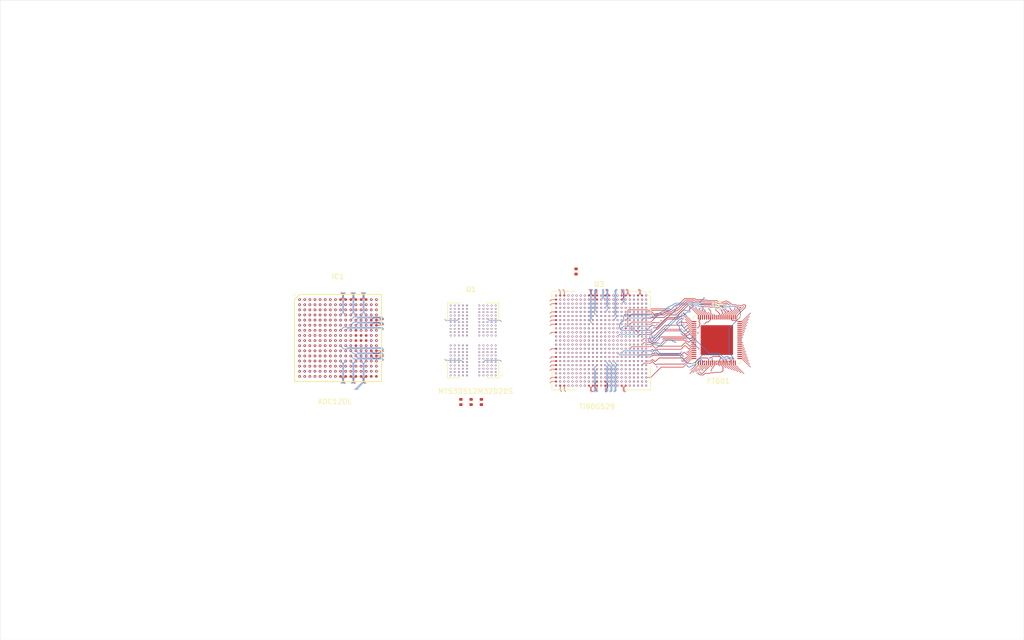
<source format=kicad_pcb>
(kicad_pcb (version 20241229) (generator "pcbnew") (generator_version "9.0")
  (layers (0 "F.Cu" signal) (4 "In1.Cu" signal) (6 "In2.Cu" signal) (8 "In3.Cu" signal) (10 "In4.Cu" signal) (12 "In5.Cu" signal) (14 "In6.Cu" signal) (16 "In7.Cu" signal) (18 "In8.Cu" signal) (2 "B.Cu" signal) (13 "F.Paste" user) (15 "B.Paste" user) (5 "F.SilkS" user "F.Silkscreen") (7 "B.SilkS" user "B.Silkscreen") (1 "F.Mask" user) (3 "B.Mask" user) (25 "Edge.Cuts" user))
  (net 0 "")
  (net 1 "unconnected-(IC1E-TMSTP+-PadD1)")
  (net 2 "unconnected-(IC1F-AGND_16-PadC6)")
  (net 3 "unconnected-(IC1F-AGND_37-PadN6)")
  (net 4 "unconnected-(IC1F-AGND_40-PadP3)")
  (net 6 "unconnected-(IC1F-VLVDS_3-PadH11)")
  (net 7 "unconnected-(IC1F-VA19_3-PadG5)")
  (net 8 "unconnected-(IC1F-VA19_14-PadK4)")
  (net 9 "unconnected-(IC1D-INA--PadA5)")
  (net 10 "unconnected-(IC1F-VA11_10-PadL5)")
  (net 12 "unconnected-(IC1F-AGND_47-PadR4)")
  (net 13 "unconnected-(IC1F-DGND_15-PadM7)")
  (net 14 "unconnected-(IC1F-VA11_7-PadF6)")
  (net 15 "unconnected-(IC1F-AGND_38-PadP1)")
  (net 16 "unconnected-(IC1E-ORB0-PadD8)")
  (net 17 "unconnected-(IC1F-AGND_41-PadP4)")
  (net 18 "unconnected-(IC1F-AGND_29-PadK1)")
  (net 19 "unconnected-(IC1F-DGND_16-PadN7)")
  (net 20 "unconnected-(IC1F-AGND_53-PadT3)")
  (net 21 "unconnected-(IC1F-AGND_17-PadC7)")
  (net 22 "unconnected-(IC1F-VA11_5-PadF4)")
  (net 23 "unconnected-(IC1F-AGND_45-PadR2)")
  (net 24 "unconnected-(IC1F-VA11_11-PadL6)")
  (net 25 "unconnected-(IC1E-SDO-PadN8)")
  (net 26 "unconnected-(IC1F-VA11_6-PadF5)")
  (net 28 "unconnected-(IC1E-TDIODE+-PadM2)")
  (net 29 "unconnected-(IC1F-DGND_5-PadF7)")
  (net 30 "unconnected-(IC1F-AGND_49-PadR6)")
  (net 31 "unconnected-(IC1F-AGND_6-PadB3)")
  (net 32 "unconnected-(IC1F-VA11_1-PadE4)")
  (net 33 "unconnected-(IC1F-VA19_5-PadH3)")
  (net 34 "unconnected-(IC1F-VA11_14-PadM6)")
  (net 35 "unconnected-(IC1F-VA11_9-PadL4)")
  (net 36 "unconnected-(IC1F-AGND_27-PadH2)")
  (net 38 "unconnected-(IC1F-VA19_1-PadG3)")
  (net 39 "unconnected-(IC1F-AGND_34-PadN3)")
  (net 40 "unconnected-(IC1E-SDI-PadP8)")
  (net 41 "unconnected-(IC1F-AGND_4-PadA6)")
  (net 42 "unconnected-(IC1F-AGND_10-PadB7)")
  (net 43 "unconnected-(IC1F-AGND_3-PadA3)")
  (net 44 "unconnected-(IC1F-AGND_2-PadA2)")
  (net 45 "unconnected-(IC1E-ORA0-PadB8)")
  (net 46 "unconnected-(IC1F-DGND_3-PadD7)")
  (net 47 "unconnected-(IC1F-AGND_8-PadB5)")
  (net 48 "unconnected-(IC1F-VA19_7-PadH5)")
  (net 49 "unconnected-(IC1D-INB+-PadT4)")
  (net 50 "unconnected-(IC1F-AGND_36-PadN5)")
  (net 51 "unconnected-(IC1E-CALSTAT-PadB1)")
  (net 52 "unconnected-(IC1F-AGND_35-PadN4)")
  (net 53 "unconnected-(IC1E-PD-PadR1)")
  (net 54 "unconnected-(IC1D-INB--PadT5)")
  (net 55 "unconnected-(IC1F-VA11_13-PadM5)")
  (net 56 "unconnected-(IC1F-AGND_12-PadC2)")
  (net 57 "unconnected-(IC1F-AGND_9-PadB6)")
  (net 58 "unconnected-(IC1F-AGND_54-PadT6)")
  (net 59 "unconnected-(IC1F-AGND_31-PadL1)")
  (net 60 "unconnected-(IC1F-VA19_9-PadJ3)")
  (net 61 "unconnected-(IC1F-DGND_13-PadK7)")
  (net 62 "unconnected-(IC1D-CLK--PadJ1)")
  (net 63 "unconnected-(IC1F-AGND_33-PadM3)")
  (net 64 "unconnected-(IC1F-AGND_32-PadL2)")
  (net 65 "unconnected-(IC1F-AGND_44-PadP7)")
  (net 67 "unconnected-(IC1F-AGND_20-PadD5)")
  (net 68 "unconnected-(IC1F-VA11_3-PadE6)")
  (net 69 "unconnected-(IC1F-VA11_2-PadE5)")
  (net 70 "unconnected-(IC1F-AGND_14-PadC4)")
  (net 71 "unconnected-(IC1F-DGND_8-PadH8)")
  (net 72 "unconnected-(IC1F-VLVDS_9-PadK11)")
  (net 75 "unconnected-(IC1F-AGND_23-PadF1)")
  (net 76 "unconnected-(IC1F-AGND_50-PadR7)")
  (net 77 "unconnected-(IC1E-SYNCSE-PadE2)")
  (net 78 "unconnected-(IC1F-VA19_15-PadK5)")
  (net 79 "unconnected-(IC1F-AGND_48-PadR5)")
  (net 80 "unconnected-(IC1F-AGND_26-PadG2)")
  (net 81 "unconnected-(IC1F-AGND_25-PadG1)")
  (net 82 "unconnected-(IC1F-VLVDS_1-PadG11)")
  (net 83 "unconnected-(IC1E-BG-PadD2)")
  (net 84 "unconnected-(IC1E-TDIODE--PadN2)")
  (net 85 "unconnected-(IC1F-VA19_10-PadJ4)")
  (net 86 "unconnected-(IC1F-AGND_28-PadJ2)")
  (net 87 "unconnected-(IC1F-DGND_6-PadG7)")
  (net 88 "unconnected-(IC1E-SCS-PadR8)")
  (net 89 "unconnected-(IC1F-AGND_7-PadB4)")
  (net 90 "unconnected-(IC1F-AGND_30-PadK2)")
  (net 91 "unconnected-(IC1F-VA19_8-PadH6)")
  (net 92 "unconnected-(IC1F-AGND_11-PadC1)")
  (net 93 "unconnected-(IC1F-AGND_43-PadP6)")
  (net 94 "unconnected-(IC1F-VA19_12-PadJ6)")
  (net 95 "unconnected-(IC1F-DGND_10-PadJ7)")
  (net 96 "unconnected-(IC1E-ORB1-PadC8)")
  (net 97 "unconnected-(IC1D-INA+-PadA4)")
  (net 98 "unconnected-(IC1F-VA19_11-PadJ5)")
  (net 99 "unconnected-(IC1F-VD11_5-PadL8)")
  (net 100 "unconnected-(IC1F-VA19_16-PadK6)")
  (net 101 "unconnected-(IC1D-CLK+-PadH1)")
  (net 102 "unconnected-(IC1F-VA19_6-PadH4)")
  (net 103 "unconnected-(U1C-VDD1-PadF1)")
  (net 104 "unconnected-(IC1F-AGND_5-PadA7)")
  (net 105 "unconnected-(IC1F-VD11_6-PadM8)")
  (net 106 "unconnected-(IC1F-VA11_12-PadM4)")
  (net 108 "unconnected-(U1C-VDD2-PadK1)")
  (net 109 "unconnected-(IC1F-AGND_24-PadF2)")
  (net 110 "unconnected-(IC1F-DGND_2-PadA16)")
  (net 111 "unconnected-(IC1F-DGND_7-PadH7)")
  (net 112 "unconnected-(IC1E-ORA1-PadA8)")
  (net 113 "unconnected-(IC1F-VA11_4-PadF3)")
  (net 114 "unconnected-(IC1F-AGND_15-PadC5)")
  (net 115 "unconnected-(IC1F-VD11_4-PadK8)")
  (net 116 "unconnected-(IC1F-AGND_19-PadD4)")
  (net 117 "unconnected-(IC1F-VA11_8-PadL3)")
  (net 118 "unconnected-(U1C-VDDQ-PadB3)")
  (net 119 "unconnected-(IC1F-VA19_13-PadK3)")
  (net 120 "unconnected-(U2B-RIDP-Pad35)")
  (net 121 "unconnected-(U2B-TODP-Pad32)")
  (net 122 "unconnected-(U2B-RREF-Pad27)")
  (net 123 "unconnected-(U2B-XO-Pad22)")
  (net 124 "unconnected-(U2B-XI-Pad21)")
  (net 125 "unconnected-(IC1E-CALTRIG-PadB2)")
  (net 127 "unconnected-(IC1F-AGND_55-PadT7)")
  (net 128 "unconnected-(IC1F-VA19_4-PadG6)")
  (net 129 "unconnected-(IC1F-AGND_1-PadA1)")
  (net 130 "unconnected-(IC1F-VD11_2-PadF8)")
  (net 131 "unconnected-(IC1E-SYSREF+-PadM1)")
  (net 132 "unconnected-(U2B-DM-Pad25)")
  (net 133 "unconnected-(IC1F-AGND_22-PadE3)")
  (net 134 "unconnected-(IC1F-DGND_1-PadA15)")
  (net 135 "unconnected-(IC1F-DGND_11-PadJ8)")
  (net 136 "unconnected-(IC1F-AGND_39-PadP2)")
  (net 137 "unconnected-(U2C-VCCIO-Pad14)")
  (net 138 "unconnected-(IC1F-DGND_4-PadE7)")
  (net 140 "unconnected-(IC1F-VD11_1-PadE8)")
  (net 141 "unconnected-(IC1F-VA19_2-PadG4)")
  (net 142 "unconnected-(U2B-DP-Pad23)")
  (net 143 "unconnected-(U2C-AVDD-Pad2)")
  (net 144 "unconnected-(IC1F-AGND_18-PadD3)")
  (net 145 "unconnected-(IC1F-VLVDS_6-PadJ11)")
  (net 146 "unconnected-(IC1E-TMSTP--PadE1)")
  (net 147 "unconnected-(IC1F-DGND_14-PadL7)")
  (net 148 "unconnected-(IC1F-AGND_42-PadP5)")
  (net 149 "unconnected-(IC1F-VD11_3-PadG8)")
  (net 150 "unconnected-(IC1F-AGND_46-PadR3)")
  (net 151 "unconnected-(IC1E-SCLK-PadT8)")
  (net 152 "unconnected-(IC1F-AGND_52-PadT2)")
  (net 153 "unconnected-(U2B-TODN-Pad31)")
  (net 154 "unconnected-(U2C-VBUS-Pad37)")
  (net 155 "unconnected-(IC1F-AGND_13-PadC3)")
  (net 156 "unconnected-(IC1F-AGND_21-PadD6)")
  (net 157 "unconnected-(U2B-RIDN-Pad34)")
  (net 158 "unconnected-(IC1F-AGND_51-PadT1)")
  (net 159 "unconnected-(IC1E-SYSREF--PadN1)")
  (net 160 "unconnected-(U1C-VDD1-PadG9)")
  (net 161 "unconnected-(U2C-VCC33-Pad20)")
  (net 162 "unconnected-(U2C-GND-Pad1)")
  (net 163 "unconnected-(U1D-VSS-PadD9)")
  (net 164 "unconnected-(U1C-VDD2-PadAB4)")
  (net 165 "unconnected-(U1D-VSS-PadW4)")
  (net 166 "unconnected-(U1D-VSS-PadG12)")
  (net 167 "unconnected-(U1D-VSS-PadV8)")
  (net 168 "unconnected-(U1C-VDD1-PadU1)")
  (net 169 "unconnected-(U1C-VDD2-PadR1)")
  (net 170 "unconnected-(U1D-VSS-PadT8)")
  (net 171 "unconnected-(U1D-VSS-PadG5)")
  (net 172 "unconnected-(U1D-VSS-PadV5)")
  (net 173 "unconnected-(U1E-DNU-PadAA12)")
  (net 174 "unconnected-(U1C-VDD2-PadN1)")
  (net 175 "unconnected-(U1E-NC-PadH3)")
  (net 176 "unconnected-(U1E-DNU-PadAB12)")
  (net 177 "unconnected-(U1D-VSS-PadW9)")
  (net 178 "unconnected-(U1D-VSS-PadK2)")
  (net 179 "unconnected-(U1D-VSS-PadP1)")
  (net 180 "unconnected-(U1C-VDD2-PadN3)")
  (net 181 "unconnected-(U1C-VDD1-PadU12)")
  (net 182 "unconnected-(U1C-VDD1-PadF12)")
  (net 183 "unconnected-(U1D-VSS-PadAB8)")
  (net 184 "unconnected-(U1E-NC-PadG11)")
  (net 185 "unconnected-(U1C-VDDQ-PadAA5)")
  (net 186 "unconnected-(U1E-NC-PadR3)")
  (net 187 "unconnected-(U1D-VSS-PadV12)")
  (net 188 "unconnected-(U1D-VSS-PadD4)")
  (net 189 "unconnected-(U1D-VSS-PadP12)")
  (net 190 "unconnected-(U1C-VDDQ-PadD1)")
  (net 191 "unconnected-(U1C-VDDQ-PadD5)")
  (net 192 "unconnected-(U1E-DNU-PadB1)")
  (net 193 "unconnected-(U1C-VDD2-PadA9)")
  (net 194 "unconnected-(U1C-VDDQ-PadW1)")
  (net 195 "unconnected-(U1C-VDD2-PadH1)")
  (net 196 "unconnected-(U1D-VSS-PadG8)")
  (net 197 "unconnected-(U1D-VSS-PadE1)")
  (net 198 "unconnected-(U1E-DNU-PadAA1)")
  (net 199 "unconnected-(U1D-VSS-PadG1)")
  (net 200 "unconnected-(U1D-VSS-PadT5)")
  (net 201 "unconnected-(U1E-DNU-PadA12)")
  (net 202 "unconnected-(U1C-VDD2-PadN10)")
  (net 203 "unconnected-(U1D-VSS-PadK4)")
  (net 204 "unconnected-(U1D-VSS-PadN2)")
  (net 205 "unconnected-(U1C-VDD2-PadK10)")
  (net 206 "unconnected-(U1D-VSS-PadW2)")
  (net 207 "unconnected-(U1C-VDD2-PadU8)")
  (net 208 "unconnected-(U1E-DNU-PadAB2)")
  (net 209 "unconnected-(U1C-VDD2-PadH12)")
  (net 210 "unconnected-(U1D-VSS-PadD11)")
  (net 211 "unconnected-(U1D-VSS-PadN4)")
  (net 212 "unconnected-(U1C-VDD2-PadF8)")
  (net 213 "unconnected-(U1C-VDDQ-PadB10)")
  (net 214 "unconnected-(U1C-VDD2-PadH8)")
  (net 215 "unconnected-(U1D-VSS-PadE5)")
  (net 216 "unconnected-(U1D-VSS-PadP3)")
  (net 217 "unconnected-(U1C-VDDQ-PadW8)")
  (net 218 "unconnected-(U1D-VSS-PadJ1)")
  (net 219 "unconnected-(U1C-VDD2-PadF5)")
  (net 220 "unconnected-(U1E-NC-PadP5)")
  (net 221 "unconnected-(U1D-VSS-PadW11)")
  (net 222 "unconnected-(U1E-NC-PadN8)")
  (net 223 "unconnected-(U1C-VDD2-PadH5)")
  (net 224 "unconnected-(U1C-VDD2-PadR12)")
  (net 225 "unconnected-(U1D-VSS-PadN11)")
  (net 226 "unconnected-(U1E-NC-PadJ5)")
  (net 227 "unconnected-(U1D-VSS-PadC12)")
  (net 228 "unconnected-(U1D-VSS-PadE12)")
  (net 229 "unconnected-(U1E-DNU-PadAB1)")
  (net 230 "unconnected-(U1D-VSS-PadA3)")
  (net 231 "unconnected-(U1D-VSS-PadK11)")
  (net 232 "unconnected-(U1C-VDDQ-PadAA8)")
  (net 233 "unconnected-(U1C-VDD2-PadA4)")
  (net 234 "unconnected-(U1D-VSS-PadAB5)")
  (net 235 "unconnected-(U1D-VSS-PadG3)")
  (net 236 "unconnected-(U1E-DNU-PadA1)")
  (net 237 "unconnected-(U1C-VDD2-PadU5)")
  (net 238 "unconnected-(U1C-VDDQ-PadB8)")
  (net 239 "unconnected-(U1C-VDD1-PadG4)")
  (net 240 "unconnected-(U1C-VDDQ-PadD12)")
  (net 241 "unconnected-(U1D-VSS-PadC1)")
  (net 242 "unconnected-(U1C-VDDQ-PadB5)")
  (net 243 "unconnected-(U1D-VSS-PadP10)")
  (net 244 "unconnected-(U1D-VSS-PadY12)")
  (net 245 "unconnected-(U1C-VDDQ-PadAA10)")
  (net 246 "unconnected-(U1D-VSS-PadT10)")
  (net 247 "unconnected-(U1D-VSS-PadD2)")
  (net 248 "unconnected-(U1D-VSS-PadC5)")
  (net 249 "unconnected-(U1D-VSS-PadA10)")
  (net 250 "unconnected-(U1E-DNU-PadB12)")
  (net 251 "unconnected-(U1D-VSS-PadJ3)")
  (net 252 "unconnected-(U1D-VSS-PadY5)")
  (net 253 "unconnected-(U1D-VSS-PadT1)")
  (net 254 "unconnected-(U1C-VDDQ-PadF10)")
  (net 255 "unconnected-(U1E-NC-PadK8)")
  (net 256 "unconnected-(U1E-NC-PadK5)")
  (net 257 "unconnected-(U1C-VDD1-PadT9)")
  (net 258 "unconnected-(U1D-VSS-PadV1)")
  (net 259 "unconnected-(U1C-VDDQ-PadU10)")
  (net 260 "unconnected-(U1E-DNU-PadA11)")
  (net 261 "unconnected-(U1C-VDD1-PadT4)")
  (net 262 "unconnected-(U1D-VSS-PadJ10)")
  (net 263 "unconnected-(U1C-VDD2-PadR8)")
  (net 264 "unconnected-(U1E-NC-PadA8)")
  (net 265 "unconnected-(U1C-VDDQ-PadF3)")
  (net 266 "unconnected-(U1C-VDDQ-PadW5)")
  (net 267 "unconnected-(U1C-VDD2-PadN12)")
  (net 268 "unconnected-(U1C-VDD2-PadAB9)")
  (net 269 "unconnected-(U1E-DNU-PadA2)")
  (net 270 "unconnected-(U1E-DNU-PadAB11)")
  (net 271 "unconnected-(U1D-VSS-PadE8)")
  (net 272 "unconnected-(U1D-VSS-PadC8)")
  (net 273 "unconnected-(U1D-VSS-PadN9)")
  (net 274 "unconnected-(U1E-NC-PadN5)")
  (net 275 "unconnected-(U1C-VDD2-PadR5)")
  (net 276 "unconnected-(U1D-VSS-PadAB3)")
  (net 277 "unconnected-(U1D-VSS-PadT3)")
  (net 278 "unconnected-(U1C-VDD2-PadK3)")
  (net 279 "unconnected-(U1D-VSS-PadY8)")
  (net 280 "unconnected-(U1D-VSS-PadAB10)")
  (net 281 "unconnected-(U1C-VDD2-PadK12)")
  (net 282 "unconnected-(U1D-VSS-PadK9)")
  (net 283 "unconnected-(U1C-VDDQ-PadW12)")
  (net 284 "unconnected-(U1D-VSS-PadG10)")
  (net 285 "unconnected-(U1D-VSS-PadJ12)")
  (net 286 "unconnected-(U1C-VDDQ-PadD8)")
  (net 287 "unconnected-(U1D-VSS-PadT12)")
  (net 288 "unconnected-(U1D-VSS-PadY1)")
  (net 289 "unconnected-(U1C-VDDQ-PadAA3)")
  (net 290 "unconnected-(U1C-VDDQ-PadU3)")
  (net 291 "Net-(U2A-DATA_13)")
  (net 292 "Net-(U2A-DATA_21)")
  (net 293 "Net-(U2A-~{RD})")
  (net 294 "Net-(U2A-~{WR})")
  (net 295 "Net-(U2A-GPIO1)")
  (net 296 "Net-(U2A-DATA_5)")
  (net 297 "Net-(U2A-DATA_19)")
  (net 298 "Net-(U2A-CLK)")
  (net 299 "Net-(U2A-~{WAKEUP})")
  (net 300 "Net-(U2A-BE_2)")
  (net 301 "Net-(U2A-GPIO0)")
  (net 302 "Net-(U2A-DATA_0)")
  (net 303 "Net-(U2A-DATA_29)")
  (net 304 "Net-(U2A-~{OE})")
  (net 305 "Net-(U2A-DATA_22)")
  (net 306 "Net-(U2A-BE_3)")
  (net 307 "Net-(U2A-DATA_25)")
  (net 308 "Net-(U2A-DATA_24)")
  (net 309 "Net-(U2A-DATA_10)")
  (net 310 "Net-(U2A-DATA_15)")
  (net 311 "Net-(U2A-DATA_20)")
  (net 312 "Net-(U2A-DATA_8)")
  (net 313 "Net-(U2A-DATA_31)")
  (net 314 "Net-(U2A-~{RESET})")
  (net 315 "Net-(U2A-DATA_16)")
  (net 316 "Net-(U2A-DATA_6)")
  (net 317 "Net-(U2A-DATA_4)")
  (net 318 "Net-(U2A-DATA_23)")
  (net 319 "Net-(U2A-DATA_2)")
  (net 320 "Net-(U2A-DATA_18)")
  (net 321 "Net-(U2A-~{TXE})")
  (net 322 "Net-(U2A-DATA_9)")
  (net 323 "Net-(U2A-DATA_28)")
  (net 324 "Net-(U2A-DATA_14)")
  (net 325 "Net-(U2A-DATA_11)")
  (net 326 "Net-(U2A-BE_0)")
  (net 327 "Net-(U2A-DATA_1)")
  (net 328 "Net-(U2A-DATA_17)")
  (net 329 "Net-(U2A-~{RXF})")
  (net 330 "Net-(U2A-DATA_30)")
  (net 331 "Net-(U2A-BE_1)")
  (net 332 "Net-(U2A-DATA_26)")
  (net 333 "Net-(U2A-DATA_12)")
  (net 334 "Net-(U2A-~{SIWU})")
  (net 335 "Net-(U2A-DATA_7)")
  (net 336 "Net-(U2A-DATA_3)")
  (net 337 "Net-(U2A-DATA_27)")
  (net 338 "unconnected-(U3F-auxout-PadG19)")
  (net 339 "unconnected-(U3I-GND-PadAC23)")
  (net 340 "unconnected-(U3I-GND-PadR9)")
  (net 341 "unconnected-(U3J-GPIOL_03_CLK24-PadW5)")
  (net 342 "unconnected-(U3J-GPIOT_P_23_PLLIN0-PadD23)")
  (net 343 "unconnected-(U3G-TDO-PadT4)")
  (net 344 "unconnected-(U3F-overrange[1]-PadD15)")
  (net 345 "unconnected-(U3F-lvdsin_trig-PadB2)")
  (net 346 "unconnected-(U3G-CDONE-PadT6)")
  (net 347 "unconnected-(U3I-GND-PadAB17)")
  (net 348 "unconnected-(U3H-VCC-PadN9)")
  (net 349 "unconnected-(U3H-VCCIO33_TL-PadU22)")
  (net 350 "unconnected-(U3I-GND-PadY6)")
  (net 351 "unconnected-(U3I-GND-PadY18)")
  (net 352 "unconnected-(U3H-VCCIO33_BL-PadV2)")
  (net 353 "unconnected-(U3F-boardout[4]-PadH12)")
  (net 354 "unconnected-(U3H-VCCA_TR-PadH16)")
  (net 355 "unconnected-(U3H-VDDQ_PHY-PadY11)")
  (net 356 "unconnected-(U3H-VDDQ_PHY-PadY13)")
  (net 357 "unconnected-(U3H-VDDQ_PHY-PadW12)")
  (net 358 "unconnected-(U3F-boardout[6]-PadA14)")
  (net 359 "unconnected-(U3G-REF_RES_2A-PadT22)")
  (net 360 "unconnected-(U3H-VCCIO3B-PadF12)")
  (net 361 "unconnected-(U3H-VCC-PadN11)")
  (net 362 "unconnected-(U3H-VCCA_BL-PadR7)")
  (net 363 "unconnected-(U3H-VDD_PHY-PadT14)")
  (net 364 "unconnected-(U3H-VCCIO33_BR-PadF8)")
  (net 365 "unconnected-(U3H-VDDPLL_MCB_TOP_PHY-PadU12)")
  (net 366 "unconnected-(U3H-VCC-PadU16)")
  (net 367 "unconnected-(U3I-GND-PadM13)")
  (net 368 "unconnected-(U3H-VDD_PHY-PadR14)")
  (net 369 "unconnected-(U3F-boardout[1]-PadF11)")
  (net 370 "unconnected-(U3H-VCCIO33_TL-PadU19)")
  (net 371 "unconnected-(U3I-GND-PadM11)")
  (net 372 "unconnected-(U3F-debugout[4]-PadD9)")
  (net 373 "unconnected-(U3I-GND-PadD22)")
  (net 374 "unconnected-(U3F-spics[5]-PadV22)")
  (net 375 "unconnected-(U3F-boardout[2]-PadA12)")
  (net 376 "unconnected-(U3F-boardin[2]-PadH14)")
  (net 377 "unconnected-(U3I-GND-PadY4)")
  (net 378 "unconnected-(U3I-GND-PadM3)")
  (net 379 "unconnected-(U3I-GND-PadN12)")
  (net 380 "unconnected-(U3H-VDDQ_PHY-PadY5)")
  (net 381 "unconnected-(U3H-VDD_PHY-PadP9)")
  (net 382 "unconnected-(U3H-VDDQX_PHY-PadU15)")
  (net 383 "unconnected-(U3F-boardin[3]-PadD14)")
  (net 384 "unconnected-(U3H-VCCIO33_TR-PadF16)")
  (net 385 "unconnected-(U3J-GPIOL_02-PadU3)")
  (net 386 "unconnected-(U3F-adc_clkout-PadU17)")
  (net 387 "unconnected-(U3I-GND-PadM1)")
  (net 388 "unconnected-(U3I-GND-PadU14)")
  (net 389 "unconnected-(U3F-LED[0]-PadU1)")
  (net 390 "unconnected-(U3E-DDR_CS_N[1]-PadW16)")
  (net 391 "unconnected-(U3F-boardout[5]-PadC12)")
  (net 392 "unconnected-(U3J-GPIOB_N_33_CDI30-PadA3)")
  (net 393 "unconnected-(U3H-VDD_PHY-PadT9)")
  (net 394 "unconnected-(U3F-debugout[6]-PadA6)")
  (net 395 "unconnected-(U3H-VCCIO4B-PadM5)")
  (net 396 "unconnected-(U3G-REF_RES_2B-PadK23)")
  (net 397 "unconnected-(U3J-GPIOT_P_33-PadF17)")
  (net 398 "unconnected-(U3I-GND-PadAB11)")
  (net 399 "unconnected-(U3H-VCCIO4A-PadG4)")
  (net 400 "unconnected-(U3I-GND-PadA23)")
  (net 401 "unconnected-(U3I-GND-PadV13)")
  (net 402 "unconnected-(U3H-VCCIO3C-PadB8)")
  (net 403 "unconnected-(U3H-VDDQX_PHY-PadV9)")
  (net 404 "unconnected-(U3F-lvdsout_trig_b_N-PadD20)")
  (net 405 "unconnected-(U3I-GND-PadAC20)")
  (net 406 "unconnected-(U3I-GND-PadN10)")
  (net 407 "unconnected-(U3I-GND-PadM23)")
  (net 408 "unconnected-(U3F-debugout[11]-PadA11)")
  (net 409 "unconnected-(U3I-GND-PadM9)")
  (net 410 "unconnected-(U3G-TDI-PadU6)")
  (net 411 "unconnected-(U3I-GND-PadA19)")
  (net 412 "unconnected-(U3J-GPIOT_N_34-PadG18)")
  (net 413 "unconnected-(U3J-GPIOL_00_PLLIN1-PadV6)")
  (net 414 "unconnected-(U3J-GPIOB_P_32_CDI28-PadC4)")
  (net 415 "unconnected-(U3H-VDD_PHY-PadP11)")
  (net 416 "unconnected-(U3F-lockinfo[0]-PadC17)")
  (net 417 "unconnected-(U3I-GND-PadB3)")
  (net 418 "unconnected-(U3I-GND-PadY22)")
  (net 419 "unconnected-(U3H-VDDQX_PHY-PadV14)")
  (net 420 "unconnected-(U3I-GND-PadAB7)")
  (net 421 "unconnected-(U3F-ext_clkin-PadC5)")
  (net 422 "unconnected-(U3H-VDDQ_PHY-PadY3)")
  (net 423 "unconnected-(U3F-lvdsout_clk-PadF19)")
  (net 424 "unconnected-(U3I-GND-PadH1)")
  (net 425 "unconnected-(U3I-GND-PadP13)")
  (net 426 "unconnected-(U3I-GND-PadD19)")
  (net 427 "unconnected-(U3I-GND-PadU11)")
  (net 428 "unconnected-(U3F-exttrigin-PadF5)")
  (net 429 "unconnected-(U3I-GND-PadV17)")
  (net 430 "unconnected-(U3H-VCCIO3B-PadF14)")
  (net 431 "unconnected-(U3I-GND-PadL10)")
  (net 432 "unconnected-(U3G-REF_RES_2C-PadA22)")
  (net 433 "unconnected-(U3H-VDD_PHY-PadT15)")
  (net 434 "unconnected-(U3I-GND-PadA1)")
  (net 435 "unconnected-(U3F-spi_clk-PadV18)")
  (net 436 "unconnected-(U3H-VCC-PadJ11)")
  (net 437 "unconnected-(U3F-lockinfo[2]-PadA20)")
  (net 438 "unconnected-(U3I-GND-PadN8)")
  (net 439 "unconnected-(U3H-VCCIO2C-PadH17)")
  (net 440 "unconnected-(U3H-VCCIO4C-PadP4)")
  (net 441 "unconnected-(U3H-VDDQX_PHY-PadU10)")
  (net 442 "unconnected-(U3J-GPIOB_N_34-PadG5)")
  (net 443 "unconnected-(U3H-VCCIO4B-PadM8)")
  (net 444 "unconnected-(U3I-GND-PadR15)")
  (net 445 "unconnected-(U3I-GND-PadD10)")
  (net 446 "unconnected-(U3H-VDDQ_PHY-PadAB18)")
  (net 447 "unconnected-(U3I-GND-PadT21)")
  (net 448 "unconnected-(U3H-VCC-PadJ13)")
  (net 449 "unconnected-(U3H-VDDQ_PHY-PadW7)")
  (net 450 "unconnected-(U3J-GPIOB_P_33_CDI31-PadA4)")
  (net 451 "unconnected-(U3I-GND-PadB21)")
  (net 452 "unconnected-(U3H-VDDQ_PHY-PadAB10)")
  (net 453 "unconnected-(U3I-GND-PadAB13)")
  (net 454 "unconnected-(U3H-VCC-PadK14)")
  (net 455 "unconnected-(U3J-GPIOL_44-PadW20)")
  (net 456 "unconnected-(U3I-GND-PadN14)")
  (net 457 "unconnected-(U3J-GPIOL_21-PadV5)")
  (net 458 "unconnected-(U3I-GND-PadB6)")
  (net 459 "unconnected-(U3H-VDD_PHY-PadT10)")
  (net 460 "unconnected-(U3I-GND-PadV10)")
  (net 461 "unconnected-(U3H-VCC-PadN15)")
  (net 462 "unconnected-(U3F-debugout[0]-PadC8)")
  (net 463 "unconnected-(U3I-GND-PadK9)")
  (net 464 "unconnected-(U3I-GND-PadV15)")
  (net 465 "unconnected-(U3H-VCCIO4C-PadP2)")
  (net 466 "unconnected-(U3F-debugout[5]-PadC6)")
  (net 467 "unconnected-(U3F-debugout[8]-PadF10)")
  (net 468 "unconnected-(U3F-debugout[10]-PadH10)")
  (net 469 "unconnected-(U3I-GND-PadAB22)")
  (net 470 "unconnected-(U3I-GND-PadJ19)")
  (net 471 "unconnected-(U3I-GND-PadB14)")
  (net 472 "unconnected-(U3I-GND-PadY16)")
  (net 473 "unconnected-(U3H-VCCAUX-PadR16)")
  (net 474 "unconnected-(U3F-lvdsin_trig_b-PadD5)")
  (net 475 "unconnected-(U3H-VCC-PadJ9)")
  (net 476 "unconnected-(U3I-GND-PadB11)")
  (net 477 "unconnected-(U3I-GND-PadY10)")
  (net 478 "unconnected-(U3H-VCC-PadJ15)")
  (net 479 "unconnected-(U3H-VCCIO33_BL-PadU4)")
  (net 480 "unconnected-(U3F-lvdsout_trig-PadC21)")
  (net 481 "unconnected-(U3G-REF_RES_3C-PadD6)")
  (net 482 "unconnected-(U3F-boardout[3]-PadE12)")
  (net 483 "unconnected-(U3H-VDDQ_PHY-PadY19)")
  (net 484 "unconnected-(U3J-GPIOL_41-PadW23)")
  (net 485 "unconnected-(U3G-REF_RES_3A-PadE18)")
  (net 486 "unconnected-(U3H-VCCA_BR-PadJ8)")
  (net 487 "unconnected-(U3H-VDD_PHY-PadP12)")
  (net 488 "unconnected-(U3F-LED[2]-PadV3)")
  (net 489 "unconnected-(U3F-spics[4]-PadV21)")
  (net 490 "unconnected-(U3I-GND-PadV7)")
  (net 491 "unconnected-(U3I-GND-PadJ12)")
  (net 492 "unconnected-(U3H-VCC-PadN13)")
  (net 493 "unconnected-(U3H-VCCIO2C-PadK16)")
  (net 494 "unconnected-(U3F-lvdsout_spare-PadH19)")
  (net 495 "unconnected-(U3F-lvdsin_clk_N-PadE3)")
  (net 496 "unconnected-(U3H-VDDQ_PHY-PadY21)")
  (net 497 "unconnected-(U3I-GND-PadR12)")
  (net 498 "unconnected-(U3I-GND-PadK15)")
  (net 499 "unconnected-(U3G-REF_RES_4A-PadB5)")
  (net 500 "unconnected-(U3H-VCCIO2B-PadH21)")
  (net 501 "unconnected-(U3I-GND-PadAA19)")
  (net 502 "unconnected-(U3I-GND-PadAB2)")
  (net 503 "unconnected-(U3G-REF_RES_4B-PadJ1)")
  (net 504 "unconnected-(U3I-GND-PadY20)")
  (net 505 "unconnected-(U3I-GND-PadT17)")
  (net 506 "unconnected-(U3H-VCCIO2B-PadK22)")
  (net 507 "unconnected-(U3F-spics[2]-PadU20)")
  (net 508 "unconnected-(U3H-VCCAUX-PadK8)")
  (net 509 "unconnected-(U3H-VDDQ_CK_PHY-PadT12)")
  (net 510 "unconnected-(U3F-lvdsin_spare_N-PadH6)")
  (net 511 "unconnected-(U3F-debugout[7]-PadE7)")
  (net 512 "unconnected-(U3F-spics[0]-PadV19)")
  (net 513 "unconnected-(U3F-lvdsin_trig_b_N-PadE5)")
  (net 514 "unconnected-(U3F-lvdsin_spare-PadG6)")
  (net 515 "unconnected-(U3J-GPIOL_42-PadW21)")
  (net 516 "unconnected-(U3I-GND-PadAB5)")
  (net 517 "unconnected-(U3I-GND-PadAC1)")
  (net 518 "unconnected-(U3I-GND-PadY2)")
  (net 519 "unconnected-(U3I-GND-PadP10)")
  (net 520 "unconnected-(U3H-VCCIO3B-PadD13)")
  (net 521 "unconnected-(U3H-VCCIO2C-PadF18)")
  (net 522 "unconnected-(U3H-VCC-PadL13)")
  (net 523 "unconnected-(U3H-VCCIO4A-PadF6)")
  (net 524 "unconnected-(U3H-VCCIO4B-PadK7)")
  (net 525 "unconnected-(U3H-VCC-PadM14)")
  (net 526 "unconnected-(U3I-GND-PadK13)")
  (net 527 "unconnected-(U3H-VCCIO2A-PadP22)")
  (net 528 "unconnected-(U3H-VCCIO2A-PadR20)")
  (net 529 "unconnected-(U3J-GPIOT_N_23-PadC23)")
  (net 530 "unconnected-(U3H-VCC-PadL9)")
  (net 531 "unconnected-(U3G-REF_RES_4C-PadT2)")
  (net 532 "unconnected-(U3I-GND-PadF20)")
  (net 533 "unconnected-(U3G-REF_RES_3B-PadC14)")
  (net 534 "unconnected-(U3I-GND-PadJ10)")
  (net 535 "unconnected-(U3F-LED[3]-PadW3)")
  (net 536 "unconnected-(U3F-boardin[1]-PadE13)")
  (net 537 "unconnected-(U3F-spi_mosi-PadT19)")
  (net 538 "unconnected-(U3F-boardin[6]-PadB20)")
  (net 539 "unconnected-(U3J-GPIOL_05_CLK26-PadT3)")
  (net 540 "unconnected-(U3F-ddr_pllin-PadU18)")
  (net 541 "unconnected-(U3I-GND-PadJ14)")
  (net 542 "unconnected-(U3H-VCC-PadK10)")
  (net 543 "unconnected-(U3E-DDR_CS_N[3]-PadY17)")
  (net 544 "unconnected-(U3F-lvdsin_clk-PadE2)")
  (net 545 "unconnected-(U3F-main_pllin-PadW4)")
  (net 546 "unconnected-(U3H-VDD_PHY-PadP14)")
  (net 547 "unconnected-(U3H-VCCIO2A-PadP17)")
  (net 548 "unconnected-(U3F-boardin[7]-PadH9)")
  (net 549 "unconnected-(U3H-VDD_PHY-PadR13)")
  (net 550 "unconnected-(U3I-GND-PadY14)")
  (net 551 "unconnected-(U3H-VDDQX_PHY-PadV12)")
  (net 552 "unconnected-(U3H-VDD_PHY-PadR10)")
  (net 553 "unconnected-(U3J-GPIOB_N_32_CDI29-PadB4)")
  (net 554 "unconnected-(U3I-GND-PadM20)")
  (net 555 "unconnected-(U3I-GND-PadL14)")
  (net 556 "unconnected-(U3F-spics[1]-PadT18)")
  (net 557 "unconnected-(U3J-GPIOL_36_PLLIN1-PadU23)")
  (net 558 "unconnected-(U3F-boardin[4]-PadA7)")
  (net 559 "unconnected-(U3I-GND-PadK2)")
  (net 560 "unconnected-(U3F-spics[6]-PadU21)")
  (net 561 "unconnected-(U3H-VQPS-PadU7)")
  (net 562 "unconnected-(U3H-VDD_PHY-PadR11)")
  (net 563 "unconnected-(U3F-debugout[9]-PadB10)")
  (net 564 "unconnected-(U3H-VCCIO3A-PadD16)")
  (net 565 "unconnected-(U3J-GPIOL_01-PadW6)")
  (net 566 "unconnected-(U3I-GND-PadAC15)")
  (net 567 "unconnected-(U3I-GND-PadH23)")
  (net 568 "unconnected-(U3I-GND-PadK5)")
  (net 569 "unconnected-(U3H-VCCAUX-PadR8)")
  (net 570 "unconnected-(U3F-lvdsout_spare_N-PadH18)")
  (net 571 "unconnected-(U3I-GND-PadL12)")
  (net 572 "unconnected-(U3H-VDDQX_PHY-PadU9)")
  (net 573 "unconnected-(U3F-overrange[3]-PadA18)")
  (net 574 "unconnected-(U3F-lockinfo[1]-PadC18)")
  (net 575 "unconnected-(U3F-lvdsout_trig_b-PadD21)")
  (net 576 "unconnected-(U3J-GPIOL_43-PadW19)")
  (net 577 "unconnected-(U3F-boardin[5]-PadB19)")
  (net 578 "unconnected-(U3J-GPIOT_N_33-PadG17)")
  (net 579 "unconnected-(U3I-GND-PadP16)")
  (net 580 "unconnected-(U3H-VCC-PadT16)")
  (net 581 "unconnected-(U3F-fan_out-PadW2)")
  (net 582 "unconnected-(U3G-TCK-PadU5)")
  (net 583 "unconnected-(U3H-VCC-PadL15)")
  (net 584 "unconnected-(U3F-debugout[3]-PadB9)")
  (net 585 "unconnected-(U3J-GPIOL_40-PadW22)")
  (net 586 "unconnected-(U3F-neo_led-PadV4)")
  (net 587 "unconnected-(U3I-GND-PadT7)")
  (net 588 "unconnected-(U3J-GPIOL_04_CLK25-PadU2)")
  (net 589 "unconnected-(U3I-GND-PadAC4)")
  (net 590 "unconnected-(U3F-spics[7]-PadV20)")
  (net 591 "unconnected-(U3H-VCC-PadT8)")
  (net 592 "unconnected-(U3F-overrange[2]-PadB16)")
  (net 593 "unconnected-(U3H-VCCIO4C-PadN7)")
  (net 594 "unconnected-(U3I-GND-PadH7)")
  (net 595 "unconnected-(U3H-VCCIO3A-PadB17)")
  (net 596 "unconnected-(U3H-VCCIO2B-PadM17)")
  (net 597 "unconnected-(U3H-VDDQ_PHY-PadAB14)")
  (net 598 "unconnected-(U3I-GND-PadY12)")
  (net 599 "unconnected-(U3H-VCCIO4A-PadD4)")
  (net 600 "unconnected-(U3I-GND-PadF2)")
  (net 601 "unconnected-(U3I-GND-PadH4)")
  (net 602 "unconnected-(U3H-VDD_PHY-PadP15)")
  (net 603 "unconnected-(U3F-spi_miso-PadT20)")
  (net 604 "unconnected-(U3H-VDD_PHY-PadT11)")
  (net 605 "unconnected-(U3G-TMS-PadT5)")
  (net 606 "unconnected-(U3I-GND-PadD1)")
  (net 607 "unconnected-(U3H-VDDQ_PHY-PadAB6)")
  (net 608 "unconnected-(U3H-VDDQX_PHY-PadV11)")
  (net 609 "unconnected-(U3I-GND-PadF22)")
  (net 610 "unconnected-(U3H-VCC-PadK12)")
  (net 611 "unconnected-(U3I-GND-PadM15)")
  (net 612 "unconnected-(U3E-DDR_CKE[1]-PadAA13)")
  (net 613 "unconnected-(U3F-lvdsout_clk_N-PadE19)")
  (net 614 "unconnected-(U3H-VDDQ_PHY-PadY23)")
  (net 615 "unconnected-(U3I-GND-PadT1)")
  (net 616 "unconnected-(U3H-VDD_PHY-PadT13)")
  (net 617 "unconnected-(U3I-GND-PadY8)")
  (net 618 "unconnected-(U3H-VDDQ_PHY-PadY1)")
  (net 619 "unconnected-(U3H-VCCIO3C-PadD7)")
  (net 620 "unconnected-(U3F-spics[3]-PadV23)")
  (net 621 "unconnected-(U3F-overrange[0]-PadA15)")
  (net 622 "unconnected-(U3J-GPIOL_06_CLK27-PadV1)")
  (net 623 "unconnected-(U3I-GND-PadAC9)")
  (net 624 "unconnected-(U3F-lockinfo[3]-PadD18)")
  (net 625 "unconnected-(U3F-debugout[1]-PadD8)")
  (net 626 "unconnected-(U3F-lvdsout_trig_N-PadC22)")
  (net 627 "unconnected-(U3F-boardout[0]-PadD11)")
  (net 628 "unconnected-(U3F-boardin[0]-PadC13)")
  (net 629 "unconnected-(U3H-VCCIO3B-PadG10)")
  (net 630 "unconnected-(U3H-VCC-PadL11)")
  (net 631 "unconnected-(U3F-lvdsin_trig_N-PadA2)")
  (net 632 "unconnected-(U3F-boardout[7]-PadG13)")
  (net 633 "unconnected-(U3F-LED[1]-PadW1)")
  (net 634 "unconnected-(U3I-GND-PadT23)")
  (net 635 "unconnected-(U3G-CRESET_N-PadR6)")
  (net 636 "unconnected-(U3H-VCC-PadM12)")
  (net 637 "unconnected-(U3F-debugout[2]-PadA9)")
  (net 638 "unconnected-(U3H-VCCAUX-PadJ16)")
  (net 639 "unconnected-(U3H-VDDQ_PHY-PadW18)")
  (net 640 "unconnected-(U3H-VCC-PadM10)")
  (net 641 "unconnected-(U3H-VDDQX_PHY-PadU13)")
  (net 642 "unconnected-(U3H-VCCA_TL-PadR17)")
  (net 643 "unconnected-(U3I-GND-PadK11)")
  (net 644 "unconnected-(U3H-VCC-PadU8)")
  (net 645 "Net-(U1A-DQ0_B)")
  (net 646 "Net-(U1A-DQ13_B)")
  (net 647 "Net-(U1A-DQ1_A)")
  (net 648 "Net-(U1A-DQ0_A)")
  (net 649 "Net-(U1A-DQ10_B)")
  (net 650 "Net-(U1A-DQ1_B)")
  (net 651 "Net-(U1A-DQ5_B)")
  (net 652 "Net-(U1A-DQ6_B)")
  (net 653 "Net-(U1A-DQ15_A)")
  (net 654 "Net-(U1A-DQ12_A)")
  (net 655 "Net-(U1A-DQ9_A)")
  (net 656 "Net-(U1A-DQ14_A)")
  (net 657 "Net-(U1A-DQ2_A)")
  (net 658 "Net-(U1A-DQ11_B)")
  (net 659 "Net-(U1A-DQ7_A)")
  (net 660 "Net-(U1A-DQS0_c_A)")
  (net 661 "Net-(U1A-DQ6_A)")
  (net 662 "Net-(U1A-DMI0_B)")
  (net 663 "Net-(U1A-DQ8_A)")
  (net 664 "Net-(U1A-DQS1_t_B)")
  (net 665 "Net-(U1A-DQ3_A)")
  (net 666 "Net-(U1A-DQS0_t_B)")
  (net 667 "Net-(U1A-DMI0_A)")
  (net 668 "Net-(U1A-DQ11_A)")
  (net 669 "Net-(U1A-DQ3_B)")
  (net 670 "Net-(U1A-DQ15_B)")
  (net 671 "Net-(U1A-DMI1_B)")
  (net 672 "Net-(U1A-DQS1_c_B)")
  (net 673 "Net-(U1A-DQ4_B)")
  (net 674 "Net-(U1A-DQ7_B)")
  (net 675 "Net-(U1A-DQ10_A)")
  (net 676 "Net-(U1A-DQ4_A)")
  (net 677 "Net-(U1B-CS0_A)")
  (net 678 "Net-(U1A-DQ14_B)")
  (net 679 "Net-(U1A-DQ8_B)")
  (net 680 "Net-(U1A-DQS0_c_B)")
  (net 681 "Net-(U1A-DQ13_A)")
  (net 682 "Net-(U1A-DQ2_B)")
  (net 683 "Net-(U1A-DMI1_A)")
  (net 684 "Net-(U1A-DQ9_B)")
  (net 685 "Net-(U1A-DQS0_t_A)")
  (net 686 "Net-(U1A-DQS1_c_A)")
  (net 687 "Net-(U1A-DQ12_B)")
  (net 688 "Net-(U1A-DQ5_A)")
  (net 689 "Net-(U1A-DQS1_t_A)")
  (net 690 "GND")
  (net 691 "Net-(U3E-DDR_CAL)")
  (net 693 "Net-(U1B-ZQ0)")
  (net 694 "/fpga_ddr/1V1")
  (net 695 "Net-(U1B-ODT_CA_A)")
  (net 696 "Net-(U1B-ODT_CA_B)")
  (net 697 "Net-(U1B-CA5_A)")
  (net 698 "Net-(U1B-CKE0_A)")
  (net 699 "Net-(U1B-RESET_n)")
  (net 700 "Net-(U1B-CA4_A)")
  (net 701 "Net-(U1B-CA0_A)")
  (net 702 "Net-(U1B-CA1_A)")
  (net 703 "Net-(U1B-CA3_A)")
  (net 704 "Net-(U1B-CA2_A)")
  (net 705 "Net-(U1B-CS0_B)")
  (net 706 "Net-(U1B-CK_t_A)")
  (net 707 "Net-(U1B-CK_c_A)")
  (net 708 "unconnected-(U2C-VD10-Pad3)")
  (net 709 "unconnected-(U2C-VCC33-Pad38)")
  (net 710 "unconnected-(U2C-DV10-Pad39)")
  (net 711 "unconnected-(U2C-GND-Pad29)")
  (net 712 "unconnected-(U2C-VD10-Pad30)")
  (net 713 "unconnected-(U2C-VD10-Pad48)")
  (net 714 "unconnected-(U2C-GND-Pad26)")
  (net 715 "unconnected-(U2C-VCC33-Pad24)")
  (net 717 "unconnected-(U2C-VDDA-Pad28)")
  (net 718 "unconnected-(U2C-GND-Pad36)")
  (net 719 "unconnected-(U2C-GND-Pad19)")
  (net 720 "unconnected-(U2C-VCCIO-Pad59)")
  (net 721 "unconnected-(U2C-VCCIO-Pad68)")
  (net 722 "unconnected-(U2C-VD10-Pad33)")
  (net 723 "unconnected-(U2C-VCCIO-Pad49)")
  (net 724 "/fpga_adc/lvds_rx1_1_P")
  (net 725 "/fpga_adc/lvds_rx1_1_N")
  (net 726 "/fpga_adc/lvds_rx3_1_P")
  (net 727 "/fpga_adc/lvds_rx3_1_N")
  (net 728 "unconnected-(U3J-NC-PadW10)")
  (net 729 "unconnected-(U3J-NC-PadV16)")
  (net 730 "unconnected-(U3J-NC-PadW13)")
  (net 731 "unconnected-(U3J-NC-PadW14)")
  (net 732 "unconnected-(U3J-NC-PadW15)")
  (net 733 "unconnected-(U3J-NC-PadW11)")
  (net 734 "/fpga_adc/lvds_rx4_9_N")
  (net 735 "/fpga_adc/lvds_rx1_3_N")
  (net 736 "/fpga_adc/lvds_rx1_7_P")
  (net 737 "/fpga_adc/lvds_rx4_2_N")
  (net 738 "/fpga_adc/lvds_rx4_8_N")
  (net 739 "/fpga_adc/lvds_rx1_9_N")
  (net 740 "/fpga_adc/lvds_rx2_7_N")
  (net 741 "/fpga_adc/lvds_rx2_2_P")
  (net 742 "/fpga_adc/lvds_rx1_6_N")
  (net 743 "/fpga_adc/lvds_rx2_8_N")
  (net 744 "/fpga_adc/lvds_rx2_1_N")
  (net 745 "/fpga_adc/lvds_rx1_5_N")
  (net 746 "/fpga_adc/lvds_rx1_10_P")
  (net 747 "/fpga_adc/lvds_rx2_5_P")
  (net 748 "/fpga_adc/lvds_rx3_2_P")
  (net 749 "/fpga_adc/lvds_rx1_10_N")
  (net 750 "/fpga_adc/lvds_rx2_3_N")
  (net 751 "/fpga_adc/lvds_rx4_4_N")
  (net 752 "/fpga_adc/lvds_rx1_5_P")
  (net 753 "/fpga_adc/lvds_rx4_13_N")
  (net 754 "/fpga_adc/lvds_rx1_7_N")
  (net 755 "/fpga_adc/lvds_rx3_10_P")
  (net 756 "/fpga_adc/lvds_rx3_11_N")
  (net 757 "/fpga_adc/lvds_rx4_10_P")
  (net 758 "/fpga_adc/lvds_rx1_9_P")
  (net 759 "/fpga_adc/lvds_rx3_6_N")
  (net 760 "/fpga_adc/lvds_rx1_13_P")
  (net 761 "/fpga_adc/lvds_rx2_12_P")
  (net 762 "/fpga_adc/lvds_rx3_11_P")
  (net 763 "/fpga_adc/lvds_rx4_6_P")
  (net 764 "/fpga_adc/lvds_rx3_5_P")
  (net 765 "/fpga_adc/lvds_rx1_2_P")
  (net 766 "/fpga_adc/lvds_rx4_13_P")
  (net 767 "/fpga_adc/lvds_rx2_12_N")
  (net 768 "/fpga_adc/lvds_rx2_11_P")
  (net 769 "/fpga_adc/lvds_rx1_12_P")
  (net 770 "/fpga_adc/lvds_rx2_10_N")
  (net 771 "/fpga_adc/lvds_rx_top_clkin2_P")
  (net 772 "/fpga_adc/lvds_rx3_3_N")
  (net 773 "/fpga_adc/lvds_rx4_6_N")
  (net 774 "/fpga_adc/lvds_rx4_8_P")
  (net 775 "/fpga_adc/lvds_rx3_9_P")
  (net 776 "/fpga_adc/lvds_rx3_8_N")
  (net 777 "/fpga_adc/lvds_rx1_2_N")
  (net 778 "/fpga_adc/lvds_rx4_7_N")
  (net 779 "/fpga_adc/lvds_rx_top_clkin1_P")
  (net 780 "/fpga_adc/lvds_rx1_8_P")
  (net 781 "/fpga_adc/lvds_rx2_9_N")
  (net 782 "/fpga_adc/lvds_rx2_1_P")
  (net 783 "/fpga_adc/lvds_rx3_10_N")
  (net 784 "/fpga_adc/lvds_rx1_13_N")
  (net 785 "/fpga_adc/lvds_rx3_5_N")
  (net 786 "/fpga_adc/lvds_rx2_7_P")
  (net 787 "/fpga_adc/lvds_rx4_10_N")
  (net 788 "/fpga_adc/lvds_rx2_4_P")
  (net 789 "/fpga_adc/lvds_rx3_3_P")
  (net 790 "/fpga_adc/lvds_rx3_7_N")
  (net 791 "/fpga_adc/lvds_rx4_2_P")
  (net 792 "/fpga_adc/lvds_rx2_2_N")
  (net 793 "/fpga_adc/lvds_rx2_10_P")
  (net 794 "/fpga_adc/lvds_rx4_9_P")
  (net 795 "/fpga_adc/lvds_rx4_4_P")
  (net 796 "/fpga_adc/lvds_rx4_11_P")
  (net 797 "/fpga_adc/lvds_rx1_12_N")
  (net 798 "/fpga_adc/lvds_rx1_11_N")
  (net 799 "/fpga_adc/lvds_rx3_12_P")
  (net 800 "/fpga_adc/lvds_rx1_11_P")
  (net 801 "/fpga_adc/lvds_rx4_11_N")
  (net 802 "/fpga_adc/lvds_rx_top_clkin4_N")
  (net 803 "/fpga_adc/lvds_rx4_3_N")
  (net 804 "/fpga_adc/lvds_rx2_9_P")
  (net 805 "/fpga_adc/lvds_rx3_4_N")
  (net 806 "/fpga_adc/lvds_rx_top_clkin3_P")
  (net 807 "/fpga_adc/lvds_rx1_8_N")
  (net 808 "/fpga_adc/lvds_rx3_2_N")
  (net 809 "/fpga_adc/lvds_rx_top_clkin1_N")
  (net 810 "/fpga_adc/lvds_rx2_3_P")
  (net 811 "/fpga_adc/lvds_rx1_4_P")
  (net 812 "/fpga_adc/lvds_rx2_8_P")
  (net 813 "/fpga_adc/lvds_rx1_4_N")
  (net 814 "/fpga_adc/lvds_rx2_5_N")
  (net 815 "/fpga_adc/lvds_rx4_5_P")
  (net 816 "/fpga_adc/lvds_rx_top_clkin2_N")
  (net 817 "/fpga_adc/lvds_rx2_6_N")
  (net 818 "/fpga_adc/lvds_rx3_13_N")
  (net 819 "/fpga_adc/lvds_rx3_13_P")
  (net 820 "/fpga_adc/lvds_rx4_7_P")
  (net 821 "/fpga_adc/lvds_rx4_3_P")
  (net 822 "/fpga_adc/lvds_rx4_1_P")
  (net 823 "/fpga_adc/lvds_rx_top_clkin3_N")
  (net 824 "/fpga_adc/lvds_rx_top_clkin4_P")
  (net 825 "/fpga_adc/lvds_rx3_6_P")
  (net 826 "/fpga_adc/lvds_rx2_13_P")
  (net 827 "/fpga_adc/lvds_rx4_12_N")
  (net 828 "/fpga_adc/lvds_rx3_9_N")
  (net 829 "/fpga_adc/lvds_rx3_8_P")
  (net 830 "/fpga_adc/lvds_rx2_11_N")
  (net 831 "/fpga_adc/lvds_rx4_5_N")
  (net 832 "/fpga_adc/lvds_rx3_4_P")
  (net 833 "/fpga_adc/lvds_rx4_12_P")
  (net 834 "/fpga_adc/lvds_rx1_3_P")
  (net 835 "/fpga_adc/lvds_rx1_6_P")
  (net 836 "/fpga_adc/lvds_rx3_12_N")
  (net 837 "/fpga_adc/lvds_rx2_13_N")
  (net 838 "/fpga_adc/lvds_rx3_7_P")
  (net 839 "/fpga_adc/lvds_rx2_6_P")
  (net 840 "/fpga_adc/lvds_rx4_1_N")
  (net 841 "/fpga_adc/lvds_rx2_4_N")
  (footprint "ADC12DL:BGA256C100P16X16_1700X1700X331" (layer "F.Cu") (at 144 102.5)
    (property "Reference" "IC1")
    (property "Value" "ADC12DL500ACF_Aligned" (hide yes))
  )
  (footprint "G529:BGA-529_23x23_19.0x19.0mm" (layer "F.Cu") (at 195.4 103 -90)
    (property "Reference" "U3")
    (property "Value" "Ti90G529_Functions" (hide yes))
  )
  (footprint "MT53D512M32D2DS-053 WT_D:IC_MT53D512M16D1DS-046_WT_D" (layer "F.Cu") (at 170.4 102.975 180)
    (property "Reference" "U1")
    (property "Value" "MT53D512M16D1DS_Aligned" (hide yes))
  )
  (footprint "Resistor_SMD:R_0402_1005Metric" (layer "F.Cu") (at 170 115 -90)
    (property "Reference" "R3" (hide yes))
    (property "Value" "240" (hide yes))
  )
  (footprint "Resistor_SMD:R_0402_1005Metric" (layer "F.Cu") (at 190.5 89.5 90)
    (property "Reference" "R1" (hide yes))
    (property "Value" "240" (hide yes))
  )
  (footprint "Package_DFN_QFN:QFN-76-1EP_9x9mm_P0.4mm_EP5.81x6.31mm" (layer "F.Cu") (at 218 102.9 90)
    (property "Reference" "U2")
    (property "Value" "FT601Q_Aligned" (hide yes))
  )
  (footprint "Resistor_SMD:R_0402_1005Metric" (layer "F.Cu") (at 168 115 -90)
    (property "Reference" "R4" (hide yes))
    (property "Value" "240" (hide yes))
  )
  (footprint "Resistor_SMD:R_0402_1005Metric" (layer "F.Cu") (at 172 115 -90)
    (property "Reference" "R2" (hide yes))
    (property "Value" "240" (hide yes))
  )
  (gr_rect (start 78 36.5) (end 278 161.5) (stroke (width 0.05)) (fill no) (layer "Edge.Cuts"))
  (gr_text "MT53D512M32D2DS" (at 163.5 113.5 0) (layer "F.SilkS") (effects (font (size 1 1) (thickness 0.125)) (justify left bottom)))
  (gr_text "FT601" (at 216 111.5 0) (layer "F.SilkS") (effects (font (size 1 1) (thickness 0.125)) (justify left bottom)))
  (gr_text "ADC12DL" (at 140 115.5 0) (layer "F.SilkS") (effects (font (size 1 1) (thickness 0.125)) (justify left bottom)))
  (gr_text "Ti90G529" (at 191 116.5 0) (layer "F.SilkS") (effects (font (size 1 1) (thickness 0.125)) (justify left bottom)))
  (via (at 136.5 98) (size 0.3) (drill 0.2) (layers "F.Cu" "B.Cu") (net 1))
  (via (at 141.5 97) (size 0.3) (drill 0.2) (layers "F.Cu" "B.Cu") (net 2))
  (via (at 141.5 107) (size 0.3) (drill 0.2) (layers "F.Cu" "B.Cu") (net 3))
  (via (at 138.5 108) (size 0.3) (drill 0.2) (layers "F.Cu" "B.Cu") (net 4))
  (via (at 146.5 102) (size 0.3) (drill 0.2) (layers "F.Cu" "B.Cu") (net 6))
  (via (at 140.5 101) (size 0.3) (drill 0.2) (layers "F.Cu" "B.Cu") (net 7))
  (via (at 139.5 104) (size 0.3) (drill 0.2) (layers "F.Cu" "B.Cu") (net 8))
  (via (at 140.5 95) (size 0.3) (drill 0.2) (layers "F.Cu" "B.Cu") (net 9))
  (via (at 140.5 105) (size 0.3) (drill 0.2) (layers "F.Cu" "B.Cu") (net 10))
  (via (at 139.5 109) (size 0.3) (drill 0.2) (layers "F.Cu" "B.Cu") (net 12))
  (via (at 142.5 106) (size 0.3) (drill 0.2) (layers "F.Cu" "B.Cu") (net 13))
  (via (at 141.5 100) (size 0.3) (drill 0.2) (layers "F.Cu" "B.Cu") (net 14))
  (via (at 136.5 108) (size 0.3) (drill 0.2) (layers "F.Cu" "B.Cu") (net 15))
  (via (at 143.5 98) (size 0.3) (drill 0.2) (layers "F.Cu" "B.Cu") (net 16))
  (via (at 139.5 108) (size 0.3) (drill 0.2) (layers "F.Cu" "B.Cu") (net 17))
  (via (at 136.5 104) (size 0.3) (drill 0.2) (layers "F.Cu" "B.Cu") (net 18))
  (via (at 142.5 107) (size 0.3) (drill 0.2) (layers "F.Cu" "B.Cu") (net 19))
  (via (at 138.5 110) (size 0.3) (drill 0.2) (layers "F.Cu" "B.Cu") (net 20))
  (via (at 142.5 97) (size 0.3) (drill 0.2) (layers "F.Cu" "B.Cu") (net 21))
  (via (at 139.5 100) (size 0.3) (drill 0.2) (layers "F.Cu" "B.Cu") (net 22))
  (via (at 137.5 109) (size 0.3) (drill 0.2) (layers "F.Cu" "B.Cu") (net 23))
  (via (at 141.5 105) (size 0.3) (drill 0.2) (layers "F.Cu" "B.Cu") (net 24))
  (via (at 143.5 107) (size 0.3) (drill 0.2) (layers "F.Cu" "B.Cu") (net 25))
  (via (at 140.5 100) (size 0.3) (drill 0.2) (layers "F.Cu" "B.Cu") (net 26))
  (via (at 137.5 106) (size 0.3) (drill 0.2) (layers "F.Cu" "B.Cu") (net 28))
  (via (at 142.5 100) (size 0.3) (drill 0.2) (layers "F.Cu" "B.Cu") (net 29))
  (via (at 141.5 109) (size 0.3) (drill 0.2) (layers "F.Cu" "B.Cu") (net 30))
  (via (at 138.5 96) (size 0.3) (drill 0.2) (layers "F.Cu" "B.Cu") (net 31))
  (via (at 139.5 99) (size 0.3) (drill 0.2) (layers "F.Cu" "B.Cu") (net 32))
  (via (at 138.5 102) (size 0.3) (drill 0.2) (layers "F.Cu" "B.Cu") (net 33))
  (via (at 141.5 106) (size 0.3) (drill 0.2) (layers "F.Cu" "B.Cu") (net 34))
  (via (at 139.5 105) (size 0.3) (drill 0.2) (layers "F.Cu" "B.Cu") (net 35))
  (via (at 137.5 102) (size 0.3) (drill 0.2) (layers "F.Cu" "B.Cu") (net 36))
  (via (at 138.5 101) (size 0.3) (drill 0.2) (layers "F.Cu" "B.Cu") (net 38))
  (via (at 138.5 107) (size 0.3) (drill 0.2) (layers "F.Cu" "B.Cu") (net 39))
  (via (at 143.5 108) (size 0.3) (drill 0.2) (layers "F.Cu" "B.Cu") (net 40))
  (via (at 141.5 95) (size 0.3) (drill 0.2) (layers "F.Cu" "B.Cu") (net 41))
  (via (at 142.5 96) (size 0.3) (drill 0.2) (layers "F.Cu" "B.Cu") (net 42))
  (via (at 138.5 95) (size 0.3) (drill 0.2) (layers "F.Cu" "B.Cu") (net 43))
  (via (at 137.5 95) (size 0.3) (drill 0.2) (layers "F.Cu" "B.Cu") (net 44))
  (via (at 143.5 96) (size 0.3) (drill 0.2) (layers "F.Cu" "B.Cu") (net 45))
  (via (at 142.5 98) (size 0.3) (drill 0.2) (layers "F.Cu" "B.Cu") (net 46))
  (via (at 140.5 96) (size 0.3) (drill 0.2) (layers "F.Cu" "B.Cu") (net 47))
  (via (at 140.5 102) (size 0.3) (drill 0.2) (layers "F.Cu" "B.Cu") (net 48))
  (via (at 139.5 110) (size 0.3) (drill 0.2) (layers "F.Cu" "B.Cu") (net 49))
  (via (at 140.5 107) (size 0.3) (drill 0.2) (layers "F.Cu" "B.Cu") (net 50))
  (via (at 136.5 96) (size 0.3) (drill 0.2) (layers "F.Cu" "B.Cu") (net 51))
  (via (at 139.5 107) (size 0.3) (drill 0.2) (layers "F.Cu" "B.Cu") (net 52))
  (via (at 136.5 109) (size 0.3) (drill 0.2) (layers "F.Cu" "B.Cu") (net 53))
  (via (at 140.5 110) (size 0.3) (drill 0.2) (layers "F.Cu" "B.Cu") (net 54))
  (via (at 140.5 106) (size 0.3) (drill 0.2) (layers "F.Cu" "B.Cu") (net 55))
  (via (at 137.5 97) (size 0.3) (drill 0.2) (layers "F.Cu" "B.Cu") (net 56))
  (via (at 141.5 96) (size 0.3) (drill 0.2) (layers "F.Cu" "B.Cu") (net 57))
  (via (at 141.5 110) (size 0.3) (drill 0.2) (layers "F.Cu" "B.Cu") (net 58))
  (via (at 136.5 105) (size 0.3) (drill 0.2) (layers "F.Cu" "B.Cu") (net 59))
  (via (at 138.5 103) (size 0.3) (drill 0.2) (layers "F.Cu" "B.Cu") (net 60))
  (via (at 142.5 104) (size 0.3) (drill 0.2) (layers "F.Cu" "B.Cu") (net 61))
  (via (at 136.5 103) (size 0.3) (drill 0.2) (layers "F.Cu" "B.Cu") (net 62))
  (via (at 138.5 106) (size 0.3) (drill 0.2) (layers "F.Cu" "B.Cu") (net 63))
  (via (at 137.5 105) (size 0.3) (drill 0.2) (layers "F.Cu" "B.Cu") (net 64))
  (via (at 142.5 108) (size 0.3) (drill 0.2) (layers "F.Cu" "B.Cu") (net 65))
  (via (at 140.5 98) (size 0.3) (drill 0.2) (layers "F.Cu" "B.Cu") (net 67))
  (via (at 141.5 99) (size 0.3) (drill 0.2) (layers "F.Cu" "B.Cu") (net 68))
  (via (at 140.5 99) (size 0.3) (drill 0.2) (layers "F.Cu" "B.Cu") (net 69))
  (via (at 139.5 97) (size 0.3) (drill 0.2) (layers "F.Cu" "B.Cu") (net 70))
  (via (at 143.5 102) (size 0.3) (drill 0.2) (layers "F.Cu" "B.Cu") (net 71))
  (via (at 146.5 104) (size 0.3) (drill 0.2) (layers "F.Cu" "B.Cu") (net 72))
  (via (at 136.5 100) (size 0.3) (drill 0.2) (layers "F.Cu" "B.Cu") (net 75))
  (via (at 142.5 109) (size 0.3) (drill 0.2) (layers "F.Cu" "B.Cu") (net 76))
  (via (at 137.5 99) (size 0.3) (drill 0.2) (layers "F.Cu" "B.Cu") (net 77))
  (via (at 140.5 104) (size 0.3) (drill 0.2) (layers "F.Cu" "B.Cu") (net 78))
  (via (at 140.5 109) (size 0.3) (drill 0.2) (layers "F.Cu" "B.Cu") (net 79))
  (via (at 137.5 101) (size 0.3) (drill 0.2) (layers "F.Cu" "B.Cu") (net 80))
  (via (at 136.5 101) (size 0.3) (drill 0.2) (layers "F.Cu" "B.Cu") (net 81))
  (via (at 146.5 101) (size 0.3) (drill 0.2) (layers "F.Cu" "B.Cu") (net 82))
  (via (at 137.5 98) (size 0.3) (drill 0.2) (layers "F.Cu" "B.Cu") (net 83))
  (via (at 137.5 107) (size 0.3) (drill 0.2) (layers "F.Cu" "B.Cu") (net 84))
  (via (at 139.5 103) (size 0.3) (drill 0.2) (layers "F.Cu" "B.Cu") (net 85))
  (via (at 137.5 103) (size 0.3) (drill 0.2) (layers "F.Cu" "B.Cu") (net 86))
  (via (at 142.5 101) (size 0.3) (drill 0.2) (layers "F.Cu" "B.Cu") (net 87))
  (via (at 143.5 109) (size 0.3) (drill 0.2) (layers "F.Cu" "B.Cu") (net 88))
  (via (at 139.5 96) (size 0.3) (drill 0.2) (layers "F.Cu" "B.Cu") (net 89))
  (via (at 137.5 104) (size 0.3) (drill 0.2) (layers "F.Cu" "B.Cu") (net 90))
  (via (at 141.5 102) (size 0.3) (drill 0.2) (layers "F.Cu" "B.Cu") (net 91))
  (via (at 136.5 97) (size 0.3) (drill 0.2) (layers "F.Cu" "B.Cu") (net 92))
  (via (at 141.5 108) (size 0.3) (drill 0.2) (layers "F.Cu" "B.Cu") (net 93))
  (via (at 141.5 103) (size 0.3) (drill 0.2) (layers "F.Cu" "B.Cu") (net 94))
  (via (at 142.5 103) (size 0.3) (drill 0.2) (layers "F.Cu" "B.Cu") (net 95))
  (via (at 143.5 97) (size 0.3) (drill 0.2) (layers "F.Cu" "B.Cu") (net 96))
  (via (at 139.5 95) (size 0.3) (drill 0.2) (layers "F.Cu" "B.Cu") (net 97))
  (via (at 140.5 103) (size 0.3) (drill 0.2) (layers "F.Cu" "B.Cu") (net 98))
  (via (at 143.5 105) (size 0.3) (drill 0.2) (layers "F.Cu" "B.Cu") (net 99))
  (via (at 141.5 104) (size 0.3) (drill 0.2) (layers "F.Cu" "B.Cu") (net 100))
  (via (at 136.5 102) (size 0.3) (drill 0.2) (layers "F.Cu" "B.Cu") (net 101))
  (via (at 139.5 102) (size 0.3) (drill 0.2) (layers "F.Cu" "B.Cu") (net 102))
  (via (at 174.802638 106.547589) (size 0.3) (drill 0.2) (layers "F.Cu" "B.Cu") (net 103))
  (via (at 142.5 95) (size 0.3) (drill 0.2) (layers "F.Cu" "B.Cu") (net 104))
  (via (at 143.5 106) (size 0.3) (drill 0.2) (layers "F.Cu" "B.Cu") (net 105))
  (via (at 139.5 106) (size 0.3) (drill 0.2) (layers "F.Cu" "B.Cu") (net 106))
  (via (at 174.802638 103.947589) (size 0.3) (drill 0.2) (layers "F.Cu" "B.Cu") (net 108))
  (via (at 137.5 100) (size 0.3) (drill 0.2) (layers "F.Cu" "B.Cu") (net 109))
  (via (at 151.5 95) (size 0.3) (drill 0.2) (layers "F.Cu" "B.Cu") (net 110))
  (via (at 142.5 102) (size 0.3) (drill 0.2) (layers "F.Cu" "B.Cu") (net 111))
  (via (at 143.5 95) (size 0.3) (drill 0.2) (layers "F.Cu" "B.Cu") (net 112))
  (via (at 138.5 100) (size 0.3) (drill 0.2) (layers "F.Cu" "B.Cu") (net 113))
  (via (at 140.5 97) (size 0.3) (drill 0.2) (layers "F.Cu" "B.Cu") (net 114))
  (via (at 143.5 104) (size 0.3) (drill 0.2) (layers "F.Cu" "B.Cu") (net 115))
  (via (at 139.5 98) (size 0.3) (drill 0.2) (layers "F.Cu" "B.Cu") (net 116))
  (via (at 138.5 105) (size 0.3) (drill 0.2) (layers "F.Cu" "B.Cu") (net 117))
  (via (at 173.202638 109.147589) (size 0.3) (drill 0.2) (layers "F.Cu" "B.Cu") (net 118))
  (via (at 138.5 104) (size 0.3) (drill 0.2) (layers "F.Cu" "B.Cu") (net 119))
  (segment (start 222.4375 100.5) (end 222.875 100.5) (width 0.1) (layer "F.Cu") (net 120))
  (segment (start 222.875 100.5) (end 224.006371 99.368629) (width 0.1) (layer "F.Cu") (net 120))
  (segment (start 222.4375 101.7) (end 222.875 101.7) (width 0.1) (layer "F.Cu") (net 121))
  (segment (start 222.875 101.7) (end 223.440685 101.134315) (width 0.1) (layer "F.Cu") (net 121))
  (segment (start 222.4375 103.7) (end 222.875 103.7) (width 0.1) (layer "F.Cu") (net 122))
  (segment (start 222.875 103.7) (end 223.252124 104.077124) (width 0.1) (layer "F.Cu") (net 122))
  (segment (start 222.4375 105.7) (end 222.875 105.7) (width 0.1) (layer "F.Cu") (net 123))
  (segment (start 222.875 105.7) (end 224.194933 107.019933) (width 0.1) (layer "F.Cu") (net 123))
  (segment (start 222.4375 106.1) (end 222.875 106.1) (width 0.1) (layer "F.Cu") (net 124))
  (segment (start 222.875 106.1) (end 224.383494 107.608494) (width 0.1) (layer "F.Cu") (net 124))
  (via (at 137.5 96) (size 0.3) (drill 0.2) (layers "F.Cu" "B.Cu") (net 125))
  (via (at 142.5 110) (size 0.3) (drill 0.2) (layers "F.Cu" "B.Cu") (net 127))
  (via (at 141.5 101) (size 0.3) (drill 0.2) (layers "F.Cu" "B.Cu") (net 128))
  (via (at 136.5 95) (size 0.3) (drill 0.2) (layers "F.Cu" "B.Cu") (net 129))
  (via (at 143.5 100) (size 0.3) (drill 0.2) (layers "F.Cu" "B.Cu") (net 130))
  (via (at 136.5 106) (size 0.3) (drill 0.2) (layers "F.Cu" "B.Cu") (net 131))
  (segment (start 222.875 104.5) (end 223.629247 105.254247) (width 0.1) (layer "F.Cu") (net 132))
  (segment (start 222.4375 104.5) (end 222.875 104.5) (width 0.1) (layer "F.Cu") (net 132))
  (via (at 138.5 99) (size 0.3) (drill 0.2) (layers "F.Cu" "B.Cu") (net 133))
  (via (at 150.5 95) (size 0.3) (drill 0.2) (layers "F.Cu" "B.Cu") (net 134))
  (via (at 143.5 103) (size 0.3) (drill 0.2) (layers "F.Cu" "B.Cu") (net 135))
  (via (at 137.5 108) (size 0.3) (drill 0.2) (layers "F.Cu" "B.Cu") (net 136))
  (segment (start 219.6 107.3375) (end 219.6 107.775) (width 0.1) (layer "F.Cu") (net 137))
  (segment (start 219.6 107.775) (end 220.354247 108.529247) (width 0.1) (layer "F.Cu") (net 137))
  (via (at 142.5 99) (size 0.3) (drill 0.2) (layers "F.Cu" "B.Cu") (net 138))
  (via (at 143.5 99) (size 0.3) (drill 0.2) (layers "F.Cu" "B.Cu") (net 140))
  (via (at 139.5 101) (size 0.3) (drill 0.2) (layers "F.Cu" "B.Cu") (net 141))
  (segment (start 222.4375 105.3) (end 222.875 105.3) (width 0.1) (layer "F.Cu") (net 142))
  (segment (start 222.875 105.3) (end 224.006371 106.431371) (width 0.1) (layer "F.Cu") (net 142))
  (segment (start 214.8 107.775) (end 213.291506 109.283494) (width 0.1) (layer "F.Cu") (net 143))
  (segment (start 214.8 107.3375) (end 214.8 107.775) (width 0.1) (layer "F.Cu") (net 143))
  (via (at 138.5 98) (size 0.3) (drill 0.2) (layers "F.Cu" "B.Cu") (net 144))
  (via (at 146.5 103) (size 0.3) (drill 0.2) (layers "F.Cu" "B.Cu") (net 145))
  (via (at 136.5 99) (size 0.3) (drill 0.2) (layers "F.Cu" "B.Cu") (net 146))
  (via (at 142.5 105) (size 0.3) (drill 0.2) (layers "F.Cu" "B.Cu") (net 147))
  (via (at 140.5 108) (size 0.3) (drill 0.2) (layers "F.Cu" "B.Cu") (net 148))
  (via (at 143.5 101) (size 0.3) (drill 0.2) (layers "F.Cu" "B.Cu") (net 149))
  (via (at 138.5 109) (size 0.3) (drill 0.2) (layers "F.Cu" "B.Cu") (net 150))
  (via (at 143.5 110) (size 0.3) (drill 0.2) (layers "F.Cu" "B.Cu") (net 151))
  (via (at 137.5 110) (size 0.3) (drill 0.2) (layers "F.Cu" "B.Cu") (net 152))
  (segment (start 222.875 102.1) (end 223.252124 101.722876) (width 0.1) (layer "F.Cu") (net 153))
  (segment (start 222.4375 102.1) (end 222.875 102.1) (width 0.1) (layer "F.Cu") (net 153))
  (segment (start 222.4375 99.7) (end 222.875 99.7) (width 0.1) (layer "F.Cu") (net 154))
  (segment (start 222.875 99.7) (end 224.383494 98.191506) (width 0.1) (layer "F.Cu") (net 154))
  (via (at 138.5 97) (size 0.3) (drill 0.2) (layers "F.Cu" "B.Cu") (net 155))
  (via (at 141.5 98) (size 0.3) (drill 0.2) (layers "F.Cu" "B.Cu") (net 156))
  (segment (start 222.875 100.9) (end 223.817809 99.957191) (width 0.1) (layer "F.Cu") (net 157))
  (segment (start 222.4375 100.9) (end 222.875 100.9) (width 0.1) (layer "F.Cu") (net 157))
  (via (at 136.5 110) (size 0.3) (drill 0.2) (layers "F.Cu" "B.Cu") (net 158))
  (via (at 136.5 107) (size 0.3) (drill 0.2) (layers "F.Cu" "B.Cu") (net 159))
  (via (at 168.395754 105.899527) (size 0.3) (drill 0.2) (layers "F.Cu" "B.Cu") (net 160))
  (segment (start 222.875 106.5) (end 224.572056 108.197056) (width 0.1) (layer "F.Cu") (net 161))
  (segment (start 222.4375 106.5) (end 222.875 106.5) (width 0.1) (layer "F.Cu") (net 161))
  (segment (start 214.4 107.3375) (end 214.4 107.775) (width 0.1) (layer "F.Cu") (net 162))
  (segment (start 214.4 107.775) (end 212.702944 109.472056) (width 0.1) (layer "F.Cu") (net 162))
  (via (at 168.395754 107.849527) (size 0.3) (drill 0.2) (layers "F.Cu" "B.Cu") (net 163))
  (via (at 172.4 96.15) (size 0.3) (drill 0.2) (layers "F.Cu" "B.Cu") (net 164))
  (via (at 172.4 98.1) (size 0.3) (drill 0.2) (layers "F.Cu" "B.Cu") (net 165))
  (via (at 165.995754 105.899527) (size 0.3) (drill 0.2) (layers "F.Cu" "B.Cu") (net 166))
  (via (at 169.202458 98.752276) (size 0.3) (drill 0.2) (layers "F.Cu" "B.Cu") (net 167))
  (via (at 174.8 99.4) (size 0.3) (drill 0.2) (layers "F.Cu" "B.Cu") (net 168))
  (via (at 174.8 100.7) (size 0.3) (drill 0.2) (layers "F.Cu" "B.Cu") (net 169))
  (via (at 169.202458 100.052276) (size 0.3) (drill 0.2) (layers "F.Cu" "B.Cu") (net 170))
  (via (at 171.602638 105.897589) (size 0.3) (drill 0.2) (layers "F.Cu" "B.Cu") (net 171))
  (via (at 171.6 98.75) (size 0.3) (drill 0.2) (layers "F.Cu" "B.Cu") (net 172))
  (via (at 166.002458 96.802276) (size 0.3) (drill 0.2) (layers "F.Cu" "B.Cu") (net 173))
  (via (at 174.8 102) (size 0.3) (drill 0.2) (layers "F.Cu" "B.Cu") (net 174))
  (via (at 173.202638 105.247589) (size 0.3) (drill 0.2) (layers "F.Cu" "B.Cu") (net 175))
  (via (at 166.002458 96.152276) (size 0.3) (drill 0.2) (layers "F.Cu" "B.Cu") (net 176))
  (via (at 168.402458 98.102276) (size 0.3) (drill 0.2) (layers "F.Cu" "B.Cu") (net 177))
  (via (at 174.002638 103.947589) (size 0.3) (drill 0.2) (layers "F.Cu" "B.Cu") (net 178))
  (via (at 174.8 101.35) (size 0.3) (drill 0.2) (layers "F.Cu" "B.Cu") (net 179))
  (via (at 173.2 102) (size 0.3) (drill 0.2) (layers "F.Cu" "B.Cu") (net 180))
  (via (at 166.002458 99.402276) (size 0.3) (drill 0.2) (layers "F.Cu" "B.Cu") (net 181))
  (via (at 165.995754 106.549527) (size 0.3) (drill 0.2) (layers "F.Cu" "B.Cu") (net 182))
  (via (at 169.202458 96.152276) (size 0.3) (drill 0.2) (layers "F.Cu" "B.Cu") (net 183))
  (via (at 166.795754 105.899527) (size 0.3) (drill 0.2) (layers "F.Cu" "B.Cu") (net 184))
  (via (at 171.6 96.8) (size 0.3) (drill 0.2) (layers "F.Cu" "B.Cu") (net 185))
  (via (at 173.2 100.7) (size 0.3) (drill 0.2) (layers "F.Cu" "B.Cu") (net 186))
  (via (at 166.002458 98.752276) (size 0.3) (drill 0.2) (layers "F.Cu" "B.Cu") (net 187))
  (via (at 172.402638 107.847589) (size 0.3) (drill 0.2) (layers "F.Cu" "B.Cu") (net 188))
  (via (at 166.002458 101.352276) (size 0.3) (drill 0.2) (layers "F.Cu" "B.Cu") (net 189))
  (via (at 174.802638 107.847589) (size 0.3) (drill 0.2) (layers "F.Cu" "B.Cu") (net 190))
  (via (at 171.602638 107.847589) (size 0.3) (drill 0.2) (layers "F.Cu" "B.Cu") (net 191))
  (via (at 174.802638 109.147589) (size 0.3) (drill 0.2) (layers "F.Cu" "B.Cu") (net 192))
  (via (at 168.395754 109.799527) (size 0.3) (drill 0.2) (layers "F.Cu" "B.Cu") (net 193))
  (via (at 174.8 98.1) (size 0.3) (drill 0.2) (layers "F.Cu" "B.Cu") (net 194))
  (via (at 174.802638 105.247589) (size 0.3) (drill 0.2) (layers "F.Cu" "B.Cu") (net 195))
  (via (at 169.195754 105.899527) (size 0.3) (drill 0.2) (layers "F.Cu" "B.Cu") (net 196))
  (via (at 174.802638 107.197589) (size 0.3) (drill 0.2) (layers "F.Cu" "B.Cu") (net 197))
  (via (at 174.8 96.8) (size 0.3) (drill 0.2) (layers "F.Cu" "B.Cu") (net 198))
  (via (at 174.802638 105.897589) (size 0.3) (drill 0.2) (layers "F.Cu" "B.Cu") (net 199))
  (via (at 171.6 100.05) (size 0.3) (drill 0.2) (layers "F.Cu" "B.Cu") (net 200))
  (via (at 165.995754 109.799527) (size 0.3) (drill 0.2) (layers "F.Cu" "B.Cu") (net 201))
  (via (at 167.602458 102.002276) (size 0.3) (drill 0.2) (layers "F.Cu" "B.Cu") (net 202))
  (via (at 172.402638 103.947589) (size 0.3) (drill 0.2) (layers "F.Cu" "B.Cu") (net 203))
  (via (at 174 102) (size 0.3) (drill 0.2) (layers "F.Cu" "B.Cu") (net 204))
  (via (at 167.595754 103.949527) (size 0.3) (drill 0.2) (layers "F.Cu" "B.Cu") (net 205))
  (via (at 174 98.1) (size 0.3) (drill 0.2) (layers "F.Cu" "B.Cu") (net 206))
  (via (at 169.202458 99.402276) (size 0.3) (drill 0.2) (layers "F.Cu" "B.Cu") (net 207))
  (via (at 174 96.15) (size 0.3) (drill 0.2) (layers "F.Cu" "B.Cu") (net 208))
  (via (at 165.995754 105.249527) (size 0.3) (drill 0.2) (layers "F.Cu" "B.Cu") (net 209))
  (via (at 166.795754 107.849527) (size 0.3) (drill 0.2) (layers "F.Cu" "B.Cu") (net 210))
  (via (at 172.4 102) (size 0.3) (drill 0.2) (layers "F.Cu" "B.Cu") (net 211))
  (via (at 169.195754 106.549527) (size 0.3) (drill 0.2) (layers "F.Cu" "B.Cu") (net 212))
  (via (at 167.595754 109.149527) (size 0.3) (drill 0.2) (layers "F.Cu" "B.Cu") (net 213))
  (via (at 169.195754 105.249527) (size 0.3) (drill 0.2) (layers "F.Cu" "B.Cu") (net 214))
  (via (at 171.602638 107.197589) (size 0.3) (drill 0.2) (layers "F.Cu" "B.Cu") (net 215))
  (via (at 173.2 101.35) (size 0.3) (drill 0.2) (layers "F.Cu" "B.Cu") (net 216))
  (via (at 169.202458 98.102276) (size 0.3) (drill 0.2) (layers "F.Cu" "B.Cu") (net 217))
  (via (at 174.802638 104.597589) (size 0.3) (drill 0.2) (layers "F.Cu" "B.Cu") (net 218))
  (via (at 171.602638 106.547589) (size 0.3) (drill 0.2) (layers "F.Cu" "B.Cu") (net 219))
  (via (at 171.6 101.35) (size 0.3) (drill 0.2) (layers "F.Cu" "B.Cu") (net 220))
  (via (at 166.802458 98.102276) (size 0.3) (drill 0.2) (layers "F.Cu" "B.Cu") (net 221))
  (via (at 169.202458 102.002276) (size 0.3) (drill 0.2) (layers "F.Cu" "B.Cu") (net 222))
  (via (at 171.602638 105.247589) (size 0.3) (drill 0.2) (layers "F.Cu" "B.Cu") (net 223))
  (via (at 166.002458 100.702276) (size 0.3) (drill 0.2) (layers "F.Cu" "B.Cu") (net 224))
  (via (at 166.802458 102.002276) (size 0.3) (drill 0.2) (layers "F.Cu" "B.Cu") (net 225))
  (via (at 171.602638 104.597589) (size 0.3) (drill 0.2) (layers "F.Cu" "B.Cu") (net 226))
  (via (at 165.995754 108.499527) (size 0.3) (drill 0.2) (layers "F.Cu" "B.Cu") (net 227))
  (via (at 165.995754 107.199527) (size 0.3) (drill 0.2) (layers "F.Cu" "B.Cu") (net 228))
  (via (at 174.8 96.15) (size 0.3) (drill 0.2) (layers "F.Cu" "B.Cu") (net 229))
  (via (at 173.202638 109.797589) (size 0.3) (drill 0.2) (layers "F.Cu" "B.Cu") (net 230))
  (via (at 166.795754 103.949527) (size 0.3) (drill 0.2) (layers "F.Cu" "B.Cu") (net 231))
  (via (at 169.202458 96.802276) (size 0.3) (drill 0.2) (layers "F.Cu" "B.Cu") (net 232))
  (via (at 172.402638 109.797589) (size 0.3) (drill 0.2) (layers "F.Cu" "B.Cu") (net 233))
  (via (at 171.6 96.15) (size 0.3) (drill 0.2) (layers "F.Cu" "B.Cu") (net 234))
  (via (at 173.202638 105.897589) (size 0.3) (drill 0.2) (layers "F.Cu" "B.Cu") (net 235))
  (via (at 174.802638 109.797589) (size 0.3) (drill 0.2) (layers "F.Cu" "B.Cu") (net 236))
  (via (at 171.6 99.4) (size 0.3) (drill 0.2) (layers "F.Cu" "B.Cu") (net 237))
  (via (at 169.195754 109.149527) (size 0.3) (drill 0.2) (layers "F.Cu" "B.Cu") (net 238))
  (via (at 172.402638 105.897589) (size 0.3) (drill 0.2) (layers "F.Cu" "B.Cu") (net 239))
  (via (at 165.995754 107.849527) (size 0.3) (drill 0.2) (layers "F.Cu" "B.Cu") (net 240))
  (via (at 174.802638 108.497589) (size 0.3) (drill 0.2) (layers "F.Cu" "B.Cu") (net 241))
  (via (at 171.602638 109.147589) (size 0.3) (drill 0.2) (layers "F.Cu" "B.Cu") (net 242))
  (via (at 167.602458 101.352276) (size 0.3) (drill 0.2) (layers "F.Cu" "B.Cu") (net 243))
  (via (at 166.002458 97.452276) (size 0.3) (drill 0.2) (layers "F.Cu" "B.Cu") (net 244))
  (via (at 167.602458 96.802276) (size 0.3) (drill 0.2) (layers "F.Cu" "B.Cu") (net 245))
  (via (at 167.602458 100.052276) (size 0.3) (drill 0.2) (layers "F.Cu" "B.Cu") (net 246))
  (via (at 174.002638 107.847589) (size 0.3) (drill 0.2) (layers "F.Cu" "B.Cu") (net 247))
  (via (at 171.602638 108.497589) (size 0.3) (drill 0.2) (layers "F.Cu" "B.Cu") (net 248))
  (via (at 167.595754 109.799527) (size 0.3) (drill 0.2) (layers "F.Cu" "B.Cu") (net 249))
  (via (at 165.995754 109.149527) (size 0.3) (drill 0.2) (layers "F.Cu" "B.Cu") (net 250))
  (via (at 173.202638 104.597589) (size 0.3) (drill 0.2) (layers "F.Cu" "B.Cu") (net 251))
  (via (at 171.6 97.45) (size 0.3) (drill 0.2) (layers "F.Cu" "B.Cu") (net 252))
  (via (at 174.8 100.05) (size 0.3) (drill 0.2) (layers "F.Cu" "B.Cu") (net 253))
  (via (at 167.595754 106.549527) (size 0.3) (drill 0.2) (layers "F.Cu" "B.Cu") (net 254))
  (via (at 169.195754 103.949527) (size 0.3) (drill 0.2) (layers "F.Cu" "B.Cu") (net 255))
  (via (at 171.602638 103.947589) (size 0.3) (drill 0.2) (layers "F.Cu" "B.Cu") (net 256))
  (via (at 168.402458 100.052276) (size 0.3) (drill 0.2) (layers "F.Cu" "B.Cu") (net 257))
  (via (at 174.8 98.75) (size 0.3) (drill 0.2) (layers "F.Cu" "B.Cu") (net 258))
  (via (at 167.602458 99.402276) (size 0.3) (drill 0.2) (layers "F.Cu" "B.Cu") (net 259))
  (via (at 166.795754 109.799527) (size 0.3) (drill 0.2) (layers "F.Cu" "B.Cu") (net 260))
  (via (at 172.4 100.05) (size 0.3) (drill 0.2) (layers "F.Cu" "B.Cu") (net 261))
  (via (at 167.595754 104.599527) (size 0.3) (drill 0.2) (layers "F.Cu" "B.Cu") (net 262))
  (via (at 169.202458 100.702276) (size 0.3) (drill 0.2) (layers "F.Cu" "B.Cu") (net 263))
  (via (at 169.195754 109.799527) (size 0.3) (drill 0.2) (layers "F.Cu" "B.Cu") (net 264))
  (via (at 173.202638 106.547589) (size 0.3) (drill 0.2) (layers "F.Cu" "B.Cu") (net 265))
  (via (at 171.6 98.1) (size 0.3) (drill 0.2) (layers "F.Cu" "B.Cu") (net 266))
  (via (at 166.002458 102.002276) (size 0.3) (drill 0.2) (layers "F.Cu" "B.Cu") (net 267))
  (via (at 168.402458 96.152276) (size 0.3) (drill 0.2) (layers "F.Cu" "B.Cu") (net 268))
  (via (at 174.002638 109.797589) (size 0.3) (drill 0.2) (layers "F.Cu" "B.Cu") (net 269))
  (via (at 166.802458 96.152276) (size 0.3) (drill 0.2) (layers "F.Cu" "B.Cu") (net 270))
  (via (at 169.195754 107.199527) (size 0.3) (drill 0.2) (layers "F.Cu" "B.Cu") (net 271))
  (via (at 169.195754 108.499527) (size 0.3) (drill 0.2) (layers "F.Cu" "B.Cu") (net 272))
  (via (at 168.402458 102.002276) (size 0.3) (drill 0.2) (layers "F.Cu" "B.Cu") (net 273))
  (via (at 171.6 102) (size 0.3) (drill 0.2) (layers "F.Cu" "B.Cu") (net 274))
  (via (at 171.6 100.7) (size 0.3) (drill 0.2) (layers "F.Cu" "B.Cu") (net 275))
  (via (at 173.2 96.15) (size 0.3) (drill 0.2) (layers "F.Cu" "B.Cu") (net 276))
  (via (at 173.2 100.05) (size 0.3) (drill 0.2) (layers "F.Cu" "B.Cu") (net 277))
  (via (at 173.202638 103.947589) (size 0.3) (drill 0.2) (layers "F.Cu" "B.Cu") (net 278))
  (via (at 169.202458 97.452276) (size 0.3) (drill 0.2) (layers "F.Cu" "B.Cu") (net 279))
  (via (at 167.602458 96.152276) (size 0.3) (drill 0.2) (layers "F.Cu" "B.Cu") (net 280))
  (via (at 165.995754 103.949527) (size 0.3) (drill 0.2) (layers "F.Cu" "B.Cu") (net 281))
  (via (at 168.395754 103.949527) (size 0.3) (drill 0.2) (layers "F.Cu" "B.Cu") (net 282))
  (via (at 166.002458 98.102276) (size 0.3) (drill 0.2) (layers "F.Cu" "B.Cu") (net 283))
  (via (at 167.595754 105.899527) (size 0.3) (drill 0.2) (layers "F.Cu" "B.Cu") (net 284))
  (via (at 165.995754 104.599527) (size 0.3) (drill 0.2) (layers "F.Cu" "B.Cu") (net 285))
  (via (at 169.195754 107.849527) (size 0.3) (drill 0.2) (layers "F.Cu" "B.Cu") (net 286))
  (via (at 166.002458 100.052276) (size 0.3) (drill 0.2) (layers "F.Cu" "B.Cu") (net 287))
  (via (at 174.8 97.45) (size 0.3) (drill 0.2) (layers "F.Cu" "B.Cu") (net 288))
  (via (at 173.2 96.8) (size 0.3) (drill 0.2) (layers "F.Cu" "B.Cu") (net 289))
  (via (at 173.2 99.4) (size 0.3) (drill 0.2) (layers "F.Cu" "B.Cu") (net 290))
  (segment (start 213.9 96.7) (end 213.880067 96.705067) (width 0.1) (layer "F.Cu") (net 291))
  (segment (start 206.1 100.9) (end 206.2 100.8) (width 0.1) (layer "F.Cu") (net 291))
  (segment (start 209 98.8) (end 209.1 98.8) (width 0.1) (layer "F.Cu") (net 291))
  (segment (start 213.9 96.6) (end 213.9 96.7) (width 0.1) (layer "F.Cu") (net 291))
  (segment (start 210 98.8) (end 210.1 98.8) (width 0.1) (layer "F.Cu") (net 291))
  (segment (start 208.2 99) (end 208.3 98.9) (width 0.1) (layer "F.Cu") (net 291))
  (segment (start 207.2 100) (end 207.3 99.9) (width 0.1) (layer "F.Cu") (net 291))
  (segment (start 206.9 100.3) (end 207 100.2) (width 0.1) (layer "F.Cu") (net 291))
  (segment (start 209.3 98.8) (end 209.4 98.8) (width 0.1) (layer "F.Cu") (net 291))
  (segment (start 206.8 100.4) (end 206.9 100.3) (width 0.1) (layer "F.Cu") (net 291))
  (segment (start 210.5 98.7) (end 210.6 98.6) (width 0.1) (layer "F.Cu") (net 291))
  (segment (start 209.1 98.8) (end 209.2 98.8) (width 0.1) (layer "F.Cu") (net 291))
  (segment (start 207.4 99.8) (end 207.5 99.7) (width 0.1) (layer "F.Cu") (net 291))
  (segment (start 209.5 98.8) (end 209.6 98.8) (width 0.1) (layer "F.Cu") (net 291))
  (segment (start 206.6 100.6) (end 206.7 100.5) (width 0.1) (layer "F.Cu") (net 291))
  (segment (start 208.3 98.9) (end 208.4 98.8) (width 0.1) (layer "F.Cu") (net 291))
  (segment (start 208.5 98.8) (end 208.6 98.8) (width 0.1) (layer "F.Cu") (net 291))
  (segment (start 208.9 98.8) (end 209 98.8) (width 0.1) (layer "F.Cu") (net 291))
  (segment (start 210.6 98.6) (end 210.7 98.5) (width 0.1) (layer "F.Cu") (net 291))
  (segment (start 209.4 98.8) (end 209.5 98.8) (width 0.1) (layer "F.Cu") (net 291))
  (segment (start 208.7 98.8) (end 208.8 98.8) (width 0.1) (layer "F.Cu") (net 291))
  (segment (start 210.9 98.3) (end 211 98.2) (width 0.1) (layer "F.Cu") (net 291))
  (segment (start 215.2 98.4625) (end 215.2 98.025) (width 0.1) (layer "F.Cu") (net 291))
  (segment (start 205.8 101.2) (end 205.9 101.1) (width 0.1) (layer "F.Cu") (net 291))
  (segment (start 208 99.2) (end 208.1 99.1) (width 0.1) (layer "F.Cu") (net 291))
  (segment (start 206 101) (end 206.1 100.9) (width 0.1) (layer "F.Cu") (net 291))
  (segment (start 208.8 98.8) (end 208.9 98.8) (width 0.1) (layer "F.Cu") (net 291))
  (segment (start 209.8 98.8) (end 209.9 98.8) (width 0.1) (layer "F.Cu") (net 291))
  (segment (start 205.9 101.1) (end 206 101) (width 0.1) (layer "F.Cu") (net 291))
  (segment (start 209.7 98.8) (end 209.8 98.8) (width 0.1) (layer "F.Cu") (net 291))
  (segment (start 207.1 100.1) (end 207.2 100) (width 0.1) (layer "F.Cu") (net 291))
  (segment (start 206.5 100.7) (end 206.6 100.6) (width 0.1) (layer "F.Cu") (net 291))
  (segment (start 210.4 98.8) (end 210.5 98.7) (width 0.1) (layer "F.Cu") (net 291))
  (segment (start 209.2 98.8) (end 209.3 98.8) (width 0.1) (layer "F.Cu") (net 291))
  (segment (start 207 100.2) (end 207.1 100.1) (width 0.1) (layer "F.Cu") (net 291))
  (segment (start 208.6 98.8) (end 208.7 98.8) (width 0.1) (layer "F.Cu") (net 291))
  (segment (start 208.1 99.1) (end 208.2 99) (width 0.1) (layer "F.Cu") (net 291))
  (segment (start 205.4 101.5) (end 205.5 101.5) (width 0.1) (layer "F.Cu") (net 291))
  (segment (start 207.3 99.9) (end 207.4 99.8) (width 0.1) (layer "F.Cu") (net 291))
  (segment (start 207.8 99.4) (end 207.9 99.3) (width 0.1) (layer "F.Cu") (net 291))
  (segment (start 205.1 101.8) (end 205.382843 101.517157) (width 0.1) (layer "F.Cu") (net 291))
  (segment (start 205.6 101.4) (end 205.7 101.3) (width 0.1) (layer "F.Cu") (net 291))
  (segment (start 206.7 100.5) (end 206.8 100.4) (width 0.1) (layer "F.Cu") (net 291))
  (segment (start 211.1 98.1) (end 211.2 98) (width 0.1) (layer "F.Cu") (net 291))
  (segment (start 210.2 98.8) (end 210.3 98.8) (width 0.1) (layer "F.Cu") (net 291))
  (segment (start 207.6 99.6) (end 207.7 99.5) (width 0.1) (layer "F.Cu") (net 291))
  (segment (start 206.2 100.8) (end 206.3 100.8) (width 0.1) (layer "F.Cu") (net 291))
  (segment (start 207.7 99.5) (end 207.8 99.4) (width 0.1) (layer "F.Cu") (net 291))
  (segment (start 207.5 99.7) (end 207.6 99.6) (width 0.1) (layer "F.Cu") (net 291))
  (segment (start 209.9 98.8) (end 210 98.8) (width 0.1) (layer "F.Cu") (net 291))
  (segment (start 206.4 100.8) (end 206.5 100.7) (width 0.1) (layer "F.Cu") (net 291))
  (segment (start 210.3 98.8) (end 210.4 98.8) (width 0.1) (layer "F.Cu") (net 291))
  (segment (start 205.7 101.3) (end 205.8 101.2) (width 0.1) (layer "F.Cu") (net 291))
  (segment (start 210.8 98.4) (end 210.9 98.3) (width 0.1) (layer "F.Cu") (net 291))
  (segment (start 205.382843 101.517157) (end 205.4 101.5) (width 0.1) (layer "F.Cu") (net 291))
  (segment (start 211.2 98) (end 211.2 97.9) (width 0.1) (layer "F.Cu") (net 291))
  (segment (start 210.1 98.8) (end 210.2 98.8) (width 0.1) (layer "F.Cu") (net 291))
  (segment (start 203 101.8) (end 205.1 101.8) (width 0.1) (layer "F.Cu") (net 291))
  (segment (start 209.6 98.8) (end 209.7 98.8) (width 0.1) (layer "F.Cu") (net 291))
  (segment (start 202.6 102.2) (end 203 101.8) (width 0.1) (layer "F.Cu") (net 291))
  (segment (start 205.5 101.5) (end 205.6 101.4) (width 0.1) (layer "F.Cu") (net 291))
  (segment (start 211 98.2) (end 211.1 98.1) (width 0.1) (layer "F.Cu") (net 291))
  (segment (start 207.9 99.3) (end 208 99.2) (width 0.1) (layer "F.Cu") (net 291))
  (segment (start 208.4 98.8) (end 208.5 98.8) (width 0.1) (layer "F.Cu") (net 291))
  (segment (start 206.3 100.8) (end 206.4 100.8) (width 0.1) (layer "F.Cu") (net 291))
  (segment (start 210.7 98.5) (end 210.8 98.4) (width 0.1) (layer "F.Cu") (net 291))
  (segment (start 215.2 98.025) (end 213.880067 96.705067) (width 0.1) (layer "F.Cu") (net 291))
  (via (at 213.9 96.6) (size 0.3) (drill 0.2) (layers "F.Cu" "B.Cu") (net 291))
  (via (at 202.598981 102.207488) (size 0.3) (drill 0.2) (layers "F.Cu" "B.Cu") (net 291))
  (via (at 211.2 97.9) (size 0.3) (drill 0.2) (layers "F.Cu" "B.Cu") (net 291))
  (segment (start 211.6 102) (end 211.7 102) (width 0.1) (layer "F.Cu") (net 292))
  (segment (start 209.2 100.8) (end 209.3 100.8) (width 0.1) (layer "F.Cu") (net 292))
  (segment (start 209.7 100.8) (end 209.8 100.8) (width 0.1) (layer "F.Cu") (net 292))
  (segment (start 205.5 103) (end 205.5 102.9) (width 0.1) (layer "F.Cu") (net 292))
  (segment (start 209.8 100.8) (end 209.9 100.8) (width 0.1) (layer "F.Cu") (net 292))
  (segment (start 207.3 101.1) (end 207.4 101) (width 0.1) (layer "F.Cu") (net 292))
  (segment (start 209.5 100.8) (end 209.6 100.8) (width 0.1) (layer "F.Cu") (net 292))
  (segment (start 210.1 100.8) (end 210.2 100.8) (width 0.1) (layer "F.Cu") (net 292))
  (segment (start 210 100.8) (end 210.1 100.8) (width 0.1) (layer "F.Cu") (net 292))
  (segment (start 203.8 103.4) (end 205.1 103.4) (width 0.1) (layer "F.Cu") (net 292))
  (segment (start 210.9 100.8) (end 211 100.8) (width 0.1) (layer "F.Cu") (net 292))
  (segment (start 210.4 100.8) (end 210.5 100.8) (width 0.1) (layer "F.Cu") (net 292))
  (segment (start 211.7 102) (end 211.8 102) (width 0.1) (layer "F.Cu") (net 292))
  (segment (start 209.6 100.8) (end 209.7 100.8) (width 0.1) (layer "F.Cu") (net 292))
  (segment (start 209.1 100.8) (end 209.2 100.8) (width 0.1) (layer "F.Cu") (net 292))
  (segment (start 205.7 102.7) (end 205.8 102.6) (width 0.1) (layer "F.Cu") (net 292))
  (segment (start 213.5625 102.1) (end 213.125 102.1) (width 0.1) (layer "F.Cu") (net 292))
  (segment (start 212.6 101.8) (end 212.7 101.7) (width 0.1) (layer "F.Cu") (net 292))
  (segment (start 208.4 100.8) (end 208.5 100.8) (width 0.1) (layer "F.Cu") (net 292))
  (segment (start 208.3 100.8) (end 208.4 100.8) (width 0.1) (layer "F.Cu") (net 292))
  (segment (start 206 102.4) (end 206.1 102.3) (width 0.1) (layer "F.Cu") (net 292))
  (segment (start 211.2 101.8) (end 211.3 101.9) (width 0.1) (layer "F.Cu") (net 292))
  (segment (start 203.4 103.8) (end 203.8 103.4) (width 0.1) (layer "F.Cu") (net 292))
  (segment (start 206.6 101.8) (end 206.7 101.7) (width 0.1) (layer "F.Cu") (net 292))
  (segment (start 212 102) (end 212.1 102) (width 0.1) (layer "F.Cu") (net 292))
  (segment (start 206.3 102.1) (end 206.4 102) (width 0.1) (layer "F.Cu") (net 292))
  (segment (start 205.4 103.1) (end 205.5 103) (width 0.1) (layer "F.Cu") (net 292))
  (segment (start 205.8 102.6) (end 205.9 102.5) (width 0.1) (layer "F.Cu") (net 292))
  (segment (start 211.5 102) (end 211.6 102) (width 0.1) (layer "F.Cu") (net 292))
  (segment (start 207 101.4) (end 207.1 101.3) (width 0.1) (layer "F.Cu") (net 292))
  (segment (start 208.6 100.8) (end 208.7 100.8) (width 0.1) (layer "F.Cu") (net 292))
  (segment (start 208.2 100.8) (end 208.3 100.8) (width 0.1) (layer "F.Cu") (net 292))
  (segment (start 212.7 101.7) (end 212.747876 101.722876) (width 0.1) (layer "F.Cu") (net 292))
  (segment (start 206.8 101.6) (end 206.9 101.5) (width 0.1) (layer "F.Cu") (net 292))
  (segment (start 206.2 102.2) (end 206.3 102.1) (width 0.1) (layer "F.Cu") (net 292))
  (segment (start 210.6 100.8) (end 210.7 100.8) (width 0.1) (layer "F.Cu") (net 292))
  (segment (start 209.4 100.8) (end 209.5 100.8) (width 0.1) (layer "F.Cu") (net 292))
  (segment (start 210.8 100.8) (end 210.9 100.8) (width 0.1) (layer "F.Cu") (net 292))
  (segment (start 210.7 100.8) (end 210.8 100.8) (width 0.1) (layer "F.Cu") (net 292))
  (segment (start 212.4 101.9) (end 212.5 101.9) (width 0.1) (layer "F.Cu") (net 292))
  (segment (start 211.8 102) (end 211.9 102) (width 0.1) (layer "F.Cu") (net 292))
  (segment (start 212.1 102) (end 212.2 102) (width 0.1) (layer "F.Cu") (net 292))
  (segment (start 207.8 100.8) (end 207.9 100.8) (width 0.1) (layer "F.Cu") (net 292))
  (segment (start 206.4 102) (end 206.5 101.9) (width 0.1) (layer "F.Cu") (net 292))
  (segment (start 205.382843 103.117157) (end 205.4 103.1) (width 0.1) (layer "F.Cu") (net 292))
  (segment (start 207.7 100.8) (end 207.8 100.8) (width 0.1) (layer "F.Cu") (net 292))
  (segment (start 211 100.8) (end 211.1 100.8) (width 0.1) (layer "F.Cu") (net 292))
  (segment (start 206.1 102.3) (end 206.2 102.2) (width 0.1) (layer "F.Cu") (net 292))
  (segment (start 206.9 101.5) (end 207 101.4) (width 0.1) (layer "F.Cu") (net 292))
  (segment (start 207.2 101.2) (end 207.3 101.1) (width 0.1) (layer "F.Cu") (net 292))
  (segment (start 211.9 102) (end 212 102) (width 0.1) (layer "F.Cu") (net 292))
  (segment (start 210.5 100.8) (end 210.6 100.8) (width 0.1) (layer "F.Cu") (net 292))
  (segment (start 207.5 100.9) (end 207.6 100.8) (width 0.1) (layer "F.Cu") (net 292))
  (segment (start 205.1 103.4) (end 205.382843 103.117157) (width 0.1) (layer "F.Cu") (net 292))
  (segment (start 208.5 100.8) (end 208.6 100.8) (width 0.1) (layer "F.Cu") (net 292))
  (segment (start 208 100.8) (end 208.1 100.8) (width 0.1) (layer "F.Cu") (net 292))
  (segment (start 206.7 101.7) (end 206.8 101.6) (width 0.1) (layer "F.Cu") (net 292))
  (segment (start 207.1 101.3) (end 207.2 101.2) (width 0.1) (layer "F.Cu") (net 292))
  (segment (start 208.1 100.8) (end 208.2 100.8) (width 0.1) (layer "F.Cu") (net 292))
  (segment (start 213.125 102.1) (end 212.747876 101.722876) (width 0.1) (layer "F.Cu") (net 292))
  (segment (start 206.5 101.9) (end 206.6 101.8) (width 0.1) (layer "F.Cu") (net 292))
  (segment (start 209.9 100.8) (end 210 100.8) (width 0.1) (layer "F.Cu") (net 292))
  (segment (start 208.8 100.8) (end 208.9 100.8) (width 0.1) (layer "F.Cu") (net 292))
  (segment (start 212.5 101.9) (end 212.6 101.8) (width 0.1) (layer "F.Cu") (net 292))
  (segment (start 205.6 102.8) (end 205.7 102.7) (width 0.1) (layer "F.Cu") (net 292))
  (segment (start 210.2 100.8) (end 210.3 100.8) (width 0.1) (layer "F.Cu") (net 292))
  (segment (start 208.9 100.8) (end 209 100.8) (width 0.1) (layer "F.Cu") (net 292))
  (segment (start 211.1 101.7) (end 211.2 101.8) (width 0.1) (layer "F.Cu") (net 292))
  (segment (start 205.5 102.9) (end 205.6 102.8) (width 0.1) (layer "F.Cu") (net 292))
  (segment (start 207.4 101) (end 207.5 100.9) (width 0.1) (layer "F.Cu") (net 292))
  (segment (start 208.7 100.8) (end 208.8 100.8) (width 0.1) (layer "F.Cu") (net 292))
  (segment (start 212.2 102) (end 212.3 101.9) (width 0.1) (layer "F.Cu") (net 292))
  (segment (start 211.3 101.9) (end 211.4 102) (width 0.1) (layer "F.Cu") (net 292))
  (segment (start 211.4 102) (end 211.5 102) (width 0.1) (layer "F.Cu") (net 292))
  (segment (start 207.9 100.8) (end 208 100.8) (width 0.1) (layer "F.Cu") (net 292))
  (segment (start 209.3 100.8) (end 209.4 100.8) (width 0.1) (layer "F.Cu") (net 292))
  (segment (start 210.3 100.8) (end 210.4 100.8) (width 0.1) (layer "F.Cu") (net 292))
  (segment (start 212.3 101.9) (end 212.4 101.9) (width 0.1) (layer "F.Cu") (net 292))
  (segment (start 207.6 100.8) (end 207.7 100.8) (width 0.1) (layer "F.Cu") (net 292))
  (segment (start 209 100.8) (end 209.1 100.8) (width 0.1) (layer "F.Cu") (net 292))
  (segment (start 205.9 102.5) (end 206 102.4) (width 0.1) (layer "F.Cu") (net 292))
  (via (at 211.1 101.7) (size 0.3) (drill 0.2) (layers "F.Cu" "B.Cu") (net 292))
  (via (at 203.401763 103.79808) (size 0.3) (drill 0.2) (layers "F.Cu" "B.Cu") (net 292))
  (via (at 211.1 100.8) (size 0.3) (drill 0.2) (layers "F.Cu" "B.Cu") (net 292))
  (segment (start 215.3 109.7) (end 215.4 109.7) (width 0.1) (layer "F.Cu") (net 293))
  (segment (start 217.4 109.3) (end 217.5 109.3) (width 0.1) (layer "F.Cu") (net 293))
  (segment (start 216.7 109.3) (end 216.8 109.3) (width 0.1) (layer "F.Cu") (net 293))
  (segment (start 219.2 108.2) (end 219.177124 108.152124) (width 0.1) (layer "F.Cu") (net 293))
  (segment (start 214.9 109.7) (end 215 109.7) (width 0.1) (layer "F.Cu") (net 293))
  (segment (start 219.1 109) (end 219.2 108.9) (width 0.1) (layer "F.Cu") (net 293))
  (segment (start 217.5 109.3) (end 217.6 109.2) (width 0.1) (layer "F.Cu") (net 293))
  (segment (start 218.8 107.3375) (end 218.8 107.775) (width 0.1) (layer "F.Cu") (net 293))
  (segment (start 219.2 108.9) (end 219.2 108.8) (width 0.1) (layer "F.Cu") (net 293))
  (segment (start 217 109.3) (end 217.1 109.3) (width 0.1) (layer "F.Cu") (net 293))
  (segment (start 215.1 109.7) (end 215.2 109.7) (width 0.1) (layer "F.Cu") (net 293))
  (segment (start 218.4 109.2) (end 218.5 109.2) (width 0.1) (layer "F.Cu") (net 293))
  (segment (start 219.2 108.4) (end 219.2 108.3) (width 0.1) (layer "F.Cu") (net 293))
  (segment (start 217.2 109.3) (end 217.3 109.3) (width 0.1) (layer "F.Cu") (net 293))
  (segment (start 219.2 108.7) (end 219.2 108.6) (width 0.1) (layer "F.Cu") (net 293))
  (segment (start 215.5 109.6) (end 215.6 109.5) (width 0.1) (layer "F.Cu") (net 293))
  (segment (start 218.8 109.2) (end 218.9 109.1) (width 0.1) (layer "F.Cu") (net 293))
  (segment (start 218.6 109.2) (end 218.7 109.2) (width 0.1) (layer "F.Cu") (net 293))
  (segment (start 214.7 109.7) (end 214.8 109.7) (width 0.1) (layer "F.Cu") (net 293))
  (segment (start 219.2 108.6) (end 219.2 108.5) (width 0.1) (layer "F.Cu") (net 293))
  (segment (start 215.8 109.4) (end 215.9 109.4) (width 0.1) (layer "F.Cu") (net 293))
  (segment (start 214.8 109.7) (end 214.9 109.7) (width 0.1) (layer "F.Cu") (net 293))
  (segment (start 217.8 109.2) (end 217.9 109.2) (width 0.1) (layer "F.Cu") (net 293))
  (segment (start 216.3 109.4) (end 216.4 109.4) (width 0.1) (layer "F.Cu") (net 293))
  (segment (start 218.1 109.2) (end 218.2 109.2) (width 0.1) (layer "F.Cu") (net 293))
  (segment (start 214.2 109.4) (end 214.3 109.4) (width 0.1) (layer "F.Cu") (net 293))
  (segment (start 216.5 109.4) (end 216.6 109.4) (width 0.1) (layer "F.Cu") (net 293))
  (segment (start 217.6 109.2) (end 217.7 109.2) (width 0.1) (layer "F.Cu") (net 293))
  (segment (start 218.7 109.2) (end 218.8 109.2) (width 0.1) (layer "F.Cu") (net 293))
  (segment (start 215.7 109.4) (end 215.8 109.4) (width 0.1) (layer "F.Cu") (net 293))
  (segment (start 214.6 109.6) (end 214.7 109.7) (width 0.1) (layer "F.Cu") (net 293))
  (segment (start 218.5 109.2) (end 218.6 109.2) (width 0.1) (layer "F.Cu") (net 293))
  (segment (start 218.3 109.2) (end 218.4 109.2) (width 0.1) (layer "F.Cu") (net 293))
  (segment (start 217.9 109.2) (end 218 109.2) (width 0.1) (layer "F.Cu") (net 293))
  (segment (start 214.5 109.6) (end 214.6 109.6) (width 0.1) (layer "F.Cu") (net 293))
  (segment (start 219.2 108.8) (end 219.2 108.7) (width 0.1) (layer "F.Cu") (net 293))
  (segment (start 215.2 109.7) (end 215.3 109.7) (width 0.1) (layer "F.Cu") (net 293))
  (segment (start 217.1 109.3) (end 217.2 109.3) (width 0.1) (layer "F.Cu") (net 293))
  (segment (start 216.8 109.3) (end 216.9 109.3) (width 0.1) (layer "F.Cu") (net 293))
  (segment (start 218.8 107.775) (end 219.177124 108.152124) (width 0.1) (layer "F.Cu") (net 293))
  (segment (start 217.7 109.2) (end 217.8 109.2) (width 0.1) (layer "F.Cu") (net 293))
  (segment (start 215.9 109.4) (end 216 109.4) (width 0.1) (layer "F.Cu") (net 293))
  (segment (start 216.9 109.3) (end 217 109.3) (width 0.1) (layer "F.Cu") (net 293))
  (segment (start 216.1 109.4) (end 216.2 109.4) (width 0.1) (layer "F.Cu") (net 293))
  (segment (start 218.9 109.1) (end 219 109.1) (width 0.1) (layer "F.Cu") (net 293))
  (segment (start 214.3 109.4) (end 214.4 109.5) (width 0.1) (layer "F.Cu") (net 293))
  (segment (start 216.2 109.4) (end 216.3 109.4) (width 0.1) (layer "F.Cu") (net 293))
  (segment (start 215 109.7) (end 215.1 109.7) (width 0.1) (layer "F.Cu") (net 293))
  (segment (start 214.4 109.5) (end 214.5 109.6) (width 0.1) (layer "F.Cu") (net 293))
  (segment (start 219.2 108.5) (end 219.2 108.4) (width 0.1) (layer "F.Cu") (net 293))
  (segment (start 216.4 109.4) (end 216.5 109.4) (width 0.1) (layer "F.Cu") (net 293))
  (segment (start 215.4 109.7) (end 215.5 109.6) (width 0.1) (layer "F.Cu") (net 293))
  (segment (start 217.3 109.3) (end 217.4 109.3) (width 0.1) (layer "F.Cu") (net 293))
  (segment (start 218 109.2) (end 218.1 109.2) (width 0.1) (layer "F.Cu") (net 293))
  (segment (start 219 109.1) (end 219.1 109) (width 0.1) (layer "F.Cu") (net 293))
  (segment (start 216 109.4) (end 216.1 109.4) (width 0.1) (layer "F.Cu") (net 293))
  (segment (start 215.6 109.5) (end 215.7 109.4) (width 0.1) (layer "F.Cu") (net 293))
  (segment (start 218.2 109.2) (end 218.3 109.2) (width 0.1) (layer "F.Cu") (net 293))
  (segment (start 216.6 109.4) (end 216.7 109.3) (width 0.1) (layer "F.Cu") (net 293))
  (segment (start 219.2 108.3) (end 219.2 108.2) (width 0.1) (layer "F.Cu") (net 293))
  (via (at 214.2 109.4) (size 0.3) (drill 0.2) (layers "F.Cu" "B.Cu") (net 293))
  (via (at 201 106.2) (size 0.3) (drill 0.2) (layers "F.Cu" "B.Cu") (net 293))
  (segment (start 218.5 107.2) (end 218.4 107.3) (width 0.1) (layer "F.Cu") (net 294))
  (segment (start 218.8 106.4) (end 218.8 106.5) (width 0.1) (layer "F.Cu") (net 294))
  (segment (start 218.4 107.3375) (end 218.4 107.775) (width 0.1) (layer "F.Cu") (net 294))
  (segment (start 218.2 106.1) (end 218.3 106.1) (width 0.1) (layer "F.Cu") (net 294))
  (segment (start 217.9 106.1) (end 218 106.1) (width 0.1) (layer "F.Cu") (net 294))
  (segment (start 216.9 106.3) (end 217 106.3) (width 0.1) (layer "F.Cu") (net 294))
  (segment (start 218.6 106.2) (end 218.7 106.3) (width 0.1) (layer "F.Cu") (net 294))
  (segment (start 218.8 106.5) (end 218.7 106.6) (width 0.1) (layer "F.Cu") (net 294))
  (segment (start 218 106.1) (end 218.1 106.1) (width 0.1) (layer "F.Cu") (net 294))
  (segment (start 218.5 107) (end 218.5 107.1) (width 0.1) (layer "F.Cu") (net 294))
  (segment (start 217.4 106.1) (end 217.5 106.1) (width 0.1) (layer "F.Cu") (net 294))
  (segment (start 217.2 106.1) (end 217.3 106.1) (width 0.1) (layer "F.Cu") (net 294))
  (segment (start 217.6 106.1) (end 217.7 106.1) (width 0.1) (layer "F.Cu") (net 294))
  (segment (start 218.5 107.1) (end 218.5 107.2) (width 0.1) (layer "F.Cu") (net 294))
  (segment (start 216.8 106.3) (end 216.9 106.3) (width 0.1) (layer "F.Cu") (net 294))
  (segment (start 217.8 106.1) (end 217.9 106.1) (width 0.1) (layer "F.Cu") (net 294))
  (segment (start 218.1 106.1) (end 218.2 106.1) (width 0.1) (layer "F.Cu") (net 294))
  (segment (start 217.3 106.1) (end 217.4 106.1) (width 0.1) (layer "F.Cu") (net 294))
  (segment (start 218.4 107.775) (end 218.588562 107.963562) (width 0.1) (layer "F.Cu") (net 294))
  (segment (start 218.3 106.1) (end 218.4 106.1) (width 0.1) (layer "F.Cu") (net 294))
  (segment (start 218.5 106.1) (end 218.6 106.2) (width 0.1) (layer "F.Cu") (net 294))
  (segment (start 217.7 106.1) (end 217.8 106.1) (width 0.1) (layer "F.Cu") (net 294))
  (segment (start 218.4 106.1) (end 218.5 106.1) (width 0.1) (layer "F.Cu") (net 294))
  (segment (start 217.1 106.2) (end 217.2 106.1) (width 0.1) (layer "F.Cu") (net 294))
  (segment (start 218.7 106.3) (end 218.8 106.4) (width 0.1) (layer "F.Cu") (net 294))
  (segment (start 218.7 106.6) (end 218.6 106.7) (width 0.1) (layer "F.Cu") (net 294))
  (segment (start 217.5 106.1) (end 217.6 106.1) (width 0.1) (layer "F.Cu") (net 294))
  (segment (start 218.5 106.9) (end 218.5 107) (width 0.1) (layer "F.Cu") (net 294))
  (segment (start 218.6 106.7) (end 218.5 106.8) (width 0.1) (layer "F.Cu") (net 294))
  (segment (start 217 106.3) (end 217.1 106.2) (width 0.1) (layer "F.Cu") (net 294))
  (segment (start 216.7 106.3) (end 216.8 106.3) (width 0.1) (layer "F.Cu") (net 294))
  (segment (start 216.6 106.4) (end 216.7 106.3) (width 0.1) (layer "F.Cu") (net 294))
  (segment (start 218.4 107.3) (end 218.4 107.3375) (width 0.1) (layer "F.Cu") (net 294))
  (segment (start 218.5 106.8) (end 218.5 106.9) (width 0.1) (layer "F.Cu") (net 294))
  (via (at 199.4 106.2) (size 0.3) (drill 0.2) (layers "F.Cu" "B.Cu") (net 294))
  (via (at 216.6 106.4) (size 0.3) (drill 0.2) (layers "F.Cu" "B.Cu") (net 294))
  (segment (start 221.3 107.1) (end 221.3 107.2) (width 0.1) (layer "F.Cu") (net 295))
  (segment (start 221.2 107.3) (end 221.2 107.3375) (width 0.1) (layer "F.Cu") (net 295))
  (segment (start 221.2 106.5) (end 221.3 106.6) (width 0.1) (layer "F.Cu") (net 295))
  (segment (start 221.3 107.2) (end 221.2 107.3) (width 0.1) (layer "F.Cu") (net 295))
  (segment (start 220.8 106.4) (end 220.9 106.4) (width 0.1) (layer "F.Cu") (net 295))
  (segment (start 221.3 106.7) (end 221.3 106.8) (width 0.1) (layer "F.Cu") (net 295))
  (segment (start 221.3 106.6) (end 221.3 106.7) (width 0.1) (layer "F.Cu") (net 295))
  (segment (start 221 106.4) (end 221.1 106.4) (width 0.1) (layer "F.Cu") (net 295))
  (segment (start 221.3 106.9) (end 221.3 107) (width 0.1) (layer "F.Cu") (net 295))
  (segment (start 220.9 106.4) (end 221 106.4) (width 0.1) (layer "F.Cu") (net 295))
  (segment (start 221.1 106.4) (end 221.2 106.5) (width 0.1) (layer "F.Cu") (net 295))
  (segment (start 221.2 107.775) (end 222.708494 109.283494) (width 0.1) (layer "F.Cu") (net 295))
  (segment (start 221.2 107.3375) (end 221.2 107.775) (width 0.1) (layer "F.Cu") (net 295))
  (segment (start 221.3 106.8) (end 221.3 106.9) (width 0.1) (layer "F.Cu") (net 295))
  (segment (start 221.3 107) (end 221.3 107.1) (width 0.1) (layer "F.Cu") (net 295))
  (via (at 209.9 97.6) (size 0.3) (drill 0.2) (layers "F.Cu" "B.Cu") (net 295))
  (via (at 211.1 99) (size 0.3) (drill 0.2) (layers "F.Cu" "B.Cu") (net 295))
  (via (at 220.8 106.4) (size 0.3) (drill 0.2) (layers "F.Cu" "B.Cu") (net 295))
  (via (at 199.4 99) (size 0.3) (drill 0.2) (layers "F.Cu" "B.Cu") (net 295))
  (segment (start 213.1 102.1) (end 213.2 102.2) (width 0.1) (layer "B.Cu") (net 295))
  (segment (start 211.6 100.5) (end 211.6 100.6) (width 0.1) (layer "B.Cu") (net 295))
  (segment (start 211.4 100.3) (end 211.5 100.4) (width 0.1) (layer "B.Cu") (net 295))
  (segment (start 211.1 99.1) (end 211.1 99.2) (width 0.1) (layer "B.Cu") (net 295))
  (segment (start 211.1 99.6) (end 211.1 99.7) (width 0.1) (layer "B.Cu") (net 295))
  (segment (start 211.2 100.1) (end 211.3 100.2) (width 0.1) (layer "B.Cu") (net 295))
  (segment (start 216.6 105.5) (end 216.7 105.5) (width 0.1) (layer "B.Cu") (net 295))
  (segment (start 211.8 100.8) (end 211.9 100.9) (width 0.1) (layer "B.Cu") (net 295))
  (segment (start 216.5 105.5) (end 216.6 105.5) (width 0.1) (layer "B.Cu") (net 295))
  (segment (start 220.6 106.4) (end 220.7 106.4) (width 0.1) (layer "B.Cu") (net 295))
  (segment (start 214.6 103.6) (end 214.7 103.7) (width 0.1) (layer "B.Cu") (net 295))
  (segment (start 211.6 100.6) (end 211.7 100.7) (width 0.1) (layer "B.Cu") (net 295))
  (segment (start 215.1 104.1) (end 215.2 104.2) (width 0.1) (layer "B.Cu") (net 295))
  (segment (start 217.1 105.5) (end 217.2 105.5) (width 0.1) (layer "B.Cu") (net 295))
  (segment (start 214.4 103.4) (end 214.5 103.5) (width 0.1) (layer "B.Cu") (net 295))
  (segment (start 216.4 105.4) (end 216.5 105.5) (width 0.1) (layer "B.Cu") (net 295))
  (segment (start 215 104) (end 215.1 104.1) (width 0.1) (layer "B.Cu") (net 295))
  (segment (start 219.9 106.1) (end 220 106.1) (width 0.1) (layer "B.Cu") (net 295))
  (segment (start 211.2 100) (end 211.2 100.1) (width 0.1) (layer "B.Cu") (net 295))
  (segment (start 217.7 105.5) (end 217.8 105.5) (width 0.1) (layer "B.Cu") (net 295))
  (segment (start 211.1 99.8) (end 211.1 99.9) (width 0.1) (layer "B.Cu") (net 295))
  (segment (start 211.1 99.7) (end 211.1 99.8) (width 0.1) (layer "B.Cu") (net 295))
  (segment (start 219.1 106.1) (end 219.2 106.2) (width 0.1) (layer "B.Cu") (net 295))
  (segment (start 215.7 104.7) (end 215.8 104.8) (width 0.1) (layer "B.Cu") (net 295))
  (segment (start 219.2 106.2) (end 219.3 106.3) (width 0.1) (layer "B.Cu") (net 295))
  (segment (start 218.3 105.5) (end 218.4 105.5) (width 0.1) (layer "B.Cu") (net 295))
  (segment (start 211.1 99) (end 211.1 99.1) (width 0.1) (layer "B.Cu") (net 295))
  (segment (start 216.7 105.5) (end 216.8 105.5) (width 0.1) (layer "B.Cu") (net 295))
  (segment (start 217.3 105.5) (end 217.4 105.5) (width 0.1) (layer "B.Cu") (net 295))
  (segment (start 218.2 105.5) (end 218.3 105.5) (width 0.1) (layer "B.Cu") (net 295))
  (segment (start 212.6 101.6) (end 212.7 101.7) (width 0.1) (layer "B.Cu") (net 295))
  (segment (start 216.2 105.2) (end 216.3 105.3) (width 0.1) (layer "B.Cu") (net 295))
  (segment (start 214 103) (end 214.1 103.1) (width 0.1) (layer "B.Cu") (net 295))
  (segment (start 218 105.5) (end 218.1 105.5) (width 0.1) (layer "B.Cu") (net 295))
  (segment (start 213.2 102.2) (end 213.3 102.3) (width 0.1) (layer "B.Cu") (net 295))
  (segment (start 215.6 104.6) (end 215.7 104.7) (width 0.1) (layer "B.Cu") (net 295))
  (segment (start 218.7 105.7) (end 218.8 105.8) (width 0.1) (layer "B.Cu") (net 295))
  (segment (start 219.5 106.3) (end 219.6 106.2) (width 0.1) (layer "B.Cu") (net 295))
  (segment (start 213.5 102.5) (end 213.6 102.6) (width 0.1) (layer "B.Cu") (net 295))
  (segment (start 219.8 106.2) (end 219.9 106.1) (width 0.1) (layer "B.Cu") (net 295))
  (segment (start 213.7 102.7) (end 213.8 102.8) (width 0.1) (layer "B.Cu") (net 295))
  (segment (start 214.5 103.5) (end 214.6 103.6) (width 0.1) (layer "B.Cu") (net 295))
  (segment (start 215.3 104.3) (end 215.4 104.4) (width 0.1) (layer "B.Cu") (net 295))
  (segment (start 215.5 104.5) (end 215.6 104.6) (width 0.1) (layer "B.Cu") (net 295))
  (segment (start 220 106.1) (end 220.1 106.1) (width 0.1) (layer "B.Cu") (net 295))
  (segment (start 212.8 101.8) (end 212.9 101.9) (width 0.1) (layer "B.Cu") (net 295))
  (segment (start 213.3 102.3) (end 213.4 102.4) (width 0.1) (layer "B.Cu") (net 295))
  (segment (start 214.9 103.9) (end 215 104) (width 0.1) (layer "B.Cu") (net 295))
  (segment (start 213.8 102.8) (end 213.9 102.9) (width 0.1) (layer "B.Cu") (net 295))
  (segment (start 217.9 105.5) (end 218 105.5) (width 0.1) (layer "B.Cu") (net 295))
  (segment (start 211.1 99.2) (end 211.1 99.3) (width 0.1) (layer "B.Cu") (net 295))
  (segment (start 215.9 104.9) (end 216 105) (width 0.1) (layer "B.Cu") (net 295))
  (segment (start 216.9 105.5) (end 217 105.5) (width 0.1) (layer "B.Cu") (net 295))
  (segment (start 214.1 103.1) (end 214.2 103.2) (width 0.1) (layer "B.Cu") (net 295))
  (segment (start 212.3 101.3) (end 212.4 101.4) (width 0.1) (layer "B.Cu") (net 295))
  (segment (start 216 105) (end 216.1 105.1) (width 0.1) (layer "B.Cu") (net 295))
  (segment (start 211.1 99.9) (end 211.2 100) (width 0.1) (layer "B.Cu") (net 295))
  (segment (start 211.1 99.3) (end 211.1 99.4) (width 0.1) (layer "B.Cu") (net 295))
  (segment (start 217.5 105.5) (end 217.6 105.5) (width 0.1) (layer "B.Cu") (net 295))
  (segment (start 217.2 105.5) (end 217.3 105.5) (width 0.1) (layer "B.Cu") (net 295))
  (segment (start 213.4 102.4) (end 213.5 102.5) (width 0.1) (layer "B.Cu") (net 295))
  (segment (start 216.8 105.5) (end 216.9 105.5) (width 0.1) (layer "B.Cu") (net 295))
  (segment (start 218.5 105.5) (end 218.6 105.6) (width 0.1) (layer "B.Cu") (net 295))
  (segment (start 211.7 100.7) (end 211.8 100.8) (width 0.1) (layer "B.Cu") (net 295))
  (segment (start 214.2 103.2) (end 214.3 103.3) (width 0.1) (layer "B.Cu") (net 295))
  (segment (start 219.4 106.3) (end 219.5 106.3) (width 0.1) (layer "B.Cu") (net 295))
  (segment (start 211.9 100.9) (end 212 101) (width 0.1) (layer "B.Cu") (net 295))
  (segment (start 211.5 100.4) (end 211.6 100.5) (width 0.1) (layer "B.Cu") (net 295))
  (segment (start 213.9 102.9) (end 214 103) (width 0.1) (layer "B.Cu") (net 295))
  (segment (start 220.7 106.4) (end 220.8 106.4) (width 0.1) (layer "B.Cu") (net 295))
  (segment (start 212.7 101.7) (end 212.8 101.8) (width 0.1) (layer "B.Cu") (net 295))
  (segment (start 220.2 106.2) (end 220.3 106.2) (width 0.1) (layer "B.Cu") (net 295))
  (segment (start 218.8 105.8) (end 218.9 105.9) (width 0.1) (layer "B.Cu") (net 295))
  (segment (start 211.1 99.4) (end 211.1 99.5) (width 0.1) (layer "B.Cu") (net 295))
  (segment (start 214.7 103.7) (end 214.8 103.8) (width 0.1) (layer "B.Cu") (net 295))
  (segment (start 212.1 101.1) (end 212.2 101.2) (width 0.1) (layer "B.Cu") (net 295))
  (segment (start 218.1 105.5) (end 218.2 105.5) (width 0.1) (layer "B.Cu") (net 295))
  (segment (start 215.8 104.8) (end 215.9 104.9) (width 0.1) (layer "B.Cu") (net 295))
  (segment (start 218.6 105.6) (end 218.7 105.7) (width 0.1) (layer "B.Cu") (net 295))
  (segment (start 212.4 101.4) (end 212.5 101.5) (width 0.1) (layer "B.Cu") (net 295))
  (segment (start 215.4 104.4) (end 215.5 104.5) (width 0.1) (layer "B.Cu") (net 295))
  (segment (start 220.4 106.3) (end 220.5 106.4) (width 0.1) (layer "B.Cu") (net 295))
  (segment (start 211.3 100.2) (end 211.4 100.3) (width 0.1) (layer "B.Cu") (net 295))
  (segment (start 217.8 105.5) (end 217.9 105.5) (width 0.1) (layer "B.Cu") (net 295))
  (segment (start 212.5 101.5) (end 212.6 101.6) (width 0.1) (layer "B.Cu") (net 295))
  (segment (start 219 106) (end 219.1 106.1) (width 0.1) (layer "B.Cu") (net 295))
  (segment (start 220.1 106.1) (end 220.2 106.2) (width 0.1) (layer "B.Cu") (net 295))
  (segment (start 212.9 101.9) (end 213 102) (width 0.1) (layer "B.Cu") (net 295))
  (segment (start 214.3 103.3) (end 214.4 103.4) (width 0.1) (layer "B.Cu") (net 295))
  (segment (start 215.2 104.2) (end 215.3 104.3) (width 0.1) (layer "B.Cu") (net 295))
  (segment (start 213.6 102.6) (end 213.7 102.7) (width 0.1) (layer "B.Cu") (net 295))
  (segment (start 219.6 106.2) (end 219.7 106.2) (width 0.1) (layer "B.Cu") (net 295))
  (segment (start 217.6 105.5) (end 217.7 105.5) (width 0.1) (layer "B.Cu") (net 295))
  (segment (start 218.9 105.9) (end 219 106) (width 0.1) (layer "B.Cu") (net 295))
  (segment (start 217 105.5) (end 217.1 105.5) (width 0.1) (layer "B.Cu") (net 295))
  (segment (start 219.3 106.3) (end 219.4 106.3) (width 0.1) (layer "B.Cu") (net 295))
  (segment (start 218.4 105.5) (end 218.5 105.5) (width 0.1) (layer "B.Cu") (net 295))
  (segment (start 219.7 106.2) (end 219.8 106.2) (width 0.1) (layer "B.Cu") (net 295))
  (segment (start 220.5 106.4) (end 220.6 106.4) (width 0.1) (layer "B.Cu") (net 295))
  (segment (start 212.2 101.2) (end 212.3 101.3) (width 0.1) (layer "B.Cu") (net 295))
  (segment (start 214.8 103.8) (end 214.9 103.9) (width 0.1) (layer "B.Cu") (net 295))
  (segment (start 217.4 105.5) (end 217.5 105.5) (width 0.1) (layer "B.Cu") (net 295))
  (segment (start 220.3 106.2) (end 220.4 106.3) (width 0.1) (layer "B.Cu") (net 295))
  (segment (start 211.1 99.5) (end 211.1 99.6) (width 0.1) (layer "B.Cu") (net 295))
  (segment (start 216.3 105.3) (end 216.4 105.4) (width 0.1) (layer "B.Cu") (net 295))
  (segment (start 212 101) (end 212.1 101.1) (width 0.1) (layer "B.Cu") (net 295))
  (segment (start 213 102) (end 213.1 102.1) (width 0.1) (layer "B.Cu") (net 295))
  (segment (start 216.1 105.1) (end 216.2 105.2) (width 0.1) (layer "B.Cu") (net 295))
  (segment (start 212.3 95.7) (end 212.4 95.7) (width 0.1) (layer "F.Cu") (net 296))
  (segment (start 210.4 97.6) (end 210.5 97.5) (width 0.1) (layer "F.Cu") (net 296))
  (segment (start 216.2 96.1) (end 216.3 96.1) (width 0.1) (layer "F.Cu") (net 296))
  (segment (start 207.3 98.5) (end 207.4 98.5) (width 0.1) (layer "F.Cu") (net 296))
  (segment (start 215.6 96.1) (end 215.7 96.1) (width 0.1) (layer "F.Cu") (net 296))
  (segment (start 205.4 99.1) (end 205.5 99) (width 0.1) (layer "F.Cu") (net 296))
  (segment (start 205.7 98.8) (end 205.8 98.7) (width 0.1) (layer "F.Cu") (net 296))
  (segment (start 208.5 98) (end 208.6 98) (width 0.1) (layer "F.Cu") (net 296))
  (segment (start 216.6 96.1) (end 216.7 96.1) (width 0.1) (layer "F.Cu") (net 296))
  (segment (start 210.1 97.9) (end 210.2 97.8) (width 0.1) (layer "F.Cu") (net 296))
  (segment (start 208.6 98) (end 208.7 98) (width 0.1) (layer "F.Cu") (net 296))
  (segment (start 206.5 98.5) (end 206.6 98.5) (width 0.1) (layer "F.Cu") (net 296))
  (segment (start 219.8 97.5) (end 219.765685 97.459315) (width 0.1) (layer "F.Cu") (net 296))
  (segment (start 205.5 99) (end 205.6 98.9) (width 0.1) (layer "F.Cu") (net 296))
  (segment (start 216 96.1) (end 216.1 96.1) (width 0.1) (layer "F.Cu") (net 296))
  (segment (start 205.382843 99.117157) (end 205.4 99.1) (width 0.1) (layer "F.Cu") (net 296))
  (segment (start 213.6 95.9) (end 213.7 95.9) (width 0.1) (layer "F.Cu") (net 296))
  (segment (start 214.8 96) (end 214.9 96) (width 0.1) (layer "F.Cu") (net 296))
  (segment (start 210.7 97.3) (end 210.8 97.2) (width 0.1) (layer "F.Cu") (net 296))
  (segment (start 210.8 97.2) (end 210.9 97.1) (width 0.1) (layer "F.Cu") (net 296))
  (segment (start 213.7 95.9) (end 213.8 95.9) (width 0.1) (layer "F.Cu") (net 296))
  (segment (start 211 97) (end 211.1 96.9) (width 0.1) (layer "F.Cu") (net 296))
  (segment (start 209.5 98) (end 209.6 98) (width 0.1) (layer "F.Cu") (net 296))
  (segment (start 201.4 99.4) (end 205.1 99.4) (width 0.1) (layer "F.Cu") (net 296))
  (segment (start 208.4 98) (end 208.5 98) (width 0.1) (layer "F.Cu") (net 296))
  (segment (start 211.5 96.5) (end 211.6 96.4) (width 0.1) (layer "F.Cu") (net 296))
  (segment (start 212.4 95.7) (end 212.5 95.7) (width 0.1) (layer "F.Cu") (net 296))
  (segment (start 210.9 97.1) (end 211 97) (width 0.1) (layer "F.Cu") (net 296))
  (segment (start 207.2 98.5) (end 207.3 98.5) (width 0.1) (layer "F.Cu") (net 296))
  (segment (start 213 95.7) (end 213.1 95.7) (width 0.1) (layer "F.Cu") (net 296))
  (segment (start 205.8 98.7) (end 205.9 98.6) (width 0.1) (layer "F.Cu") (net 296))
  (segment (start 206 98.5) (end 206.1 98.5) (width 0.1) (layer "F.Cu") (net 296))
  (segment (start 208 98.2) (end 208.1 98.1) (width 0.1) (layer "F.Cu") (net 296))
  (segment (start 207.1 98.5) (end 207.2 98.5) (width 0.1) (layer "F.Cu") (net 296))
  (segment (start 211.4 96.6) (end 211.5 96.5) (width 0.1) (layer "F.Cu") (net 296))
  (segment (start 217.3 96.2) (end 217.4 96.2) (width 0.1) (layer "F.Cu") (net 296))
  (segment (start 209.7 98) (end 209.8 98) (width 0.1) (layer "F.Cu") (net 296))
  (segment (start 210 98) (end 210.1 97.9) (width 0.1) (layer "F.Cu") (net 296))
  (segment (start 210.3 97.7) (end 210.4 97.6) (width 0.1) (layer "F.Cu") (net 296))
  (segment (start 205.1 99.4) (end 205.382843 99.117157) (width 0.1) (layer "F.Cu") (net 296))
  (segment (start 206.9 98.5) (end 207 98.5) (width 0.1) (layer "F.Cu") (net 296))
  (segment (start 206.4 98.5) (end 206.5 98.5) (width 0.1) (layer "F.Cu") (net 296))
  (segment (start 207.9 98.3) (end 208 98.2) (width 0.1) (layer "F.Cu") (net 296))
  (segment (start 212.6 95.7) (end 212.7 95.7) (width 0.1) (layer "F.Cu") (net 296))
  (segment (start 219.6 97.3) (end 219.7 97.4) (width 0.1) (layer "F.Cu") (net 296))
  (segment (start 208.7 98) (end 208.8 98) (width 0.1) (layer "F.Cu") (net 296))
  (segment (start 215.5 96) (end 215.6 96.1) (width 0.1) (layer "F.Cu") (net 296))
  (segment (start 214.3 95.9) (end 214.4 95.9) (width 0.1) (layer "F.Cu") (net 296))
  (segment (start 215.1 96) (end 215.2 96) (width 0.1) (layer "F.Cu") (net 296))
  (segment (start 214.4 95.9) (end 214.5 95.9) (width 0.1) (layer "F.Cu") (net 296))
  (segment (start 205.6 98.9) (end 205.7 98.8) (width 0.1) (layer "F.Cu") (net 296))
  (segment (start 216.8 96.1) (end 216.9 96.2) (width 0.1) (layer "F.Cu") (net 296))
  (segment (start 209.3 98) (end 209.4 98) (width 0.1) (layer "F.Cu") (net 296))
  (segment (start 211.1 96.9) (end 211.2 96.8) (width 0.1) (layer "F.Cu") (net 296))
  (segment (start 206.3 98.5) (end 206.4 98.5) (width 0.1) (layer "F.Cu") (net 296))
  (segment (start 219.7 97.4) (end 219.8 97.5) (width 0.1) (layer "F.Cu") (net 296))
  (segment (start 208.8 98) (end 208.9 98) (width 0.1) (layer "F.Cu") (net 296))
  (segment (start 215 96) (end 215.1 96) (width 0.1) (layer "F.Cu") (net 296))
  (segment (start 209.2 98) (end 209.3 98) (width 0.1) (layer "F.Cu") (net 296))
  (segment (start 211.9 96.1) (end 212 96) (width 0.1) (layer "F.Cu") (net 296))
  (segment (start 214.2 95.9) (end 214.3 95.9) (width 0.1) (layer "F.Cu") (net 296))
  (segment (start 219.5 97.2) (end 219.6 97.3) (width 0.1) (layer "F.Cu") (net 296))
  (segment (start 208.1 98.1) (end 208.2 98) (width 0.1) (layer "F.Cu") (net 296))
  (segment (start 216.1 96.1) (end 216.2 96.1) (width 0.1) (layer "F.Cu") (net 296))
  (segment (start 219.4 97.1) (end 219.5 97.2) (width 0.1) (layer "F.Cu") (net 296))
  (segment (start 212.5 95.7) (end 212.6 95.7) (width 0.1) (layer "F.Cu") (net 296))
  (segment (start 215.2 96) (end 215.3 96) (width 0.1) (layer "F.Cu") (net 296))
  (segment (start 216.3 96.1) (end 216.4 96.1) (width 0.1) (layer "F.Cu") (net 296))
  (segment (start 213.1 95.7) (end 213.2 95.8) (width 0.1) (layer "F.Cu") (net 296))
  (segment (start 211.7 96.3) (end 211.8 96.2) (width 0.1) (layer "F.Cu") (net 296))
  (segment (start 209.8 98) (end 209.9 98) (width 0.1) (layer "F.Cu") (net 296))
  (segment (start 217.1 96.2) (end 217.2 96.2) (width 0.1) (layer "F.Cu") (net 296))
  (segment (start 211.8 96.2) (end 211.9 96.1) (width 0.1) (layer "F.Cu") (net 296))
  (segment (start 215.4 96) (end 215.5 96) (width 0.1) (layer "F.Cu") (net 296))
  (segment (start 212.7 95.7) (end 212.8 95.7) (width 0.1) (layer "F.Cu") (net 296))
  (segment (start 215.7 96.1) (end 215.8 96.1) (width 0.1) (layer "F.Cu") (net 296))
  (segment (start 216.9 96.2) (end 217 96.2) (width 0.1) (layer "F.Cu") (net 296))
  (segment (start 207.6 98.5) (end 207.7 98.5) (width 0.1) (layer "F.Cu") (net 296))
  (segment (start 214.1 95.9) (end 214.2 95.9) (width 0.1) (layer "F.Cu") (net 296))
  (segment (start 207.4 98.5) (end 207.5 98.5) (width 0.1) (layer "F.Cu") (net 296))
  (segment (start 210.6 97.4) (end 210.7 97.3) (width 0.1) (layer "F.Cu") (net 296))
  (segment (start 212.2 95.8) (end 212.3 95.7) (width 0.1) (layer "F.Cu") (net 296))
  (segment (start 209.1 98) (end 209.2 98) (width 0.1) (layer "F.Cu") (net 296))
  (segment (start 209.4 98) (end 209.5 98) (width 0.1) (layer "F.Cu") (net 296))
  (segment (start 215.9 96.1) (end 216 96.1) (width 0.1) (layer "F.Cu") (net 296))
  (segment (start 214.9 96) (end 215 96) (width 0.1) (layer "F.Cu") (net 296))
  (segment (start 213.2 95.8) (end 213.3 95.9) (width 0.1) (layer "F.Cu") (net 296))
  (segment (start 208.3 98) (end 208.4 98) (width 0.1) (layer "F.Cu") (net 296))
  (segment (start 217.4 96.2) (end 217.5 96.2) (width 0.1) (layer "F.Cu") (net 296))
  (segment (start 208.9 98) (end 209 98) (width 0.1) (layer "F.Cu") (net 296))
  (segment (start 208.2 98) (end 208.3 98) (width 0.1) (layer "F.Cu") (net 296))
  (segment (start 216.4 96.1) (end 216.5 96.1) (width 0.1) (layer "F.Cu") (net 296))
  (segment (start 207 98.5) (end 207.1 98.5) (width 0.1) (layer "F.Cu") (net 296))
  (segment (start 212.1 95.9) (end 212.2 95.8) (width 0.1) (layer "F.Cu") (net 296))
  (segment (start 205.9 98.6) (end 206 98.5) (width 0.1) (layer "F.Cu") (net 296))
  (segment (start 215.3 96) (end 215.4 96) (width 0.1) (layer "F.Cu") (net 296))
  (segment (start 213.3 95.9) (end 213.4 95.9) (width 0.1) (layer "F.Cu") (net 296))
  (segment (start 206.6 98.5) (end 206.7 98.5) (width 0.1) (layer "F.Cu") (net 296))
  (segment (start 206.7 98.5) (end 206.8 98.5) (width 0.1) (layer "F.Cu") (net 296))
  (segment (start 206.8 98.5) (end 206.9 98.5) (width 0.1) (layer "F.Cu") (net 296))
  (segment (start 206.1 98.5) (end 206.2 98.5) (width 0.1) (layer "F.Cu") (net 296))
  (segment (start 213.4 95.9) (end 213.5 95.9) (width 0.1) (layer "F.Cu") (net 296))
  (segment (start 210.2 97.8) (end 210.3 97.7) (width 0.1) (layer "F.Cu") (net 296))
  (segment (start 219.2 98.025) (end 219.765685 97.459315) (width 0.1) (layer "F.Cu") (net 296))
  (segment (start 212.9 95.7) (end 213 95.7) (width 0.1) (layer "F.Cu") (net 296))
  (segment (start 207.8 98.4) (end 207.9 98.3) (width 0.1) (layer "F.Cu") (net 296))
  (segment (start 209.6 98) (end 209.7 98) (width 0.1) (layer "F.Cu") (net 296))
  (segment (start 219.2 98.4625) (end 219.2 98.025) (width 0.1) (layer "F.Cu") (net 296))
  (segment (start 214.6 95.9) (end 214.7 96) (width 0.1) (layer "F.Cu") (net 296))
  (segment (start 207.7 98.5) (end 207.8 98.4) (width 0.1) (layer "F.Cu") (net 296))
  (segment (start 207.5 98.5) (end 207.6 98.5) (width 0.1) (layer "F.Cu") (net 296))
  (segment (start 215.8 96.1) (end 215.9 96.1) (width 0.1) (layer "F.Cu") (net 296))
  (segment (start 219.3 97) (end 219.4 97.1) (width 0.1) (layer "F.Cu") (net 296))
  (segment (start 201 99.8) (end 201.4 99.4) (width 0.1) (layer "F.Cu") (net 296))
  (segment (start 216.7 96.1) (end 216.8 96.1) (width 0.1) (layer "F.Cu") (net 296))
  (segment (start 212 96) (end 212.1 95.9) (width 0.1) (layer "F.Cu") (net 296))
  (segment (start 206.2 98.5) (end 206.3 98.5) (width 0.1) (layer "F.Cu") (net 296))
  (segment (start 217.5 96.2) (end 217.6 96.2) (width 0.1) (layer "F.Cu") (net 296))
  (segment (start 217 96.2) (end 217.1 96.2) (width 0.1) (layer "F.Cu") (net 296))
  (segment (start 209 98) (end 209.1 98) (width 0.1) (layer "F.Cu") (net 296))
  (segment (start 217.2 96.2) (end 217.3 96.2) (width 0.1) (layer "F.Cu") (net 296))
  (segment (start 214.7 96) (end 214.8 96) (width 0.1) (layer "F.Cu") (net 296))
  (segment (start 213.5 95.9) (end 213.6 95.9) (width 0.1) (layer "F.Cu") (net 296))
  (segment (start 214 95.9) (end 214.1 95.9) (width 0.1) (layer "F.Cu") (net 296))
  (segment (start 219.2 96.9) (end 219.3 97) (width 0.1) (layer "F.Cu") (net 296))
  (segment (start 214.5 95.9) (end 214.6 95.9) (width 0.1) (layer "F.Cu") (net 296))
  (segment (start 216.5 96.1) (end 216.6 96.1) (width 0.1) (layer "F.Cu") (net 296))
  (segment (start 211.3 96.7) (end 211.4 96.6) (width 0.1) (layer "F.Cu") (net 296))
  (segment (start 213.9 95.9) (end 214 95.9) (width 0.1) (layer "F.Cu") (net 296))
  (segment (start 212.8 95.7) (end 212.9 95.7) (width 0.1) (layer "F.Cu") (net 296))
  (segment (start 213.8 95.9) (end 213.9 95.9) (width 0.1) (layer "F.Cu") (net 296))
  (segment (start 209.9 98) (end 210 98) (width 0.1) (layer "F.Cu") (net 296))
  (segment (start 211.6 96.4) (end 211.7 96.3) (width 0.1) (layer "F.Cu") (net 296))
  (segment (start 211.2 96.8) (end 211.3 96.7) (width 0.1) (layer "F.Cu") (net 296))
  (segment (start 210.5 97.5) (end 210.6 97.4) (width 0.1) (layer "F.Cu") (net 296))
  (via (at 219.2 96.9) (size 0.3) (drill 0.2) (layers "F.Cu" "B.Cu") (net 296))
  (via (at 201 99.8) (size 0.3) (drill 0.2) (layers "F.Cu" "B.Cu") (net 296))
  (via (at 217.6 96.2) (size 0.3) (drill 0.2) (layers "F.Cu" "B.Cu") (net 296))
  (segment (start 205.9 103.5) (end 205.8 103.5) (width 0.1) (layer "F.Cu") (net 297))
  (segment (start 206.4 103.5) (end 206.3 103.5) (width 0.1) (layer "F.Cu") (net 297))
  (segment (start 212.3 100.6) (end 212.2 100.7) (width 0.1) (layer "F.Cu") (net 297))
  (segment (start 211.9 101) (end 211.8 101.1) (width 0.1) (layer "F.Cu") (net 297))
  (segment (start 205.7 103.5) (end 205.6 103.5) (width 0.1) (layer "F.Cu") (net 297))
  (segment (start 211.8 101.1) (end 211.7 101.2) (width 0.1) (layer "F.Cu") (net 297))
  (segment (start 205.4 103.5) (end 205.382843 103.517157) (width 0.1) (layer "F.Cu") (net 297))
  (segment (start 213.125 101.3) (end 212.370753 100.545753) (width 0.1) (layer "F.Cu") (net 297))
  (segment (start 213.5625 101.3) (end 213.125 101.3) (width 0.1) (layer "F.Cu") (net 297))
  (segment (start 206 103.5) (end 205.9 103.5) (width 0.1) (layer "F.Cu") (net 297))
  (segment (start 205.1 103.8) (end 205.382843 103.517157) (width 0.1) (layer "F.Cu") (net 297))
  (segment (start 204.2 103.8) (end 205.1 103.8) (width 0.1) (layer "F.Cu") (net 297))
  (segment (start 212.370753 100.545753) (end 212.4 100.5) (width 0.1) (layer "F.Cu") (net 297))
  (segment (start 212 100.9) (end 211.9 101) (width 0.1) (layer "F.Cu") (net 297))
  (segment (start 212.1 100.8) (end 212 100.9) (width 0.1) (layer "F.Cu") (net 297))
  (segment (start 206.2 103.5) (end 206.1 103.5) (width 0.1) (layer "F.Cu") (net 297))
  (segment (start 206.1 103.5) (end 206 103.5) (width 0.1) (layer "F.Cu") (net 297))
  (segment (start 205.8 103.5) (end 205.7 103.5) (width 0.1) (layer "F.Cu") (net 297))
  (segment (start 206.3 103.5) (end 206.2 103.5) (width 0.1) (layer "F.Cu") (net 297))
  (segment (start 205.6 103.5) (end 205.5 103.6) (width 0.1) (layer "F.Cu") (net 297))
  (segment (start 211.7 101.2) (end 211.6 101.2) (width 0.1) (layer "F.Cu") (net 297))
  (segment (start 206.6 103.5) (end 206.5 103.5) (width 0.1) (layer "F.Cu") (net 297))
  (segment (start 206.5 103.5) (end 206.4 103.5) (width 0.1) (layer "F.Cu") (net 297))
  (segment (start 212.2 100.7) (end 212.1 100.8) (width 0.1) (layer "F.Cu") (net 297))
  (segment (start 205.5 103.6) (end 205.4 103.5) (width 0.1) (layer "F.Cu") (net 297))
  (segment (start 212.4 100.5) (end 212.3 100.6) (width 0.1) (layer "F.Cu") (net 297))
  (via (at 204.2 103.8) (size 0.3) (drill 0.2) (layers "F.Cu" "B.Cu") (net 297))
  (via (at 211.6 101.2) (size 0.3) (drill 0.2) (layers "F.Cu" "B.Cu") (net 297))
  (via (at 206.6 103.5) (size 0.3) (drill 0.2) (layers "F.Cu" "B.Cu") (net 297))
  (segment (start 213.125 99.3) (end 211.427944 97.602944) (width 0.1) (layer "F.Cu") (net 298))
  (segment (start 211.7 97.8) (end 211.6 97.7) (width 0.1) (layer "F.Cu") (net 298))
  (segment (start 211.4 97.6) (end 211.427944 97.602944) (width 0.1) (layer "F.Cu") (net 298))
  (segment (start 211.5 97.6) (end 211.4 97.6) (width 0.1) (layer "F.Cu") (net 298))
  (segment (start 211.9 98) (end 211.8 97.9) (width 0.1) (layer "F.Cu") (net 298))
  (segment (start 212 98.1) (end 211.9 98) (width 0.1) (layer "F.Cu") (net 298))
  (segment (start 211.6 97.7) (end 211.5 97.6) (width 0.1) (layer "F.Cu") (net 298))
  (segment (start 211.8 97.9) (end 211.7 97.8) (width 0.1) (layer "F.Cu") (net 298))
  (segment (start 213.5625 99.3) (end 213.125 99.3) (width 0.1) (layer "F.Cu") (net 298))
  (via (at 212 98.1) (size 0.3) (drill 0.2) (layers "F.Cu" "B.Cu") (net 298))
  (via (at 200.2 105.4) (size 0.3) (drill 0.2) (layers "F.Cu" "B.Cu") (net 298))
  (segment (start 220.4 107.775) (end 221.531371 108.906371) (width 0.1) (layer "F.Cu") (net 299))
  (segment (start 220.4 107.3) (end 220.4 107.3375) (width 0.1) (layer "F.Cu") (net 299))
  (segment (start 220.4 107.3375) (end 220.4 107.775) (width 0.1) (layer "F.Cu") (net 299))
  (via (at 200.2 99) (size 0.3) (drill 0.2) (layers "F.Cu" "B.Cu") (net 299))
  (via (at 220.4 107.3) (size 0.3) (drill 0.2) (layers "F.Cu" "B.Cu") (net 299))
  (segment (start 205.9 98.5) (end 206 98.4) (width 0.1) (layer "B.Cu") (net 299))
  (segment (start 210.9 96) (end 211 96) (width 0.1) (layer "B.Cu") (net 299))
  (segment (start 220.4 104.4) (end 220.4 104.5) (width 0.1) (layer "B.Cu") (net 299))
  (segment (start 220.4 105.4) (end 220.4 105.5) (width 0.1) (layer "B.Cu") (net 299))
  (segment (start 207.5 97.7) (end 207.6 97.6) (width 0.1) (layer "B.Cu") (net 299))
  (segment (start 222.6 97.5) (end 222.6 97.6) (width 0.1) (layer "B.Cu") (net 299))
  (segment (start 220.4 101.8) (end 220.4 101.9) (width 0.1) (layer "B.Cu") (net 299))
  (segment (start 220 96.4) (end 220.1 96.4) (width 0.1) (layer "B.Cu") (net 299))
  (segment (start 214.7 95.9) (end 214.8 95.9) (width 0.1) (layer "B.Cu") (net 299))
  (segment (start 220.4 103.8) (end 220.4 103.9) (width 0.1) (layer "B.Cu") (net 299))
  (segment (start 217.6 95.8) (end 217.7 95.9) (width 0.1) (layer "B.Cu") (net 299))
  (segment (start 214.6 95.9) (end 214.7 95.9) (width 0.1) (layer "B.Cu") (net 299))
  (segment (start 214.9 95.9) (end 215 95.9) (width 0.1) (layer "B.Cu") (net 299))
  (segment (start 209.6 96.4) (end 209.7 96.3) (width 0.1) (layer "B.Cu") (net 299))
  (segment (start 221.1 106.5) (end 221.1 106.6) (width 0.1) (layer "B.Cu") (net 299))
  (segment (start 222.6 97.7) (end 222.6 97.8) (width 0.1) (layer "B.Cu") (net 299))
  (segment (start 207.6 97.6) (end 207.7 97.6) (width 0.1) (layer "B.Cu") (net 299))
  (segment (start 215.2 95.9) (end 215.3 95.9) (width 0.1) (layer "B.Cu") (net 299))
  (segment (start 216.1 95.9) (end 216.2 95.9) (width 0.1) (layer "B.Cu") (net 299))
  (segment (start 221.2 99.8) (end 221.1 99.9) (width 0.1) (layer "B.Cu") (net 299))
  (segment (start 219.5 96.4) (end 219.6 96.4) (width 0.1) (layer "B.Cu") (net 299))
  (segment (start 219.2 96.4) (end 219.3 96.4) (width 0.1) (layer "B.Cu") (net 299))
  (segment (start 222.4 98.6) (end 222.3 98.7) (width 0.1) (layer "B.Cu") (net 299))
  (segment (start 213.2 96) (end 213.3 96) (width 0.1) (layer "B.Cu") (net 299))
  (segment (start 222.6 97.4) (end 222.6 97.5) (width 0.1) (layer "B.Cu") (net 299))
  (segment (start 222.6 98) (end 222.6 98.1) (width 0.1) (layer "B.Cu") (net 299))
  (segment (start 208.7 97.1) (end 208.8 97) (width 0.1) (layer "B.Cu") (net 299))
  (segment (start 220.4 104.6) (end 220.4 104.7) (width 0.1) (layer "B.Cu") (net 299))
  (segment (start 220.7 105.8) (end 220.8 105.9) (width 0.1) (layer "B.Cu") (net 299))
  (segment (start 222.6 98.2) (end 222.5 98.3) (width 0.1) (layer "B.Cu") (net 299))
  (segment (start 220.4 101.6) (end 220.4 101.7) (width 0.1) (layer "B.Cu") (net 299))
  (segment (start 205.6 98.6) (end 205.7 98.6) (width 0.1) (layer "B.Cu") (net 299))
  (segment (start 211.4 96) (end 211.5 96) (width 0.1) (layer "B.Cu") (net 299))
  (segment (start 220.3 96.4) (end 220.4 96.4) (width 0.1) (layer "B.Cu") (net 299))
  (segment (start 217.1 95.9) (end 217.2 95.9) (width 0.1) (layer "B.Cu") (net 299))
  (segment (start 217.4 95.9) (end 217.5 95.9) (width 0.1) (layer "B.Cu") (net 299))
  (segment (start 220.4 103) (end 220.4 103.1) (width 0.1) (layer "B.Cu") (net 299))
  (segment (start 211.9 96) (end 212 96) (width 0.1) (layer "B.Cu") (net 299))
  (segment (start 208.1 97.4) (end 208.2 97.3) (width 0.1) (layer "B.Cu") (net 299))
  (segment (start 219.3 96.4) (end 219.4 96.4) (width 0.1) (layer "B.Cu") (net 299))
  (segment (start 205.7 98.6) (end 205.8 98.5) (width 0.1) (layer "B.Cu") (net 299))
  (segment (start 221.7 96.4) (end 221.8 96.4) (width 0.1) (layer "B.Cu") (net 299))
  (segment (start 220.4 105.3) (end 220.4 105.4) (width 0.1) (layer "B.Cu") (net 299))
  (segment (start 220.8 96.3) (end 220.9 96.3) (width 0.1) (layer "B.Cu") (net 299))
  (segment (start 209.7 96.3) (end 209.8 96.2) (width 0.1) (layer "B.Cu") (net 299))
  (segment (start 206.9 98) (end 207 97.9) (width 0.1) (layer "B.Cu") (net 299))
  (segment (start 217.5 95.9) (end 217.6 95.8) (width 0.1) (layer "B.Cu") (net 299))
  (segment (start 222.1 98.9) (end 222 99) (width 0.1) (layer "B.Cu") (net 299))
  (segment (start 216.2 95.9) (end 216.3 95.9) (width 0.1) (layer "B.Cu") (net 299))
  (segment (start 220.4 100.9) (end 220.4 101) (width 0.1) (layer "B.Cu") (net 299))
  (segment (start 220.8 105.9) (end 220.9 106) (width 0.1) (layer "B.Cu") (net 299))
  (segment (start 220.4 105.2) (end 220.4 105.3) (width 0.1) (layer "B.Cu") (net 299))
  (segment (start 218.6 96.3) (end 218.7 96.3) (width 0.1) (layer "B.Cu") (net 299))
  (segment (start 222.4 97) (end 222.4 97.1) (width 0.1) (layer "B.Cu") (net 299))
  (segment (start 216.6 95.9) (end 216.7 95.9) (width 0.1) (layer "B.Cu") (net 299))
  (segment (start 206.8 98) (end 206.9 98) (width 0.1) (layer "B.Cu") (net 299))
  (segment (start 210.4 96) (end 210.5 96) (width 0.1) (layer "B.Cu") (net 299))
  (segment (start 222.5 98.3) (end 222.5 98.4) (width 0.1) (layer "B.Cu") (net 299))
  (segment (start 212.1 96) (end 212.2 96) (width 0.1) (layer "B.Cu") (net 299))
  (segment (start 220.1 96.4) (end 220.2 96.4) (width 0.1) (layer "B.Cu") (net 299))
  (segment (start 216 95.9) (end 216.1 95.9) (width 0.1) (layer "B.Cu") (net 299))
  (segment (start 214.5 95.9) (end 214.6 95.9) (width 0.1) (layer "B.Cu") (net 299))
  (segment (start 205.382843 98.505719) (end 205.4 98.5) (width 0.1) (layer "B.Cu") (net 299))
  (segment (start 220.4 102) (end 220.4 102.1) (width 0.1) (layer "B.Cu") (net 299))
  (segment (start 209.2 96.8) (end 209.3 96.7) (width 0.1) (layer "B.Cu") (net 299))
  (segment (start 217.7 95.9) (end 217.8 95.9) (width 0.1) (layer "B.Cu") (net 299))
  (segment (start 206.1 98.4) (end 206.2 98.3) (width 0.1) (layer "B.Cu") (net 299))
  (segment (start 221.5 96.3) (end 221.6 96.3) (width 0.1) (layer "B.Cu") (net 299))
  (segment (start 220.4 102.1) (end 220.4 102.2) (width 0.1) (layer "B.Cu") (net 299))
  (segment (start 222.5 98.4) (end 222.5 98.5) (width 0.1) (layer "B.Cu") (net 299))
  (segment (start 212.5 96) (end 212.6 96) (width 0.1) (layer "B.Cu") (net 299))
  (segment (start 220.4 104.9) (end 220.4 105) (width 0.1) (layer "B.Cu") (net 299))
  (segment (start 216.4 95.9) (end 216.5 95.9) (width 0.1) (layer "B.Cu") (net 299))
  (segment (start 220.7 100.3) (end 220.6 100.4) (width 0.1) (layer "B.Cu") (net 299))
  (segment (start 218.3 96.2) (end 218.4 96.2) (width 0.1) (layer "B.Cu") (net 299))
  (segment (start 220.9 100.1) (end 220.8 100.2) (width 0.1) (layer "B.Cu") (net 299))
  (segment (start 215.6 95.9) (end 215.7 95.9) (width 0.1) (layer "B.Cu") (net 299))
  (segment (start 221.1 106.2) (end 221.1 106.3) (width 0.1) (layer "B.Cu") (net 299))
  (segment (start 218.1 96.2) (end 218.2 96.2) (width 0.1) (layer "B.Cu") (net 299))
  (segment (start 208.6 97.1) (end 208.7 97.1) (width 0.1) (layer "B.Cu") (net 299))
  (segment (start 213 96) (end 213.1 96) (width 0.1) (layer "B.Cu") (net 299))
  (segment (start 217.9 96) (end 218 96.1) (width 0.1) (layer "B.Cu") (net 299))
  (segment (start 220.8 106.9) (end 220.7 107) (width 0.1) (layer "B.Cu") (net 299))
  (segment (start 220.8 100.2) (end 220.7 100.3) (width 0.1) (layer "B.Cu") (net 299))
  (segment (start 219.7 96.4) (end 219.8 96.4) (width 0.1) (layer "B.Cu") (net 299))
  (segment (start 206.5 98.2) (end 206.6 98.1) (width 0.1) (layer "B.Cu") (net 299))
  (segment (start 208.8 97) (end 208.9 97) (width 0.1) (layer "B.Cu") (net 299))
  (segment (start 221 106.7) (end 220.9 106.8) (width 0.1) (layer "B.Cu") (net 299))
  (segment (start 209.5 96.5) (end 209.6 96.4) (width 0.1) (layer "B.Cu") (net 299))
  (segment (start 208.2 97.3) (end 208.3 97.3) (width 0.1) (layer "B.Cu") (net 299))
  (segment (start 206.2 98.3) (end 206.3 98.3) (width 0.1) (layer "B.Cu") (net 299))
  (segment (start 222.6 97.9) (end 222.6 98) (width 0.1) (layer "B.Cu") (net 299))
  (segment (start 220.4 103.7) (end 220.4 103.8) (width 0.1) (layer "B.Cu") (net 299))
  (segment (start 209.9 96.1) (end 210 96.1) (width 0.1) (layer "B.Cu") (net 299))
  (segment (start 217.2 95.9) (end 217.3 95.9) (width 0.1) (layer "B.Cu") (net 299))
  (segment (start 221.1 106.3) (end 221.2 106.4) (width 0.1) (layer "B.Cu") (net 299))
  (segment (start 220.5 100.5) (end 220.4 100.6) (width 0.1) (layer "B.Cu") (net 299))
  (segment (start 208.9 97) (end 209 96.9) (width 0.1) (layer "B.Cu") (net 299))
  (segment (start 212 96) (end 212.1 96) (width 0.1) (layer "B.Cu") (net 299))
  (segment (start 207.1 97.9) (end 207.2 97.8) (width 0.1) (layer "B.Cu") (net 299))
  (segment (start 220.4 104.5) (end 220.4 104.6) (width 0.1) (layer "B.Cu") (net 299))
  (segment (start 222.6 97.8) (end 222.6 97.9) (width 0.1) (layer "B.Cu") (net 299))
  (segment (start 221.2 96.3) (end 221.3 96.3) (width 0.1) (layer "B.Cu") (net 299))
  (segment (start 207.8 97.5) (end 207.9 97.5) (width 0.1) (layer "B.Cu") (net 299))
  (segment (start 219.1 96.4) (end 219.2 96.4) (width 0.1) (layer "B.Cu") (net 299))
  (segment (start 218.8 96.3) (end 218.9 96.3) (width 0.1) (layer "B.Cu") (net 299))
  (segment (start 221.4 96.3) (end 221.5 96.3) (width 0.1) (layer "B.Cu") (net 299))
  (segment (start 211.1 96) (end 211.2 96) (width 0.1) (layer "B.Cu") (net 299))
  (segment (start 220.7 107) (end 220.6 107.1) (width 0.1) (layer "B.Cu") (net 299))
  (segment (start 222.2 96.8) (end 222.3 96.9) (width 0.1) (layer "B.Cu") (net 299))
  (segment (start 221.3 99.7) (end 221.2 99.8) (width 0.1) (layer "B.Cu") (net 299))
  (segment (start 206.6 98.1) (end 206.7 98.1) (width 0.1) (layer "B.Cu") (net 299))
  (segment (start 211.3 96) (end 211.4 96) (width 0.1) (layer "B.Cu") (net 299))
  (segment (start 206.7 98.1) (end 206.8 98) (width 0.1) (layer "B.Cu") (net 299))
  (segment (start 216.7 95.9) (end 216.8 95.9) (width 0.1) (layer "B.Cu") (net 299))
  (segment (start 220.4 104.3) (end 220.4 104.4) (width 0.1) (layer "B.Cu") (net 299))
  (segment (start 200.6 98.6) (end 205.1 98.6) (width 0.1) (layer "B.Cu") (net 299))
  (segment (start 221.7 99.3) (end 221.6 99.4) (width 0.1) (layer "B.Cu") (net 299))
  (segment (start 215.7 95.9) (end 215.8 95.9) (width 0.1) (layer "B.Cu") (net 299))
  (segment (start 218.7 96.3) (end 218.8 96.3) (width 0.1) (layer "B.Cu") (net 299))
  (segment (start 205.1 98.6) (end 205.382843 98.505719) (width 0.1) (layer "B.Cu") (net 299))
  (segment (start 220.4 103.2) (end 220.4 103.3) (width 0.1) (layer "B.Cu") (net 299))
  (segment (start 210.8 96) (end 210.9 96) (width 0.1) (layer "B.Cu") (net 299))
  (segment (start 218.5 96.2) (end 218.6 96.3) (width 0.1) (layer "B.Cu") (net 299))
  (segment (start 213.1 96) (end 213.2 96) (width 0.1) (layer "B.Cu") (net 299))
  (segment (start 214.8 95.9) (end 214.9 95.9) (width 0.1) (layer "B.Cu") (net 299))
  (segment (start 211.5 96) (end 211.6 96) (width 0.1) (layer "B.Cu") (net 299))
  (segment (start 213.7 95.9) (end 213.8 95.9) (width 0.1) (layer "B.Cu") (net 299))
  (segment (start 220.4 103.4) (end 220.4 103.5) (width 0.1) (layer "B.Cu") (net 299))
  (segment (start 220.4 103.6) (end 220.4 103.7) (width 0.1) (layer "B.Cu") (net 299))
  (segment (start 215.8 95.9) (end 215.9 95.9) (width 0.1) (layer "B.Cu") (net 299))
  (segment (start 220.4 101.2) (end 220.4 101.3) (width 0.1) (layer "B.Cu") (net 299))
  (segment (start 213.3 96) (end 213.4 95.9) (width 0.1) (layer "B.Cu") (net 299))
  (segment (start 212.2 96) (end 212.3 96) (width 0.1) (layer "B.Cu") (net 299))
  (segment (start 216.9 95.9) (end 217 95.9) (width 0.1) (layer "B.Cu") (net 299))
  (segment (start 221 96.3) (end 221.1 96.3) (width 0.1) (layer "B.Cu") (net 299))
  (segment (start 213.4 95.9) (end 213.5 95.9) (width 0.1) (layer "B.Cu") (net 299))
  (segment (start 212.4 96) (end 212.5 96) (width 0.1) (layer "B.Cu") (net 299))
  (segment (start 210.7 96) (end 210.8 96) (width 0.1) (layer "B.Cu") (net 299))
  (segment (start 213.6 95.9) (end 213.7 95.9) (width 0.1) (layer "B.Cu") (net 299))
  (segment (start 221.1 106.6) (end 221 106.7) (width 0.1) (layer "B.Cu") (net 299))
  (segment (start 208 97.4) (end 208.1 97.4) (width 0.1) (layer "B.Cu") (net 299))
  (segment (start 220.4 105.1) (end 220.4 105.2) (width 0.1) (layer "B.Cu") (net 299))
  (segment (start 212.9 96) (end 213 96) (width 0.1) (layer "B.Cu") (net 299))
  (segment (start 214 95.9) (end 214.1 95.9) (width 0.1) (layer "B.Cu") (net 299))
  (segment (start 220.4 104) (end 220.4 104.1) (width 0.1) (layer "B.Cu") (net 299))
  (segment (start 211.6 96) (end 211.7 96) (width 0.1) (layer "B.Cu") (net 299))
  (segment (start 222.3 98.7) (end 222.2 98.8) (width 0.1) (layer "B.Cu") (net 299))
  (segment (start 215.3 95.9) (end 215.4 95.9) (width 0.1) (layer "B.Cu") (net 299))
  (segment (start 220.9 106.8) (end 220.8 106.9) (width 0.1) (layer "B.Cu") (net 299))
  (segment (start 214.3 95.9) (end 214.4 95.9) (width 0.1) (layer "B.Cu") (net 299))
  (segment (start 220.9 106) (end 221 106.1) (width 0.1) (layer "B.Cu") (net 299))
  (segment (start 221.2 106.4) (end 221.1 106.5) (width 0.1) (layer "B.Cu") (net 299))
  (segment (start 200.2 99) (end 200.6 98.6) (width 0.1) (layer "B.Cu") (net 299))
  (segment (start 221.1 96.3) (end 221.2 96.3) (width 0.1) (layer "B.Cu") (net 299))
  (segment (start 211 96) (end 211.1 96) (width 0.1) (layer "B.Cu") (net 299))
  (segment (start 221.4 99.6) (end 221.3 99.7) (width 0.1) (layer "B.Cu") (net 299))
  (segment (start 220.4 100.8) (end 220.4 100.9) (width 0.1) (layer "B.Cu") (net 299))
  (segment (start 220.4 103.5) (end 220.4 103.6) (width 0.1) (layer "B.Cu") (net 299))
  (segment (start 220.4 103.3) (end 220.4 103.4) (width 0.1) (layer "B.Cu") (net 299))
  (segment (start 205.5 98.6) (end 205.6 98.6) (width 0.1) (layer "B.Cu") (net 299))
  (segment (start 210.3 96) (end 210.4 96) (width 0.1) (layer "B.Cu") (net 299))
  (segment (start 216.5 95.9) (end 216.6 95.9) (width 0.1) (layer "B.Cu") (net 299))
  (segment (start 220.4 101.1) (end 220.4 101.2) (width 0.1) (layer "B.Cu") (net 299))
  (segment (start 215.4 95.9) (end 215.5 95.9) (width 0.1) (layer "B.Cu") (net 299))
  (segment (start 219 96.3) (end 219.1 96.4) (width 0.1) (layer "B.Cu") (net 299))
  (segment (start 221 100) (end 220.9 100.1) (width 0.1) (layer "B.Cu") (net 299))
  (segment (start 220.4 96.4) (end 220.5 96.4) (width 0.1) (layer "B.Cu") (net 299))
  (segment (start 222.5 97.3) (end 222.6 97.4) (width 0.1) (layer "B.Cu") (net 299))
  (segment (start 220.2 96.4) (end 220.3 96.4) (width 0.1) (layer "B.Cu") (net 299))
  (segment (start 220.4 104.7) (end 220.4 104.8) (width 0.1) (layer "B.Cu") (net 299))
  (segment (start 215.1 95.9) (end 215.2 95.9) (width 0.1) (layer "B.Cu") (net 299))
  (segment (start 222.6 97.6) (end 222.6 97.7) (width 0.1) (layer "B.Cu") (net 299))
  (segment (start 212.3 96) (end 212.4 96) (width 0.1) (layer "B.Cu") (net 299))
  (segment (start 220.6 107.1) (end 220.5 107.2) (width 0.1) (layer "B.Cu") (net 299))
  (segment (start 220.4 102.6) (end 220.4 102.7) (width 0.1) (layer "B.Cu") (net 299))
  (segment (start 214.1 95.9) (end 214.2 95.9) (width 0.1) (layer "B.Cu") (net 299))
  (segment (start 218.2 96.2) (end 218.3 96.2) (width 0.1) (layer "B.Cu") (net 299))
  (segment (start 220.7 96.3) (end 220.8 96.3) (width 0.1) (layer "B.Cu") (net 299))
  (segment (start 220.4 103.9) (end 220.4 104) (width 0.1) (layer "B.Cu") (net 299))
  (segment (start 211.7 96) (end 211.8 96) (width 0.1) (layer "B.Cu") (net 299))
  (segment (start 212.6 96) (end 212.7 96) (width 0.1) (layer "B.Cu") (net 299))
  (segment (start 213.5 95.9) (end 213.6 95.9) (width 0.1) (layer "B.Cu") (net 299))
  (segment (start 222 99) (end 221.9 99.1) (width 0.1) (layer "B.Cu") (net 299))
  (segment (start 209.4 96.6) (end 209.5 96.5) (width 0.1) (layer "B.Cu") (net 299))
  (segment (start 218.4 96.2) (end 218.5 96.2) (width 0.1) (layer "B.Cu") (net 299))
  (segment (start 220.4 104.8) (end 220.4 104.9) (width 0.1) (layer "B.Cu") (net 299))
  (segment (start 215.9 95.9) (end 216 95.9) (width 0.1) (layer "B.Cu") (net 299))
  (segment (start 220.4 101) (end 220.4 101.1) (width 0.1) (layer "B.Cu") (net 299))
  (segment (start 222 96.6) (end 222.1 96.7) (width 0.1) (layer "B.Cu") (net 299))
  (segment (start 220.4 100.6) (end 220.4 100.7) (width 0.1) (layer "B.Cu") (net 299))
  (segment (start 222.6 98.1) (end 222.6 98.2) (width 0.1) (layer "B.Cu") (net 299))
  (segment (start 221 106.1) (end 221.1 106.2) (width 0.1) (layer "B.Cu") (net 299))
  (segment (start 220.5 96.4) (end 220.6 96.3) (width 0.1) (layer "B.Cu") (net 299))
  (segment (start 220.4 102.5) (end 220.4 102.6) (width 0.1) (layer "B.Cu") (net 299))
  (segment (start 216.3 95.9) (end 216.4 95.9) (width 0.1) (layer "B.Cu") (net 299))
  (segment (start 206.4 98.2) (end 206.5 98.2) (width 0.1) (layer "B.Cu") (net 299))
  (segment (start 220.4 103.1) (end 220.4 103.2) (width 0.1) (layer "B.Cu") (net 299))
  (segment (start 214.2 95.9) (end 214.3 95.9) (width 0.1) (layer "B.Cu") (net 299))
  (segment (start 220.4 104.2) (end 220.4 104.3) (width 0.1) (layer "B.Cu") (net 299))
  (segment (start 220.4 102.2) (end 220.4 102.3) (width 0.1) (layer "B.Cu") (net 299))
  (segment (start 220.4 102.7) (end 220.4 102.8) (width 0.1) (layer "B.Cu") (net 299))
  (segment (start 221.5 99.5) (end 221.4 99.6) (width 0.1) (layer "B.Cu") (net 299))
  (segment (start 219.6 96.4) (end 219.7 96.4) (width 0.1) (layer "B.Cu") (net 299))
  (segment (start 211.2 96) (end 211.3 96) (width 0.1) (layer "B.Cu") (net 299))
  (segment (start 222.4 97.1) (end 222.5 97.2) (width 0.1) (layer "B.Cu") (net 299))
  (segment (start 210.6 96) (end 210.7 96) (width 0.1) (layer "B.Cu") (net 299))
  (segment (start 221.8 96.4) (end 221.9 96.5) (width 0.1) (layer "B.Cu") (net 299))
  (segment (start 217.8 95.9) (end 217.9 96) (width 0.1) (layer "B.Cu") (net 299))
  (segment (start 220.4 101.5) (end 220.4 101.6) (width 0.1) (layer "B.Cu") (net 299))
  (segment (start 220.4 102.3) (end 220.4 102.4) (width 0.1) (layer "B.Cu") (net 299))
  (segment (start 214.4 95.9) (end 214.5 95.9) (width 0.1) (layer "B.Cu") (net 299))
  (segment (start 210.1 96) (end 210.2 96) (width 0.1) (layer "B.Cu") (net 299))
  (segment (start 218.9 96.3) (end 219 96.3) (width 0.1) (layer "B.Cu") (net 299))
  (segment (start 205.8 98.5) (end 205.9 98.5) (width 0.1) (layer "B.Cu") (net 299))
  (segment (start 220.9 96.3) (end 221 96.3) (width 0.1) (layer "B.Cu") (net 299))
  (segment (start 211.8 96) (end 211.9 96) (width 0.1) (layer "B.Cu") (net 299))
  (segment (start 209.1 96.9) (end 209.2 96.8) (width 0.1) (layer "B.Cu") (net 299))
  (segment (start 205.4 98.5) (end 205.5 98.6) (width 0.1) (layer "B.Cu") (net 299))
  (segment (start 215 95.9) (end 215.1 95.9) (width 0.1) (layer "B.Cu") (net 299))
  (segment (start 207.2 97.8) (end 207.3 97.8) (width 0.1) (layer "B.Cu") (net 299))
  (segment (start 220.5 105.6) (end 220.6 105.7) (width 0.1) (layer "B.Cu") (net 299))
  (segment (start 218 96.1) (end 218.1 96.2) (width 0.1) (layer "B.Cu") (net 299))
  (segment (start 221.3 96.3) (end 221.4 96.3) (width 0.1) (layer "B.Cu") (net 299))
  (segment (start 221.1 99.9) (end 221 100) (width 0.1) (layer "B.Cu") (net 299))
  (segment (start 220.6 100.4) (end 220.5 100.5) (width 0.1) (layer "B.Cu") (net 299))
  (segment (start 220.4 100.7) (end 220.4 100.8) (width 0.1) (layer "B.Cu") (net 299))
  (segment (start 220.4 101.7) (end 220.4 101.8) (width 0.1) (layer "B.Cu") (net 299))
  (segment (start 219.8 96.4) (end 219.9 96.4) (width 0.1) (layer "B.Cu") (net 299))
  (segment (start 220.4 102.9) (end 220.4 103) (width 0.1) (layer "B.Cu") (net 299))
  (segment (start 209.3 96.7) (end 209.4 96.6) (width 0.1) (layer "B.Cu") (net 299))
  (segment (start 209.8 96.2) (end 209.9 96.1) (width 0.1) (layer "B.Cu") (net 299))
  (segment (start 208.4 97.2) (end 208.5 97.2) (width 0.1) (layer "B.Cu") (net 299))
  (segment (start 221.6 99.4) (end 221.5 99.5) (width 0.1) (layer "B.Cu") (net 299))
  (segment (start 220.4 105.5) (end 220.5 105.6) (width 0.1) (layer "B.Cu") (net 299))
  (segment (start 222.1 96.7) (end 222.2 96.8) (width 0.1) (layer "B.Cu") (net 299))
  (segment (start 220.4 101.3) (end 220.4 101.4) (width 0.1) (layer "B.Cu") (net 299))
  (segment (start 212.7 96) (end 212.8 96) (width 0.1) (layer "B.Cu") (net 299))
  (segment (start 220.4 101.9) (end 220.4 102) (width 0.1) (layer "B.Cu") (net 299))
  (segment (start 222.5 98.5) (end 222.4 98.6) (width 0.1) (layer "B.Cu") (net 299))
  (segment (start 208.5 97.2) (end 208.6 97.1) (width 0.1) (layer "B.Cu") (net 299))
  (segment (start 209 96.9) (end 209.1 96.9) (width 0.1) (layer "B.Cu") (net 299))
  (segment (start 221.8 99.2) (end 221.7 99.3) (width 0.1) (layer "B.Cu") (net 299))
  (segment (start 219.4 96.4) (end 219.5 96.4) (width 0.1) (layer "B.Cu") (net 299))
  (segment (start 221.6 96.3) (end 221.7 96.4) (width 0.1) (layer "B.Cu") (net 299))
  (segment (start 210.5 96) (end 210.6 96) (width 0.1) (layer "B.Cu") (net 299))
  (segment (start 208.3 97.3) (end 208.4 97.2) (width 0.1) (layer "B.Cu") (net 299))
  (segment (start 207 97.9) (end 207.1 97.9) (width 0.1) (layer "B.Cu") (net 299))
  (segment (start 220.4 104.1) (end 220.4 104.2) (width 0.1) (layer "B.Cu") (net 299))
  (segment (start 213.9 95.9) (end 214 95.9) (width 0.1) (layer "B.Cu") (net 299))
  (segment (start 220.4 101.4) (end 220.4 101.5) (width 0.1) (layer "B.Cu") (net 299))
  (segment (start 210 96.1) (end 210.1 96) (width 0.1) (layer "B.Cu") (net 299))
  (segment (start 215.5 95.9) (end 215.6 95.9) (width 0.1) (layer "B.Cu") (net 299))
  (segment (start 220.4 105) (end 220.4 105.1) (width 0.1) (layer "B.Cu") (net 299))
  (segment (start 222.2 98.8) (end 222.1 98.9) (width 0.1) (layer "B.Cu") (net 299))
  (segment (start 212.8 96) (end 212.9 96) (width 0.1) (layer "B.Cu") (net 299))
  (segment (start 220.6 96.3) (end 220.7 96.3) (width 0.1) (layer "B.Cu") (net 299))
  (segment (start 213.8 95.9) (end 213.9 95.9) (width 0.1) (layer "B.Cu") (net 299))
  (segment (start 220.5 107.2) (end 220.4 107.3) (width 0.1) (layer "B.Cu") (net 299))
  (segment (start 207.4 97.7) (end 207.5 97.7) (width 0.1) (layer "B.Cu") (net 299))
  (segment (start 219.9 96.4) (end 220 96.4) (width 0.1) (layer "B.Cu") (net 299))
  (segment (start 222.3 96.9) (end 222.4 97) (width 0.1) (layer "B.Cu") (net 299))
  (segment (start 207.3 97.8) (end 207.4 97.7) (width 0.1) (layer "B.Cu") (net 299))
  (segment (start 221.9 99.1) (end 221.8 99.2) (width 0.1) (layer "B.Cu") (net 299))
  (segment (start 220.4 102.4) (end 220.4 102.5) (width 0.1) (layer "B.Cu") (net 299))
  (segment (start 221.9 96.5) (end 222 96.6) (width 0.1) (layer "B.Cu") (net 299))
  (segment (start 210.2 96) (end 210.3 96) (width 0.1) (layer "B.Cu") (net 299))
  (segment (start 206.3 98.3) (end 206.4 98.2) (width 0.1) (layer "B.Cu") (net 299))
  (segment (start 217.3 95.9) (end 217.4 95.9) (width 0.1) (layer "B.Cu") (net 299))
  (segment (start 206 98.4) (end 206.1 98.4) (width 0.1) (layer "B.Cu") (net 299))
  (segment (start 220.4 102.8) (end 220.4 102.9) (width 0.1) (layer "B.Cu") (net 299))
  (segment (start 207.9 97.5) (end 208 97.4) (width 0.1) (layer "B.Cu") (net 299))
  (segment (start 207.7 97.6) (end 207.8 97.5) (width 0.1) (layer "B.Cu") (net 299))
  (segment (start 220.6 105.7) (end 220.7 105.8) (width 0.1) (layer "B.Cu") (net 299))
  (segment (start 216.8 95.9) (end 216.9 95.9) (width 0.1) (layer "B.Cu") (net 299))
  (segment (start 217 95.9) (end 217.1 95.9) (width 0.1) (layer "B.Cu") (net 299))
  (segment (start 222.5 97.2) (end 222.5 97.3) (width 0.1) (layer "B.Cu") (net 299))
  (segment (start 214.9 106.4) (end 215 106.4) (width 0.1) (layer "F.Cu") (net 300))
  (segment (start 213.8 107.7) (end 213.8 107.6) (width 0.1) (layer "F.Cu") (net 300))
  (segment (start 216.4 107.775) (end 215.645753 108.529247) (width 0.1) (layer "F.Cu") (net 300))
  (segment (start 215.6 106.4) (end 215.7 106.4) (width 0.1) (layer "F.Cu") (net 300))
  (segment (start 214.5 106.6) (end 214.6 106.6) (width 0.1) (layer "F.Cu") (net 300))
  (segment (start 215 106.4) (end 215.1 106.4) (width 0.1) (layer "F.Cu") (net 300))
  (segment (start 216 106.4) (end 216.1 106.4) (width 0.1) (layer "F.Cu") (net 300))
  (segment (start 216.4 106.8) (end 216.4 106.9) (width 0.1) (layer "F.Cu") (net 300))
  (segment (start 214 107.1) (end 214.1 107) (width 0.1) (layer "F.Cu") (net 300))
  (segment (start 213.4 108.3) (end 213.5 108.2) (width 0.1) (layer "F.Cu") (net 300))
  (segment (start 216.1 106.4) (end 216.2 106.5) (width 0.1) (layer "F.Cu") (net 300))
  (segment (start 213.5 108.2) (end 213.6 108.1) (width 0.1) (layer "F.Cu") (net 300))
  (segment (start 214.8 106.5) (end 214.9 106.4) (width 0.1) (layer "F.Cu") (net 300))
  (segment (start 214.1 106.8) (end 214.2 106.7) (width 0.1) (layer "F.Cu") (net 300))
  (segment (start 214.2 106.7) (end 214.3 106.7) (width 0.1) (layer "F.Cu") (net 300))
  (segment (start 213.8 107.4) (end 213.9 107.3) (width 0.1) (layer "F.Cu") (net 300))
  (segment (start 213.8 107.6) (end 213.8 107.5) (width 0.1) (layer "F.Cu") (net 300))
  (segment (start 213.2 108.5) (end 213.3 108.4) (width 0.1) (layer "F.Cu") (net 300))
  (segment (start 215.8 106.4) (end 215.9 106.4) (width 0.1) (layer "F.Cu") (net 300))
  (segment (start 215.2 106.4) (end 215.3 106.4) (width 0.1) (layer "F.Cu") (net 300))
  (segment (start 215.9 106.4) (end 216 106.4) (width 0.1) (layer "F.Cu") (net 300))
  (segment (start 213.8 107.8) (end 213.8 107.7) (width 0.1) (layer "F.Cu") (net 300))
  (segment (start 215.3 106.4) (end 215.4 106.4) (width 0.1) (layer "F.Cu") (net 300))
  (segment (start 216.4 107.2) (end 216.4 107.3) (width 0.1) (layer "F.Cu") (net 300))
  (segment (start 214.1 106.9) (end 214.1 106.8) (width 0.1) (layer "F.Cu") (net 300))
  (segment (start 215.7 106.4) (end 215.8 106.4) (width 0.1) (layer "F.Cu") (net 300))
  (segment (start 216.4 106.9) (end 216.4 107) (width 0.1) (layer "F.Cu") (net 300))
  (segment (start 216.4 106.7) (end 216.4 106.8) (width 0.1) (layer "F.Cu") (net 300))
  (segment (start 216.2 106.5) (end 216.3 106.6) (width 0.1) (layer "F.Cu") (net 300))
  (segment (start 215.5 106.4) (end 215.6 106.4) (width 0.1) (layer "F.Cu") (net 300))
  (segment (start 213.8 107.5) (end 213.8 107.4) (width 0.1) (layer "F.Cu") (net 300))
  (segment (start 214.1 107) (end 214.1 106.9) (width 0.1) (layer "F.Cu") (net 300))
  (segment (start 216.4 107) (end 216.4 107.1) (width 0.1) (layer "F.Cu") (net 300))
  (segment (start 216.4 107.1) (end 216.4 107.2) (width 0.1) (layer "F.Cu") (net 300))
  (segment (start 216.3 106.6) (end 216.4 106.7) (width 0.1) (layer "F.Cu") (net 300))
  (segment (start 215.4 106.4) (end 215.5 106.4) (width 0.1) (layer "F.Cu") (net 300))
  (segment (start 215.1 106.4) (end 215.2 106.4) (width 0.1) (layer "F.Cu") (net 300))
  (segment (start 213 108.7) (end 213.1 108.6) (width 0.1) (layer "F.Cu") (net 300))
  (segment (start 213.8 107.9) (end 213.8 107.8) (width 0.1) (layer "F.Cu") (net 300))
  (segment (start 214.7 106.5) (end 214.8 106.5) (width 0.1) (layer "F.Cu") (net 300))
  (segment (start 214.4 106.7) (end 214.5 106.6) (width 0.1) (layer "F.Cu") (net 300))
  (segment (start 213.6 108.1) (end 213.7 108) (width 0.1) (layer "F.Cu") (net 300))
  (segment (start 213.9 107.2) (end 214 107.1) (width 0.1) (layer "F.Cu") (net 300))
  (segment (start 214.3 106.7) (end 214.4 106.7) (width 0.1) (layer "F.Cu") (net 300))
  (segment (start 216.4 107.3375) (end 216.4 107.775) (width 0.1) (layer "F.Cu") (net 300))
  (segment (start 213.3 108.4) (end 213.4 108.3) (width 0.1) (layer "F.Cu") (net 300))
  (segment (start 213.1 108.6) (end 213.2 108.5) (width 0.1) (layer "F.Cu") (net 300))
  (segment (start 213.7 108) (end 213.8 107.9) (width 0.1) (layer "F.Cu") (net 300))
  (segment (start 214.6 106.6) (end 214.7 106.5) (width 0.1) (layer "F.Cu") (net 300))
  (segment (start 216.4 107.3) (end 216.4 107.3375) (width 0.1) (layer "F.Cu") (net 300))
  (segment (start 213.9 107.3) (end 213.9 107.2) (width 0.1) (layer "F.Cu") (net 300))
  (via (at 213 108.7) (size 0.3) (drill 0.2) (layers "F.Cu" "B.Cu") (net 300))
  (via (at 202.598981 109.407488) (size 0.3) (drill 0.2) (layers "F.Cu" "B.Cu") (net 300))
  (segment (start 220.5 106.6) (end 220.6 106.7) (width 0.1) (layer "F.Cu") (net 301))
  (segment (start 220.2 106.5) (end 220.3 106.5) (width 0.1) (layer "F.Cu") (net 301))
  (segment (start 220.4 106.5) (end 220.5 106.6) (width 0.1) (layer "F.Cu") (net 301))
  (segment (start 220.8 107.3375) (end 220.8 107.775) (width 0.1) (layer "F.Cu") (net 301))
  (segment (start 220.6 106.7) (end 220.7 106.8) (width 0.1) (layer "F.Cu") (net 301))
  (segment (start 220.8 107.3) (end 220.8 107.3375) (width 0.1) (layer "F.Cu") (net 301))
  (segment (start 220.7 106.8) (end 220.8 106.9) (width 0.1) (layer "F.Cu") (net 301))
  (segment (start 220.8 107.775) (end 222.119933 109.094933) (width 0.1) (layer "F.Cu") (net 301))
  (segment (start 220.1 106.5) (end 220.2 106.5) (width 0.1) (layer "F.Cu") (net 301))
  (segment (start 220.8 106.9) (end 220.8 107) (width 0.1) (layer "F.Cu") (net 301))
  (segment (start 220.8 107) (end 220.8 107.1) (width 0.1) (layer "F.Cu") (net 301))
  (segment (start 220.8 107.2) (end 220.8 107.3) (width 0.1) (layer "F.Cu") (net 301))
  (segment (start 220.8 107.1) (end 220.8 107.2) (width 0.1) (layer "F.Cu") (net 301))
  (segment (start 220.3 106.5) (end 220.4 106.5) (width 0.1) (layer "F.Cu") (net 301))
  (via (at 211.5 99.9) (size 0.3) (drill 0.2) (layers "F.Cu" "B.Cu") (net 301))
  (via (at 207.1 99.1) (size 0.3) (drill 0.2) (layers "F.Cu" "B.Cu") (net 301))
  (via (at 198.6 99.8) (size 0.3) (drill 0.2) (layers "F.Cu" "B.Cu") (net 301))
  (via (at 220.1 106.5) (size 0.3) (drill 0.2) (layers "F.Cu" "B.Cu") (net 301))
  (segment (start 213.8 96.2) (end 213.9 96.2) (width 0.1) (layer "F.Cu") (net 302))
  (segment (start 214.7 96.3) (end 214.8 96.3) (width 0.1) (layer "F.Cu") (net 302))
  (segment (start 208.3 98.5) (end 208.4 98.5) (width 0.1) (layer "F.Cu") (net 302))
  (segment (start 205.8 100.5) (end 205.9 100.5) (width 0.1) (layer "F.Cu") (net 302))
  (segment (start 212.1 96.4) (end 212.2 96.3) (width 0.1) (layer "F.Cu") (net 302))
  (segment (start 215 96.3) (end 215.1 96.3) (width 0.1) (layer "F.Cu") (net 302))
  (segment (start 214.6 96.3) (end 214.7 96.3) (width 0.1) (layer "F.Cu") (net 302))
  (segment (start 216.6 96.4) (end 216.7 96.5) (width 0.1) (layer "F.Cu") (net 302))
  (segment (start 207.6 99.1) (end 207.7 99) (width 0.1) (layer "F.Cu") (net 302))
  (segment (start 207 99.7) (end 207.1 99.6) (width 0.1) (layer "F.Cu") (net 302))
  (segment (start 206.5 100.2) (end 206.6 100.1) (width 0.1) (layer "F.Cu") (net 302))
  (segment (start 208.6 98.5) (end 208.7 98.5) (width 0.1) (layer "F.Cu") (net 302))
  (segment (start 216.8 96.5) (end 216.9 96.5) (width 0.1) (layer "F.Cu") (net 302))
  (segment (start 221.2 98.4625) (end 221.2 98.025) (width 0.1) (layer "F.Cu") (net 302))
  (segment (start 216.1 96.4) (end 216.2 96.4) (width 0.1) (layer "F.Cu") (net 302))
  (segment (start 219.2 96.5) (end 219.3 96.5) (width 0.1) (layer "F.Cu") (net 302))
  (segment (start 216.9 96.5) (end 217 96.5) (width 0.1) (layer "F.Cu") (net 302))
  (segment (start 221.1 96.3) (end 221.2 96.3) (width 0.1) (layer "F.Cu") (net 302))
  (segment (start 213.4 96.2) (end 213.5 96.2) (width 0.1) (layer "F.Cu") (net 302))
  (segment (start 206.2 100.5) (end 206.3 100.4) (width 0.1) (layer "F.Cu") (net 302))
  (segment (start 206.7 100) (end 206.8 99.9) (width 0.1) (layer "F.Cu") (net 302))
  (segment (start 213.2 96.2) (end 213.3 96.2) (width 0.1) (layer "F.Cu") (net 302))
  (segment (start 220.2 96.4) (end 220.3 96.4) (width 0.1) (layer "F.Cu") (net 302))
  (segment (start 218.4 96.6) (end 218.5 96.5) (width 0.1) (layer "F.Cu") (net 302))
  (segment (start 209 98.5) (end 209.1 98.5) (width 0.1) (layer "F.Cu") (net 302))
  (segment (start 216.2 96.4) (end 216.3 96.4) (width 0.1) (layer "F.Cu") (net 302))
  (segment (start 209.5 98.5) (end 209.6 98.5) (width 0.1) (layer "F.Cu") (net 302))
  (segment (start 213.1 96.2) (end 213.2 96.2) (width 0.1) (layer "F.Cu") (net 302))
  (segment (start 210.5 98.2) (end 210.5 98.1) (width 0.1) (layer "F.Cu") (net 302))
  (segment (start 219 96.5) (end 219.1 96.5) (width 0.1) (layer "F.Cu") (net 302))
  (segment (start 215.1 96.3) (end 215.2 96.3) (width 0.1) (layer "F.Cu") (net 302))
  (segment (start 221.2 98.025) (end 222.708494 96.516506) (width 0.1) (layer "F.Cu") (net 302))
  (segment (start 210.2 98.5) (end 210.3 98.4) (width 0.1) (layer "F.Cu") (net 302))
  (segment (start 215.8 96.4) (end 215.9 96.4) (width 0.1) (layer "F.Cu") (net 302))
  (segment (start 221.8 96.4) (end 221.9 96.4) (width 0.1) (layer "F.Cu") (net 302))
  (segment (start 221.6 96.4) (end 221.7 96.4) (width 0.1) (layer "F.Cu") (net 302))
  (segment (start 211.5 97) (end 211.6 96.9) (width 0.1) (layer "F.Cu") (net 302))
  (segment (start 218.3 96.6) (end 218.4 96.6) (width 0.1) (layer "F.Cu") (net 302))
  (segment (start 207.9 98.8) (end 208 98.7) (width 0.1) (layer "F.Cu") (net 302))
  (segment (start 215.4 96.4) (end 215.5 96.4) (width 0.1) (layer "F.Cu") (net 302))
  (segment (start 218.1 96.6) (end 218.2 96.6) (width 0.1) (layer "F.Cu") (net 302))
  (segment (start 214 96.2) (end 214.1 96.2) (width 0.1) (layer "F.Cu") (net 302))
  (segment (start 221.4 96.3) (end 221.5 96.3) (width 0.1) (layer "F.Cu") (net 302))
  (segment (start 212 96.5) (end 212.1 96.4) (width 0.1) (layer "F.Cu") (net 302))
  (segment (start 217.3 96.5) (end 217.4 96.5) (width 0.1) (layer "F.Cu") (net 302))
  (segment (start 220.8 96.3) (end 220.9 96.3) (width 0.1) (layer "F.Cu") (net 302))
  (segment (start 206.1 100.5) (end 206.2 100.5) (width 0.1) (layer "F.Cu") (net 302))
  (segment (start 209.1 98.5) (end 209.2 98.5) (width 0.1) (layer "F.Cu") (net 302))
  (segment (start 220.6 96.3) (end 220.7 96.3) (width 0.1) (layer "F.Cu") (net 302))
  (segment (start 215.9 96.4) (end 216 96.4) (width 0.1) (layer "F.Cu") (net 302))
  (segment (start 217.8 96.6) (end 217.9 96.6) (width 0.1) (layer "F.Cu") (net 302))
  (segment (start 218.8 96.5) (end 218.9 96.5) (width 0.1) (layer "F.Cu") (net 302))
  (segment (start 212.7 96) (end 212.8 96) (width 0.1) (layer "F.Cu") (net 302))
  (segment (start 217.9 96.6) (end 218 96.6) (width 0.1) (layer "F.Cu") (net 302))
  (segment (start 219.6 96.4) (end 219.7 96.4) (width 0.1) (layer "F.Cu") (net 302))
  (segment (start 206 100.5) (end 206.1 100.5) (width 0.1) (layer "F.Cu") (net 302))
  (segment (start 210.7 97.8) (end 210.8 97.7) (width 0.1) (layer "F.Cu") (net 302))
  (segment (start 210.1 98.5) (end 210.2 98.5) (width 0.1) (layer "F.Cu") (net 302))
  (segment (start 213.6 96.2) (end 213.7 96.2) (width 0.1) (layer "F.Cu") (net 302))
  (segment (start 208.5 98.5) (end 208.6 98.5) (width 0.1) (layer "F.Cu") (net 302))
  (segment (start 222.3 96.4) (end 222.4 96.5) (width 0.1) (layer "F.Cu") (net 302))
  (segment (start 211.4 97.1) (end 211.5 97) (width 0.1) (layer "F.Cu") (net 302))
  (segment (start 205.9 100.5) (end 206 100.5) (width 0.1) (layer "F.Cu") (net 302))
  (segment (start 214.4 96.2) (end 214.5 96.3) (width 0.1) (layer "F.Cu") (net 302))
  (segment (start 209.4 98.5) (end 209.5 98.5) (width 0.1) (layer "F.Cu") (net 302))
  (segment (start 215.2 96.3) (end 215.3 96.3) (width 0.1) (layer "F.Cu") (net 302))
  (segment (start 218.9 96.5) (end 219 96.5) (width 0.1) (layer "F.Cu") (net 302))
  (segment (start 217.2 96.5) (end 217.3 96.5) (width 0.1) (layer "F.Cu") (net 302))
  (segment (start 217 96.5) (end 217.1 96.5) (width 0.1) (layer "F.Cu") (net 302))
  (segment (start 216.7 96.5) (end 216.8 96.5) (width 0.1) (layer "F.Cu") (net 302))
  (segment (start 219.4 96.4) (end 219.5 96.4) (width 0.1) (layer "F.Cu") (net 302))
  (segment (start 215.5 96.4) (end 215.6 96.4) (width 0.1) (layer "F.Cu") (net 302))
  (segment (start 221.5 96.3) (end 221.6 96.4) (width 0.1) (layer "F.Cu") (net 302))
  (segment (start 210.4 98.3) (end 210.5 98.2) (width 0.1) (layer "F.Cu") (net 302))
  (segment (start 213 96.1) (end 213.1 96.2) (width 0.1) (layer "F.Cu") (net 302))
  (segment (start 212.5 96) (end 212.6 96) (width 0.1) (layer "F.Cu") (net 302))
  (segment (start 221.3 96.3) (end 221.4 96.3) (width 0.1) (layer "F.Cu") (net 302))
  (segment (start 214.8 96.3) (end 214.9 96.3) (width 0.1) (layer "F.Cu") (net 302))
  (segment (start 213.7 96.2) (end 213.8 96.2) (width 0.1) (layer "F.Cu") (net 302))
  (segment (start 208.9 98.5) (end 209 98.5) (width 0.1) (layer "F.Cu") (net 302))
  (segment (start 210.9 97.6) (end 211 97.5) (width 0.1) (layer "F.Cu") (net 302))
  (segment (start 210.5 98) (end 210.6 97.9) (width 0.1) (layer "F.Cu") (net 302))
  (segment (start 209.8 98.5) (end 209.9 98.5) (width 0.1) (layer "F.Cu") (net 302))
  (segment (start 206.9 99.8) (end 207 99.7) (width 0.1) (layer "F.Cu") (net 302))
  (segment (start 219.5 96.4) (end 219.6 96.4) (width 0.1) (layer "F.Cu") (net 302))
  (segment (start 211.8 96.7) (end 211.9 96.6) (width 0.1) (layer "F.Cu") (net 302))
  (segment (start 212.9 96) (end 213 96.1) (width 0.1) (layer "F.Cu") (net 302))
  (segment (start 219.8 96.4) (end 219.9 96.4) (width 0.1) (layer "F.Cu") (net 302))
  (segment (start 209.7 98.5) (end 209.8 98.5) (width 0.1) (layer "F.Cu") (net 302))
  (segment (start 209.2 98.5) (end 209.3 98.5) (width 0.1) (layer "F.Cu") (net 302))
  (segment (start 207.3 99.4) (end 207.4 99.3) (width 0.1) (layer "F.Cu") (net 302))
  (segment (start 207.1 99.6) (end 207.2 99.5) (width 0.1) (layer "F.Cu") (net 302))
  (segment (start 217.5 96.5) (end 217.6 96.6) (width 0.1) (layer "F.Cu") (net 302))
  (segment (start 214.3 96.2) (end 214.4 96.2) (width 0.1) (layer "F.Cu") (net 302))
  (segment (start 215.3 96.3) (end 215.4 96.4) (width 0.1) (layer "F.Cu") (net 302))
  (segment (start 220.3 96.4) (end 220.4 96.4) (width 0.1) (layer "F.Cu") (net 302))
  (segment (start 210.5 98.1) (end 210.5 98) (width 0.1) (layer "F.Cu") (net 302))
  (segment (start 220.5 96.4) (end 220.6 96.3) (width 0.1) (layer "F.Cu") (net 302))
  (segment (start 216.3 96.4) (end 216.4 96.4) (width 0.1) (layer "F.Cu") (net 302))
  (segment (start 208.4 98.5) (end 208.5 98.5) (width 0.1) (layer "F.Cu") (net 302))
  (segment (start 216 96.4) (end 216.1 96.4) (width 0.1) (layer "F.Cu") (net 302))
  (segment (start 222.7 96.5) (end 222.708494 96.516506) (width 0.1) (layer "F.Cu") (net 302))
  (segment (start 211.3 97.2) (end 211.4 97.1) (width 0.1) (layer "F.Cu") (net 302))
  (segment (start 206.3 100.4) (end 206.4 100.3) (width 0.1) (layer "F.Cu") (net 302))
  (segment (start 211.9 96.6) (end 212 96.5) (width 0.1) (layer "F.Cu") (net 302))
  (segment (start 216.5 96.4) (end 216.6 96.4) (width 0.1) (layer "F.Cu") (net 302))
  (segment (start 221.9 96.4) (end 222 96.4) (width 0.1) (layer "F.Cu") (net 302))
  (segment (start 211 97.5) (end 211.1 97.4) (width 0.1) (layer "F.Cu") (net 302))
  (segment (start 208.1 98.6) (end 208.2 98.5) (width 0.1) (layer "F.Cu") (net 302))
  (segment (start 216.4 96.4) (end 216.5 96.4) (width 0.1) (layer "F.Cu") (net 302))
  (segment (start 220.7 96.3) (end 220.8 96.3) (width 0.1) (layer "F.Cu") (net 302))
  (segment (start 221 96.3) (end 221.1 96.3) (width 0.1) (layer "F.Cu") (net 302))
  (segment (start 218.2 96.6) (end 218.3 96.6) (width 0.1) (layer "F.Cu") (net 302))
  (segment (start 219.9 96.4) (end 220 96.4) (width 0.1) (layer "F.Cu") (net 302))
  (segment (start 208.8 98.5) (end 208.9 98.5) (width 0.1) (layer "F.Cu") (net 302))
  (segment (start 209.3 98.5) (end 209.4 98.5) (width 0.1) (layer "F.Cu") (net 302))
  (segment (start 207.2 99.5) (end 207.3 99.4) (width 0.1) (layer "F.Cu") (net 302))
  (segment (start 206.4 100.3) (end 206.5 100.2) (width 0.1) (layer "F.Cu") (net 302))
  (segment (start 208.7 98.5) (end 208.8 98.5) (width 0.1) (layer "F.Cu") (net 302))
  (segment (start 220.9 96.3) (end 221 96.3) (width 0.1) (layer "F.Cu") (net 302))
  (segment (start 211.2 97.3) (end 211.3 97.2) (width 0.1) (layer "F.Cu") (net 302))
  (segment (start 207.4 99.3) (end 207.5 99.2) (width 0.1) (layer "F.Cu") (net 302))
  (segment (start 222 96.4) (end 222.1 96.4) (width 0.1) (layer "F.Cu") (net 302))
  (segment (start 220 96.4) (end 220.1 96.4) (width 0.1) (layer "F.Cu") (net 302))
  (segment (start 211.1 97.4) (end 211.2 97.3) (width 0.1) (layer "F.Cu") (net 302))
  (segment (start 218.7 96.5) (end 218.8 96.5) (width 0.1) (layer "F.Cu") (net 302))
  (segment (start 217.7 96.6) (end 217.8 96.6) (width 0.1) (layer "F.Cu") (net 302))
  (segment (start 211.6 96.9) (end 211.7 96.8) (width 0.1) (layer "F.Cu") (net 302))
  (segment (start 222.1 96.4) (end 222.2 96.4) (width 0.1) (layer "F.Cu") (net 302))
  (segment (start 221.2 96.3) (end 221.3 96.3) (width 0.1) (layer "F.Cu") (net 302))
  (segment (start 218 96.6) (end 218.1 96.6) (width 0.1) (layer "F.Cu") (net 302))
  (segment (start 217.1 96.5) (end 217.2 96.5) (width 0.1) (layer "F.Cu") (net 302))
  (segment (start 213.9 96.2) (end 214 96.2) (width 0.1) (layer "F.Cu") (net 302))
  (segment (start 217.4 96.5) (end 217.5 96.5) (width 0.1) (layer "F.Cu") (net 302))
  (segment (start 222.4 96.5) (end 222.5 96.5) (width 0.1) (layer "F.Cu") (net 302))
  (segment (start 212.8 96) (end 212.9 96) (width 0.1) (layer "F.Cu") (net 302))
  (segment (start 219.1 96.5) (end 219.2 96.5) (width 0.1) (layer "F.Cu") (net 302))
  (segment (start 219.3 96.5) (end 219.4 96.4) (width 0.1) (layer "F.Cu") (net 302))
  (segment (start 210.6 97.9) (end 210.7 97.8) (width 0.1) (layer "F.Cu") (net 302))
  (segment (start 208.2 98.5) (end 208.3 98.5) (width 0.1) (layer "F.Cu") (net 302))
  (segment (start 206.6 100.1) (end 206.7 100) (width 0.1) (layer "F.Cu") (net 302))
  (segment (start 218.5 96.5) (end 218.6 96.5) (width 0.1) (layer "F.Cu") (net 302))
  (segment (start 205.7 100.5) (end 205.8 100.5) (width 0.1) (layer "F.Cu") (net 302))
  (segment (start 220.4 96.4) (end 220.5 96.4) (width 0.1) (layer "F.Cu") (net 302))
  (segment (start 212.2 96.3) (end 212.3 96.2) (width 0.1) (layer "F.Cu") (net 302))
  (segment (start 213.5 96.2) (end 213.6 96.2) (width 0.1) (layer "F.Cu") (net 302))
  (segment (start 212.3 96.2) (end 212.4 96.1) (width 0.1) (layer "F.Cu") (net 302))
  (segment (start 210.3 98.4) (end 210.4 98.3) (width 0.1) (layer "F.Cu") (net 302))
  (segment (start 222.5 96.5) (end 222.6 96.5) (width 0.1) (layer "F.Cu") (net 302))
  (segment (start 207.8 98.9) (end 207.9 98.8) (width 0.1) (layer "F.Cu") (net 302))
  (segment (start 215.6 96.4) (end 215.7 96.4) (width 0.1) (layer "F.Cu") (net 302))
  (segment (start 221.7 96.4) (end 221.8 96.4) (width 0.1) (layer "F.Cu") (net 302))
  (segment (start 218.6 96.5) (end 218.7 96.5) (width 0.1) (layer "F.Cu") (net 302))
  (segment (start 214.1 96.2) (end 214.2 96.2) (width 0.1) (layer "F.Cu") (net 302))
  (segment (start 206.8 99.9) (end 206.9 99.8) (width 0.1) (layer "F.Cu") (net 302))
  (segment (start 222.6 96.5) (end 222.7 96.5) (width 0.1) (layer "F.Cu") (net 302))
  (segment (start 209.6 98.5) (end 209.7 98.5) (width 0.1) (layer "F.Cu") (net 302))
  (segment (start 214.9 96.3) (end 215 96.3) (width 0.1) (layer "F.Cu") (net 302))
  (segment (start 214.5 96.3) (end 214.6 96.3) (width 0.1) (layer "F.Cu") (net 302))
  (segment (start 220.1 96.4) (end 220.2 96.4) (width 0.1) (layer "F.Cu") (net 302))
  (segment (start 213.3 96.2) (end 213.4 96.2) (width 0.1) (layer "F.Cu") (net 302))
  (segment (start 219.7 96.4) (end 219.8 96.4) (width 0.1) (layer "F.Cu") (net 302))
  (segment (start 209.9 98.5) (end 210 98.5) (width 0.1) (layer "F.Cu") (net 302))
  (segment (start 211.7 96.8) (end 211.8 96.7) (width 0.1) (layer "F.Cu") (net 302))
  (segment (start 210 98.5) (end 210.1 98.5) (width 0.1) (layer "F.Cu") (net 302))
  (segment (start 217.6 96.6) (end 217.7 96.6) (width 0.1) (layer "F.Cu") (net 302))
  (segment (start 208 98.7) (end 208.1 98.6) (width 0.1) (layer "F.Cu") (net 302))
  (segment (start 210.8 97.7) (end 210.9 97.6) (width 0.1) (layer "F.Cu") (net 302))
  (segment (start 212.4 96.1) (end 212.5 96) (width 0.1) (layer "F.Cu") (net 302))
  (segment (start 207.7 99) (end 207.8 98.9) (width 0.1) (layer "F.Cu") (net 302))
  (segment (start 207.5 99.2) (end 207.6 99.1) (width 0.1) (layer "F.Cu") (net 302))
  (segment (start 222.2 96.4) (end 222.3 96.4) (width 0.1) (layer "F.Cu") (net 302))
  (segment (start 215.7 96.4) (end 215.8 96.4) (width 0.1) (layer "F.Cu") (net 302))
  (segment (start 212.6 96) (end 212.7 96) (width 0.1) (layer "F.Cu") (net 302))
  (segment (start 214.2 96.2) (end 214.3 96.2) (width 0.1) (layer "F.Cu") (net 302))
  (via (at 205.7 100.5) (size 0.3) (drill 0.2) (layers "F.Cu" "B.Cu") (net 302))
  (segment (start 213.125 105.7) (end 211.805067 107.019933) (width 0.1) (layer "F.Cu") (net 303))
  (segment (start 208.2 105.6) (end 208.3 105.6) (width 0.1) (layer "F.Cu") (net 303))
  (segment (start 207.9 105.6) (end 208 105.6) (width 0.1) (layer "F.Cu") (net 303))
  (segment (start 208.9 105.6) (end 209 105.6) (width 0.1) (layer "F.Cu") (net 303))
  (segment (start 208.6 105.6) (end 208.7 105.6) (width 0.1) (layer "F.Cu") (net 303))
  (segment (start 210.6 105.6) (end 210.7 105.6) (width 0.1) (layer "F.Cu") (net 303))
  (segment (start 210.5 105.6) (end 210.6 105.6) (width 0.1) (layer "F.Cu") (net 303))
  (segment (start 211.5 107) (end 211.6 107) (width 0.1) (layer "F.Cu") (net 303))
  (segment (start 207.4 105.6) (end 207.5 105.6) (width 0.1) (layer "F.Cu") (net 303))
  (segment (start 207.6 105.6) (end 207.7 105.6) (width 0.1) (layer "F.Cu") (net 303))
  (segment (start 209.3 105.6) (end 209.4 105.6) (width 0.1) (layer "F.Cu") (net 303))
  (segment (start 205.8 105.6) (end 205.9 105.6) (width 0.1) (layer "F.Cu") (net 303))
  (segment (start 205.6 105.6) (end 205.7 105.6) (width 0.1) (layer "F.Cu") (net 303))
  (segment (start 206.3 105.6) (end 206.4 105.6) (width 0.1) (layer "F.Cu") (net 303))
  (segment (start 205.382843 105.517157) (end 205.4 105.5) (width 0.1) (layer "F.Cu") (net 303))
  (segment (start 210.3 105.6) (end 210.4 105.6) (width 0.1) (layer "F.Cu") (net 303))
  (segment (start 206.9 105.6) (end 207 105.6) (width 0.1) (layer "F.Cu") (net 303))
  (segment (start 205.5 105.6) (end 205.6 105.6) (width 0.1) (layer "F.Cu") (net 303))
  (segment (start 208 105.6) (end 208.1 105.6) (width 0.1) (layer "F.Cu") (net 303))
  (segment (start 211.2 106.9) (end 211.3 107) (width 0.1) (layer "F.Cu") (net 303))
  (segment (start 210.4 105.6) (end 210.5 105.6) (width 0.1) (layer "F.Cu") (net 303))
  (segment (start 206.2 105.6) (end 206.3 105.6) (width 0.1) (layer "F.Cu") (net 303))
  (segment (start 206.4 105.6) (end 206.5 105.6) (width 0.1) (layer "F.Cu") (net 303))
  (segment (start 211.3 107) (end 211.4 107) (width 0.1) (layer "F.Cu") (net 303))
  (segment (start 210 105.6) (end 210.1 105.6) (width 0.1) (layer "F.Cu") (net 303))
  (segment (start 206.6 105.6) (end 206.7 105.6) (width 0.1) (layer "F.Cu") (net 303))
  (segment (start 203 105.8) (end 205.1 105.8) (width 0.1) (layer "F.Cu") (net 303))
  (segment (start 210.7 105.6) (end 210.8 105.6) (width 0.1) (layer "F.Cu") (net 303))
  (segment (start 210.9 105.5) (end 211 105.4) (width 0.1) (layer "F.Cu") (net 303))
  (segment (start 207.2 105.6) (end 207.3 105.6) (width 0.1) (layer "F.Cu") (net 303))
  (segment (start 209.6 105.6) (end 209.7 105.6) (width 0.1) (layer "F.Cu") (net 303))
  (segment (start 211.6 107) (end 211.7 107) (width 0.1) (layer "F.Cu") (net 303))
  (segment (start 210.2 105.6) (end 210.3 105.6) (width 0.1) (layer "F.Cu") (net 303))
  (segment (start 205.9 105.6) (end 206 105.6) (width 0.1) (layer "F.Cu") (net 303))
  (segment (start 207 105.6) (end 207.1 105.6) (width 0.1) (layer "F.Cu") (net 303))
  (segment (start 205.7 105.6) (end 205.8 105.6) (width 0.1) (layer "F.Cu") (net 303))
  (segment (start 208.5 105.6) (end 208.6 105.6) (width 0.1) (layer "F.Cu") (net 303))
  (segment (start 210.8 105.6) (end 210.9 105.5) (width 0.1) (layer "F.Cu") (net 303))
  (segment (start 211.7 107) (end 211.8 107) (width 0.1) (layer "F.Cu") (net 303))
  (segment (start 206.7 105.6) (end 206.8 105.6) (width 0.1) (layer "F.Cu") (net 303))
  (segment (start 209.2 105.6) (end 209.3 105.6) (width 0.1) (layer "F.Cu") (net 303))
  (segment (start 209.7 105.6) (end 209.8 105.6) (width 0.1) (layer "F.Cu") (net 303))
  (segment (start 206.1 105.6) (end 206.2 105.6) (width 0.1) (layer "F.Cu") (net 303))
  (segment (start 208.8 105.6) (end 208.9 105.6) (width 0.1) (layer "F.Cu") (net 303))
  (segment (start 209.4 105.6) (end 209.5 105.6) (width 0.1) (layer "F.Cu") (net 303))
  (segment (start 207.3 105.6) (end 207.4 105.6) (width 0.1) (layer "F.Cu") (net 303))
  (segment (start 209 105.6) (end 209.1 105.6) (width 0.1) (layer "F.Cu") (net 303))
  (segment (start 211.8 107) (end 211.805067 107.019933) (width 0.1) (layer "F.Cu") (net 303))
  (segment (start 206 105.6) (end 206.1 105.6) (width 0.1) (layer "F.Cu") (net 303))
  (segment (start 205.1 105.8) (end 205.382843 105.517157) (width 0.1) (layer "F.Cu") (net 303))
  (segment (start 207.1 105.6) (end 207.2 105.6) (width 0.1) (layer "F.Cu") (net 303))
  (segment (start 205.4 105.5) (end 205.5 105.6) (width 0.1) (layer "F.Cu") (net 303))
  (segment (start 209.5 105.6) (end 209.6 105.6) (width 0.1) (layer "F.Cu") (net 303))
  (segment (start 209.9 105.6) (end 210 105.6) (width 0.1) (layer "F.Cu") (net 303))
  (segment (start 209.8 105.6) (end 209.9 105.6) (width 0.1) (layer "F.Cu") (net 303))
  (segment (start 210.1 105.6) (end 210.2 105.6) (width 0.1) (layer "F.Cu") (net 303))
  (segment (start 207.7 105.6) (end 207.8 105.6) (width 0.1) (layer "F.Cu") (net 303))
  (segment (start 208.7 105.6) (end 208.8 105.6) (width 0.1) (layer "F.Cu") (net 303))
  (segment (start 206.5 105.6) (end 206.6 105.6) (width 0.1) (layer "F.Cu") (net 303))
  (segment (start 208.4 105.6) (end 208.5 105.6) (width 0.1) (layer "F.Cu") (net 303))
  (segment (start 208.1 105.6) (end 208.2 105.6) (width 0.1) (layer "F.Cu") (net 303))
  (segment (start 202.6 106.2) (end 203 105.8) (width 0.1) (layer "F.Cu") (net 303))
  (segment (start 206.8 105.6) (end 206.9 105.6) (width 0.1) (layer "F.Cu") (net 303))
  (segment (start 213.5625 105.7) (end 213.125 105.7) (width 0.1) (layer "F.Cu") (net 303))
  (segment (start 211 105.4) (end 211.1 105.3) (width 0.1) (layer "F.Cu") (net 303))
  (segment (start 207.5 105.6) (end 207.6 105.6) (width 0.1) (layer "F.Cu") (net 303))
  (segment (start 207.8 105.6) (end 207.9 105.6) (width 0.1) (layer "F.Cu") (net 303))
  (segment (start 208.3 105.6) (end 208.4 105.6) (width 0.1) (layer "F.Cu") (net 303))
  (segment (start 209.1 105.6) (end 209.2 105.6) (width 0.1) (layer "F.Cu") (net 303))
  (segment (start 211.4 107) (end 211.5 107) (width 0.1) (layer "F.Cu") (net 303))
  (via (at 211.1 105.3) (size 0.3) (drill 0.2) (layers "F.Cu" "B.Cu") (net 303))
  (via (at 202.598981 106.207488) (size 0.3) (drill 0.2) (layers "F.Cu" "B.Cu") (net 303))
  (via (at 211.2 106.9) (size 0.3) (drill 0.2) (layers "F.Cu" "B.Cu") (net 303))
  (segment (start 219.3 107.1) (end 219.3 107) (width 0.1) (layer "F.Cu") (net 304))
  (segment (start 219.2 107.3375) (end 219.2 107.775) (width 0.1) (layer "F.Cu") (net 304))
  (segment (start 219.3 106.8) (end 219.2 106.7) (width 0.1) (layer "F.Cu") (net 304))
  (segment (start 219.3 106.9) (end 219.3 106.8) (width 0.1) (layer "F.Cu") (net 304))
  (segment (start 219.3 107.2) (end 219.3 107.1) (width 0.1) (layer "F.Cu") (net 304))
  (segment (start 219.2 107.3) (end 219.3 107.2) (width 0.1) (layer "F.Cu") (net 304))
  (segment (start 219.2 107.3375) (end 219.2 107.3) (width 0.1) (layer "F.Cu") (net 304))
  (segment (start 219.2 107.775) (end 219.765685 108.340685) (width 0.1) (layer "F.Cu") (net 304))
  (segment (start 219.3 107) (end 219.3 106.9) (width 0.1) (layer "F.Cu") (net 304))
  (via (at 219.2 106.7) (size 0.3) (drill 0.2) (layers "F.Cu" "B.Cu") (net 304))
  (via (at 198.6 105.4) (size 0.3) (drill 0.2) (layers "F.Cu" "B.Cu") (net 304))
  (segment (start 208.1 105.8) (end 208 105.8) (width 0.1) (layer "B.Cu") (net 304))
  (segment (start 210.7 105.9) (end 210.6 105.8) (width 0.1) (layer "B.Cu") (net 304))
  (segment (start 216.7 105.8) (end 216.6 105.8) (width 0.1) (layer "B.Cu") (net 304))
  (segment (start 211.5 106.7) (end 211.4 106.6) (width 0.1) (layer "B.Cu") (net 304))
  (segment (start 216.4 105.8) (end 216.3 105.8) (width 0.1) (layer "B.Cu") (net 304))
  (segment (start 218.9 106.4) (end 218.8 106.3) (width 0.1) (layer "B.Cu") (net 304))
  (segment (start 207.1 105.8) (end 207 105.8) (width 0.1) (layer "B.Cu") (net 304))
  (segment (start 217.7 105.8) (end 217.6 105.8) (width 0.1) (layer "B.Cu") (net 304))
  (segment (start 215.4 105.8) (end 215.3 105.8) (width 0.1) (layer "B.Cu") (net 304))
  (segment (start 212.3 107.4) (end 212.2 107.4) (width 0.1) (layer "B.Cu") (net 304))
  (segment (start 206.4 105.5) (end 206.3 105.4) (width 0.1) (layer "B.Cu") (net 304))
  (segment (start 218.7 106.2) (end 218.6 106.1) (width 0.1) (layer "B.Cu") (net 304))
  (segment (start 219.1 106.6) (end 219 106.5) (width 0.1) (layer "B.Cu") (net 304))
  (segment (start 208.8 105.8) (end 208.7 105.8) (width 0.1) (layer "B.Cu") (net 304))
  (segment (start 215.3 105.8) (end 215.2 105.8) (width 0.1) (layer "B.Cu") (net 304))
  (segment (start 207.7 105.8) (end 207.6 105.8) (width 0.1) (layer "B.Cu") (net 304))
  (segment (start 214.4 106.6) (end 214.3 106.7) (width 0.1) (layer "B.Cu") (net 304))
  (segment (start 214.6 106.4) (end 214.5 106.5) (width 0.1) (layer "B.Cu") (net 304))
  (segment (start 210.6 105.8) (end 210.5 105.8) (width 0.1) (layer "B.Cu") (net 304))
  (segment (start 208.2 105.8) (end 208.1 105.8) (width 0.1) (layer "B.Cu") (net 304))
  (segment (start 213.2 107.5) (end 213.1 107.5) (width 0.1) (layer "B.Cu") (net 304))
  (segment (start 213.1 107.5) (end 213 107.5) (width 0.1) (layer "B.Cu") (net 304))
  (segment (start 205.3 105.6) (end 205.2 105.7) (width 0.1) (layer "B.Cu") (net 304))
  (segment (start 212.5 107.5) (end 212.4 107.4) (width 0.1) (layer "B.Cu") (net 304))
  (segment (start 217.8 105.8) (end 217.7 105.8) (width 0.1) (layer "B.Cu") (net 304))
  (segment (start 208.6 105.8) (end 208.5 105.8) (width 0.1) (layer "B.Cu") (net 304))
  (segment (start 212.6 107.5) (end 212.5 107.5) (width 0.1) (layer "B.Cu") (net 304))
  (segment (start 209.7 105.8) (end 209.6 105.8) (width 0.1) (layer "B.Cu") (net 304))
  (segment (start 216 105.8) (end 215.9 105.8) (width 0.1) (layer "B.Cu") (net 304))
  (segment (start 207.4 105.8) (end 207.3 105.8) (width 0.1) (layer "B.Cu") (net 304))
  (segment (start 217.5 105.8) (end 217.4 105.8) (width 0.1) (layer "B.Cu") (net 304))
  (segment (start 212.2 107.4) (end 212.1 107.3) (width 0.1) (layer "B.Cu") (net 304))
  (segment (start 215.6 105.8) (end 215.5 105.8) (width 0.1) (layer "B.Cu") (net 304))
  (segment (start 216.3 105.8) (end 216.2 105.8) (width 0.1) (layer "B.Cu") (net 304))
  (segment (start 207.8 105.8) (end 207.7 105.8) (width 0.1) (layer "B.Cu") (net 304))
  (segment (start 208 105.8) (end 207.9 105.8) (width 0.1) (layer "B.Cu") (net 304))
  (segment (start 215.8 105.8) (end 215.7 105.8) (width 0.1) (layer "B.Cu") (net 304))
  (segment (start 209 105.8) (end 208.9 105.8) (width 0.1) (layer "B.Cu") (net 304))
  (segment (start 214.9 106.1) (end 214.8 106.2) (width 0.1) (layer "B.Cu") (net 304))
  (segment (start 206.7 105.8) (end 206.6 105.7) (width 0.1) (layer "B.Cu") (net 304))
  (segment (start 212 107.2) (end 211.9 107.1) (width 0.1) (layer "B.Cu") (net 304))
  (segment (start 211.4 106.6) (end 211.3 106.5) (width 0.1) (layer "B.Cu") (net 304))
  (segment (start 206.5 105.6) (end 206.4 105.5) (width 0.1) (layer "B.Cu") (net 304))
  (segment (start 219 106.5) (end 218.9 106.4) (width 0.1) (layer "B.Cu") (net 304))
  (segment (start 212.1 107.3) (end 212 107.2) (width 0.1) (layer "B.Cu") (net 304))
  (segment (start 207.3 105.8) (end 207.2 105.8) (width 0.1) (layer "B.Cu") (net 304))
  (segment (start 215.5 105.8) (end 215.4 105.8) (width 0.1) (layer "B.Cu") (net 304))
  (segment (start 213.9 107.1) (end 213.8 107.2) (width 0.1) (layer "B.Cu") (net 304))
  (segment (start 209.4 105.8) (end 209.3 105.8) (width 0.1) (layer "B.Cu") (net 304))
  (segment (start 211.8 107) (end 211.7 106.9) (width 0.1) (layer "B.Cu") (net 304))
  (segment (start 218.3 105.8) (end 218.2 105.8) (width 0.1) (layer "B.Cu") (net 304))
  (segment (start 218.2 105.8) (end 218.1 105.8) (width 0.1) (layer "B.Cu") (net 304))
  (segment (start 205.2 105.7) (end 205.1 105.8) (width 0.1) (layer "B.Cu") (net 304))
  (segment (start 219.2 106.7) (end 219.1 106.6) (width 0.1) (layer "B.Cu") (net 304))
  (segment (start 210.4 105.8) (end 210.3 105.8) (width 0.1) (layer "B.Cu") (net 304))
  (segment (start 211.7 106.9) (end 211.6 106.8) (width 0.1) (layer "B.Cu") (net 304))
  (segment (start 199 105.8) (end 205.1 105.8) (width 0.1) (layer "B.Cu") (net 304))
  (segment (start 218.1 105.8) (end 218 105.8) (width 0.1) (layer "B.Cu") (net 304))
  (segment (start 208.5 105.8) (end 208.4 105.8) (width 0.1) (layer "B.Cu") (net 304))
  (segment (start 218 105.8) (end 217.9 105.8) (width 0.1) (layer "B.Cu") (net 304))
  (segment (start 208.3 105.8) (end 208.2 105.8) (width 0.1) (layer "B.Cu") (net 304))
  (segment (start 205.8 105.4) (end 205.7 105.5) (width 0.1) (layer "B.Cu") (net 304))
  (segment (start 217.9 105.8) (end 217.8 105.8) (width 0.1) (layer "B.Cu") (net 304))
  (segment (start 208.7 105.8) (end 208.6 105.8) (width 0.1) (layer "B.Cu") (net 304))
  (segment (start 207.5 105.8) (end 207.4 105.8) (width 0.1) (layer "B.Cu") (net 304))
  (segment (start 213.4 107.4) (end 213.3 107.5) (width 0.1) (layer "B.Cu") (net 304))
  (segment (start 209.5 105.8) (end 209.4 105.8) (width 0.1) (layer "B.Cu") (net 304))
  (segment (start 214.7 106.3) (end 214.6 106.4) (width 0.1) (layer "B.Cu") (net 304))
  (segment (start 210.5 105.8) (end 210.4 105.8) (width 0.1) (layer "B.Cu") (net 304))
  (segment (start 218.8 106.3) (end 218.7 106.2) (width 0.1) (layer "B.Cu") (net 304))
  (segment (start 210.1 105.8) (end 210 105.8) (width 0.1) (layer "B.Cu") (net 304))
  (segment (start 208.4 105.8) (end 208.3 105.8) (width 0.1) (layer "B.Cu") (net 304))
  (segment (start 213.3 107.5) (end 213.2 107.5) (width 0.1) (layer "B.Cu") (net 304))
  (segment (start 210.8 106) (end 210.7 105.9) (width 0.1) (layer "B.Cu") (net 304))
  (segment (start 206.8 105.8) (end 206.7 105.8) (width 0.1) (layer "B.Cu") (net 304))
  (segment (start 218.6 106.1) (end 218.5 106) (width 0.1) (layer "B.Cu") (net 304))
  (segment (start 215.7 105.8) (end 215.6 105.8) (width 0.1) (layer "B.Cu") (net 304))
  (segment (start 216.6 105.8) (end 216.5 105.8) (width 0.1) (layer "B.Cu") (net 304))
  (segment (start 217.3 105.8) (end 217.2 105.8) (width 0.1) (layer "B.Cu") (net 304))
  (segment (start 212.8 107.5) (end 212.7 107.5) (width 0.1) (layer "B.Cu") (net 304))
  (segment (start 211 106.2) (end 210.9 106.1) (width 0.1) (layer "B.Cu") (net 304))
  (segment (start 206.3 105.4) (end 206.2 105.3) (width 0.1) (layer "B.Cu") (net 304))
  (segment (start 217.6 105.8) (end 217.5 105.8) (width 0.1) (layer "B.Cu") (net 304))
  (segment (start 206.9 105.8) (end 206.8 105.8) (width 0.1) (layer "B.Cu") (net 304))
  (segment (start 213.8 107.2) (end 213.7 107.3) (width 0.1) (layer "B.Cu") (net 304))
  (segment (start 211.1 106.3) (end 211 106.2) (width 0.1) (layer "B.Cu") (net 304))
  (segment (start 211.9 107.1) (end 211.8 107) (width 0.1) (layer "B.Cu") (net 304))
  (segment (start 209.2 105.8) (end 209.1 105.8) (width 0.1) (layer "B.Cu") (net 304))
  (segment (start 212.4 107.4) (end 212.3 107.4) (width 0.1) (layer "B.Cu") (net 304))
  (segment (start 215 106) (end 214.9 106.1) (width 0.1) (layer "B.Cu") (net 304))
  (segment (start 213.6 107.3) (end 213.5 107.4) (width 0.1) (layer "B.Cu") (net 304))
  (segment (start 211.3 106.5) (end 211.2 106.4) (width 0.1) (layer "B.Cu") (net 304))
  (segment (start 218.4 105.9) (end 218.3 105.8) (width 0.1) (layer "B.Cu") (net 304))
  (segment (start 216.5 105.8) (end 216.4 105.8) (width 0.1) (layer "B.Cu") (net 304))
  (segment (start 205.6 105.6) (end 205.5 105.6) (width 0.1) (layer "B.Cu") (net 304))
  (segment (start 205.7 105.5) (end 205.6 105.6) (width 0.1) (layer "B.Cu") (net 304))
  (segment (start 209.9 105.8) (end 209.8 105.8) (width 0.1) (layer "B.Cu") (net 304))
  (segment (start 213 107.5) (end 212.9 107.5) (width 0.1) (layer "B.Cu") (net 304))
  (segment (start 209.8 105.8) (end 209.7 105.8) (width 0.1) (layer "B.Cu") (net 304))
  (segment (start 207.9 105.8) (end 207.8 105.8) (width 0.1) (layer "B.Cu") (net 304))
  (segment (start 206.1 105.2) (end 206 105.2) (width 0.1) (layer "B.Cu") (net 304))
  (segment (start 205.4 105.6) (end 205.3 105.6) (width 0.1) (layer "B.Cu") (net 304))
  (segment (start 209.1 105.8) (end 209 105.8) (width 0.1) (layer "B.Cu") (net 304))
  (segment (start 216.2 105.8) (end 216.1 105.8) (width 0.1) (layer "B.Cu") (net 304))
  (segment (start 205.9 105.3) (end 205.8 105.4) (width 0.1) (layer "B.Cu") (net 304))
  (segment (start 215.2 105.8) (end 215.1 105.9) (width 0.1) (layer "B.Cu") (net 304))
  (segment (start 209.6 105.8) (end 209.5 105.8) (width 0.1) (layer "B.Cu") (net 304))
  (segment (start 214.3 106.7) (end 214.2 106.8) (width 0.1) (layer "B.Cu") (net 304))
  (segment (start 213.7 107.3) (end 213.6 107.3) (width 0.1) (layer "B.Cu") (net 304))
  (segment (start 207 105.8) (end 206.9 105.8) (width 0.1) (layer "B.Cu") (net 304))
  (segment (start 211.2 106.4) (end 211.1 106.3) (width 0.1) (layer "B.Cu") (net 304))
  (segment (start 212.9 107.5) (end 212.8 107.5) (width 0.1) (layer "B.Cu") (net 304))
  (segment (start 214.5 106.5) (end 214.4 106.6) (width 0.1) (layer "B.Cu") (net 304))
  (segment (start 214.8 106.2) (end 214.7 106.3) (width 0.1) (layer "B.Cu") (net 304))
  (segment (start 211.6 106.8) (end 211.5 106.7) (width 0.1) (layer "B.Cu") (net 304))
  (segment (start 216.8 105.8) (end 216.7 105.8) (width 0.1) (layer "B.Cu") (net 304))
  (segment (start 210.9 106.1) (end 210.8 106) (width 0.1) (layer "B.Cu") (net 304))
  (segment (start 206.2 105.3) (end 206.1 105.2) (width 0.1) (layer "B.Cu") (net 304))
  (segment (start 206 105.2) (end 205.9 105.3) (width 0.1) (layer "B.Cu") (net 304))
  (segment (start 209.3 105.8) (end 209.2 105.8) (width 0.1) (layer "B.Cu") (net 304))
  (segment (start 208.9 105.8) (end 208.8 105.8) (width 0.1) (layer "B.Cu") (net 304))
  (segment (start 206.6 105.7) (end 206.5 105.6) (width 0.1) (layer "B.Cu") (net 304))
  (segment (start 198.6 105.4) (end 199 105.8) (width 0.1) (layer "B.Cu") (net 304))
  (segment (start 216.9 105.8) (end 216.8 105.8) (width 0.1) (layer "B.Cu") (net 304))
  (segment (start 214 107) (end 213.9 107.1) (width 0.1) (layer "B.Cu") (net 304))
  (segment (start 218.5 106) (end 218.4 105.9) (width 0.1) (layer "B.Cu") (net 304))
  (segment (start 207.6 105.8) (end 207.5 105.8) (width 0.1) (layer "B.Cu") (net 304))
  (segment (start 212.7 107.5) (end 212.6 107.5) (width 0.1) (layer "B.Cu") (net 304))
  (segment (start 210 105.8) (end 209.9 105.8) (width 0.1) (layer "B.Cu") (net 304))
  (segment (start 217.2 105.8) (end 217.1 105.8) (width 0.1) (layer "B.Cu") (net 304))
  (segment (start 215.9 105.8) (end 215.8 105.8) (width 0.1) (layer "B.Cu") (net 304))
  (segment (start 217.4 105.8) (end 217.3 105.8) (width 0.1) (layer "B.Cu") (net 304))
  (segment (start 207.2 105.8) (end 207.1 105.8) (width 0.1) (layer "B.Cu") (net 304))
  (segment (start 215.1 105.9) (end 215 106) (width 0.1) (layer "B.Cu") (net 304))
  (segment (start 205.5 105.6) (end 205.4 105.6) (width 0.1) (layer "B.Cu") (net 304))
  (segment (start 214.2 106.8) (end 214.1 106.9) (width 0.1) (layer "B.Cu") (net 304))
  (segment (start 217.1 105.8) (end 217 105.8) (width 0.1) (layer "B.Cu") (net 304))
  (segment (start 213.5 107.4) (end 213.4 107.4) (width 0.1) (layer "B.Cu") (net 304))
  (segment (start 210.3 105.8) (end 210.2 105.8) (width 0.1) (layer "B.Cu") (net 304))
  (segment (start 210.2 105.8) (end 210.1 105.8) (width 0.1) (layer "B.Cu") (net 304))
  (segment (start 217 105.8) (end 216.9 105.8) (width 0.1) (layer "B.Cu") (net 304))
  (segment (start 216.1 105.8) (end 216 105.8) (width 0.1) (layer "B.Cu") (net 304))
  (segment (start 214.1 106.9) (end 214 107) (width 0.1) (layer "B.Cu") (net 304))
  (segment (start 212.2 102.4) (end 212.3 102.4) (width 0.1) (layer "F.Cu") (net 305))
  (segment (start 207.1 102.3) (end 207.2 102.3) (width 0.1) (layer "F.Cu") (net 305))
  (segment (start 211.6 102.3) (end 211.7 102.3) (width 0.1) (layer "F.Cu") (net 305))
  (segment (start 207.5 102.3) (end 207.6 102.3) (width 0.1) (layer "F.Cu") (net 305))
  (segment (start 211.8 102.3) (end 211.9 102.3) (width 0.1) (layer "F.Cu") (net 305))
  (segment (start 212.4 102.5) (end 212.5 102.5) (width 0.1) (layer "F.Cu") (net 305))
  (segment (start 211.4 102.3) (end 211.5 102.3) (width 0.1) (layer "F.Cu") (net 305))
  (segment (start 210.2 102.3) (end 210.3 102.3) (width 0.1) (layer "F.Cu") (net 305))
  (segment (start 212.7 102.6) (end 212.8 102.6) (width 0.1) (layer "F.Cu") (net 305))
  (segment (start 213.1 102.5) (end 213.125 102.5) (width 0.1) (layer "F.Cu") (net 305))
  (segment (start 208 102.3) (end 208.1 102.3) (width 0.1) (layer "F.Cu") (net 305))
  (segment (start 212.9 102.6) (end 213 102.6) (width 0.1) (layer "F.Cu") (net 305))
  (segment (start 209.7 102.3) (end 209.8 102.3) (width 0.1) (layer "F.Cu") (net 305))
  (segment (start 212.1 102.3) (end 212.2 102.4) (width 0.1) (layer "F.Cu") (net 305))
  (segment (start 208.6 102.3) (end 208.7 102.3) (width 0.1) (layer "F.Cu") (net 305))
  (segment (start 210 102.3) (end 210.1 102.3) (width 0.1) (layer "F.Cu") (net 305))
  (segment (start 207.9 102.3) (end 208 102.3) (width 0.1) (layer "F.Cu") (net 305))
  (segment (start 209.6 102.3) (end 209.7 102.3) (width 0.1) (layer "F.Cu") (net 305))
  (segment (start 212.6 102.6) (end 212.7 102.6) (width 0.1) (layer "F.Cu") (net 305))
  (segment (start 209.1 102.3) (end 209.2 102.3) (width 0.1) (layer "F.Cu") (net 305))
  (segment (start 207.4 102.3) (end 207.5 102.3) (width 0.1) (layer "F.Cu") (net 305))
  (segment (start 209 102.3) (end 209.1 102.3) (width 0.1) (layer "F.Cu") (net 305))
  (segment (start 213.125 102.5) (end 212.936438 102.311438) (width 0.1) (layer "F.Cu") (net 305))
  (segment (start 212.3 102.4) (end 212.4 102.5) (width 0.1) (layer "F.Cu") (net 305))
  (segment (start 210.6 102.3) (end 210.7 102.3) (width 0.1) (layer "F.Cu") (net 305))
  (segment (start 208.1 102.3) (end 208.2 102.3) (width 0.1) (layer "F.Cu") (net 305))
  (segment (start 208.4 102.3) (end 208.5 102.3) (width 0.1) (layer "F.Cu") (net 305))
  (segment (start 211.2 102.3) (end 211.3 102.3) (width 0.1) (layer "F.Cu") (net 305))
  (segment (start 210.1 102.3) (end 210.2 102.3) (width 0.1) (layer "F.Cu") (net 305))
  (segment (start 210.3 102.3) (end 210.4 102.3) (width 0.1) (layer "F.Cu") (net 305))
  (segment (start 209.2 102.3) (end 209.3 102.3) (width 0.1) (layer "F.Cu") (net 305))
  (segment (start 207.3 102.3) (end 207.4 102.3) (width 0.1) (layer "F.Cu") (net 305))
  (segment (start 210.5 102.3) (end 210.6 102.3) (width 0.1) (layer "F.Cu") (net 305))
  (segment (start 212 102.3) (end 212.1 102.3) (width 0.1) (layer "F.Cu") (net 305))
  (segment (start 210.9 102.3) (end 211 102.3) (width 0.1) (layer "F.Cu") (net 305))
  (segment (start 207.6 102.3) (end 207.7 102.3) (width 0.1) (layer "F.Cu") (net 305))
  (segment (start 208.7 102.3) (end 208.8 102.3) (width 0.1) (layer "F.Cu") (net 305))
  (segment (start 211.1 102.3) (end 211.2 102.3) (width 0.1) (layer "F.Cu") (net 305))
  (segment (start 208.2 102.3) (end 208.3 102.3) (width 0.1) (layer "F.Cu") (net 305))
  (segment (start 207.7 102.3) (end 207.8 102.3) (width 0.1) (layer "F.Cu") (net 305))
  (segment (start 209.3 102.3) (end 209.4 102.3) (width 0.1) (layer "F.Cu") (net 305))
  (segment (start 212.8 102.6) (end 212.9 102.6) (width 0.1) (layer "F.Cu") (net 305))
  (segment (start 208.8 102.3) (end 208.9 102.3) (width 0.1) (layer "F.Cu") (net 305))
  (segment (start 209.9 102.3) (end 210 102.3) (width 0.1) (layer "F.Cu") (net 305))
  (segment (start 212.5 102.5) (end 212.6 102.6) (width 0.1) (layer "F.Cu") (net 305))
  (segment (start 208.5 102.3) (end 208.6 102.3) (width 0.1) (layer "F.Cu") (net 305))
  (segment (start 213.5625 102.5) (end 213.125 102.5) (width 0.1) (layer "F.Cu") (net 305))
  (segment (start 211.3 102.3) (end 211.4 102.3) (width 0.1) (layer "F.Cu") (net 305))
  (segment (start 209.8 102.3) (end 209.9 102.3) (width 0.1) (layer "F.Cu") (net 305))
  (segment (start 210.7 102.3) (end 210.8 102.3) (width 0.1) (layer "F.Cu") (net 305))
  (segment (start 211 102.3) (end 211.1 102.3) (width 0.1) (layer "F.Cu") (net 305))
  (segment (start 208.3 102.3) (end 208.4 102.3) (width 0.1) (layer "F.Cu") (net 305))
  (segment (start 210.8 102.3) (end 210.9 102.3) (width 0.1) (layer "F.Cu") (net 305))
  (segment (start 210.4 102.3) (end 210.5 102.3) (width 0.1) (layer "F.Cu") (net 305))
  (segment (start 209.5 102.3) (end 209.6 102.3) (width 0.1) (layer "F.Cu") (net 305))
  (segment (start 207.2 102.3) (end 207.3 102.3) (width 0.1) (layer "F.Cu") (net 305))
  (segment (start 209.4 102.3) (end 209.5 102.3) (width 0.1) (layer "F.Cu") (net 305))
  (segment (start 213 102.6) (end 213.1 102.5) (width 0.1) (layer "F.Cu") (net 305))
  (segment (start 207.8 102.3) (end 207.9 102.3) (width 0.1) (layer "F.Cu") (net 305))
  (segment (start 208.9 102.3) (end 209 102.3) (width 0.1) (layer "F.Cu") (net 305))
  (segment (start 211.9 102.3) (end 212 102.3) (width 0.1) (layer "F.Cu") (net 305))
  (segment (start 211.5 102.3) (end 211.6 102.3) (width 0.1) (layer "F.Cu") (net 305))
  (segment (start 211.7 102.3) (end 211.8 102.3) (width 0.1) (layer "F.Cu") (net 305))
  (via (at 200.2 103.8) (size 0.3) (drill 0.2) (layers "F.Cu" "B.Cu") (net 305))
  (via (at 207.1 102.3) (size 0.3) (drill 0.2) (layers "F.Cu" "B.Cu") (net 305))
  (segment (start 214.6 109.2) (end 214.7 109.3) (width 0.1) (layer "F.Cu") (net 306))
  (segment (start 215.7 108.9) (end 215.8 108.8) (width 0.1) (layer "F.Cu") (net 306))
  (segment (start 216.2 108.3) (end 216.234315 108.340685) (width 0.1) (layer "F.Cu") (net 306))
  (segment (start 214.9 109.4) (end 215 109.4) (width 0.1) (layer "F.Cu") (net 306))
  (segment (start 215.3 109.3) (end 215.4 109.2) (width 0.1) (layer "F.Cu") (net 306))
  (segment (start 215 109.4) (end 215.1 109.4) (width 0.1) (layer "F.Cu") (net 306))
  (segment (start 215.6 109) (end 215.7 108.9) (width 0.1) (layer "F.Cu") (net 306))
  (segment (start 214.7 109.3) (end 214.8 109.3) (width 0.1) (layer "F.Cu") (net 306))
  (segment (start 216.1 108.5) (end 216.2 108.4) (width 0.1) (layer "F.Cu") (net 306))
  (segment (start 216 108.6) (end 216.1 108.5) (width 0.1) (layer "F.Cu") (net 306))
  (segment (start 216.2 108.4) (end 216.2 108.3) (width 0.1) (layer "F.Cu") (net 306))
  (segment (start 215.4 109.2) (end 215.5 109.1) (width 0.1) (layer "F.Cu") (net 306))
  (segment (start 215.9 108.7) (end 216 108.6) (width 0.1) (layer "F.Cu") (net 306))
  (segment (start 216.8 107.3375) (end 216.8 107.775) (width 0.1) (layer "F.Cu") (net 306))
  (segment (start 215.5 109.1) (end 215.6 109) (width 0.1) (layer "F.Cu") (net 306))
  (segment (start 215.8 108.8) (end 215.9 108.7) (width 0.1) (layer "F.Cu") (net 306))
  (segment (start 214.8 109.3) (end 214.9 109.4) (width 0.1) (layer "F.Cu") (net 306))
  (segment (start 215.1 109.4) (end 215.2 109.4) (width 0.1) (layer "F.Cu") (net 306))
  (segment (start 216.8 107.775) (end 216.234315 108.340685) (width 0.1) (layer "F.Cu") (net 306))
  (segment (start 215.2 109.4) (end 215.3 109.3) (width 0.1) (layer "F.Cu") (net 306))
  (via (at 201 107) (size 0.3) (drill 0.2) (layers "F.Cu" "B.Cu") (net 306))
  (via (at 214.6 109.2) (size 0.3) (drill 0.2) (layers "F.Cu" "B.Cu") (net 306))
  (segment (start 211.6 104.1) (end 211.7 104) (width 0.1) (layer "F.Cu") (net 307))
  (segment (start 211 104.7) (end 211.1 104.6) (width 0.1) (layer "F.Cu") (net 307))
  (segment (start 211.5 104.2) (end 211.6 104.1) (width 0.1) (layer "F.Cu") (net 307))
  (segment (start 212.3 104.4) (end 212.4 104.5) (width 0.1) (layer "F.Cu") (net 307))
  (segment (start 211.1 104.6) (end 211.2 104.5) (width 0.1) (layer "F.Cu") (net 307))
  (segment (start 211.3 104.4) (end 211.4 104.3) (width 0.1) (layer "F.Cu") (net 307))
  (segment (start 210.2 104.7) (end 210.3 104.7) (width 0.1) (layer "F.Cu") (net 307))
  (segment (start 207.9 104.7) (end 208 104.7) (width 0.1) (layer "F.Cu") (net 307))
  (segment (start 209.4 104.7) (end 209.5 104.7) (width 0.1) (layer "F.Cu") (net 307))
  (segment (start 207.1 104.7) (end 207.2 104.7) (width 0.1) (layer "F.Cu") (net 307))
  (segment (start 212.1 104.2) (end 212.2 104.3) (width 0.1) (layer "F.Cu") (net 307))
  (segment (start 206.4 104.8) (end 206.5 104.7) (width 0.1) (layer "F.Cu") (net 307))
  (segment (start 208.8 104.7) (end 208.9 104.7) (width 0.1) (layer "F.Cu") (net 307))
  (segment (start 208.6 104.7) (end 208.7 104.7) (width 0.1) (layer "F.Cu") (net 307))
  (segment (start 208.9 104.7) (end 209 104.7) (width 0.1) (layer "F.Cu") (net 307))
  (segment (start 205.5 104.8) (end 205.6 104.9) (width 0.1) (layer "F.Cu") (net 307))
  (segment (start 205.382843 104.717157) (end 205.4 104.7) (width 0.1) (layer "F.Cu") (net 307))
  (segment (start 207 104.7) (end 207.1 104.7) (width 0.1) (layer "F.Cu") (net 307))
  (segment (start 211.2 104.5) (end 211.3 104.4) (width 0.1) (layer "F.Cu") (net 307))
  (segment (start 210.9 104.7) (end 211 104.7) (width 0.1) (layer "F.Cu") (net 307))
  (segment (start 209.6 104.7) (end 209.7 104.7) (width 0.1) (layer "F.Cu") (net 307))
  (segment (start 205.7 104.9) (end 205.8 104.9) (width 0.1) (layer "F.Cu") (net 307))
  (segment (start 208.5 104.7) (end 208.6 104.7) (width 0.1) (layer "F.Cu") (net 307))
  (segment (start 209.2 104.7) (end 209.3 104.7) (width 0.1) (layer "F.Cu") (net 307))
  (segment (start 206.3 104.8) (end 206.4 104.8) (width 0.1) (layer "F.Cu") (net 307))
  (segment (start 212.4 104.5) (end 212.5 104.6) (width 0.1) (layer "F.Cu") (net 307))
  (segment (start 210.3 104.7) (end 210.4 104.7) (width 0.1) (layer "F.Cu") (net 307))
  (segment (start 206.7 104.7) (end 206.8 104.7) (width 0.1) (layer "F.Cu") (net 307))
  (segment (start 212.6 104.7) (end 212.559315 104.665685) (width 0.1) (layer "F.Cu") (net 307))
  (segment (start 207.8 104.7) (end 207.9 104.7) (width 0.1) (layer "F.Cu") (net 307))
  (segment (start 213.125 104.1) (end 212.559315 104.665685) (width 0.1) (layer "F.Cu") (net 307))
  (segment (start 209.9 104.7) (end 210 104.7) (width 0.1) (layer "F.Cu") (net 307))
  (segment (start 211.4 104.3) (end 211.5 104.2) (width 0.1) (layer "F.Cu") (net 307))
  (segment (start 209.3 104.7) (end 209.4 104.7) (width 0.1) (layer "F.Cu") (net 307))
  (segment (start 206.6 104.7) (end 206.7 104.7) (width 0.1) (layer "F.Cu") (net 307))
  (segment (start 210.5 104.7) (end 210.6 104.7) (width 0.1) (layer "F.Cu") (net 307))
  (segment (start 205.9 104.8) (end 206 104.8) (width 0.1) (layer "F.Cu") (net 307))
  (segment (start 209.1 104.7) (end 209.2 104.7) (width 0.1) (layer "F.Cu") (net 307))
  (segment (start 209.7 104.7) (end 209.8 104.7) (width 0.1) (layer "F.Cu") (net 307))
  (segment (start 205.6 104.9) (end 205.7 104.9) (width 0.1) (layer "F.Cu") (net 307))
  (segment (start 206.5 104.7) (end 206.6 104.7) (width 0.1) (layer "F.Cu") (net 307))
  (segment (start 211.8 104) (end 211.9 104) (width 0.1) (layer "F.Cu") (net 307))
  (segment (start 210.6 104.7) (end 210.7 104.7) (width 0.1) (layer "F.Cu") (net 307))
  (segment (start 213.5625 104.1) (end 213.125 104.1) (width 0.1) (layer "F.Cu") (net 307))
  (segment (start 207.5 104.7) (end 207.6 104.7) (width 0.1) (layer "F.Cu") (net 307))
  (segment (start 212.5 104.6) (end 212.6 104.7) (width 0.1) (layer "F.Cu") (net 307))
  (segment (start 208.3 104.7) (end 208.4 104.7) (width 0.1) (layer "F.Cu") (net 307))
  (segment (start 211.9 104) (end 212 104.1) (width 0.1) (layer "F.Cu") (net 307))
  (segment (start 207.2 104.7) (end 207.3 104.7) (width 0.1) (layer "F.Cu") (net 307))
  (segment (start 203.4 105.4) (end 203.8 105) (width 0.1) (layer "F.Cu") (net 307))
  (segment (start 206.2 104.8) (end 206.3 104.8) (width 0.1) (layer "F.Cu") (net 307))
  (segment (start 206.8 104.7) (end 206.9 104.7) (width 0.1) (layer "F.Cu") (net 307))
  (segment (start 207.7 104.7) (end 207.8 104.7) (width 0.1) (layer "F.Cu") (net 307))
  (segment (start 208.1 104.7) (end 208.2 104.7) (width 0.1) (layer "F.Cu") (net 307))
  (segment (start 208.2 104.7) (end 208.3 104.7) (width 0.1) (layer "F.Cu") (net 307))
  (segment (start 206.9 104.7) (end 207 104.7) (width 0.1) (layer "F.Cu") (net 307))
  (segment (start 205.8 104.9) (end 205.9 104.8) (width 0.1) (layer "F.Cu") (net 307))
  (segment (start 211.7 104) (end 211.8 104) (width 0.1) (layer "F.Cu") (net 307))
  (segment (start 209 104.7) (end 209.1 104.7) (width 0.1) (layer "F.Cu") (net 307))
  (segment (start 210 104.7) (end 210.1 104.7) (width 0.1) (layer "F.Cu") (net 307))
  (segment (start 206 104.8) (end 206.1 104.8) (width 0.1) (layer "F.Cu") (net 307))
  (segment (start 210.8 104.7) (end 210.9 104.7) (width 0.1) (layer "F.Cu") (net 307))
  (segment (start 208.4 104.7) (end 208.5 104.7) (width 0.1) (layer "F.Cu") (net 307))
  (segment (start 207.6 104.7) (end 207.7 104.7) (width 0.1) (layer "F.Cu") (net 307))
  (segment (start 210.7 104.7) (end 210.8 104.7) (width 0.1) (layer "F.Cu") (net 307))
  (segment (start 205.1 105) (end 205.382843 104.717157) (width 0.1) (layer "F.Cu") (net 307))
  (segment (start 207.4 104.7) (end 207.5 104.7) (width 0.1) (layer "F.Cu") (net 307))
  (segment (start 207.3 104.7) (end 207.4 104.7) (width 0.1) (layer "F.Cu") (net 307))
  (segment (start 210.1 104.7) (end 210.2 104.7) (width 0.1) (layer "F.Cu") (net 307))
  (segment (start 212 104.1) (end 212.1 104.2) (width 0.1) (layer "F.Cu") (net 307))
  (segment (start 206.1 104.8) (end 206.2 104.8) (width 0.1) (layer "F.Cu") (net 307))
  (segment (start 209.8 104.7) (end 209.9 104.7) (width 0.1) (layer "F.Cu") (net 307))
  (segment (start 209.5 104.7) (end 209.6 104.7) (width 0.1) (layer "F.Cu") (net 307))
  (segment (start 203.8 105) (end 205.1 105) (width 0.1) (layer "F.Cu") (net 307))
  (segment (start 205.4 104.7) (end 205.5 104.8) (width 0.1) (layer "F.Cu") (net 307))
  (segment (start 210.4 104.7) (end 210.5 104.7) (width 0.1) (layer "F.Cu") (net 307))
  (segment (start 208 104.7) (end 208.1 104.7) (width 0.1) (layer "F.Cu") (net 307))
  (segment (start 208.7 104.7) (end 208.8 104.7) (width 0.1) (layer "F.Cu") (net 307))
  (segment (start 212.2 104.3) (end 212.3 104.4) (width 0.1) (layer "F.Cu") (net 307))
  (via (at 203.401763 105.39808) (size 0.3) (drill 0.2) (layers "F.Cu" "B.Cu") (net 307))
  (segment (start 206 104.5) (end 206.1 104.5) (width 0.1) (layer "F.Cu") (net 308))
  (segment (start 205.9 104.4) (end 206 104.5) (width 0.1) (layer "F.Cu") (net 308))
  (segment (start 206.5 104.2) (end 206.6 104.1) (width 0.1) (layer "F.Cu") (net 308))
  (segment (start 210.2 104.1) (end 210.3 104.1) (width 0.1) (layer "F.Cu") (net 308))
  (segment (start 208 104.1) (end 208.1 104.1) (width 0.1) (layer "F.Cu") (net 308))
  (segment (start 209.8 104.1) (end 209.9 104.1) (width 0.1) (layer "F.Cu") (net 308))
  (segment (start 201 104.6) (end 201.4 104.2) (width 0.1) (layer "F.Cu") (net 308))
  (segment (start 209.6 104.1) (end 209.7 104.1) (width 0.1) (layer "F.Cu") (net 308))
  (segment (start 209.2 104.1) (end 209.3 104.1) (width 0.1) (layer "F.Cu") (net 308))
  (segment (start 212.4 103.8) (end 212.5 103.9) (width 0.1) (layer "F.Cu") (net 308))
  (segment (start 209.4 104.1) (end 209.5 104.1) (width 0.1) (layer "F.Cu") (net 308))
  (segment (start 207.4 104.1) (end 207.5 104.1) (width 0.1) (layer "F.Cu") (net 308))
  (segment (start 213.5625 103.7) (end 213.125 103.7) (width 0.1) (layer "F.Cu") (net 308))
  (segment (start 208.1 104.1) (end 208.2 104.1) (width 0.1) (layer "F.Cu") (net 308))
  (segment (start 213.125 103.7) (end 212.747876 104.077124) (width 0.1) (layer "F.Cu") (net 308))
  (segment (start 211.1 104.1) (end 211.2 104) (width 0.1) (layer "F.Cu") (net 308))
  (segment (start 205.8 104.3) (end 205.9 104.4) (width 0.1) (layer "F.Cu") (net 308))
  (segment (start 211.7 103.5) (end 211.8 103.4) (width 0.1) (layer "F.Cu") (net 308))
  (segment (start 207 104.1) (end 207.1 104.1) (width 0.1) (layer "F.Cu") (net 308))
  (segment (start 212.5 103.9) (end 212.6 104) (width 0.1) (layer "F.Cu") (net 308))
  (segment (start 211.8 103.4) (end 211.9 103.4) (width 0.1) (layer "F.Cu") (net 308))
  (segment (start 208.5 104.1) (end 208.6 104.1) (width 0.1) (layer "F.Cu") (net 308))
  (segment (start 211 104.1) (end 211.1 104.1) (width 0.1) (layer "F.Cu") (net 308))
  (segment (start 207.7 104.1) (end 207.8 104.1) (width 0.1) (layer "F.Cu") (net 308))
  (segment (start 206.7 104.1) (end 206.8 104.1) (width 0.1) (layer "F.Cu") (net 308))
  (segment (start 208.9 104.1) (end 209 104.1) (width 0.1) (layer "F.Cu") (net 308))
  (segment (start 205.1 104.2) (end 205.382843 103.917157) (width 0.1) (layer "F.Cu") (net 308))
  (segment (start 209.7 104.1) (end 209.8 104.1) (width 0.1) (layer "F.Cu") (net 308))
  (segment (start 207.8 104.1) (end 207.9 104.1) (width 0.1) (layer "F.Cu") (net 308))
  (segment (start 206.2 104.5) (end 206.3 104.4) (width 0.1) (layer "F.Cu") (net 308))
  (segment (start 205.5 104) (end 205.6 104.1) (width 0.1) (layer "F.Cu") (net 308))
  (segment (start 201.4 104.2) (end 205.1 104.2) (width 0.1) (layer "F.Cu") (net 308))
  (segment (start 209 104.1) (end 209.1 104.1) (width 0.1) (layer "F.Cu") (net 308))
  (segment (start 212.6 104) (end 212.7 104.1) (width 0.1) (layer "F.Cu") (net 308))
  (segment (start 211.5 103.7) (end 211.6 103.6) (width 0.1) (layer "F.Cu") (net 308))
  (segment (start 206.3 104.4) (end 206.4 104.3) (width 0.1) (layer "F.Cu") (net 308))
  (segment (start 208.7 104.1) (end 208.8 104.1) (width 0.1) (layer "F.Cu") (net 308))
  (segment (start 207.3 104.1) (end 207.4 104.1) (width 0.1) (layer "F.Cu") (net 308))
  (segment (start 206.6 104.1) (end 206.7 104.1) (width 0.1) (layer "F.Cu") (net 308))
  (segment (start 210 104.1) (end 210.1 104.1) (width 0.1) (layer "F.Cu") (net 308))
  (segment (start 206.4 104.3) (end 206.5 104.2) (width 0.1) (layer "F.Cu") (net 308))
  (segment (start 210.5 104.1) (end 210.6 104.1) (width 0.1) (layer "F.Cu") (net 308))
  (segment (start 205.382843 103.917157) (end 205.4 103.9) (width 0.1) (layer "F.Cu") (net 308))
  (segment (start 211.6 103.6) (end 211.7 103.5) (width 0.1) (layer "F.Cu") (net 308))
  (segment (start 212.3 103.7) (end 212.4 103.8) (width 0.1) (layer "F.Cu") (net 308))
  (segment (start 210.9 104.1) (end 211 104.1) (width 0.1) (layer "F.Cu") (net 308))
  (segment (start 208.6 104.1) (end 208.7 104.1) (width 0.1) (layer "F.Cu") (net 308))
  (segment (start 205.7 104.2) (end 205.8 104.3) (width 0.1) (layer "F.Cu") (net 308))
  (segment (start 208.4 104.1) (end 208.5 104.1) (width 0.1) (layer "F.Cu") (net 308))
  (segment (start 205.4 103.9) (end 205.5 104) (width 0.1) (layer "F.Cu") (net 308))
  (segment (start 207.9 104.1) (end 208 104.1) (width 0.1) (layer "F.Cu") (net 308))
  (segment (start 211.9 103.4) (end 212 103.4) (width 0.1) (layer "F.Cu") (net 308))
  (segment (start 205.6 104.1) (end 205.7 104.2) (width 0.1) (layer "F.Cu") (net 308))
  (segment (start 210.7 104.1) (end 210.8 104.1) (width 0.1) (layer "F.Cu") (net 308))
  (segment (start 208.8 104.1) (end 208.9 104.1) (width 0.1) (layer "F.Cu") (net 308))
  (segment (start 206.9 104.1) (end 207 104.1) (width 0.1) (layer "F.Cu") (net 308))
  (segment (start 210.3 104.1) (end 210.4 104.1) (width 0.1) (layer "F.Cu") (net 308))
  (segment (start 209.1 104.1) (end 209.2 104.1) (width 0.1) (layer "F.Cu") (net 308))
  (segment (start 212.2 103.6) (end 212.3 103.7) (width 0.1) (layer "F.Cu") (net 308))
  (segment (start 210.6 104.1) (end 210.7 104.1) (width 0.1) (layer "F.Cu") (net 308))
  (segment (start 206.8 104.1) (end 206.9 104.1) (width 0.1) (layer "F.Cu") (net 308))
  (segment (start 211.4 103.8) (end 211.5 103.7) (width 0.1) (layer "F.Cu") (net 308))
  (segment (start 206.1 104.5) (end 206.2 104.5) (width 0.1) (layer "F.Cu") (net 308))
  (segment (start 209.3 104.1) (end 209.4 104.1) (width 0.1) (layer "F.Cu") (net 308))
  (segment (start 211.3 103.9) (end 211.4 103.8) (width 0.1) (layer "F.Cu") (net 308))
  (segment (start 207.2 104.1) (end 207.3 104.1) (width 0.1) (layer "F.Cu") (net 308))
  (segment (start 210.4 104.1) (end 210.5 104.1) (width 0.1) (layer "F.Cu") (net 308))
  (segment (start 212 103.4) (end 212.1 103.5) (width 0.1) (layer "F.Cu") (net 308))
  (segment (start 209.9 104.1) (end 210 104.1) (width 0.1) (layer "F.Cu") (net 308))
  (segment (start 207.5 104.1) (end 207.6 104.1) (width 0.1) (layer "F.Cu") (net 308))
  (segment (start 212.1 103.5) (end 212.2 103.6) (width 0.1) (layer "F.Cu") (net 308))
  (segment (start 207.6 104.1) (end 207.7 104.1) (width 0.1) (layer "F.Cu") (net 308))
  (segment (start 210.1 104.1) (end 210.2 104.1) (width 0.1) (layer "F.Cu") (net 308))
  (segment (start 211.2 104) (end 211.3 103.9) (width 0.1) (layer "F.Cu") (net 308))
  (segment (start 208.2 104.1) (end 208.3 104.1) (width 0.1) (layer "F.Cu") (net 308))
  (segment (start 209.5 104.1) (end 209.6 104.1) (width 0.1) (layer "F.Cu") (net 308))
  (segment (start 212.7 104.1) (end 212.747876 104.077124) (width 0.1) (layer "F.Cu") (net 308))
  (segment (start 207.1 104.1) (end 207.2 104.1) (width 0.1) (layer "F.Cu") (net 308))
  (segment (start 208.3 104.1) (end 208.4 104.1) (width 0.1) (layer "F.Cu") (net 308))
  (segment (start 210.8 104.1) (end 210.9 104.1) (width 0.1) (layer "F.Cu") (net 308))
  (via (at 201 104.6) (size 0.3) (drill 0.2) (layers "F.Cu" "B.Cu") (net 308))
  (segment (start 203.4 97) (end 203.5 97) (width 0.1) (layer "F.Cu") (net 309))
  (segment (start 200.6 99.7) (end 200.6 99.6) (width 0.1) (layer "F.Cu") (net 309))
  (segment (start 205.8 96.8) (end 205.9 96.8) (width 0.1) (layer "F.Cu") (net 309))
  (segment (start 200.6 99.3) (end 200.6 99.2) (width 0.1) (layer "F.Cu") (net 309))
  (segment (start 202.7 97) (end 202.8 97) (width 0.1) (layer "F.Cu") (net 309))
  (segment (start 207.9 96.8) (end 208 96.8) (width 0.1) (layer "F.Cu") (net 309))
  (segment (start 201.8 101) (end 201.7 101) (width 0.1) (layer "F.Cu") (net 309))
  (segment (start 201.2 97) (end 201.3 97) (width 0.1) (layer "F.Cu") (net 309))
  (segment (start 204 97) (end 204.1 97) (width 0.1) (layer "F.Cu") (net 309))
  (segment (start 201.2 100.2) (end 201.1 100.2) (width 0.1) (layer "F.Cu") (net 309))
  (segment (start 200.6 98.5) (end 200.6 98.4) (width 0.1) (layer "F.Cu") (net 309))
  (segment (start 202.4 97) (end 202.5 97) (width 0.1) (layer "F.Cu") (net 309))
  (segment (start 215.6 97) (end 215.6 97.1) (width 0.1) (layer "F.Cu") (net 309))
  (segment (start 204.6 97.1) (end 204.7 97.1) (width 0.1) (layer "F.Cu") (net 309))
  (segment (start 202.5 97) (end 202.6 97) (width 0.1) (layer "F.Cu") (net 309))
  (segment (start 203.6 97) (end 203.7 97) (width 0.1) (layer "F.Cu") (net 309))
  (segment (start 201 97) (end 201.1 97) (width 0.1) (layer "F.Cu") (net 309))
  (segment (start 202.1 97) (end 202.2 97) (width 0.1) (layer "F.Cu") (net 309))
  (segment (start 206.1 96.8) (end 206.2 96.8) (width 0.1) (layer "F.Cu") (net 309))
  (segment (start 200.6 99.1) (end 200.6 99) (width 0.1) (layer "F.Cu") (net 309))
  (segment (start 208.5 96.8) (end 208.6 96.8) (width 0.1) (layer "F.Cu") (net 309))
  (segment (start 205.7 96.8) (end 205.8 96.8) (width 0.1) (layer "F.Cu") (net 309))
  (segment (start 201.4 100.6) (end 201.4 100.5) (width 0.1) (layer "F.Cu") (net 309))
  (segment (start 205.5 96.8) (end 205.6 96.8) (width 0.1) (layer "F.Cu") (net 309))
  (segment (start 200.6 100.1) (end 200.6 100) (width 0.1) (layer "F.Cu") (net 309))
  (segment (start 206.6 96.8) (end 206.7 96.8) (width 0.1) (layer "F.Cu") (net 309))
  (segment (start 200.6 97.7) (end 200.6 97.6) (width 0.1) (layer "F.Cu") (net 309))
  (segment (start 200.6 97.5) (end 200.6 97.4) (width 0.1) (layer "F.Cu") (net 309))
  (segment (start 206.5 96.8) (end 206.6 96.8) (width 0.1) (layer "F.Cu") (net 309))
  (segment (start 206.8 96.8) (end 206.9 96.8) (width 0.1) (layer "F.Cu") (net 309))
  (segment (start 201.4 100.3) (end 201.3 100.2) (width 0.1) (layer "F.Cu") (net 309))
  (segment (start 202.3 101.1) (end 202.2 101.1) (width 0.1) (layer "F.Cu") (net 309))
  (segment (start 215.6 97.1) (end 215.7 97.2) (width 0.1) (layer "F.Cu") (net 309))
  (segment (start 202.8 97) (end 202.9 97) (width 0.1) (layer "F.Cu") (net 309))
  (segment (start 200.6 98.2) (end 200.6 98.1) (width 0.1) (layer "F.Cu") (net 309))
  (segment (start 200.6 98) (end 200.6 97.9) (width 0.1) (layer "F.Cu") (net 309))
  (segment (start 206.9 96.8) (end 207 96.8) (width 0.1) (layer "F.Cu") (net 309))
  (segment (start 206 96.8) (end 206.1 96.8) (width 0.1) (layer "F.Cu") (net 309))
  (segment (start 200.6 99.4) (end 200.6 99.3) (width 0.1) (layer "F.Cu") (net 309))
  (segment (start 205 97) (end 205.1 96.9) (width 0.1) (layer "F.Cu") (net 309))
  (segment (start 208.1 96.8) (end 208.2 96.8) (width 0.1) (layer "F.Cu") (net 309))
  (segment (start 201.3 100.2) (end 201.2 100.2) (width 0.1) (layer "F.Cu") (net 309))
  (segment (start 204.4 97) (end 204.5 97) (width 0.1) (layer "F.Cu") (net 309))
  (segment (start 204.9 97.1) (end 205 97) (width 0.1) (layer "F.Cu") (net 309))
  (segment (start 203 101) (end 205.1 101) (width 0.1) (layer "F.Cu") (net 309))
  (segment (start 200.6 98.3) (end 200.6 98.2) (width 0.1) (layer "F.Cu") (net 309))
  (segment (start 206.4 96.8) (end 206.5 96.8) (width 0.1) (layer "F.Cu") (net 309))
  (segment (start 202.1 101) (end 202 101) (width 0.1) (layer "F.Cu") (net 309))
  (segment (start 201.7 97) (end 201.8 97) (width 0.1) (layer "F.Cu") (net 309))
  (segment (start 200.6 97.3) (end 200.6 97.2) (width 0.1) (layer "F.Cu") (net 309))
  (segment (start 215.7 97.2) (end 215.6 97.3) (width 0.1) (layer "F.Cu") (net 309))
  (segment (start 202.6 97) (end 202.7 97) (width 0.1) (layer "F.Cu") (net 309))
  (segment (start 215.6 97.3) (end 215.645753 97.270753) (width 0.1) (layer "F.Cu") (net 309))
  (segment (start 201.6 101) (end 201.5 101) (width 0.1) (layer "F.Cu") (net 309))
  (segment (start 202.9 97) (end 203 97) (width 0.1) (layer "F.Cu") (net 309))
  (segment (start 203.7 97) (end 203.8 97) (width 0.1) (layer "F.Cu") (net 309))
  (segment (start 201.5 101) (end 201.4 100.9) (width 0.1) (layer "F.Cu") (net 309))
  (segment (start 205.6 96.8) (end 205.7 96.8) (width 0.1) (layer "F.Cu") (net 309))
  (segment (start 202.2 97) (end 202.3 97) (width 0.1) (layer "F.Cu") (net 309))
  (segment (start 201.4 100.9) (end 201.4 100.8) (width 0.1) (layer "F.Cu") (net 309))
  (segment (start 205.3 96.8) (end 205.4 96.8) (width 0.1) (layer "F.Cu") (net 309))
  (segment (start 201.4 100.8) (end 201.4 100.7) (width 0.1) (layer "F.Cu") (net 309))
  (segment (start 208.2 96.8) (end 208.3 96.8) (width 0.1) (layer "F.Cu") (net 309))
  (segment (start 216.4 98.4625) (end 216.4 98.025) (width 0.1) (layer "F.Cu") (net 309))
  (segment (start 201.4 100.4) (end 201.4 100.3) (width 0.1) (layer "F.Cu") (net 309))
  (segment (start 208.6 96.8) (end 208.7 96.7) (width 0.1) (layer "F.Cu") (net 309))
  (segment (start 206.7 96.8) (end 206.8 96.8) (width 0.1) (layer "F.Cu") (net 309))
  (segment (start 205.9 96.8) (end 206 96.8) (width 0.1) (layer "F.Cu") (net 309))
  (segment (start 201.4 97) (end 201.5 97) (width 0.1) (layer "F.Cu") (net 309))
  (segment (start 200.6 98.1) (end 200.6 98) (width 0.1) (layer "F.Cu") (net 309))
  (segment (start 207.3 96.8) (end 207.4 96.8) (width 0.1) (layer "F.Cu") (net 309))
  (segment (start 200.6 99.6) (end 200.6 99.5) (width 0.1) (layer "F.Cu") (net 309))
  (segment (start 202.6 101.4) (end 203 101) (width 0.1) (layer "F.Cu") (net 309))
  (segment (start 203.8 97) (end 203.9 97) (width 0.1) (layer "F.Cu") (net 309))
  (segment (start 200.6 97.1) (end 200.7 97) (width 0.1) (layer "F.Cu") (net 309))
  (segment (start 216.4 98.025) (end 215.645753 97.270753) (width 0.1) (layer "F.Cu") (net 309))
  (segment (start 200.6 99.2) (end 200.6 99.1) (width 0.1) (layer "F.Cu") (net 309))
  (segment (start 203.9 97) (end 204 97) (width 0.1) (layer "F.Cu") (net 309))
  (segment (start 204.8 97.1) (end 204.9 97.1) (width 0.1) (layer "F.Cu") (net 309))
  (segment (start 203.3 97) (end 203.4 97) (width 0.1) (layer "F.Cu") (net 309))
  (segment (start 203 97) (end 203.1 97) (width 0.1) (layer "F.Cu") (net 309))
  (segment (start 202.4 101.2) (end 202.3 101.1) (width 0.1) (layer "F.Cu") (net 309))
  (segment (start 201.9 97) (end 202 97) (width 0.1) (layer "F.Cu") (net 309))
  (segment (start 207 96.8) (end 207.1 96.8) (width 0.1) (layer "F.Cu") (net 309))
  (segment (start 200.6 98.7) (end 200.6 98.6) (width 0.1) (layer "F.Cu") (net 309))
  (segment (start 200.9 100.2) (end 200.8 100.2) (width 0.1) (layer "F.Cu") (net 309))
  (segment (start 207.6 96.8) (end 207.7 96.8) (width 0.1) (layer "F.Cu") (net 309))
  (segment (start 207.8 96.8) (end 207.9 96.8) (width 0.1) (layer "F.Cu") (net 309))
  (segment (start 202 97) (end 202.1 97) (width 0.1) (layer "F.Cu") (net 309))
  (segment (start 207.1 96.8) (end 207.2 96.8) (width 0.1) (layer "F.Cu") (net 309))
  (segment (start 200.6 97.9) (end 200.6 97.8) (width 0.1) (layer "F.Cu") (net 309))
  (segment (start 205.1 101) (end 205.382843 100.717157) (width 0.1) (layer "F.Cu") (net 309))
  (segment (start 202.5 101.3) (end 202.4 101.2) (width 0.1) (layer "F.Cu") (net 309))
  (segment (start 200.8 97) (end 200.9 97) (width 0.1) (layer "F.Cu") (net 309))
  (segment (start 205.2 96.8) (end 205.3 96.8) (width 0.1) (layer "F.Cu") (net 309))
  (segment (start 200.6 99.5) (end 200.6 99.4) (width 0.1) (layer "F.Cu") (net 309))
  (segment (start 201 100.2) (end 200.9 100.2) (width 0.1) (layer "F.Cu") (net 309))
  (segment (start 200.6 97.2) (end 200.6 97.1) (width 0.1) (layer "F.Cu") (net 309))
  (segment (start 201.5 97) (end 201.6 97) (width 0.1) (layer "F.Cu") (net 309))
  (segment (start 204.1 97) (end 204.2 97) (width 0.1) (layer "F.Cu") (net 309))
  (segment (start 208.4 96.8) (end 208.5 96.8) (width 0.1) (layer "F.Cu") (net 309))
  (segment (start 201.9 101) (end 201.8 101) (width 0.1) (layer "F.Cu") (net 309))
  (segment (start 207.2 96.8) (end 207.3 96.8) (width 0.1) (layer "F.Cu") (net 309))
  (segment (start 201.1 97) (end 201.2 97) (width 0.1) (layer "F.Cu") (net 309))
  (segment (start 207.4 96.8) (end 207.5 96.8) (width 0.1) (layer "F.Cu") (net 309))
  (segment (start 204.3 97) (end 204.4 97) (width 0.1) (layer "F.Cu") (net 309))
  (segment (start 208 96.8) (end 208.1 96.8) (width 0.1) (layer "F.Cu") (net 309))
  (segment (start 207.5 96.8) (end 207.6 96.8) (width 0.1) (layer "F.Cu") (net 309))
  (segment (start 200.6 97.6) (end 200.6 97.5) (width 0.1) (layer "F.Cu") (net 309))
  (segment (start 201.3 97) (end 201.4 97) (width 0.1) (layer "F.Cu") (net 309))
  (segment (start 202 101) (end 201.9 101) (width 0.1) (layer "F.Cu") (net 309))
  (segment (start 202.2 101.1) (end 202.1 101) (width 0.1) (layer "F.Cu") (net 309))
  (segment (start 200.8 100.2) (end 200.7 100.2) (width 0.1) (layer "F.Cu") (net 309))
  (segment (start 205.1 96.9) (end 205.2 96.8) (width 0.1) (layer "F.Cu") (net 309))
  (segment (start 206.2 96.8) (end 206.3 96.8) (width 0.1) (layer "F.Cu") (net 309))
  (segment (start 203.2 97) (end 203.3 97) (width 0.1) (layer "F.Cu") (net 309))
  (segment (start 201.4 100.7) (end 201.4 100.6) (width 0.1) (layer "F.Cu") (net 309))
  (segment (start 202.6 101.4) (end 202.5 101.3) (width 0.1) (layer "F.Cu") (net 309))
  (segment (start 202.3 97) (end 202.4 97) (width 0.1) (layer "F.Cu") (net 309))
  (segment (start 201.8 97) (end 201.9 97) (width 0.1) (layer "F.Cu") (net 309))
  (segment (start 201.4 100.5) (end 201.4 100.4) (width 0.1) (layer "F.Cu") (net 309))
  (segment (start 205.4 96.8) (end 205.5 96.8) (width 0.1) (layer "F.Cu") (net 309))
  (segment (start 200.6 97.4) (end 200.6 97.3) (width 0.1) (layer "F.Cu") (net 309))
  (segment (start 200.6 98.6) (end 200.6 98.5) (width 0.1) (layer "F.Cu") (net 309))
  (segment (start 203.1 97) (end 203.2 97) (width 0.1) (layer "F.Cu") (net 309))
  (segment (start 201.1 100.2) (end 201 100.2) (width 0.1) (layer "F.Cu") (net 309))
  (segment (start 200.6 99) (end 200.6 98.9) (width 0.1) (layer "F.Cu") (net 309))
  (segment (start 200.7 97) (end 200.8 97) (width 0.1) (layer "F.Cu") (net 309))
  (segment (start 201.6 97) (end 201.7 97) (width 0.1) (layer "F.Cu") (net 309))
  (segment (start 200.6 99.8) (end 200.6 99.7) (width 0.1) (layer "F.Cu") (net 309))
  (segment (start 200.6 97.8) (end 200.6 97.7) (width 0.1) (layer "F.Cu") (net 309))
  (segment (start 201.7 101) (end 201.6 101) (width 0.1) (layer "F.Cu") (net 309))
  (segment (start 207.7 96.8) (end 207.8 96.8) (width 0.1) (layer "F.Cu") (net 309))
  (segment (start 206.3 96.8) (end 206.4 96.8) (width 0.1) (layer "F.Cu") (net 309))
  (segment (start 200.6 98.9) (end 200.6 98.8) (width 0.1) (layer "F.Cu") (net 309))
  (segment (start 204.5 97) (end 204.6 97.1) (width 0.1) (layer "F.Cu") (net 309))
  (segment (start 200.6 98.4) (end 200.6 98.3) (width 0.1) (layer "F.Cu") (net 309))
  (segment (start 203.5 97) (end 203.6 97) (width 0.1) (layer "F.Cu") (net 309))
  (segment (start 200.6 98.8) (end 200.6 98.7) (width 0.1) (layer "F.Cu") (net 309))
  (segment (start 200.6 100) (end 200.6 99.9) (width 0.1) (layer "F.Cu") (net 309))
  (segment (start 204.7 97.1) (end 204.8 97.1) (width 0.1) (layer "F.Cu") (net 309))
  (segment (start 204.2 97) (end 204.3 97) (width 0.1) (layer "F.Cu") (net 309))
  (segment (start 200.7 100.2) (end 200.6 100.1) (width 0.1) (layer "F.Cu") (net 309))
  (segment (start 200.6 99.9) (end 200.6 99.8) (width 0.1) (layer "F.Cu") (net 309))
  (segment (start 200.9 97) (end 201 97) (width 0.1) (layer "F.Cu") (net 309))
  (segment (start 208.3 96.8) (end 208.4 96.8) (width 0.1) (layer "F.Cu") (net 309))
  (via (at 208.7 96.7) (size 0.3) (drill 0.2) (layers "F.Cu" "B.Cu") (net 309))
  (via (at 202.598981 101.407488) (size 0.3) (drill 0.2) (layers "F.Cu" "B.Cu") (net 309))
  (via (at 215.6 97) (size 0.3) (drill 0.2) (layers "F.Cu" "B.Cu") (net 309))
  (segment (start 212.7 96.3) (end 212.702944 96.327944) (width 0.1) (layer "F.Cu") (net 310))
  (segment (start 212.7 96.9) (end 212.7 96.8) (width 0.1) (layer "F.Cu") (net 310))
  (segment (start 212.7 96.7) (end 212.7 96.6) (width 0.1) (layer "F.Cu") (net 310))
  (segment (start 212.7 97) (end 212.7 96.9) (width 0.1) (layer "F.Cu") (net 310))
  (segment (start 212.7 97.3) (end 212.7 97.2) (width 0.1) (layer "F.Cu") (net 310))
  (segment (start 212.7 96.4) (end 212.7 96.3) (width 0.1) (layer "F.Cu") (net 310))
  (segment (start 205.1 102.9) (end 205 103) (width 0.1) (layer "F.Cu") (net 310))
  (segment (start 214.4 98.025) (end 212.702944 96.327944) (width 0.1) (layer "F.Cu") (net 310))
  (segment (start 205.1 102.6) (end 205.382843 102.317157) (width 0.1) (layer "F.Cu") (net 310))
  (segment (start 212.7 97.1) (end 212.7 97) (width 0.1) (layer "F.Cu") (net 310))
  (segment (start 212.7 96.8) (end 212.7 96.7) (width 0.1) (layer "F.Cu") (net 310))
  (segment (start 205.1 102.7) (end 205.1 102.8) (width 0.1) (layer "F.Cu") (net 310))
  (segment (start 214.4 98.4625) (end 214.4 98.025) (width 0.1) (layer "F.Cu") (net 310))
  (segment (start 203.8 102.6) (end 205.1 102.6) (width 0.1) (layer "F.Cu") (net 310))
  (segment (start 212.7 97.2) (end 212.7 97.1) (width 0.1) (layer "F.Cu") (net 310))
  (segment (start 212.7 96.6) (end 212.7 96.5) (width 0.1) (layer "F.Cu") (net 310))
  (segment (start 212.7 96.5) (end 212.7 96.4) (width 0.1) (layer "F.Cu") (net 310))
  (segment (start 205.1 102.8) (end 205.1 102.9) (width 0.1) (layer "F.Cu") (net 310))
  (segment (start 203.4 103) (end 203.8 102.6) (width 0.1) (layer "F.Cu") (net 310))
  (segment (start 212.7 97.4) (end 212.7 97.3) (width 0.1) (layer "F.Cu") (net 310))
  (segment (start 205.1 102.6) (end 205.1 102.7) (width 0.1) (layer "F.Cu") (net 310))
  (via (at 203.401763 102.99808) (size 0.3) (drill 0.2) (layers "F.Cu" "B.Cu") (net 310))
  (via (at 212.7 97.4) (size 0.3) (drill 0.2) (layers "F.Cu" "B.Cu") (net 310))
  (via (at 205 103) (size 0.3) (drill 0.2) (layers "F.Cu" "B.Cu") (net 310))
  (segment (start 205 103) (end 205.1 103) (width 0.1) (layer "B.Cu") (net 310))
  (segment (start 211.9 97.7) (end 212 97.6) (width 0.1) (layer "B.Cu") (net 310))
  (segment (start 207.7 101.2) (end 207.8 101.1) (width 0.1) (layer "B.Cu") (net 310))
  (segment (start 212.1 97.5) (end 212.2 97.4) (width 0.1) (layer "B.Cu") (net 310))
  (segment (start 205.9 103.4) (end 206 103.4) (width 0.1) (layer "B.Cu") (net 310))
  (segment (start 212.4 97.4) (end 212.5 97.4) (width 0.1) (layer "B.Cu") (net 310))
  (segment (start 209.6 99.3) (end 209.7 99.2) (width 0.1) (layer "B.Cu") (net 310))
  (segment (start 209.4 99.5) (end 209.5 99.4) (width 0.1) (layer "B.Cu") (net 310))
  (segment (start 211.6 98) (end 211.7 97.9) (width 0.1) (layer "B.Cu") (net 310))
  (segment (start 205.6 103.4) (end 205.7 103.4) (width 0.1) (layer "B.Cu") (net 310))
  (segment (start 207.4 101.5) (end 207.5 101.4) (width 0.1) (layer "B.Cu") (net 310))
  (segment (start 211 98.3) (end 211.1 98.3) (width 0.1) (layer "B.Cu") (net 310))
  (segment (start 210 98.9) (end 210.1 98.8) (width 0.1) (layer "B.Cu") (net 310))
  (segment (start 209.3 99.6) (end 209.4 99.5) (width 0.1) (layer "B.Cu") (net 310))
  (segment (start 211.1 98.3) (end 211.2 98.3) (width 0.1) (layer "B.Cu") (net 310))
  (segment (start 208.7 100.2) (end 208.8 100.1) (width 0.1) (layer "B.Cu") (net 310))
  (segment (start 212 97.6) (end 212.1 97.5) (width 0.1) (layer "B.Cu") (net 310))
  (segment (start 209.2 99.7) (end 209.3 99.6) (width 0.1) (layer "B.Cu") (net 310))
  (segment (start 210.7 98.3) (end 210.8 98.3) (width 0.1) (layer "B.Cu") (net 310))
  (segment (start 206.7 102.3) (end 206.8 102.2) (width 0.1) (layer "B.Cu") (net 310))
  (segment (start 210.3 98.6) (end 210.4 98.5) (width 0.1) (layer "B.Cu") (net 310))
  (segment (start 210.8 98.3) (end 210.9 98.3) (width 0.1) (layer "B.Cu") (net 310))
  (segment (start 205.3 103.1) (end 205.4 103.2) (width 0.1) (layer "B.Cu") (net 310))
  (segment (start 209.8 99.1) (end 209.9 99) (width 0.1) (layer "B.Cu") (net 310))
  (segment (start 206.3 103.1) (end 206.4 103) (width 0.1) (layer "B.Cu") (net 310))
  (segment (start 210.5 98.4) (end 210.6 98.3) (width 0.1) (layer "B.Cu") (net 310))
  (segment (start 209.5 99.4) (end 209.6 99.3) (width 0.1) (layer "B.Cu") (net 310))
  (segment (start 207.9 101) (end 208 100.9) (width 0.1) (layer "B.Cu") (net 310))
  (segment (start 207 101.9) (end 207.1 101.8) (width 0.1) (layer "B.Cu") (net 310))
  (segment (start 206.6 102.8) (end 206.7 102.7) (width 0.1) (layer "B.Cu") (net 310))
  (segment (start 205.2 103) (end 205.3 103.1) (width 0.1) (layer "B.Cu") (net 310))
  (segment (start 207.2 101.7) (end 207.3 101.6) (width 0.1) (layer "B.Cu") (net 310))
  (segment (start 210.9 98.3) (end 211 98.3) (width 0.1) (layer "B.Cu") (net 310))
  (segment (start 210.6 98.3) (end 210.7 98.3) (width 0.1) (layer "B.Cu") (net 310))
  (segment (start 206.8 102.6) (end 206.8 102.5) (width 0.1) (layer "B.Cu") (net 310))
  (segment (start 208.8 100.1) (end 208.9 100) (width 0.1) (layer "B.Cu") (net 310))
  (segment (start 208.5 100.4) (end 208.6 100.3) (width 0.1) (layer "B.Cu") (net 310))
  (segment (start 206.4 103) (end 206.5 102.9) (width 0.1) (layer "B.Cu") (net 310))
  (segment (start 209.7 99.2) (end 209.8 99.1) (width 0.1) (layer "B.Cu") (net 310))
  (segment (start 208.6 100.3) (end 208.7 100.2) (width 0.1) (layer "B.Cu") (net 310))
  (segment (start 208 100.9) (end 208.1 100.8) (width 0.1) (layer "B.Cu") (net 310))
  (segment (start 208.3 100.6) (end 208.4 100.5) (width 0.1) (layer "B.Cu") (net 310))
  (segment (start 210.1 98.8) (end 210.2 98.7) (width 0.1) (layer "B.Cu") (net 310))
  (segment (start 206.9 102) (end 207 101.9) (width 0.1) (layer "B.Cu") (net 310))
  (segment (start 205.5 103.3) (end 205.6 103.4) (width 0.1) (layer "B.Cu") (net 310))
  (segment (start 205.7 103.4) (end 205.8 103.5) (width 0.1) (layer "B.Cu") (net 310))
  (segment (start 210.2 98.7) (end 210.3 98.6) (width 0.1) (layer "B.Cu") (net 310))
  (segment (start 211.4 98.2) (end 211.5 98.1) (width 0.1) (layer "B.Cu") (net 310))
  (segment (start 209.1 99.8) (end 209.2 99.7) (width 0.1) (layer "B.Cu") (net 310))
  (segment (start 208.1 100.8) (end 208.2 100.7) (width 0.1) (layer "B.Cu") (net 310))
  (segment (start 211.3 98.2) (end 211.4 98.2) (width 0.1) (layer "B.Cu") (net 310))
  (segment (start 206.5 102.9) (end 206.6 102.8) (width 0.1) (layer "B.Cu") (net 310))
  (segment (start 208.9 100) (end 209 99.9) (width 0.1) (layer "B.Cu") (net 310))
  (segment (start 206.8 102.1) (end 206.9 102) (width 0.1) (layer "B.Cu") (net 310))
  (segment (start 212.5 97.4) (end 212.6 97.4) (width 0.1) (layer "B.Cu") (net 310))
  (segment (start 207.3 101.6) (end 207.4 101.5) (width 0.1) (layer "B.Cu") (net 310))
  (segment (start 206.7 102.7) (end 206.8 102.6) (width 0.1) (layer "B.Cu") (net 310))
  (segment (start 207.6 101.3) (end 207.7 101.2) (width 0.1) (layer "B.Cu") (net 310))
  (segment (start 206.8 102.4) (end 206.7 102.3) (width 0.1) (layer "B.Cu") (net 310))
  (segment (start 205.1 103) (end 205.2 103) (width 0.1) (layer "B.Cu") (net 310))
  (segment (start 205.8 103.5) (end 205.9 103.4) (width 0.1) (layer "B.Cu") (net 310))
  (segment (start 206.2 103.2) (end 206.3 103.1) (width 0.1) (layer "B.Cu") (net 310))
  (segment (start 211.5 98.1) (end 211.6 98) (width 0.1) (layer "B.Cu") (net 310))
  (segment (start 211.2 98.3) (end 211.3 98.2) (width 0.1) (layer "B.Cu") (net 310))
  (segment (start 209.9 99) (end 210 98.9) (width 0.1) (layer "B.Cu") (net 310))
  (segment (start 206.1 103.3) (end 206.2 103.2) (width 0.1) (layer "B.Cu") (net 310))
  (segment (start 211.8 97.8) (end 211.9 97.7) (width 0.1) (layer "B.Cu") (net 310))
  (segment (start 206.8 102.5) (end 206.8 102.4) (width 0.1) (layer "B.Cu") (net 310))
  (segment (start 206.8 102.2) (end 206.8 102.1) (width 0.1) (layer "B.Cu") (net 310))
  (segment (start 207.1 101.8) (end 207.2 101.7) (width 0.1) (layer "B.Cu") (net 310))
  (segment (start 205.4 103.2) (end 205.5 103.3) (width 0.1) (layer "B.Cu") (net 310))
  (segment (start 212.2 97.4) (end 212.3 97.4) (width 0.1) (layer "B.Cu") (net 310))
  (segment (start 207.8 101.1) (end 207.9 101) (width 0.1) (layer "B.Cu") (net 310))
  (segment (start 212.3 97.4) (end 212.4 97.4) (width 0.1) (layer "B.Cu") (net 310))
  (segment (start 207.5 101.4) (end 207.6 101.3) (width 0.1) (layer "B.Cu") (net 310))
  (segment (start 210.4 98.5) (end 210.5 98.4) (width 0.1) (layer "B.Cu") (net 310))
  (segment (start 211.7 97.9) (end 211.8 97.8) (width 0.1) (layer "B.Cu") (net 310))
  (segment (start 208.2 100.7) (end 208.3 100.6) (width 0.1) (layer "B.Cu") (net 310))
  (segment (start 208.4 100.5) (end 208.5 100.4) (width 0.1) (layer "B.Cu") (net 310))
  (segment (start 206 103.4) (end 206.1 103.3) (width 0.1) (layer "B.Cu") (net 310))
  (segment (start 209 99.9) (end 209.1 99.8) (width 0.1) (layer "B.Cu") (net 310))
  (segment (start 212.6 97.4) (end 212.7 97.4) (width 0.1) (layer "B.Cu") (net 310))
  (segment (start 208.8 101.1) (end 208.9 101.1) (width 0.1) (layer "F.Cu") (net 311))
  (segment (start 210 101.1) (end 210.1 101.1) (width 0.1) (layer "F.Cu") (net 311))
  (segment (start 211.9 101.7) (end 212 101.7) (width 0.1) (layer "F.Cu") (net 311))
  (segment (start 209.5 101.1) (end 209.6 101.1) (width 0.1) (layer "F.Cu") (net 311))
  (segment (start 209.9 101.1) (end 210 101.1) (width 0.1) (layer "F.Cu") (net 311))
  (segment (start 211.4 101.5) (end 211.5 101.6) (width 0.1) (layer "F.Cu") (net 311))
  (segment (start 206.4 102.5) (end 206.5 102.4) (width 0.1) (layer "F.Cu") (net 311))
  (segment (start 207.3 101.6) (end 207.4 101.5) (width 0.1) (layer "F.Cu") (net 311))
  (segment (start 212 101.7) (end 212.1 101.6) (width 0.1) (layer "F.Cu") (net 311))
  (segment (start 210.9 101.1) (end 211 101.1) (width 0.1) (layer "F.Cu") (net 311))
  (segment (start 212.2 101.5) (end 212.3 101.4) (width 0.1) (layer "F.Cu") (net 311))
  (segment (start 208.5 101.1) (end 208.6 101.1) (width 0.1) (layer "F.Cu") (net 311))
  (segment (start 206.5 102.4) (end 206.6 102.3) (width 0.1) (layer "F.Cu") (net 311))
  (segment (start 210.2 101.1) (end 210.3 101.1) (width 0.1) (layer "F.Cu") (net 311))
  (segment (start 211.8 101.7) (end 211.9 101.7) (width 0.1) (layer "F.Cu") (net 311))
  (segment (start 207.9 101.1) (end 208 101.1) (width 0.1) (layer "F.Cu") (net 311))
  (segment (start 207.8 101.1) (end 207.9 101.1) (width 0.1) (layer "F.Cu") (net 311))
  (segment (start 212.5 101.2) (end 212.6 101.1) (width 0.1) (layer "F.Cu") (net 311))
  (segment (start 212.3 101.4) (end 212.4 101.3) (width 0.1) (layer "F.Cu") (net 311))
  (segment (start 209.2 101.1) (end 209.3 101.1) (width 0.1) (layer "F.Cu") (net 311))
  (segment (start 212.6 101.1) (end 212.559315 101.134315) (width 0.1) (layer "F.Cu") (net 311))
  (segment (start 206.1 102.8) (end 206.2 102.7) (width 0.1) (layer "F.Cu") (net 311))
  (segment (start 208.2 101.1) (end 208.3 101.1) (width 0.1) (layer "F.Cu") (net 311))
  (segment (start 207.4 101.5) (end 207.5 101.4) (width 0.1) (layer "F.Cu") (net 311))
  (segment (start 205.8 103.1) (end 205.9 103) (width 0.1) (layer "F.Cu") (net 311))
  (segment (start 206.8 102.1) (end 206.9 102) (width 0.1) (layer "F.Cu") (net 311))
  (segment (start 209.6 101.1) (end 209.7 101.1) (width 0.1) (layer "F.Cu") (net 311))
  (segment (start 213.125 101.7) (end 212.559315 101.134315) (width 0.1) (layer "F.Cu") (net 311))
  (segment (start 206.6 102.3) (end 206.7 102.2) (width 0.1) (layer "F.Cu") (net 311))
  (segment (start 207.1 101.8) (end 207.2 101.7) (width 0.1) (layer "F.Cu") (net 311))
  (segment (start 209 101.1) (end 209.1 101.1) (width 0.1) (layer "F.Cu") (net 311))
  (segment (start 210.5 101.1) (end 210.6 101.1) (width 0.1) (layer "F.Cu") (net 311))
  (segment (start 210.8 101.1) (end 210.9 101.1) (width 0.1) (layer "F.Cu") (net 311))
  (segment (start 208.7 101.1) (end 208.8 101.1) (width 0.1) (layer "F.Cu") (net 311))
  (segment (start 208 101.1) (end 208.1 101.1) (width 0.1) (layer "F.Cu") (net 311))
  (segment (start 210.6 101.1) (end 210.7 101.1) (width 0.1) (layer "F.Cu") (net 311))
  (segment (start 213.5625 101.7) (end 213.125 101.7) (width 0.1) (layer "F.Cu") (net 311))
  (segment (start 208.4 101.1) (end 208.5 101.1) (width 0.1) (layer "F.Cu") (net 311))
  (segment (start 206.2 102.7) (end 206.3 102.6) (width 0.1) (layer "F.Cu") (net 311))
  (segment (start 209.1 101.1) (end 209.2 101.1) (width 0.1) (layer "F.Cu") (net 311))
  (segment (start 211.2 101.3) (end 211.3 101.4) (width 0.1) (layer "F.Cu") (net 311))
  (segment (start 206.7 102.2) (end 206.8 102.1) (width 0.1) (layer "F.Cu") (net 311))
  (segment (start 209.4 101.1) (end 209.5 101.1) (width 0.1) (layer "F.Cu") (net 311))
  (segment (start 211.7 101.7) (end 211.8 101.7) (width 0.1) (layer "F.Cu") (net 311))
  (segment (start 207.5 101.4) (end 207.6 101.3) (width 0.1) (layer "F.Cu") (net 311))
  (segment (start 206 102.9) (end 206.1 102.8) (width 0.1) (layer "F.Cu") (net 311))
  (segment (start 207.2 101.7) (end 207.3 101.6) (width 0.1) (layer "F.Cu") (net 311))
  (segment (start 210.3 101.1) (end 210.4 101.1) (width 0.1) (layer "F.Cu") (net 311))
  (segment (start 212.4 101.3) (end 212.5 101.2) (width 0.1) (layer "F.Cu") (net 311))
  (segment (start 211.6 101.7) (end 211.7 101.7) (width 0.1) (layer "F.Cu") (net 311))
  (segment (start 211.1 101.2) (end 211.2 101.3) (width 0.1) (layer "F.Cu") (net 311))
  (segment (start 208.1 101.1) (end 208.2 101.1) (width 0.1) (layer "F.Cu") (net 311))
  (segment (start 211 101.1) (end 211.1 101.2) (width 0.1) (layer "F.Cu") (net 311))
  (segment (start 205.9 103) (end 206 102.9) (width 0.1) (layer "F.Cu") (net 311))
  (segment (start 208.3 101.1) (end 208.4 101.1) (width 0.1) (layer "F.Cu") (net 311))
  (segment (start 207.7 101.2) (end 207.8 101.1) (width 0.1) (layer "F.Cu") (net 311))
  (segment (start 209.8 101.1) (end 209.9 101.1) (width 0.1) (layer "F.Cu") (net 311))
  (segment (start 208.6 101.1) (end 208.7 101.1) (width 0.1) (layer "F.Cu") (net 311))
  (segment (start 211.3 101.4) (end 211.4 101.5) (width 0.1) (layer "F.Cu") (net 311))
  (segment (start 209.7 101.1) (end 209.8 101.1) (width 0.1) (layer "F.Cu") (net 311))
  (segment (start 206.9 102) (end 207 101.9) (width 0.1) (layer "F.Cu") (net 311))
  (segment (start 206.3 102.6) (end 206.4 102.5) (width 0.1) (layer "F.Cu") (net 311))
  (segment (start 210.4 101.1) (end 210.5 101.1) (width 0.1) (layer "F.Cu") (net 311))
  (segment (start 210.1 101.1) (end 210.2 101.1) (width 0.1) (layer "F.Cu") (net 311))
  (segment (start 212.1 101.6) (end 212.2 101.5) (width 0.1) (layer "F.Cu") (net 311))
  (segment (start 207.6 101.3) (end 207.7 101.2) (width 0.1) (layer "F.Cu") (net 311))
  (segment (start 209.3 101.1) (end 209.4 101.1) (width 0.1) (layer "F.Cu") (net 311))
  (segment (start 207 101.9) (end 207.1 101.8) (width 0.1) (layer "F.Cu") (net 311))
  (segment (start 208.9 101.1) (end 209 101.1) (width 0.1) (layer "F.Cu") (net 311))
  (segment (start 210.7 101.1) (end 210.8 101.1) (width 0.1) (layer "F.Cu") (net 311))
  (segment (start 211.5 101.6) (end 211.6 101.7) (width 0.1) (layer "F.Cu") (net 311))
  (via (at 198.6 103.8) (size 0.3) (drill 0.2) (layers "F.Cu" "B.Cu") (net 311))
  (via (at 205.8 103.1) (size 0.3) (drill 0.2) (layers "F.Cu" "B.Cu") (net 311))
  (segment (start 216.8 97.2) (end 216.8 97.3) (width 0.1) (layer "F.Cu") (net 312))
  (segment (start 216.8 97.5) (end 216.8 97.6) (width 0.1) (layer "F.Cu") (net 312))
  (segment (start 216.5 96.9) (end 216.6 97) (width 0.1) (layer "F.Cu") (net 312))
  (segment (start 216.6 97) (end 216.7 97.1) (width 0.1) (layer "F.Cu") (net 312))
  (segment (start 216.8 97.6) (end 216.822876 97.647876) (width 0.1) (layer "F.Cu") (net 312))
  (segment (start 217.2 98.025) (end 216.822876 97.647876) (width 0.1) (layer "F.Cu") (net 312))
  (segment (start 216.4 96.8) (end 216.5 96.9) (width 0.1) (layer "F.Cu") (net 312))
  (segment (start 216.8 97.3) (end 216.8 97.4) (width 0.1) (layer "F.Cu") (net 312))
  (segment (start 217.2 98.4625) (end 217.2 98.025) (width 0.1) (layer "F.Cu") (net 312))
  (segment (start 216.8 97.4) (end 216.8 97.5) (width 0.1) (layer "F.Cu") (net 312))
  (segment (start 216.7 97.1) (end 216.8 97.2) (width 0.1) (layer "F.Cu") (net 312))
  (via (at 216.4 96.8) (size 0.3) (drill 0.2) (layers "F.Cu" "B.Cu") (net 312))
  (via (at 201 100.6) (size 0.3) (drill 0.2) (layers "F.Cu" "B.Cu") (net 312))
  (segment (start 205.5 109.8) (end 205.6 109.7) (width 0.1) (layer "F.Cu") (net 313))
  (segment (start 207.3 108.2) (end 207.4 108.2) (width 0.1) (layer "F.Cu") (net 313))
  (segment (start 207.8 108.2) (end 207.9 108.2) (width 0.1) (layer "F.Cu") (net 313))
  (segment (start 205.7 109.6) (end 205.8 109.5) (width 0.1) (layer "F.Cu") (net 313))
  (segment (start 207.5 108.2) (end 207.6 108.2) (width 0.1) (layer "F.Cu") (net 313))
  (segment (start 210.8 108.2) (end 210.9 108.2) (width 0.1) (layer "F.Cu") (net 313))
  (segment (start 208.5 108.2) (end 208.6 108.2) (width 0.1) (layer "F.Cu") (net 313))
  (segment (start 209.4 108.2) (end 209.5 108.2) (width 0.1) (layer "F.Cu") (net 313))
  (segment (start 210.1 108.2) (end 210.2 108.2) (width 0.1) (layer "F.Cu") (net 313))
  (segment (start 205.6 109.7) (end 205.7 109.6) (width 0.1) (layer "F.Cu") (net 313))
  (segment (start 206.1 109.2) (end 206.2 109.1) (width 0.1) (layer "F.Cu") (net 313))
  (segment (start 207.7 108.2) (end 207.8 108.2) (width 0.1) (layer "F.Cu") (net 313))
  (segment (start 208.8 108.2) (end 208.9 108.2) (width 0.1) (layer "F.Cu") (net 313))
  (segment (start 207.9 108.2) (end 208 108.2) (width 0.1) (layer "F.Cu") (net 313))
  (segment (start 211.4 108.2) (end 211.427944 108.197056) (width 0.1) (layer "F.Cu") (net 313))
  (segment (start 206 109.3) (end 206.1 109.2) (width 0.1) (layer "F.Cu") (net 313))
  (segment (start 208.7 108.2) (end 208.8 108.2) (width 0.1) (layer "F.Cu") (net 313))
  (segment (start 207.1 108.2) (end 207.2 108.2) (width 0.1) (layer "F.Cu") (net 313))
  (segment (start 205.4 109.9) (end 205.5 109.8) (width 0.1) (layer "F.Cu") (net 313))
  (segment (start 207.2 108.2) (end 207.3 108.2) (width 0.1) (layer "F.Cu") (net 313))
  (segment (start 206.3 109) (end 206.4 108.9) (width 0.1) (layer "F.Cu") (net 313))
  (segment (start 209.7 108.2) (end 209.8 108.2) (width 0.1) (layer "F.Cu") (net 313))
  (segment (start 205.8 109.5) (end 205.9 109.4) (width 0.1) (layer "F.Cu") (net 313))
  (segment (start 209.1 108.2) (end 209.2 108.2) (width 0.1) (layer "F.Cu") (net 313))
  (segment (start 208.4 108.2) (end 208.5 108.2) (width 0.1) (layer "F.Cu") (net 313))
  (segment (start 210.7 108.2) (end 210.8 108.2) (width 0.1) (layer "F.Cu") (net 313))
  (segment (start 206.2 109.1) (end 206.3 109) (width 0.1) (layer "F.Cu") (net 313))
  (segment (start 209 108.2) (end 209.1 108.2) (width 0.1) (layer "F.Cu") (net 313))
  (segment (start 206.5 108.8) (end 206.6 108.7) (width 0.1) (layer "F.Cu") (net 313))
  (segment (start 209.9 108.2) (end 210 108.2) (width 0.1) (layer "F.Cu") (net 313))
  (segment (start 207 108.3) (end 207.1 108.2) (width 0.1) (layer "F.Cu") (net 313))
  (segment (start 210.6 108.2) (end 210.7 108.2) (width 0.1) (layer "F.Cu") (net 313))
  (segment (start 204.2 110.2) (end 205.1 110.2) (width 0.1) (layer "F.Cu") (net 313))
  (segment (start 208.1 108.2) (end 208.2 108.2) (width 0.1) (layer "F.Cu") (net 313))
  (segment (start 205.1 110.2) (end 205.382843 109.917157) (width 0.1) (layer "F.Cu") (net 313))
  (segment (start 210.2 108.2) (end 210.3 108.2) (width 0.1) (layer "F.Cu") (net 313))
  (segment (start 208.3 108.2) (end 208.4 108.2) (width 0.1) (layer "F.Cu") (net 313))
  (segment (start 211.3 108.2) (end 211.4 108.2) (width 0.1) (layer "F.Cu") (net 313))
  (segment (start 211.1 108.2) (end 211.2 108.2) (width 0.1) (layer "F.Cu") (net 313))
  (segment (start 209.8 108.2) (end 209.9 108.2) (width 0.1) (layer "F.Cu") (net 313))
  (segment (start 205.382843 109.917157) (end 205.4 109.9) (width 0.1) (layer "F.Cu") (net 313))
  (segment (start 208.6 108.2) (end 208.7 108.2) (width 0.1) (layer "F.Cu") (net 313))
  (segment (start 210 108.2) (end 210.1 108.2) (width 0.1) (layer "F.Cu") (net 313))
  (segment (start 206.8 108.5) (end 206.9 108.4) (width 0.1) (layer "F.Cu") (net 313))
  (segment (start 210.9 108.2) (end 211 108.2) (width 0.1) (layer "F.Cu") (net 313))
  (segment (start 211 108.2) (end 211.1 108.2) (width 0.1) (layer "F.Cu") (net 313))
  (segment (start 207.6 108.2) (end 207.7 108.2) (width 0.1) (layer "F.Cu") (net 313))
  (segment (start 207.4 108.2) (end 207.5 108.2) (width 0.1) (layer "F.Cu") (net 313))
  (segment (start 206.6 108.7) (end 206.7 108.6) (width 0.1) (layer "F.Cu") (net 313))
  (segment (start 209.5 108.2) (end 209.6 108.2) (width 0.1) (layer "F.Cu") (net 313))
  (segment (start 213.125 106.5) (end 211.427944 108.197056) (width 0.1) (layer "F.Cu") (net 313))
  (segment (start 208 108.2) (end 208.1 108.2) (width 0.1) (layer "F.Cu") (net 313))
  (segment (start 206.4 108.9) (end 206.5 108.8) (width 0.1) (layer "F.Cu") (net 313))
  (segment (start 210.5 108.2) (end 210.6 108.2) (width 0.1) (layer "F.Cu") (net 313))
  (segment (start 213.5625 106.5) (end 213.125 106.5) (width 0.1) (layer "F.Cu") (net 313))
  (segment (start 209.6 108.2) (end 209.7 108.2) (width 0.1) (layer "F.Cu") (net 313))
  (segment (start 210.3 108.2) (end 210.4 108.2) (width 0.1) (layer "F.Cu") (net 313))
  (segment (start 206.7 108.6) (end 206.8 108.5) (width 0.1) (layer "F.Cu") (net 313))
  (segment (start 205.9 109.4) (end 206 109.3) (width 0.1) (layer "F.Cu") (net 313))
  (segment (start 209.2 108.2) (end 209.3 108.2) (width 0.1) (layer "F.Cu") (net 313))
  (segment (start 208.9 108.2) (end 209 108.2) (width 0.1) (layer "F.Cu") (net 313))
  (segment (start 206.9 108.4) (end 207 108.3) (width 0.1) (layer "F.Cu") (net 313))
  (segment (start 210.4 108.2) (end 210.5 108.2) (width 0.1) (layer "F.Cu") (net 313))
  (segment (start 209.3 108.2) (end 209.4 108.2) (width 0.1) (layer "F.Cu") (net 313))
  (segment (start 211.2 108.2) (end 211.3 108.2) (width 0.1) (layer "F.Cu") (net 313))
  (segment (start 208.2 108.2) (end 208.3 108.2) (width 0.1) (layer "F.Cu") (net 313))
  (via (at 204.2 110.2) (size 0.3) (drill 0.2) (layers "F.Cu" "B.Cu") (net 313))
  (segment (start 219.6 106.6) (end 219.7 106.7) (width 0.1) (layer "F.Cu") (net 314))
  (segment (start 219.9 106.9) (end 219.9 107) (width 0.1) (layer "F.Cu") (net 314))
  (segment (start 219.9 107.1) (end 219.9 107.2) (width 0.1) (layer "F.Cu") (net 314))
  (segment (start 219.9 106.8) (end 219.9 106.9) (width 0.1) (layer "F.Cu") (net 314))
  (segment (start 219.7 106.7) (end 219.8 106.7) (width 0.1) (layer "F.Cu") (net 314))
  (segment (start 220 107.3) (end 220 107.3375) (width 0.1) (layer "F.Cu") (net 314))
  (segment (start 219.9 107) (end 219.9 107.1) (width 0.1) (layer "F.Cu") (net 314))
  (segment (start 219.9 107.2) (end 220 107.3) (width 0.1) (layer "F.Cu") (net 314))
  (segment (start 219.8 106.7) (end 219.9 106.8) (width 0.1) (layer "F.Cu") (net 314))
  (segment (start 220 107.3375) (end 220 107.775) (width 0.1) (layer "F.Cu") (net 314))
  (segment (start 220 107.775) (end 220.942809 108.717809) (width 0.1) (layer "F.Cu") (net 314))
  (via (at 205.9 100.1) (size 0.3) (drill 0.2) (layers "F.Cu" "B.Cu") (net 314))
  (via (at 219.6 106.6) (size 0.3) (drill 0.2) (layers "F.Cu" "B.Cu") (net 314))
  (via (at 199.4 100.6) (size 0.3) (drill 0.2) (layers "F.Cu" "B.Cu") (net 314))
  (segment (start 205.7 100) (end 205.8 100.1) (width 0.1) (layer "B.Cu") (net 314))
  (segment (start 199.4 100.6) (end 199.8 100.2) (width 0.1) (layer "B.Cu") (net 314))
  (segment (start 205.4 100.1) (end 205.5 100) (width 0.1) (layer "B.Cu") (net 314))
  (segment (start 205.382843 100.105719) (end 205.4 100.1) (width 0.1) (layer "B.Cu") (net 314))
  (segment (start 205.6 100) (end 205.7 100) (width 0.1) (layer "B.Cu") (net 314))
  (segment (start 205.1 100.2) (end 205.382843 100.105719) (width 0.1) (layer "B.Cu") (net 314))
  (segment (start 199.8 100.2) (end 205.1 100.2) (width 0.1) (layer "B.Cu") (net 314))
  (segment (start 205.5 100) (end 205.6 100) (width 0.1) (layer "B.Cu") (net 314))
  (segment (start 205.8 100.1) (end 205.9 100.1) (width 0.1) (layer "B.Cu") (net 314))
  (segment (start 213.125 100.1) (end 211.805067 98.780067) (width 0.1) (layer "F.Cu") (net 315))
  (segment (start 213.6 100.1) (end 213.5625 100.1) (width 0.1) (layer "F.Cu") (net 315))
  (segment (start 213.5625 100.1) (end 213.125 100.1) (width 0.1) (layer "F.Cu") (net 315))
  (via (at 213.6 100.1) (size 0.3) (drill 0.2) (layers "F.Cu" "B.Cu") (net 315))
  (via (at 209.9 103.3) (size 0.3) (drill 0.2) (layers "F.Cu" "B.Cu") (net 315))
  (via (at 201 102.2) (size 0.3) (drill 0.2) (layers "F.Cu" "B.Cu") (net 315))
  (via (at 214.3 101.5) (size 0.3) (drill 0.2) (layers "F.Cu" "B.Cu") (net 315))
  (via (at 204.9 102.2) (size 0.3) (drill 0.2) (layers "F.Cu" "B.Cu") (net 315))
  (segment (start 208 103.2) (end 208.1 103.1) (width 0.1) (layer "B.Cu") (net 315))
  (segment (start 205.7 103.8) (end 205.8 103.8) (width 0.1) (layer "B.Cu") (net 315))
  (segment (start 206 103.8) (end 206.1 103.8) (width 0.1) (layer "B.Cu") (net 315))
  (segment (start 204.9 102.4) (end 204.9 102.5) (width 0.1) (layer "B.Cu") (net 315))
  (segment (start 209.6 103.2) (end 209.7 103.2) (width 0.1) (layer "B.Cu") (net 315))
  (segment (start 206.1 103.8) (end 206.2 103.8) (width 0.1) (layer "B.Cu") (net 315))
  (segment (start 205.1 103.4) (end 205.2 103.5) (width 0.1) (layer "B.Cu") (net 315))
  (segment (start 205.3 103.6) (end 205.4 103.7) (width 0.1) (layer "B.Cu") (net 315))
  (segment (start 204.9 102.3) (end 204.9 102.4) (width 0.1) (layer "B.Cu") (net 315))
  (segment (start 207.4 103.8) (end 207.5 103.7) (width 0.1) (layer "B.Cu") (net 315))
  (segment (start 205.4 103.7) (end 205.5 103.7) (width 0.1) (layer "B.Cu") (net 315))
  (segment (start 206.3 103.9) (end 206.4 103.9) (width 0.1) (layer "B.Cu") (net 315))
  (segment (start 208.3 102.9) (end 208.4 102.9) (width 0.1) (layer "B.Cu") (net 315))
  (segment (start 204.6 103) (end 204.7 103.1) (width 0.1) (layer "B.Cu") (net 315))
  (segment (start 209.8 103.3) (end 209.9 103.3) (width 0.1) (layer "B.Cu") (net 315))
  (segment (start 206.2 103.8) (end 206.3 103.9) (width 0.1) (layer "B.Cu") (net 315))
  (segment (start 209.4 103.1) (end 209.5 103.1) (width 0.1) (layer "B.Cu") (net 315))
  (segment (start 209.2 103) (end 209.3 103) (width 0.1) (layer "B.Cu") (net 315))
  (segment (start 208.6 102.9) (end 208.7 102.9) (width 0.1) (layer "B.Cu") (net 315))
  (segment (start 204.7 103.2) (end 204.8 103.3) (width 0.1) (layer "B.Cu") (net 315))
  (segment (start 204.7 103.1) (end 204.7 103.2) (width 0.1) (layer "B.Cu") (net 315))
  (segment (start 206.6 104) (end 206.7 104) (width 0.1) (layer "B.Cu") (net 315))
  (segment (start 207 104.1) (end 207.1 104) (width 0.1) (layer "B.Cu") (net 315))
  (segment (start 208.9 102.9) (end 209 102.9) (width 0.1) (layer "B.Cu") (net 315))
  (segment (start 206.7 104) (end 206.8 104) (width 0.1) (layer "B.Cu") (net 315))
  (segment (start 208.1 103.1) (end 208.2 103) (width 0.1) (layer "B.Cu") (net 315))
  (segment (start 205.6 103.8) (end 205.7 103.8) (width 0.1) (layer "B.Cu") (net 315))
  (segment (start 204.7 102.8) (end 204.7 102.9) (width 0.1) (layer "B.Cu") (net 315))
  (segment (start 208.7 102.9) (end 208.8 102.9) (width 0.1) (layer "B.Cu") (net 315))
  (segment (start 208.8 102.9) (end 208.9 102.9) (width 0.1) (layer "B.Cu") (net 315))
  (segment (start 204.8 103.3) (end 204.9 103.3) (width 0.1) (layer "B.Cu") (net 315))
  (segment (start 209.1 102.9) (end 209.2 103) (width 0.1) (layer "B.Cu") (net 315))
  (segment (start 207.2 104) (end 207.3 103.9) (width 0.1) (layer "B.Cu") (net 315))
  (segment (start 206.4 103.9) (end 206.5 104) (width 0.1) (layer "B.Cu") (net 315))
  (segment (start 208.5 102.9) (end 208.6 102.9) (width 0.1) (layer "B.Cu") (net 315))
  (segment (start 206.5 104) (end 206.6 104) (width 0.1) (layer "B.Cu") (net 315))
  (segment (start 206.8 104) (end 206.9 104) (width 0.1) (layer "B.Cu") (net 315))
  (segment (start 204.8 102.7) (end 204.7 102.8) (width 0.1) (layer "B.Cu") (net 315))
  (segment (start 204.9 102.5) (end 204.9 102.6) (width 0.1) (layer "B.Cu") (net 315))
  (segment (start 209.5 103.1) (end 209.6 103.2) (width 0.1) (layer "B.Cu") (net 315))
  (segment (start 205.9 103.8) (end 206 103.8) (width 0.1) (layer "B.Cu") (net 315))
  (segment (start 205.2 103.5) (end 205.3 103.6) (width 0.1) (layer "B.Cu") (net 315))
  (segment (start 204.9 102.6) (end 204.8 102.7) (width 0.1) (layer "B.Cu") (net 315))
  (segment (start 209.7 103.2) (end 209.8 103.3) (width 0.1) (layer "B.Cu") (net 315))
  (segment (start 204.9 103.3) (end 205 103.4) (width 0.1) (layer "B.Cu") (net 315))
  (segment (start 205.5 103.7) (end 205.6 103.8) (width 0.1) (layer "B.Cu") (net 315))
  (segment (start 207.6 103.6) (end 207.7 103.5) (width 0.1) (layer "B.Cu") (net 315))
  (segment (start 207.5 103.7) (end 207.6 103.6) (width 0.1) (layer "B.Cu") (net 315))
  (segment (start 207.3 103.9) (end 207.4 103.8) (width 0.1) (layer "B.Cu") (net 315))
  (segment (start 209.3 103) (end 209.4 103.1) (width 0.1) (layer "B.Cu") (net 315))
  (segment (start 207.9 103.3) (end 208 103.2) (width 0.1) (layer "B.Cu") (net 315))
  (segment (start 204.7 102.9) (end 204.6 103) (width 0.1) (layer "B.Cu") (net 315))
  (segment (start 207.7 103.5) (end 207.8 103.4) (width 0.1) (layer "B.Cu") (net 315))
  (segment (start 205 103.4) (end 205.1 103.4) (width 0.1) (layer "B.Cu") (net 315))
  (segment (start 208.2 103) (end 208.3 102.9) (width 0.1) (layer "B.Cu") (net 315))
  (segment (start 205.8 103.8) (end 205.9 103.8) (width 0.1) (layer "B.Cu") (net 315))
  (segment (start 208.4 102.9) (end 208.5 102.9) (width 0.1) (layer "B.Cu") (net 315))
  (segment (start 207.1 104) (end 207.2 104) (width 0.1) (layer "B.Cu") (net 315))
  (segment (start 206.9 104) (end 207 104.1) (width 0.1) (layer "B.Cu") (net 315))
  (segment (start 209 102.9) (end 209.1 102.9) (width 0.1) (layer "B.Cu") (net 315))
  (segment (start 204.9 102.2) (end 204.9 102.3) (width 0.1) (layer "B.Cu") (net 315))
  (segment (start 207.8 103.4) (end 207.9 103.3) (width 0.1) (layer "B.Cu") (net 315))
  (segment (start 206.2 99.5) (end 206.1 99.5) (width 0.1) (layer "F.Cu") (net 316))
  (segment (start 218.8 98.4625) (end 218.8 98.025) (width 0.1) (layer "F.Cu") (net 316))
  (segment (start 204.2 99.8) (end 205.1 99.8) (width 0.1) (layer "F.Cu") (net 316))
  (segment (start 219.1 97.5) (end 219 97.4) (width 0.1) (layer "F.Cu") (net 316))
  (segment (start 218.9 97.1) (end 218.8 97) (width 0.1) (layer "F.Cu") (net 316))
  (segment (start 206.4 99.5) (end 206.3 99.5) (width 0.1) (layer "F.Cu") (net 316))
  (segment (start 206.6 99.5) (end 206.5 99.5) (width 0.1) (layer "F.Cu") (net 316))
  (segment (start 218.8 98.025) (end 219.177124 97.647876) (width 0.1) (layer "F.Cu") (net 316))
  (segment (start 219 97.4) (end 219 97.3) (width 0.1) (layer "F.Cu") (net 316))
  (segment (start 206.5 99.5) (end 206.4 99.5) (width 0.1) (layer "F.Cu") (net 316))
  (segment (start 205.8 99.5) (end 205.7 99.5) (width 0.1) (layer "F.Cu") (net 316))
  (segment (start 219.177124 97.647876) (end 219.2 97.6) (width 0.1) (layer "F.Cu") (net 316))
  (segment (start 205.5 99.6) (end 205.4 99.5) (width 0.1) (layer "F.Cu") (net 316))
  (segment (start 206 99.5) (end 205.9 99.5) (width 0.1) (layer "F.Cu") (net 316))
  (segment (start 205.6 99.5) (end 205.5 99.6) (width 0.1) (layer "F.Cu") (net 316))
  (segment (start 206.3 99.5) (end 206.2 99.5) (width 0.1) (layer "F.Cu") (net 316))
  (segment (start 219 97.2) (end 218.9 97.1) (width 0.1) (layer "F.Cu") (net 316))
  (segment (start 218.8 97) (end 218.7 96.9) (width 0.1) (layer "F.Cu") (net 316))
  (segment (start 219.2 97.6) (end 219.1 97.5) (width 0.1) (layer "F.Cu") (net 316))
  (segment (start 219 97.3) (end 219 97.2) (width 0.1) (layer "F.Cu") (net 316))
  (segment (start 206.1 99.5) (end 206 99.5) (width 0.1) (layer "F.Cu") (net 316))
  (segment (start 205.7 99.5) (end 205.6 99.5) (width 0.1) (layer "F.Cu") (net 316))
  (segment (start 205.9 99.5) (end 205.8 99.5) (width 0.1) (layer "F.Cu") (net 316))
  (segment (start 205.1 99.8) (end 205.382843 99.517157) (width 0.1) (layer "F.Cu") (net 316))
  (segment (start 206.7 99.5) (end 206.6 99.5) (width 0.1) (layer "F.Cu") (net 316))
  (segment (start 205.4 99.5) (end 205.382843 99.517157) (width 0.1) (layer "F.Cu") (net 316))
  (via (at 204.2 99.8) (size 0.3) (drill 0.2) (layers "F.Cu" "B.Cu") (net 316))
  (via (at 206.7 99.5) (size 0.3) (drill 0.2) (layers "F.Cu" "B.Cu") (net 316))
  (via (at 218.7 96.9) (size 0.3) (drill 0.2) (layers "F.Cu" "B.Cu") (net 316))
  (segment (start 220.1 97.3) (end 220.2 97.3) (width 0.1) (layer "F.Cu") (net 317))
  (segment (start 219.6 98.4625) (end 219.6 98.025) (width 0.1) (layer "F.Cu") (net 317))
  (segment (start 219.9 97.1) (end 220 97.2) (width 0.1) (layer "F.Cu") (net 317))
  (segment (start 220.4 97.3) (end 220.354247 97.270753) (width 0.1) (layer "F.Cu") (net 317))
  (segment (start 220 97.2) (end 220.1 97.3) (width 0.1) (layer "F.Cu") (net 317))
  (segment (start 220.2 97.3) (end 220.3 97.2) (width 0.1) (layer "F.Cu") (net 317))
  (segment (start 219.8 97) (end 219.9 97.1) (width 0.1) (layer "F.Cu") (net 317))
  (segment (start 219.6 98.025) (end 220.354247 97.270753) (width 0.1) (layer "F.Cu") (net 317))
  (segment (start 220.3 97.2) (end 220.4 97.3) (width 0.1) (layer "F.Cu") (net 317))
  (segment (start 219.7 96.9) (end 219.8 97) (width 0.1) (layer "F.Cu") (net 317))
  (segment (start 219.6 96.8) (end 219.7 96.9) (width 0.1) (layer "F.Cu") (net 317))
  (via (at 205 98.2) (size 0.3) (drill 0.2) (layers "F.Cu" "B.Cu") (net 317))
  (via (at 219.6 96.8) (size 0.3) (drill 0.2) (layers "F.Cu" "B.Cu") (net 317))
  (via (at 202.598981 99.007488) (size 0.3) (drill 0.2) (layers "F.Cu" "B.Cu") (net 317))
  (segment (start 207.2 103.5) (end 207.3 103.4) (width 0.1) (layer "F.Cu") (net 318))
  (segment (start 213.5625 102.9) (end 213.125 102.9) (width 0.1) (layer "F.Cu") (net 318))
  (segment (start 210.3 102.9) (end 210.4 102.9) (width 0.1) (layer "F.Cu") (net 318))
  (segment (start 211.3 102.9) (end 211.4 102.9) (width 0.1) (layer "F.Cu") (net 318))
  (segment (start 208.8 102.9) (end 208.9 102.9) (width 0.1) (layer "F.Cu") (net 318))
  (segment (start 207.7 103) (end 207.8 102.9) (width 0.1) (layer "F.Cu") (net 318))
  (segment (start 209.3 102.9) (end 209.4 102.9) (width 0.1) (layer "F.Cu") (net 318))
  (segment (start 210.7 102.9) (end 210.8 102.9) (width 0.1) (layer "F.Cu") (net 318))
  (segment (start 209.7 102.9) (end 209.8 102.9) (width 0.1) (layer "F.Cu") (net 318))
  (segment (start 210.2 102.9) (end 210.3 102.9) (width 0.1) (layer "F.Cu") (net 318))
  (segment (start 211.8 103.1) (end 211.9 103.1) (width 0.1) (layer "F.Cu") (net 318))
  (segment (start 212.8 103.1) (end 212.9 103) (width 0.1) (layer "F.Cu") (net 318))
  (segment (start 207.1 103.6) (end 207.2 103.5) (width 0.1) (layer "F.Cu") (net 318))
  (segment (start 208.6 102.9) (end 208.7 102.9) (width 0.1) (layer "F.Cu") (net 318))
  (segment (start 213.1 102.9) (end 213.125 102.9) (width 0.1) (layer "F.Cu") (net 318))
  (segment (start 208.7 102.9) (end 208.8 102.9) (width 0.1) (layer "F.Cu") (net 318))
  (segment (start 210 102.9) (end 210.1 102.9) (width 0.1) (layer "F.Cu") (net 318))
  (segment (start 212.4 103.3) (end 212.5 103.3) (width 0.1) (layer "F.Cu") (net 318))
  (segment (start 209.2 102.9) (end 209.3 102.9) (width 0.1) (layer "F.Cu") (net 318))
  (segment (start 208 102.9) (end 208.1 102.9) (width 0.1) (layer "F.Cu") (net 318))
  (segment (start 208.5 102.9) (end 208.6 102.9) (width 0.1) (layer "F.Cu") (net 318))
  (segment (start 211.7 103) (end 211.8 103.1) (width 0.1) (layer "F.Cu") (net 318))
  (segment (start 212 103.1) (end 212.1 103.1) (width 0.1) (layer "F.Cu") (net 318))
  (segment (start 208.9 102.9) (end 209 102.9) (width 0.1) (layer "F.Cu") (net 318))
  (segment (start 211.4 102.9) (end 211.5 102.9) (width 0.1) (layer "F.Cu") (net 318))
  (segment (start 210.5 102.9) (end 210.6 102.9) (width 0.1) (layer "F.Cu") (net 318))
  (segment (start 210.4 102.9) (end 210.5 102.9) (width 0.1) (layer "F.Cu") (net 318))
  (segment (start 209.5 102.9) (end 209.6 102.9) (width 0.1) (layer "F.Cu") (net 318))
  (segment (start 208.1 102.9) (end 208.2 102.9) (width 0.1) (layer "F.Cu") (net 318))
  (segment (start 208.2 102.9) (end 208.3 102.9) (width 0.1) (layer "F.Cu") (net 318))
  (segment (start 212.2 103.1) (end 212.3 103.2) (width 0.1) (layer "F.Cu") (net 318))
  (segment (start 212.6 103.3) (end 212.7 103.2) (width 0.1) (layer "F.Cu") (net 318))
  (segment (start 208.4 102.9) (end 208.5 102.9) (width 0.1) (layer "F.Cu") (net 318))
  (segment (start 208.3 102.9) (end 208.4 102.9) (width 0.1) (layer "F.Cu") (net 318))
  (segment (start 210.8 102.9) (end 210.9 102.9) (width 0.1) (layer "F.Cu") (net 318))
  (segment (start 210.9 102.9) (end 211 102.9) (width 0.1) (layer "F.Cu") (net 318))
  (segment (start 207.8 102.9) (end 207.9 102.9) (width 0.1) (layer "F.Cu") (net 318))
  (segment (start 211.2 102.9) (end 211.3 102.9) (width 0.1) (layer "F.Cu") (net 318))
  (segment (start 207.6 103.1) (end 207.7 103) (width 0.1) (layer "F.Cu") (net 318))
  (segment (start 210.6 102.9) (end 210.7 102.9) (width 0.1) (layer "F.Cu") (net 318))
  (segment (start 212.1 103.1) (end 212.2 103.1) (width 0.1) (layer "F.Cu") (net 318))
  (segment (start 209.1 102.9) (end 209.2 102.9) (width 0.1) (layer "F.Cu") (net 318))
  (segment (start 209.6 102.9) (end 209.7 102.9) (width 0.1) (layer "F.Cu") (net 318))
  (segment (start 209.4 102.9) (end 209.5 102.9) (width 0.1) (layer "F.Cu") (net 318))
  (segment (start 213 103) (end 213.1 102.9) (width 0.1) (layer "F.Cu") (net 318))
  (segment (start 211 102.9) (end 211.1 102.9) (width 0.1) (layer "F.Cu") (net 318))
  (segment (start 209 102.9) (end 209.1 102.9) (width 0.1) (layer "F.Cu") (net 318))
  (segment (start 211.6 102.9) (end 211.7 103) (width 0.1) (layer "F.Cu") (net 318))
  (segment (start 212.9 103) (end 213 103) (width 0.1) (layer "F.Cu") (net 318))
  (segment (start 211.5 102.9) (end 211.6 102.9) (width 0.1) (layer "F.Cu") (net 318))
  (segment (start 207 103.7) (end 207.1 103.6) (width 0.1) (layer "F.Cu") (net 318))
  (segment (start 211.1 102.9) (end 211.2 102.9) (width 0.1) (layer "F.Cu") (net 318))
  (segment (start 212.5 103.3) (end 212.6 103.3) (width 0.1) (layer "F.Cu") (net 318))
  (segment (start 207.4 103.3) (end 207.5 103.2) (width 0.1) (layer "F.Cu") (net 318))
  (segment (start 212.7 103.2) (end 212.8 103.1) (width 0.1) (layer "F.Cu") (net 318))
  (segment (start 207.3 103.4) (end 207.4 103.3) (width 0.1) (layer "F.Cu") (net 318))
  (segment (start 212.3 103.2) (end 212.4 103.3) (width 0.1) (layer "F.Cu") (net 318))
  (segment (start 211.9 103.1) (end 212 103.1) (width 0.1) (layer "F.Cu") (net 318))
  (segment (start 209.8 102.9) (end 209.9 102.9) (width 0.1) (layer "F.Cu") (net 318))
  (segment (start 209.9 102.9) (end 210 102.9) (width 0.1) (layer "F.Cu") (net 318))
  (segment (start 207.5 103.2) (end 207.6 103.1) (width 0.1) (layer "F.Cu") (net 318))
  (segment (start 207.9 102.9) (end 208 102.9) (width 0.1) (layer "F.Cu") (net 318))
  (segment (start 210.1 102.9) (end 210.2 102.9) (width 0.1) (layer "F.Cu") (net 318))
  (via (at 199.4 104.6) (size 0.3) (drill 0.2) (layers "F.Cu" "B.Cu") (net 318))
  (via (at 207 103.7) (size 0.3) (drill 0.2) (layers "F.Cu" "B.Cu") (net 318))
  (segment (start 206.7 97.7) (end 206.8 97.7) (width 0.1) (layer "F.Cu") (net 319))
  (segment (start 205.8 97.9) (end 205.9 97.9) (width 0.1) (layer "F.Cu") (net 319))
  (segment (start 201 98.2) (end 201.4 97.8) (width 0.1) (layer "F.Cu") (net 319))
  (segment (start 215.6 95.4) (end 215.7 95.4) (width 0.1) (layer "F.Cu") (net 319))
  (segment (start 213.5 95.1) (end 213.6 95.2) (width 0.1) (layer "F.Cu") (net 319))
  (segment (start 219 95.8) (end 219.1 95.8) (width 0.1) (layer "F.Cu") (net 319))
  (segment (start 208.9 97.4) (end 209 97.4) (width 0.1) (layer "F.Cu") (net 319))
  (segment (start 210.6 96.4) (end 210.7 96.3) (width 0.1) (layer "F.Cu") (net 319))
  (segment (start 210.4 96.6) (end 210.5 96.5) (width 0.1) (layer "F.Cu") (net 319))
  (segment (start 213.4 95.1) (end 213.5 95.1) (width 0.1) (layer "F.Cu") (net 319))
  (segment (start 212.2 95.1) (end 212.3 95.1) (width 0.1) (layer "F.Cu") (net 319))
  (segment (start 217 95.5) (end 217.1 95.5) (width 0.1) (layer "F.Cu") (net 319))
  (segment (start 217.4 95.5) (end 217.5 95.5) (width 0.1) (layer "F.Cu") (net 319))
  (segment (start 207.2 97.7) (end 207.3 97.7) (width 0.1) (layer "F.Cu") (net 319))
  (segment (start 207 97.7) (end 207.1 97.7) (width 0.1) (layer "F.Cu") (net 319))
  (segment (start 206.1 97.7) (end 206.2 97.7) (width 0.1) (layer "F.Cu") (net 319))
  (segment (start 206.2 97.7) (end 206.3 97.7) (width 0.1) (layer "F.Cu") (net 319))
  (segment (start 211.4 95.6) (end 211.5 95.5) (width 0.1) (layer "F.Cu") (net 319))
  (segment (start 205.6 97.7) (end 205.7 97.8) (width 0.1) (layer "F.Cu") (net 319))
  (segment (start 218.8 95.8) (end 218.9 95.8) (width 0.1) (layer "F.Cu") (net 319))
  (segment (start 209.5 97) (end 209.6 97) (width 0.1) (layer "F.Cu") (net 319))
  (segment (start 216.2 95.5) (end 216.3 95.5) (width 0.1) (layer "F.Cu") (net 319))
  (segment (start 219.4 95.8) (end 219.5 95.8) (width 0.1) (layer "F.Cu") (net 319))
  (segment (start 210.7 96.3) (end 210.8 96.2) (width 0.1) (layer "F.Cu") (net 319))
  (segment (start 216.6 95.5) (end 216.7 95.5) (width 0.1) (layer "F.Cu") (net 319))
  (segment (start 217.6 95.5) (end 217.7 95.5) (width 0.1) (layer "F.Cu") (net 319))
  (segment (start 212.7 95.1) (end 212.8 95.1) (width 0.1) (layer "F.Cu") (net 319))
  (segment (start 211 96) (end 211.1 95.9) (width 0.1) (layer "F.Cu") (net 319))
  (segment (start 218.3 95.8) (end 218.4 95.8) (width 0.1) (layer "F.Cu") (net 319))
  (segment (start 212.6 95.1) (end 212.7 95.1) (width 0.1) (layer "F.Cu") (net 319))
  (segment (start 220 95.7) (end 220.1 95.8) (width 0.1) (layer "F.Cu") (net 319))
  (segment (start 214.8 95.3) (end 214.9 95.3) (width 0.1) (layer "F.Cu") (net 319))
  (segment (start 214.4 95.3) (end 214.5 95.3) (width 0.1) (layer "F.Cu") (net 319))
  (segment (start 209.8 96.9) (end 209.9 96.9) (width 0.1) (layer "F.Cu") (net 319))
  (segment (start 205.4 97.5) (end 205.5 97.6) (width 0.1) (layer "F.Cu") (net 319))
  (segment (start 213.2 95.1) (end 213.3 95.1) (width 0.1) (layer "F.Cu") (net 319))
  (segment (start 220.3 96) (end 220.4 96) (width 0.1) (layer "F.Cu") (net 319))
  (segment (start 214.1 95.3) (end 214.2 95.3) (width 0.1) (layer "F.Cu") (net 319))
  (segment (start 219.2 95.8) (end 219.3 95.8) (width 0.1) (layer "F.Cu") (net 319))
  (segment (start 219.8 95.6) (end 219.9 95.7) (width 0.1) (layer "F.Cu") (net 319))
  (segment (start 217.2 95.5) (end 217.3 95.5) (width 0.1) (layer "F.Cu") (net 319))
  (segment (start 211.7 95.3) (end 211.8 95.2) (width 0.1) (layer "F.Cu") (net 319))
  (segment (start 210.1 96.8) (end 210.2 96.7) (width 0.1) (layer "F.Cu") (net 319))
  (segment (start 217.1 95.5) (end 217.2 95.5) (width 0.1) (layer "F.Cu") (net 319))
  (segment (start 214.2 95.3) (end 214.3 95.3) (width 0.1) (layer "F.Cu") (net 319))
  (segment (start 216 95.5) (end 216.1 95.5) (width 0.1) (layer "F.Cu") (net 319))
  (segment (start 208.4 97.4) (end 208.5 97.4) (width 0.1) (layer "F.Cu") (net 319))
  (segment (start 211.1 95.9) (end 211.2 95.8) (width 0.1) (layer "F.Cu") (net 319))
  (segment (start 205.9 97.9) (end 206 97.8) (width 0.1) (layer "F.Cu") (net 319))
  (segment (start 220.2 95.9) (end 220.3 96) (width 0.1) (layer "F.Cu") (net 319))
  (segment (start 207.9 97.4) (end 208 97.4) (width 0.1) (layer "F.Cu") (net 319))
  (segment (start 213.9 95.3) (end 214 95.3) (width 0.1) (layer "F.Cu") (net 319))
  (segment (start 212.4 95.1) (end 212.5 95.1) (width 0.1) (layer "F.Cu") (net 319))
  (segment (start 209.6 97) (end 209.7 96.9) (width 0.1) (layer "F.Cu") (net 319))
  (segment (start 220.4 96) (end 220.5 96) (width 0.1) (layer "F.Cu") (net 319))
  (segment (start 214.9 95.3) (end 215 95.3) (width 0.1) (layer "F.Cu") (net 319))
  (segment (start 216.5 95.5) (end 216.6 95.5) (width 0.1) (layer "F.Cu") (net 319))
  (segment (start 214.6 95.3) (end 214.7 95.3) (width 0.1) (layer "F.Cu") (net 319))
  (segment (start 210.5 96.5) (end 210.6 96.4) (width 0.1) (layer "F.Cu") (net 319))
  (segment (start 208.6 97.4) (end 208.7 97.4) (width 0.1) (layer "F.Cu") (net 319))
  (segment (start 220.1 95.8) (end 220.2 95.9) (width 0.1) (layer "F.Cu") (net 319))
  (segment (start 207.8 97.4) (end 207.9 97.4) (width 0.1) (layer "F.Cu") (net 319))
  (segment (start 211.9 95.1) (end 212 95.1) (width 0.1) (layer "F.Cu") (net 319))
  (segment (start 210 96.8) (end 210.1 96.8) (width 0.1) (layer "F.Cu") (net 319))
  (segment (start 218.6 95.8) (end 218.7 95.8) (width 0.1) (layer "F.Cu") (net 319))
  (segment (start 221.5 96.9) (end 221.531371 96.893629) (width 0.1) (layer "F.Cu") (net 319))
  (segment (start 207.3 97.7) (end 207.4 97.7) (width 0.1) (layer "F.Cu") (net 319))
  (segment (start 218.4 95.8) (end 218.5 95.8) (width 0.1) (layer "F.Cu") (net 319))
  (segment (start 215.2 95.4) (end 215.3 95.4) (width 0.1) (layer "F.Cu") (net 319))
  (segment (start 208.1 97.4) (end 208.2 97.4) (width 0.1) (layer "F.Cu") (net 319))
  (segment (start 216.4 95.5) (end 216.5 95.5) (width 0.1) (layer "F.Cu") (net 319))
  (segment (start 207.1 97.7) (end 207.2 97.7) (width 0.1) (layer "F.Cu") (net 319))
  (segment (start 211.3 95.7) (end 211.4 95.6) (width 0.1) (layer "F.Cu") (net 319))
  (segment (start 218.2 95.8) (end 218.3 95.8) (width 0.1) (layer "F.Cu") (net 319))
  (segment (start 221.5 96.8) (end 221.5 96.9) (width 0.1) (layer "F.Cu") (net 319))
  (segment (start 208.7 97.4) (end 208.8 97.4) (width 0.1) (layer "F.Cu") (net 319))
  (segment (start 215.5 95.4) (end 215.6 95.4) (width 0.1) (layer "F.Cu") (net 319))
  (segment (start 217.9 95.6) (end 218 95.6) (width 0.1) (layer "F.Cu") (net 319))
  (segment (start 206.3 97.7) (end 206.4 97.7) (width 0.1) (layer "F.Cu") (net 319))
  (segment (start 218 95.6) (end 218.1 95.7) (width 0.1) (layer "F.Cu") (net 319))
  (segment (start 212.8 95.1) (end 212.9 95.1) (width 0.1) (layer "F.Cu") (net 319))
  (segment (start 209.4 97.1) (end 209.5 97) (width 0.1) (layer "F.Cu") (net 319))
  (segment (start 209.2 97.3) (end 209.3 97.2) (width 0.1) (layer "F.Cu") (net 319))
  (segment (start 214.3 95.3) (end 214.4 95.3) (width 0.1) (layer "F.Cu") (net 319))
  (segment (start 213 95.1) (end 213.1 95.1) (width 0.1) (layer "F.Cu") (net 319))
  (segment (start 217.7 95.5) (end 217.8 95.5) (width 0.1) (layer "F.Cu") (net 319))
  (segment (start 211.2 95.8) (end 211.3 95.7) (width 0.1) (layer "F.Cu") (net 319))
  (segment (start 216.1 95.5) (end 216.2 95.5) (width 0.1) (layer "F.Cu") (net 319))
  (segment (start 217.5 95.5) (end 217.6 95.5) (width 0.1) (layer "F.Cu") (net 319))
  (segment (start 206.5 97.7) (end 206.6 97.7) (width 0.1) (layer "F.Cu") (net 319))
  (segment (start 213.1 95.1) (end 213.2 95.1) (width 0.1) (layer "F.Cu") (net 319))
  (segment (start 209.3 97.2) (end 209.4 97.1) (width 0.1) (layer "F.Cu") (net 319))
  (segment (start 215.9 95.4) (end 216 95.5) (width 0.1) (layer "F.Cu") (net 319))
  (segment (start 205.1 97.8) (end 205.382843 97.517157) (width 0.1) (layer "F.Cu") (net 319))
  (segment (start 212.3 95.1) (end 212.4 95.1) (width 0.1) (layer "F.Cu") (net 319))
  (segment (start 218.7 95.8) (end 218.8 95.8) (width 0.1) (layer "F.Cu") (net 319))
  (segment (start 208 97.4) (end 208.1 97.4) (width 0.1) (layer "F.Cu") (net 319))
  (segment (start 205.5 97.6) (end 205.6 97.7) (width 0.1) (layer "F.Cu") (net 319))
  (segment (start 213.3 95.1) (end 213.4 95.1) (width 0.1) (layer "F.Cu") (net 319))
  (segment (start 211.5 95.5) (end 211.6 95.4) (width 0.1) (layer "F.Cu") (net 319))
  (segment (start 209 97.4) (end 209.1 97.4) (width 0.1) (layer "F.Cu") (net 319))
  (segment (start 219.1 95.8) (end 219.2 95.8) (width 0.1) (layer "F.Cu") (net 319))
  (segment (start 210.3 96.7) (end 210.4 96.6) (width 0.1) (layer "F.Cu") (net 319))
  (segment (start 208.3 97.4) (end 208.4 97.4) (width 0.1) (layer "F.Cu") (net 319))
  (segment (start 214.7 95.3) (end 214.8 95.3) (width 0.1) (layer "F.Cu") (net 319))
  (segment (start 219.3 95.8) (end 219.4 95.8) (width 0.1) (layer "F.Cu") (net 319))
  (segment (start 211.8 95.2) (end 211.9 95.1) (width 0.1) (layer "F.Cu") (net 319))
  (segment (start 209.1 97.4) (end 209.2 97.3) (width 0.1) (layer "F.Cu") (net 319))
  (segment (start 213.6 95.2) (end 213.7 95.3) (width 0.1) (layer "F.Cu") (net 319))
  (segment (start 206.4 97.7) (end 206.5 97.7) (width 0.1) (layer "F.Cu") (net 319))
  (segment (start 210.2 96.7) (end 210.3 96.7) (width 0.1) (layer "F.Cu") (net 319))
  (segment (start 210.9 96.1) (end 211 96) (width 0.1) (layer "F.Cu") (net 319))
  (segment (start 209.9 96.9) (end 210 96.8) (width 0.1) (layer "F.Cu") (net 319))
  (segment (start 221.5 96.7) (end 221.5 96.8) (width 0.1) (layer "F.Cu") (net 319))
  (segment (start 208.5 97.4) (end 208.6 97.4) (width 0.1) (layer "F.Cu") (net 319))
  (segment (start 209.7 96.9) (end 209.8 96.9) (width 0.1) (layer "F.Cu") (net 319))
  (segment (start 216.8 95.5) (end 216.9 95.5) (width 0.1) (layer "F.Cu") (net 319))
  (segment (start 218.1 95.7) (end 218.2 95.8) (width 0.1) (layer "F.Cu") (net 319))
  (segment (start 216.7 95.5) (end 216.8 95.5) (width 0.1) (layer "F.Cu") (net 319))
  (segment (start 217.8 95.5) (end 217.9 95.6) (width 0.1) (layer "F.Cu") (net 319))
  (segment (start 213.7 95.3) (end 213.8 95.3) (width 0.1) (layer "F.Cu") (net 319))
  (segment (start 207.5 97.7) (end 207.6 97.6) (width 0.1) (layer "F.Cu") (net 319))
  (segment (start 216.9 95.5) (end 217 95.5) (width 0.1) (layer "F.Cu") (net 319))
  (segment (start 201.4 97.8) (end 205.1 97.8) (width 0.1) (layer "F.Cu") (net 319))
  (segment (start 215.4 95.4) (end 215.5 95.4) (width 0.1) (layer "F.Cu") (net 319))
  (segment (start 219.5 95.8) (end 219.6 95.7) (width 0.1) (layer "F.Cu") (net 319))
  (segment (start 215.1 95.4) (end 215.2 95.4) (width 0.1) (layer "F.Cu") (net 319))
  (segment (start 206.6 97.7) (end 206.7 97.7) (width 0.1) (layer "F.Cu") (net 319))
  (segment (start 210.8 96.2) (end 210.9 96.1) (width 0.1) (layer "F.Cu") (net 319))
  (segment (start 219.9 95.7) (end 220 95.7) (width 0.1) (layer "F.Cu") (net 319))
  (segment (start 219.6 95.7) (end 219.7 95.7) (width 0.1) (layer "F.Cu") (net 319))
  (segment (start 220.4 98.025) (end 221.531371 96.893629) (width 0.1) (layer "F.Cu") (net 319))
  (segment (start 215 95.3) (end 215.1 95.4) (width 0.1) (layer "F.Cu") (net 319))
  (segment (start 207.7 97.5) (end 207.8 97.4) (width 0.1) (layer "F.Cu") (net 319))
  (segment (start 212 95.1) (end 212.1 95.1) (width 0.1) (layer "F.Cu") (net 319))
  (segment (start 220.4 98.4625) (end 220.4 98.025) (width 0.1) (layer "F.Cu") (net 319))
  (segment (start 208.8 97.4) (end 208.9 97.4) (width 0.1) (layer "F.Cu") (net 319))
  (segment (start 216.3 95.5) (end 216.4 95.5) (width 0.1) (layer "F.Cu") (net 319))
  (segment (start 206 97.8) (end 206.1 97.7) (width 0.1) (layer "F.Cu") (net 319))
  (segment (start 205.7 97.8) (end 205.8 97.9) (width 0.1) (layer "F.Cu") (net 319))
  (segment (start 215.7 95.4) (end 215.8 95.4) (width 0.1) (layer "F.Cu") (net 319))
  (segment (start 213.8 95.3) (end 213.9 95.3) (width 0.1) (layer "F.Cu") (net 319))
  (segment (start 206.9 97.7) (end 207 97.7) (width 0.1) (layer "F.Cu") (net 319))
  (segment (start 218.9 95.8) (end 219 95.8) (width 0.1) (layer "F.Cu") (net 319))
  (segment (start 218.5 95.8) (end 218.6 95.8) (width 0.1) (layer "F.Cu") (net 319))
  (segment (start 208.2 97.4) (end 208.3 97.4) (width 0.1) (layer "F.Cu") (net 319))
  (segment (start 207.4 97.7) (end 207.5 97.7) (width 0.1) (layer "F.Cu") (net 319))
  (segment (start 212.1 95.1) (end 212.2 95.1) (width 0.1) (layer "F.Cu") (net 319))
  (segment (start 212.9 95.1) (end 213 95.1) (width 0.1) (layer "F.Cu") (net 319))
  (segment (start 205.382843 97.517157) (end 205.4 97.5) (width 0.1) (layer "F.Cu") (net 319))
  (segment (start 211.6 95.4) (end 211.7 95.3) (width 0.1) (layer "F.Cu") (net 319))
  (segment (start 219.7 95.7) (end 219.8 95.6) (width 0.1) (layer "F.Cu") (net 319))
  (segment (start 212.5 95.1) (end 212.6 95.1) (width 0.1) (layer "F.Cu") (net 319))
  (segment (start 207.6 97.6) (end 207.7 97.5) (width 0.1) (layer "F.Cu") (net 319))
  (segment (start 214 95.3) (end 214.1 95.3) (width 0.1) (layer "F.Cu") (net 319))
  (segment (start 215.8 95.4) (end 215.9 95.4) (width 0.1) (layer "F.Cu") (net 319))
  (segment (start 215.3 95.4) (end 215.4 95.4) (width 0.1) (layer "F.Cu") (net 319))
  (segment (start 217.3 95.5) (end 217.4 95.5) (width 0.1) (layer "F.Cu") (net 319))
  (segment (start 214.5 95.3) (end 214.6 95.3) (width 0.1) (layer "F.Cu") (net 319))
  (segment (start 206.8 97.7) (end 206.9 97.7) (width 0.1) (layer "F.Cu") (net 319))
  (via (at 220.5 96) (size 0.3) (drill 0.2) (layers "F.Cu" "B.Cu") (net 319))
  (via (at 221.5 96.7) (size 0.3) (drill 0.2) (layers "F.Cu" "B.Cu") (net 319))
  (segment (start 211.4 100.3) (end 211.5 100.4) (width 0.1) (layer "F.Cu") (net 320))
  (segment (start 211.6 100.4) (end 211.7 100.4) (width 0.1) (layer "F.Cu") (net 320))
  (segment (start 205.8 102.1) (end 205.9 102) (width 0.1) (layer "F.Cu") (net 320))
  (segment (start 210.8 100) (end 210.9 100) (width 0.1) (layer "F.Cu") (net 320))
  (segment (start 211.5 100.4) (end 211.6 100.4) (width 0.1) (layer "F.Cu") (net 320))
  (segment (start 206.1 101.8) (end 206.2 101.7) (width 0.1) (layer "F.Cu") (net 320))
  (segment (start 206.7 101.2) (end 206.8 101.1) (width 0.1) (layer "F.Cu") (net 320))
  (segment (start 210.5 100) (end 210.6 100) (width 0.1) (layer "F.Cu") (net 320))
  (segment (start 212.2 100) (end 212.182191 99.957191) (width 0.1) (layer "F.Cu") (net 320))
  (segment (start 209.6 100) (end 209.7 100) (width 0.1) (layer "F.Cu") (net 320))
  (segment (start 208.7 100) (end 208.8 100) (width 0.1) (layer "F.Cu") (net 320))
  (segment (start 207.7 100.2) (end 207.8 100.1) (width 0.1) (layer "F.Cu") (net 320))
  (segment (start 208.1 100) (end 208.2 100) (width 0.1) (layer "F.Cu") (net 320))
  (segment (start 210.7 100) (end 210.8 100) (width 0.1) (layer "F.Cu") (net 320))
  (segment (start 208.9 100) (end 209 100) (width 0.1) (layer "F.Cu") (net 320))
  (segment (start 206 101.9) (end 206.1 101.8) (width 0.1) (layer "F.Cu") (net 320))
  (segment (start 210.3 100) (end 210.4 100) (width 0.1) (layer "F.Cu") (net 320))
  (segment (start 211.8 100.4) (end 211.9 100.3) (width 0.1) (layer "F.Cu") (net 320))
  (segment (start 211 100) (end 211.1 100) (width 0.1) (layer "F.Cu") (net 320))
  (segment (start 207.3 100.6) (end 207.4 100.5) (width 0.1) (layer "F.Cu") (net 320))
  (segment (start 207.2 100.7) (end 207.3 100.6) (width 0.1) (layer "F.Cu") (net 320))
  (segment (start 211.1 100) (end 211.2 100.1) (width 0.1) (layer "F.Cu") (net 320))
  (segment (start 207 100.9) (end 207.1 100.8) (width 0.1) (layer "F.Cu") (net 320))
  (segment (start 210.4 100) (end 210.5 100) (width 0.1) (layer "F.Cu") (net 320))
  (segment (start 206.8 101.1) (end 206.9 101) (width 0.1) (layer "F.Cu") (net 320))
  (segment (start 209.8 100) (end 209.9 100) (width 0.1) (layer "F.Cu") (net 320))
  (segment (start 213.5625 100.9) (end 213.125 100.9) (width 0.1) (layer "F.Cu") (net 320))
  (segment (start 208.8 100) (end 208.9 100) (width 0.1) (layer "F.Cu") (net 320))
  (segment (start 210.1 100) (end 210.2 100) (width 0.1) (layer "F.Cu") (net 320))
  (segment (start 207.8 100.1) (end 207.9 100) (width 0.1) (layer "F.Cu") (net 320))
  (segment (start 213.125 100.9) (end 212.182191 99.957191) (width 0.1) (layer "F.Cu") (net 320))
  (segment (start 205.9 102) (end 206 101.9) (width 0.1) (layer "F.Cu") (net 320))
  (segment (start 212 100.2) (end 212.1 100.1) (width 0.1) (layer "F.Cu") (net 320))
  (segment (start 206.6 101.3) (end 206.7 101.2) (width 0.1) (layer "F.Cu") (net 320))
  (segment (start 207.1 100.8) (end 207.2 100.7) (width 0.1) (layer "F.Cu") (net 320))
  (segment (start 212.1 100.1) (end 212.2 100) (width 0.1) (layer "F.Cu") (net 320))
  (segment (start 209.2 100) (end 209.3 100) (width 0.1) (layer "F.Cu") (net 320))
  (segment (start 206.4 101.5) (end 206.5 101.4) (width 0.1) (layer "F.Cu") (net 320))
  (segment (start 206.9 101) (end 207 100.9) (width 0.1) (layer "F.Cu") (net 320))
  (segment (start 211.7 100.4) (end 211.8 100.4) (width 0.1) (layer "F.Cu") (net 320))
  (segment (start 208.3 100) (end 208.4 100) (width 0.1) (layer "F.Cu") (net 320))
  (segment (start 208 100) (end 208.1 100) (width 0.1) (layer "F.Cu") (net 320))
  (segment (start 209.1 100) (end 209.2 100) (width 0.1) (layer "F.Cu") (net 320))
  (segment (start 209.5 100) (end 209.6 100) (width 0.1) (layer "F.Cu") (net 320))
  (segment (start 207.9 100) (end 208 100) (width 0.1) (layer "F.Cu") (net 320))
  (segment (start 211.2 100.1) (end 211.3 100.2) (width 0.1) (layer "F.Cu") (net 320))
  (segment (start 207.4 100.5) (end 207.5 100.4) (width 0.1) (layer "F.Cu") (net 320))
  (segment (start 211.9 100.3) (end 212 100.2) (width 0.1) (layer "F.Cu") (net 320))
  (segment (start 205.7 102.2) (end 205.8 102.1) (width 0.1) (layer "F.Cu") (net 320))
  (segment (start 208.5 100) (end 208.6 100) (width 0.1) (layer "F.Cu") (net 320))
  (segment (start 207.5 100.4) (end 207.6 100.3) (width 0.1) (layer "F.Cu") (net 320))
  (segment (start 206.2 101.7) (end 206.3 101.6) (width 0.1) (layer "F.Cu") (net 320))
  (segment (start 210.9 100) (end 211 100) (width 0.1) (layer "F.Cu") (net 320))
  (segment (start 210 100) (end 210.1 100) (width 0.1) (layer "F.Cu") (net 320))
  (segment (start 208.6 100) (end 208.7 100) (width 0.1) (layer "F.Cu") (net 320))
  (segment (start 211.3 100.2) (end 211.4 100.3) (width 0.1) (layer "F.Cu") (net 320))
  (segment (start 206.3 101.6) (end 206.4 101.5) (width 0.1) (layer "F.Cu") (net 320))
  (segment (start 208.2 100) (end 208.3 100) (width 0.1) (layer "F.Cu") (net 320))
  (segment (start 208.4 100) (end 208.5 100) (width 0.1) (layer "F.Cu") (net 320))
  (segment (start 209.7 100) (end 209.8 100) (width 0.1) (layer "F.Cu") (net 320))
  (segment (start 209.9 100) (end 210 100) (width 0.1) (layer "F.Cu") (net 320))
  (segment (start 209.3 100) (end 209.4 100) (width 0.1) (layer "F.Cu") (net 320))
  (segment (start 206.5 101.4) (end 206.6 101.3) (width 0.1) (layer "F.Cu") (net 320))
  (segment (start 210.6 100) (end 210.7 100) (width 0.1) (layer "F.Cu") (net 320))
  (segment (start 210.2 100) (end 210.3 100) (width 0.1) (layer "F.Cu") (net 320))
  (segment (start 209 100) (end 209.1 100) (width 0.1) (layer "F.Cu") (net 320))
  (segment (start 209.4 100) (end 209.5 100) (width 0.1) (layer "F.Cu") (net 320))
  (segment (start 207.6 100.3) (end 207.7 100.2) (width 0.1) (layer "F.Cu") (net 320))
  (via (at 201.796092 102.999432) (size 0.3) (drill 0.2) (layers "F.Cu" "B.Cu") (net 320))
  (via (at 205.7 102.2) (size 0.3) (drill 0.2) (layers "F.Cu" "B.Cu") (net 320))
  (segment (start 217.1 106.7) (end 217.1 106.6) (width 0.1) (layer "F.Cu") (net 321))
  (segment (start 217.1 107) (end 217.1 106.9) (width 0.1) (layer "F.Cu") (net 321))
  (segment (start 217.2 107.3375) (end 217.2 107.3) (width 0.1) (layer "F.Cu") (net 321))
  (segment (start 217.1 107.1) (end 217.1 107) (width 0.1) (layer "F.Cu") (net 321))
  (segment (start 217.1 107.2) (end 217.1 107.1) (width 0.1) (layer "F.Cu") (net 321))
  (segment (start 217.2 107.3) (end 217.1 107.2) (width 0.1) (layer "F.Cu") (net 321))
  (segment (start 217.1 106.9) (end 217.1 106.8) (width 0.1) (layer "F.Cu") (net 321))
  (segment (start 217.2 107.775) (end 216.822876 108.152124) (width 0.1) (layer "F.Cu") (net 321))
  (segment (start 217.2 107.3375) (end 217.2 107.775) (width 0.1) (layer "F.Cu") (net 321))
  (segment (start 217.1 106.8) (end 217.1 106.7) (width 0.1) (layer "F.Cu") (net 321))
  (via (at 201 105.4) (size 0.3) (drill 0.2) (layers "F.Cu" "B.Cu") (net 321))
  (via (at 217.1 106.6) (size 0.3) (drill 0.2) (layers "F.Cu" "B.Cu") (net 321))
  (segment (start 211.3 102.6) (end 211.4 102.6) (width 0.1) (layer "F.Cu") (net 322))
  (segment (start 216.5 99.2) (end 216.6 99.1) (width 0.1) (layer "F.Cu") (net 322))
  (segment (start 211.9 102.6) (end 212 102.7) (width 0.1) (layer "F.Cu") (net 322))
  (segment (start 210.6 102.6) (end 210.7 102.6) (width 0.1) (layer "F.Cu") (net 322))
  (segment (start 216.3 99.4) (end 216.4 99.3) (width 0.1) (layer "F.Cu") (net 322))
  (segment (start 215.6 99.7) (end 215.7 99.6) (width 0.1) (layer "F.Cu") (net 322))
  (segment (start 216.8 98.4625) (end 216.8 98.025) (width 0.1) (layer "F.Cu") (net 322))
  (segment (start 207.6 102.6) (end 207.7 102.6) (width 0.1) (layer "F.Cu") (net 322))
  (segment (start 207.9 102.6) (end 208 102.6) (width 0.1) (layer "F.Cu") (net 322))
  (segment (start 211.8 102.6) (end 211.9 102.6) (width 0.1) (layer "F.Cu") (net 322))
  (segment (start 208.4 102.6) (end 208.5 102.6) (width 0.1) (layer "F.Cu") (net 322))
  (segment (start 216.7 98.8) (end 216.7 98.7) (width 0.1) (layer "F.Cu") (net 322))
  (segment (start 210.7 102.6) (end 210.8 102.6) (width 0.1) (layer "F.Cu") (net 322))
  (segment (start 210.9 102.6) (end 211 102.6) (width 0.1) (layer "F.Cu") (net 322))
  (segment (start 207.8 102.6) (end 207.9 102.6) (width 0.1) (layer "F.Cu") (net 322))
  (segment (start 210.8 102.6) (end 210.9 102.6) (width 0.1) (layer "F.Cu") (net 322))
  (segment (start 207.5 102.7) (end 207.6 102.6) (width 0.1) (layer "F.Cu") (net 322))
  (segment (start 209.7 102.6) (end 209.8 102.6) (width 0.1) (layer "F.Cu") (net 322))
  (segment (start 216.4 99.3) (end 216.5 99.2) (width 0.1) (layer "F.Cu") (net 322))
  (segment (start 208.3 102.6) (end 208.4 102.6) (width 0.1) (layer "F.Cu") (net 322))
  (segment (start 216.1 99.4) (end 216.2 99.4) (width 0.1) (layer "F.Cu") (net 322))
  (segment (start 211.7 102.6) (end 211.8 102.6) (width 0.1) (layer "F.Cu") (net 322))
  (segment (start 211.6 102.6) (end 211.7 102.6) (width 0.1) (layer "F.Cu") (net 322))
  (segment (start 215.9 99.4) (end 216 99.4) (width 0.1) (layer "F.Cu") (net 322))
  (segment (start 209.2 102.6) (end 209.3 102.6) (width 0.1) (layer "F.Cu") (net 322))
  (segment (start 208.1 102.6) (end 208.2 102.6) (width 0.1) (layer "F.Cu") (net 322))
  (segment (start 215.7 99.6) (end 215.8 99.5) (width 0.1) (layer "F.Cu") (net 322))
  (segment (start 208.7 102.6) (end 208.8 102.6) (width 0.1) (layer "F.Cu") (net 322))
  (segment (start 210 102.6) (end 210.1 102.6) (width 0.1) (layer "F.Cu") (net 322))
  (segment (start 211.2 102.6) (end 211.3 102.6) (width 0.1) (layer "F.Cu") (net 322))
  (segment (start 216.7 98.9) (end 216.7 98.8) (width 0.1) (layer "F.Cu") (net 322))
  (segment (start 209.1 102.6) (end 209.2 102.6) (width 0.1) (layer "F.Cu") (net 322))
  (segment (start 210.5 102.6) (end 210.6 102.6) (width 0.1) (layer "F.Cu") (net 322))
  (segment (start 209.3 102.6) (end 209.4 102.6) (width 0.1) (layer "F.Cu") (net 322))
  (segment (start 210.3 102.6) (end 210.4 102.6) (width 0.1) (layer "F.Cu") (net 322))
  (segment (start 215.8 99.5) (end 215.9 99.4) (width 0.1) (layer "F.Cu") (net 322))
  (segment (start 207.7 102.6) (end 207.8 102.6) (width 0.1) (layer "F.Cu") (net 322))
  (segment (start 209.9 102.6) (end 210 102.6) (width 0.1) (layer "F.Cu") (net 322))
  (segment (start 208.8 102.6) (end 208.9 102.6) (width 0.1) (layer "F.Cu") (net 322))
  (segment (start 209.6 102.6) (end 209.7 102.6) (width 0.1) (layer "F.Cu") (net 322))
  (segment (start 211 102.6) (end 211.1 102.6) (width 0.1) (layer "F.Cu") (net 322))
  (segment (start 209.8 102.6) (end 209.9 102.6) (width 0.1) (layer "F.Cu") (net 322))
  (segment (start 216.7 99) (end 216.7 98.9) (width 0.1) (layer "F.Cu") (net 322))
  (segment (start 208.2 102.6) (end 208.3 102.6) (width 0.1) (layer "F.Cu") (net 322))
  (segment (start 211.5 102.6) (end 211.6 102.6) (width 0.1) (layer "F.Cu") (net 322))
  (segment (start 216.2 99.4) (end 216.3 99.4) (width 0.1) (layer "F.Cu") (net 322))
  (segment (start 208.5 102.6) (end 208.6 102.6) (width 0.1) (layer "F.Cu") (net 322))
  (segment (start 208 102.6) (end 208.1 102.6) (width 0.1) (layer "F.Cu") (net 322))
  (segment (start 216.7 98.7) (end 216.7 98.6) (width 0.1) (layer "F.Cu") (net 322))
  (segment (start 209 102.6) (end 209.1 102.6) (width 0.1) (layer "F.Cu") (net 322))
  (segment (start 209.4 102.6) (end 209.5 102.6) (width 0.1) (layer "F.Cu") (net 322))
  (segment (start 216.7 98.6) (end 216.8 98.5) (width 0.1) (layer "F.Cu") (net 322))
  (segment (start 216.8 98.5) (end 216.8 98.4625) (width 0.1) (layer "F.Cu") (net 322))
  (segment (start 210.4 102.6) (end 210.5 102.6) (width 0.1) (layer "F.Cu") (net 322))
  (segment (start 208.9 102.6) (end 209 102.6) (width 0.1) (layer "F.Cu") (net 322))
  (segment (start 208.6 102.6) (end 208.7 102.6) (width 0.1) (layer "F.Cu") (net 322))
  (segment (start 212 102.7) (end 212.1 102.7) (width 0.1) (layer "F.Cu") (net 322))
  (segment (start 210.1 102.6) (end 210.2 102.6) (width 0.1) (layer "F.Cu") (net 322))
  (segment (start 209.5 102.6) (end 209.6 102.6) (width 0.1) (layer "F.Cu") (net 322))
  (segment (start 211.4 102.6) (end 211.5 102.6) (width 0.1) (layer "F.Cu") (net 322))
  (segment (start 216 99.4) (end 216.1 99.4) (width 0.1) (layer "F.Cu") (net 322))
  (segment (start 216.6 99.1) (end 216.7 99) (width 0.1) (layer "F.Cu") (net 322))
  (segment (start 216.8 98.025) (end 216.234315 97.459315) (width 0.1) (layer "F.Cu") (net 322))
  (segment (start 210.2 102.6) (end 210.3 102.6) (width 0.1) (layer "F.Cu") (net 322))
  (segment (start 211.1 102.6) (end 211.2 102.6) (width 0.1) (layer "F.Cu") (net 322))
  (via (at 212.1 102.7) (size 0.3) (drill 0.2) (layers "F.Cu" "B.Cu") (net 322))
  (via (at 201 101.4) (size 0.3) (drill 0.2) (layers "F.Cu" "B.Cu") (net 322))
  (via (at 207.5 102.7) (size 0.3) (drill 0.2) (layers "F.Cu" "B.Cu") (net 322))
  (via (at 215.6 99.7) (size 0.3) (drill 0.2) (layers "F.Cu" "B.Cu") (net 322))
  (segment (start 210.8 106.4) (end 210.9 106.4) (width 0.1) (layer "F.Cu") (net 323))
  (segment (start 210.2 106.4) (end 210.3 106.4) (width 0.1) (layer "F.Cu") (net 323))
  (segment (start 208.2 106.4) (end 208.3 106.4) (width 0.1) (layer "F.Cu") (net 323))
  (segment (start 209 106.4) (end 209.1 106.4) (width 0.1) (layer "F.Cu") (net 323))
  (segment (start 207.8 106.4) (end 207.9 106.4) (width 0.1) (layer "F.Cu") (net 323))
  (segment (start 208.8 106.4) (end 208.9 106.4) (width 0.1) (layer "F.Cu") (net 323))
  (segment (start 208 106.4) (end 208.1 106.4) (width 0.1) (layer "F.Cu") (net 323))
  (segment (start 206 107.1) (end 206.1 107) (width 0.1) (layer "F.Cu") (net 323))
  (segment (start 208.3 106.4) (end 208.4 106.4) (width 0.1) (layer "F.Cu") (net 323))
  (segment (start 211.4 106.5) (end 211.5 106.6) (width 0.1) (layer "F.Cu") (net 323))
  (segment (start 209.2 106.4) (end 209.3 106.4) (width 0.1) (layer "F.Cu") (net 323))
  (segment (start 205.8 107) (end 205.9 107.1) (width 0.1) (layer "F.Cu") (net 323))
  (segment (start 209.7 106.4) (end 209.8 106.4) (width 0.1) (layer "F.Cu") (net 323))
  (segment (start 209.8 106.4) (end 209.9 106.4) (width 0.1) (layer "F.Cu") (net 323))
  (segment (start 208.7 106.4) (end 208.8 106.4) (width 0.1) (layer "F.Cu") (net 323))
  (segment (start 206.5 106.6) (end 206.6 106.5) (width 0.1) (layer "F.Cu") (net 323))
  (segment (start 211.5 106.6) (end 211.6 106.6) (width 0.1) (layer "F.Cu") (net 323))
  (segment (start 210.4 106.4) (end 210.5 106.4) (width 0.1) (layer "F.Cu") (net 323))
  (segment (start 207.5 106.4) (end 207.6 106.4) (width 0.1) (layer "F.Cu") (net 323))
  (segment (start 206.2 106.9) (end 206.3 106.8) (width 0.1) (layer "F.Cu") (net 323))
  (segment (start 211 106.4) (end 211.1 106.4) (width 0.1) (layer "F.Cu") (net 323))
  (segment (start 208.6 106.4) (end 208.7 106.4) (width 0.1) (layer "F.Cu") (net 323))
  (segment (start 210.3 106.4) (end 210.4 106.4) (width 0.1) (layer "F.Cu") (net 323))
  (segment (start 207.9 106.4) (end 208 106.4) (width 0.1) (layer "F.Cu") (net 323))
  (segment (start 211.3 106.4) (end 211.4 106.5) (width 0.1) (layer "F.Cu") (net 323))
  (segment (start 212 106.4) (end 211.993629 106.431371) (width 0.1) (layer "F.Cu") (net 323))
  (segment (start 205.1 107) (end 205.382843 106.717157) (width 0.1) (layer "F.Cu") (net 323))
  (segment (start 207.2 106.4) (end 207.3 106.4) (width 0.1) (layer "F.Cu") (net 323))
  (segment (start 206.3 106.8) (end 206.4 106.7) (width 0.1) (layer "F.Cu") (net 323))
  (segment (start 206.6 106.5) (end 206.7 106.4) (width 0.1) (layer "F.Cu") (net 323))
  (segment (start 208.1 106.4) (end 208.2 106.4) (width 0.1) (layer "F.Cu") (net 323))
  (segment (start 209.4 106.4) (end 209.5 106.4) (width 0.1) (layer "F.Cu") (net 323))
  (segment (start 210.1 106.4) (end 210.2 106.4) (width 0.1) (layer "F.Cu") (net 323))
  (segment (start 205.9 107.1) (end 206 107.1) (width 0.1) (layer "F.Cu") (net 323))
  (segment (start 209.3 106.4) (end 209.4 106.4) (width 0.1) (layer "F.Cu") (net 323))
  (segment (start 205.382843 106.717157) (end 205.4 106.7) (width 0.1) (layer "F.Cu") (net 323))
  (segment (start 210.9 106.4) (end 211 106.4) (width 0.1) (layer "F.Cu") (net 323))
  (segment (start 211.8 106.5) (end 211.9 106.4) (width 0.1) (layer "F.Cu") (net 323))
  (segment (start 211.9 106.4) (end 212 106.4) (width 0.1) (layer "F.Cu") (net 323))
  (segment (start 206.7 106.4) (end 206.8 106.4) (width 0.1) (layer "F.Cu") (net 323))
  (segment (start 204.2 107) (end 205.1 107) (width 0.1) (layer "F.Cu") (net 323))
  (segment (start 210.5 106.4) (end 210.6 106.4) (width 0.1) (layer "F.Cu") (net 323))
  (segment (start 209.1 106.4) (end 209.2 106.4) (width 0.1) (layer "F.Cu") (net 323))
  (segment (start 206.9 106.4) (end 207 106.4) (width 0.1) (layer "F.Cu") (net 323))
  (segment (start 208.9 106.4) (end 209 106.4) (width 0.1) (layer "F.Cu") (net 323))
  (segment (start 207.7 106.4) (end 207.8 106.4) (width 0.1) (layer "F.Cu") (net 323))
  (segment (start 206.1 107) (end 206.2 106.9) (width 0.1) (layer "F.Cu") (net 323))
  (segment (start 209.5 106.4) (end 209.6 106.4) (width 0.1) (layer "F.Cu") (net 323))
  (segment (start 205.6 106.8) (end 205.7 106.9) (width 0.1) (layer "F.Cu") (net 323))
  (segment (start 211.1 106.4) (end 211.2 106.4) (width 0.1) (layer "F.Cu") (net 323))
  (segment (start 205.4 106.7) (end 205.5 106.8) (width 0.1) (layer "F.Cu") (net 323))
  (segment (start 207.6 106.4) (end 207.7 106.4) (width 0.1) (layer "F.Cu") (net 323))
  (segment (start 206.4 106.7) (end 206.5 106.6) (width 0.1) (layer "F.Cu") (net 323))
  (segment (start 207.3 106.4) (end 207.4 106.4) (width 0.1) (layer "F.Cu") (net 323))
  (segment (start 211.6 106.6) (end 211.7 106.6) (width 0.1) (layer "F.Cu") (net 323))
  (segment (start 207.4 106.4) (end 207.5 106.4) (width 0.1) (layer "F.Cu") (net 323))
  (segment (start 205.5 106.8) (end 205.6 106.8) (width 0.1) (layer "F.Cu") (net 323))
  (segment (start 209.9 106.4) (end 210 106.4) (width 0.1) (layer "F.Cu") (net 323))
  (segment (start 213.5625 105.3) (end 213.125 105.3) (width 0.1) (layer "F.Cu") (net 323))
  (segment (start 209.6 106.4) (end 209.7 106.4) (width 0.1) (layer "F.Cu") (net 323))
  (segment (start 211.2 106.4) (end 211.3 106.4) (width 0.1) (layer "F.Cu") (net 323))
  (segment (start 207.1 106.4) (end 207.2 106.4) (width 0.1) (layer "F.Cu") (net 323))
  (segment (start 208.4 106.4) (end 208.5 106.4) (width 0.1) (layer "F.Cu") (net 323))
  (segment (start 211.7 106.6) (end 211.8 106.5) (width 0.1) (layer "F.Cu") (net 323))
  (segment (start 206.8 106.4) (end 206.9 106.4) (width 0.1) (layer "F.Cu") (net 323))
  (segment (start 210.7 106.4) (end 210.8 106.4) (width 0.1) (layer "F.Cu") (net 323))
  (segment (start 210.6 106.4) (end 210.7 106.4) (width 0.1) (layer "F.Cu") (net 323))
  (segment (start 208.5 106.4) (end 208.6 106.4) (width 0.1) (layer "F.Cu") (net 323))
  (segment (start 207 106.4) (end 207.1 106.4) (width 0.1) (layer "F.Cu") (net 323))
  (segment (start 205.7 106.9) (end 205.8 107) (width 0.1) (layer "F.Cu") (net 323))
  (segment (start 210 106.4) (end 210.1 106.4) (width 0.1) (layer "F.Cu") (net 323))
  (segment (start 213.125 105.3) (end 211.993629 106.431371) (width 0.1) (layer "F.Cu") (net 323))
  (via (at 204.2 107) (size 0.3) (drill 0.2) (layers "F.Cu" "B.Cu") (net 323))
  (segment (start 214.3 100.5) (end 214.4 100.4) (width 0.1) (layer "F.Cu") (net 324))
  (segment (start 214.7 99.7) (end 214.7 99.6) (width 0.1) (layer "F.Cu") (net 324))
  (segment (start 214.8 98.5) (end 214.8 98.4625) (width 0.1) (layer "F.Cu") (net 324))
  (segment (start 214.8 98.025) (end 213.291506 96.516506) (width 0.1) (layer "F.Cu") (net 324))
  (segment (start 214.7 98.6) (end 214.8 98.5) (width 0.1) (layer "F.Cu") (net 324))
  (segment (start 214.7 99.6) (end 214.6 99.5) (width 0.1) (layer "F.Cu") (net 324))
  (segment (start 214.6 99.9) (end 214.7 99.8) (width 0.1) (layer "F.Cu") (net 324))
  (segment (start 214.6 100) (end 214.6 99.9) (width 0.1) (layer "F.Cu") (net 324))
  (segment (start 214.7 99.8) (end 214.7 99.7) (width 0.1) (layer "F.Cu") (net 324))
  (segment (start 214.5 99.2) (end 214.6 99.1) (width 0.1) (layer "F.Cu") (net 324))
  (segment (start 214.6 99.1) (end 214.7 99) (width 0.1) (layer "F.Cu") (net 324))
  (segment (start 214.7 98.7) (end 214.7 98.6) (width 0.1) (layer "F.Cu") (net 324))
  (segment (start 214.5 100.3) (end 214.6 100.2) (width 0.1) (layer "F.Cu") (net 324))
  (segment (start 214.6 99.5) (end 214.6 99.4) (width 0.1) (layer "F.Cu") (net 324))
  (segment (start 214.7 99) (end 214.7 98.9) (width 0.1) (layer "F.Cu") (net 324))
  (segment (start 214.6 100.1) (end 214.6 100) (width 0.1) (layer "F.Cu") (net 324))
  (segment (start 214.6 99.4) (end 214.5 99.3) (width 0.1) (layer "F.Cu") (net 324))
  (segment (start 214.8 98.4625) (end 214.8 98.025) (width 0.1) (layer "F.Cu") (net 324))
  (segment (start 214.7 98.9) (end 214.7 98.8) (width 0.1) (layer "F.Cu") (net 324))
  (segment (start 214.7 98.8) (end 214.7 98.7) (width 0.1) (layer "F.Cu") (net 324))
  (segment (start 214.5 99.3) (end 214.5 99.2) (width 0.1) (layer "F.Cu") (net 324))
  (segment (start 214.4 100.4) (end 214.5 100.3) (width 0.1) (layer "F.Cu") (net 324))
  (segment (start 214.6 100.2) (end 214.6 100.1) (width 0.1) (layer "F.Cu") (net 324))
  (via (at 214.3 100.5) (size 0.3) (drill 0.2) (layers "F.Cu" "B.Cu") (net 324))
  (via (at 199.4 102.2) (size 0.3) (drill 0.2) (layers "F.Cu" "B.Cu") (net 324))
  (via (at 206.3 99.9) (size 0.3) (drill 0.2) (layers "F.Cu" "B.Cu") (net 324))
  (segment (start 215.3 96.7) (end 215.3 96.8) (width 0.1) (layer "F.Cu") (net 325))
  (segment (start 215.1 97.1) (end 215.057191 97.082191) (width 0.1) (layer "F.Cu") (net 325))
  (segment (start 215.2 97) (end 215.1 97.1) (width 0.1) (layer "F.Cu") (net 325))
  (segment (start 215.3 96.9) (end 215.2 97) (width 0.1) (layer "F.Cu") (net 325))
  (segment (start 216 98.4625) (end 216 98.025) (width 0.1) (layer "F.Cu") (net 325))
  (segment (start 215.3 96.8) (end 215.3 96.9) (width 0.1) (layer "F.Cu") (net 325))
  (segment (start 216 98.025) (end 215.057191 97.082191) (width 0.1) (layer "F.Cu") (net 325))
  (via (at 215.3 96.7) (size 0.3) (drill 0.2) (layers "F.Cu" "B.Cu") (net 325))
  (via (at 198.6 102.2) (size 0.3) (drill 0.2) (layers "F.Cu" "B.Cu") (net 325))
  (segment (start 213 96.6) (end 213.1 96.5) (width 0.1) (layer "B.Cu") (net 325))
  (segment (start 212.5 97.1) (end 212.6 97) (width 0.1) (layer "B.Cu") (net 325))
  (segment (start 215 96.3) (end 215.1 96.4) (width 0.1) (layer "B.Cu") (net 325))
  (segment (start 213.9 96.2) (end 214 96.2) (width 0.1) (layer "B.Cu") (net 325))
  (segment (start 214.7 96.3) (end 214.8 96.3) (width 0.1) (layer "B.Cu") (net 325))
  (segment (start 205.8 102.5) (end 205.9 102.5) (width 0.1) (layer "B.Cu") (net 325))
  (segment (start 215.3 96.6) (end 215.3 96.7) (width 0.1) (layer "B.Cu") (net 325))
  (segment (start 205.4 102.1) (end 205.3 102.2) (width 0.1) (layer "B.Cu") (net 325))
  (segment (start 206.6 101.8) (end 206.7 101.7) (width 0.1) (layer "B.Cu") (net 325))
  (segment (start 209 99.4) (end 209.1 99.3) (width 0.1) (layer "B.Cu") (net 325))
  (segment (start 214.1 96.2) (end 214.2 96.2) (width 0.1) (layer "B.Cu") (net 325))
  (segment (start 211.7 97.1) (end 211.8 97.1) (width 0.1) (layer "B.Cu") (net 325))
  (segment (start 211.8 97.1) (end 211.9 97.1) (width 0.1) (layer "B.Cu") (net 325))
  (segment (start 210.2 98.2) (end 210.3 98.1) (width 0.1) (layer "B.Cu") (net 325))
  (segment (start 213.8 96.2) (end 213.9 96.2) (width 0.1) (layer "B.Cu") (net 325))
  (segment (start 210.6 97.8) (end 210.7 97.7) (width 0.1) (layer "B.Cu") (net 325))
  (segment (start 209.1 99.3) (end 209.2 99.2) (width 0.1) (layer "B.Cu") (net 325))
  (segment (start 199 101.8) (end 205.1 101.8) (width 0.1) (layer "B.Cu") (net 325))
  (segment (start 215.1 96.4) (end 215.2 96.5) (width 0.1) (layer "B.Cu") (net 325))
  (segment (start 214.3 96.2) (end 214.4 96.2) (width 0.1) (layer "B.Cu") (net 325))
  (segment (start 211.2 97.2) (end 211.3 97.1) (width 0.1) (layer "B.Cu") (net 325))
  (segment (start 209.8 98.6) (end 209.9 98.5) (width 0.1) (layer "B.Cu") (net 325))
  (segment (start 209.3 99.1) (end 209.4 99) (width 0.1) (layer "B.Cu") (net 325))
  (segment (start 210.1 98.3) (end 210.2 98.2) (width 0.1) (layer "B.Cu") (net 325))
  (segment (start 208.7 99.7) (end 208.8 99.6) (width 0.1) (layer "B.Cu") (net 325))
  (segment (start 205.4 102.4) (end 205.5 102.5) (width 0.1) (layer "B.Cu") (net 325))
  (segment (start 205.1 101.8) (end 205.382843 102.082843) (width 0.1) (layer "B.Cu") (net 325))
  (segment (start 208.9 99.5) (end 209 99.4) (width 0.1) (layer "B.Cu") (net 325))
  (segment (start 207.5 100.9) (end 207.6 100.8) (width 0.1) (layer "B.Cu") (net 325))
  (segment (start 212.8 96.8) (end 212.9 96.7) (width 0.1) (layer "B.Cu") (net 325))
  (segment (start 214.5 96.3) (end 214.6 96.3) (width 0.1) (layer "B.Cu") (net 325))
  (segment (start 206.9 101.5) (end 207 101.4) (width 0.1) (layer "B.Cu") (net 325))
  (segment (start 207.1 101.3) (end 207.2 101.2) (width 0.1) (layer "B.Cu") (net 325))
  (segment (start 210.9 97.5) (end 211 97.4) (width 0.1) (layer "B.Cu") (net 325))
  (segment (start 209.9 98.5) (end 210 98.4) (width 0.1) (layer "B.Cu") (net 325))
  (segment (start 211.3 97.1) (end 211.4 97.1) (width 0.1) (layer "B.Cu") (net 325))
  (segment (start 205.7 102.6) (end 205.8 102.5) (width 0.1) (layer "B.Cu") (net 325))
  (segment (start 206.7 101.7) (end 206.8 101.6) (width 0.1) (layer "B.Cu") (net 325))
  (segment (start 212.6 97) (end 212.7 96.9) (width 0.1) (layer "B.Cu") (net 325))
  (segment (start 213.7 96.2) (end 213.8 96.2) (width 0.1) (layer "B.Cu") (net 325))
  (segment (start 206.2 102.2) (end 206.3 102.1) (width 0.1) (layer "B.Cu") (net 325))
  (segment (start 213.1 96.5) (end 213.2 96.4) (width 0.1) (layer "B.Cu") (net 325))
  (segment (start 213.3 96.4) (end 213.4 96.3) (width 0.1) (layer "B.Cu") (net 325))
  (segment (start 214 96.2) (end 214.1 96.2) (width 0.1) (layer "B.Cu") (net 325))
  (segment (start 206.5 101.9) (end 206.6 101.8) (width 0.1) (layer "B.Cu") (net 325))
  (segment (start 212.9 96.7) (end 213 96.6) (width 0.1) (layer "B.Cu") (net 325))
  (segment (start 214.9 96.3) (end 215 96.3) (width 0.1) (layer "B.Cu") (net 325))
  (segment (start 205.382843 102.082843) (end 205.4 102.1) (width 0.1) (layer "B.Cu") (net 325))
  (segment (start 198.6 102.2) (end 199 101.8) (width 0.1) (layer "B.Cu") (net 325))
  (segment (start 208 100.4) (end 208.1 100.3) (width 0.1) (layer "B.Cu") (net 325))
  (segment (start 214.4 96.2) (end 214.5 96.3) (width 0.1) (layer "B.Cu") (net 325))
  (segment (start 213.4 96.3) (end 213.5 96.3) (width 0.1) (layer "B.Cu") (net 325))
  (segment (start 207.2 101.2) (end 207.3 101.1) (width 0.1) (layer "B.Cu") (net 325))
  (segment (start 211.6 97.1) (end 211.7 97.1) (width 0.1) (layer "B.Cu") (net 325))
  (segment (start 206.3 102.1) (end 206.4 102) (width 0.1) (layer "B.Cu") (net 325))
  (segment (start 211.9 97.1) (end 212 97.1) (width 0.1) (layer "B.Cu") (net 325))
  (segment (start 212.4 97.1) (end 212.5 97.1) (width 0.1) (layer "B.Cu") (net 325))
  (segment (start 212.7 96.9) (end 212.8 96.8) (width 0.1) (layer "B.Cu") (net 325))
  (segment (start 212.1 97.1) (end 212.2 97.1) (width 0.1) (layer "B.Cu") (net 325))
  (segment (start 212.3 97.1) (end 212.4 97.1) (width 0.1) (layer "B.Cu") (net 325))
  (segment (start 208.4 100) (end 208.5 99.9) (width 0.1) (layer "B.Cu") (net 325))
  (segment (start 207.7 100.7) (end 207.8 100.6) (width 0.1) (layer "B.Cu") (net 325))
  (segment (start 208.1 100.3) (end 208.2 100.2) (width 0.1) (layer "B.Cu") (net 325))
  (segment (start 213.6 96.2) (end 213.7 96.2) (width 0.1) (layer "B.Cu") (net 325))
  (segment (start 212.2 97.1) (end 212.3 97.1) (width 0.1) (layer "B.Cu") (net 325))
  (segment (start 210.7 97.7) (end 210.8 97.6) (width 0.1) (layer "B.Cu") (net 325))
  (segment (start 205.6 102.5) (end 205.7 102.6) (width 0.1) (layer "B.Cu") (net 325))
  (segment (start 206 102.4) (end 206.1 102.3) (width 0.1) (layer "B.Cu") (net 325))
  (segment (start 214.8 96.3) (end 214.9 96.3) (width 0.1) (layer "B.Cu") (net 325))
  (segment (start 206.4 102) (end 206.5 101.9) (width 0.1) (layer "B.Cu") (net 325))
  (segment (start 213.5 96.3) (end 213.6 96.2) (width 0.1) (layer "B.Cu") (net 325))
  (segment (start 211.5 97.1) (end 211.6 97.1) (width 0.1) (layer "B.Cu") (net 325))
  (segment (start 209.7 98.7) (end 209.8 98.6) (width 0.1) (layer "B.Cu") (net 325))
  (segment (start 210.3 98.1) (end 210.4 98) (width 0.1) (layer "B.Cu") (net 325))
  (segment (start 215.2 96.5) (end 215.3 96.6) (width 0.1) (layer "B.Cu") (net 325))
  (segment (start 205.5 102.5) (end 205.6 102.5) (width 0.1) (layer "B.Cu") (net 325))
  (segment (start 206.8 101.6) (end 206.9 101.5) (width 0.1) (layer "B.Cu") (net 325))
  (segment (start 214.6 96.3) (end 214.7 96.3) (width 0.1) (layer "B.Cu") (net 325))
  (segment (start 210.4 98) (end 210.5 97.9) (width 0.1) (layer "B.Cu") (net 325))
  (segment (start 208.2 100.2) (end 208.3 100.1) (width 0.1) (layer "B.Cu") (net 325))
  (segment (start 208.6 99.8) (end 208.7 99.7) (width 0.1) (layer "B.Cu") (net 325))
  (segment (start 208.3 100.1) (end 208.4 100) (width 0.1) (layer "B.Cu") (net 325))
  (segment (start 213.2 96.4) (end 213.3 96.4) (width 0.1) (layer "B.Cu") (net 325))
  (segment (start 209.4 99) (end 209.5 98.9) (width 0.1) (layer "B.Cu") (net 325))
  (segment (start 207.3 101.1) (end 207.4 101) (width 0.1) (layer "B.Cu") (net 325))
  (segment (start 214.2 96.2) (end 214.3 96.2) (width 0.1) (layer "B.Cu") (net 325))
  (segment (start 211.1 97.3) (end 211.2 97.2) (width 0.1) (layer "B.Cu") (net 325))
  (segment (start 205.9 102.5) (end 206 102.4) (width 0.1) (layer "B.Cu") (net 325))
  (segment (start 207.8 100.6) (end 207.9 100.5) (width 0.1) (layer "B.Cu") (net 325))
  (segment (start 208.5 99.9) (end 208.6 99.8) (width 0.1) (layer "B.Cu") (net 325))
  (segment (start 211 97.4) (end 211.1 97.3) (width 0.1) (layer "B.Cu") (net 325))
  (segment (start 205.4 102.3) (end 205.4 102.4) (width 0.1) (layer "B.Cu") (net 325))
  (segment (start 205.3 102.2) (end 205.4 102.3) (width 0.1) (layer "B.Cu") (net 325))
  (segment (start 211.4 97.1) (end 211.5 97.1) (width 0.1) (layer "B.Cu") (net 325))
  (segment (start 207.4 101) (end 207.5 100.9) (width 0.1) (layer "B.Cu") (net 325))
  (segment (start 209.5 98.9) (end 209.6 98.8) (width 0.1) (layer "B.Cu") (net 325))
  (segment (start 209.6 98.8) (end 209.7 98.7) (width 0.1) (layer "B.Cu") (net 325))
  (segment (start 210 98.4) (end 210.1 98.3) (width 0.1) (layer "B.Cu") (net 325))
  (segment (start 210.8 97.6) (end 210.9 97.5) (width 0.1) (layer "B.Cu") (net 325))
  (segment (start 207.6 100.8) (end 207.7 100.7) (width 0.1) (layer "B.Cu") (net 325))
  (segment (start 206.1 102.3) (end 206.2 102.2) (width 0.1) (layer "B.Cu") (net 325))
  (segment (start 207 101.4) (end 207.1 101.3) (width 0.1) (layer "B.Cu") (net 325))
  (segment (start 209.2 99.2) (end 209.3 99.1) (width 0.1) (layer "B.Cu") (net 325))
  (segment (start 208.8 99.6) (end 208.9 99.5) (width 0.1) (layer "B.Cu") (net 325))
  (segment (start 212 97.1) (end 212.1 97.1) (width 0.1) (layer "B.Cu") (net 325))
  (segment (start 210.5 97.9) (end 210.6 97.8) (width 0.1) (layer "B.Cu") (net 325))
  (segment (start 207.9 100.5) (end 208 100.4) (width 0.1) (layer "B.Cu") (net 325))
  (segment (start 215.6 107.3375) (end 215.6 107.775) (width 0.1) (layer "F.Cu") (net 326))
  (segment (start 215.6 107.775) (end 214.468629 108.906371) (width 0.1) (layer "F.Cu") (net 326))
  (segment (start 215.6 107.3) (end 215.6 107.3375) (width 0.1) (layer "F.Cu") (net 326))
  (via (at 201.796092 106.999432) (size 0.3) (drill 0.2) (layers "F.Cu" "B.Cu") (net 326))
  (via (at 212.2 107.9) (size 0.3) (drill 0.2) (layers "F.Cu" "B.Cu") (net 326))
  (via (at 215.6 107.3) (size 0.3) (drill 0.2) (layers "F.Cu" "B.Cu") (net 326))
  (segment (start 212.7 108.2) (end 212.8 108.1) (width 0.1) (layer "B.Cu") (net 326))
  (segment (start 212.2 107.9) (end 212.3 108) (width 0.1) (layer "B.Cu") (net 326))
  (segment (start 214.4 107.2) (end 214.5 107.1) (width 0.1) (layer "B.Cu") (net 326))
  (segment (start 212.3 108) (end 212.4 108.1) (width 0.1) (layer "B.Cu") (net 326))
  (segment (start 213.4 107.8) (end 213.5 107.8) (width 0.1) (layer "B.Cu") (net 326))
  (segment (start 212.4 108.1) (end 212.5 108.2) (width 0.1) (layer "B.Cu") (net 326))
  (segment (start 213.5 107.8) (end 213.6 107.8) (width 0.1) (layer "B.Cu") (net 326))
  (segment (start 214.1 107.5) (end 214.2 107.4) (width 0.1) (layer "B.Cu") (net 326))
  (segment (start 215.1 106.8) (end 215.2 106.9) (width 0.1) (layer "B.Cu") (net 326))
  (segment (start 214.3 107.3) (end 214.4 107.2) (width 0.1) (layer "B.Cu") (net 326))
  (segment (start 212.6 108.2) (end 212.7 108.2) (width 0.1) (layer "B.Cu") (net 326))
  (segment (start 213.8 107.8) (end 213.9 107.7) (width 0.1) (layer "B.Cu") (net 326))
  (segment (start 215 106.7) (end 215.1 106.8) (width 0.1) (layer "B.Cu") (net 326))
  (segment (start 214.2 107.4) (end 214.3 107.3) (width 0.1) (layer "B.Cu") (net 326))
  (segment (start 214.9 106.7) (end 215 106.7) (width 0.1) (layer "B.Cu") (net 326))
  (segment (start 215.2 106.9) (end 215.3 107) (width 0.1) (layer "B.Cu") (net 326))
  (segment (start 212.9 108.1) (end 213 108) (width 0.1) (layer "B.Cu") (net 326))
  (segment (start 215.5 107.2) (end 215.6 107.3) (width 0.1) (layer "B.Cu") (net 326))
  (segment (start 213.7 107.8) (end 213.8 107.8) (width 0.1) (layer "B.Cu") (net 326))
  (segment (start 212.8 108.1) (end 212.9 108.1) (width 0.1) (layer "B.Cu") (net 326))
  (segment (start 213.6 107.8) (end 213.7 107.8) (width 0.1) (layer "B.Cu") (net 326))
  (segment (start 214.5 107.1) (end 214.6 107) (width 0.1) (layer "B.Cu") (net 326))
  (segment (start 213.3 107.9) (end 213.4 107.8) (width 0.1) (layer "B.Cu") (net 326))
  (segment (start 212.5 108.2) (end 212.6 108.2) (width 0.1) (layer "B.Cu") (net 326))
  (segment (start 215.3 107) (end 215.4 107.1) (width 0.1) (layer "B.Cu") (net 326))
  (segment (start 213.2 107.9) (end 213.3 107.9) (width 0.1) (layer "B.Cu") (net 326))
  (segment (start 213.1 108) (end 213.2 107.9) (width 0.1) (layer "B.Cu") (net 326))
  (segment (start 215.4 107.1) (end 215.5 107.2) (width 0.1) (layer "B.Cu") (net 326))
  (segment (start 214.7 106.9) (end 214.8 106.8) (width 0.1) (layer "B.Cu") (net 326))
  (segment (start 213.9 107.7) (end 214 107.6) (width 0.1) (layer "B.Cu") (net 326))
  (segment (start 213 108) (end 213.1 108) (width 0.1) (layer "B.Cu") (net 326))
  (segment (start 214.8 106.8) (end 214.9 106.7) (width 0.1) (layer "B.Cu") (net 326))
  (segment (start 214.6 107) (end 214.7 106.9) (width 0.1) (layer "B.Cu") (net 326))
  (segment (start 214 107.6) (end 214.1 107.5) (width 0.1) (layer "B.Cu") (net 326))
  (segment (start 207.7 97.1) (end 207.6 97.1) (width 0.1) (layer "F.Cu") (net 327))
  (segment (start 217.8 95.2) (end 217.7 95.2) (width 0.1) (layer "F.Cu") (net 327))
  (segment (start 212.5 94.8) (end 212.4 94.8) (width 0.1) (layer "F.Cu") (net 327))
  (segment (start 219.8 95.3) (end 219.7 95.3) (width 0.1) (layer "F.Cu") (net 327))
  (segment (start 219.7 95.3) (end 219.6 95.3) (width 0.1) (layer "F.Cu") (net 327))
  (segment (start 221.9 96.1) (end 221.8 96.1) (width 0.1) (layer "F.Cu") (net 327))
  (segment (start 210.1 96) (end 210 96.1) (width 0.1) (layer "F.Cu") (net 327))
  (segment (start 214.3 95) (end 214.2 95) (width 0.1) (layer "F.Cu") (net 327))
  (segment (start 219.3 95.5) (end 219.2 95.5) (width 0.1) (layer "F.Cu") (net 327))
  (segment (start 220.9 98.6) (end 220.9 98.7) (width 0.1) (layer "F.Cu") (net 327))
  (segment (start 217 95.2) (end 216.9 95.2) (width 0.1) (layer "F.Cu") (net 327))
  (segment (start 223 96.1) (end 222.9 96.2) (width 0.1) (layer "F.Cu") (net 327))
  (segment (start 209.1 96.9) (end 209 97) (width 0.1) (layer "F.Cu") (net 327))
  (segment (start 221.5 96) (end 221.4 96) (width 0.1) (layer "F.Cu") (net 327))
  (segment (start 213.9 95) (end 213.8 94.9) (width 0.1) (layer "F.Cu") (net 327))
  (segment (start 220.7 95.7) (end 220.6 95.7) (width 0.1) (layer "F.Cu") (net 327))
  (segment (start 210 96.1) (end 209.9 96.1) (width 0.1) (layer "F.Cu") (net 327))
  (segment (start 221.9 98.2) (end 222 98.1) (width 0.1) (layer "F.Cu") (net 327))
  (segment (start 212.6 94.8) (end 212.5 94.8) (width 0.1) (layer "F.Cu") (net 327))
  (segment (start 220.9 95.9) (end 220.8 95.8) (width 0.1) (layer "F.Cu") (net 327))
  (segment (start 223.6 96.1) (end 223.5 96) (width 0.1) (layer "F.Cu") (net 327))
  (segment (start 220.9 98.9) (end 220.9 99) (width 0.1) (layer "F.Cu") (net 327))
  (segment (start 223.5 96) (end 223.4 96) (width 0.1) (layer "F.Cu") (net 327))
  (segment (start 221.5 99.1) (end 221.6 99.1) (width 0.1) (layer "F.Cu") (net 327))
  (segment (start 209.6 96.4) (end 209.5 96.5) (width 0.1) (layer "F.Cu") (net 327))
  (segment (start 210.7 95.8) (end 210.6 95.9) (width 0.1) (layer "F.Cu") (net 327))
  (segment (start 217.4 95.2) (end 217.3 95.2) (width 0.1) (layer "F.Cu") (net 327))
  (segment (start 212.1 94.8) (end 212 94.8) (width 0.1) (layer "F.Cu") (net 327))
  (segment (start 216.2 95.2) (end 216.1 95.1) (width 0.1) (layer "F.Cu") (net 327))
  (segment (start 215.4 95.1) (end 215.3 95.1) (width 0.1) (layer "F.Cu") (net 327))
  (segment (start 212.7 94.8) (end 212.6 94.8) (width 0.1) (layer "F.Cu") (net 327))
  (segment (start 222.7 96.2) (end 222.6 96.2) (width 0.1) (layer "F.Cu") (net 327))
  (segment (start 212.9 94.8) (end 212.8 94.8) (width 0.1) (layer "F.Cu") (net 327))
  (segment (start 215.2 95) (end 215.1 95) (width 0.1) (layer "F.Cu") (net 327))
  (segment (start 211 95.5) (end 210.9 95.6) (width 0.1) (layer "F.Cu") (net 327))
  (segment (start 208.3 97.1) (end 208.2 97.1) (width 0.1) (layer "F.Cu") (net 327))
  (segment (start 218.5 95.5) (end 218.4 95.5) (width 0.1) (layer "F.Cu") (net 327))
  (segment (start 213.4 94.8) (end 213.3 94.8) (width 0.1) (layer "F.Cu") (net 327))
  (segment (start 217.1 95.2) (end 217 95.2) (width 0.1) (layer "F.Cu") (net 327))
  (segment (start 222.5 96.1) (end 222.4 96.1) (width 0.1) (layer "F.Cu") (net 327))
  (segment (start 205.5 97.1) (end 205.4 97.1) (width 0.1) (layer "F.Cu") (net 327))
  (segment (start 211.2 95.3) (end 211.1 95.4) (width 0.1) (layer "F.Cu") (net 327))
  (segment (start 218.1 95.3) (end 218 95.2) (width 0.1) (layer "F.Cu") (net 327))
  (segment (start 221.6 96) (end 221.5 96) (width 0.1) (layer "F.Cu") (net 327))
  (segment (start 222.8 96.2) (end 222.7 96.2) (width 0.1) (layer "F.Cu") (net 327))
  (segment (start 223.5 96.6) (end 223.6 96.5) (width 0.1) (layer "F.Cu") (net 327))
  (segment (start 205.8 97.1) (end 205.7 97.1) (width 0.1) (layer "F.Cu") (net 327))
  (segment (start 216.9 95.2) (end 216.8 95.2) (width 0.1) (layer "F.Cu") (net 327))
  (segment (start 214.2 95) (end 214.1 95) (width 0.1) (layer "F.Cu") (net 327))
  (segment (start 209.2 96.8) (end 209.1 96.9) (width 0.1) (layer "F.Cu") (net 327))
  (segment (start 223.6 96.3) (end 223.6 96.2) (width 0.1) (layer "F.Cu") (net 327))
  (segment (start 219.6 95.3) (end 219.5 95.4) (width 0.1) (layer "F.Cu") (net 327))
  (segment (start 210.4 96.1) (end 210.3 96.1) (width 0.1) (layer "F.Cu") (net 327))
  (segment (start 205.9 97.1) (end 205.8 97.1) (width 0.1) (layer "F.Cu") (net 327))
  (segment (start 220 95.3) (end 219.9 95.3) (width 0.1) (layer "F.Cu") (net 327))
  (segment (start 220.8 98.4625) (end 220.8 98.025) (width 0.1) (layer "F.Cu") (net 327))
  (segment (start 219.9 95.3) (end 219.8 95.3) (width 0.1) (layer "F.Cu") (net 327))
  (segment (start 207.3 97.1) (end 207.2 97.1) (width 0.1) (layer "F.Cu") (net 327))
  (segment (start 210.9 95.6) (end 210.8 95.7) (width 0.1) (layer "F.Cu") (net 327))
  (segment (start 222.9 96.2) (end 222.8 96.2) (width 0.1) (layer "F.Cu") (net 327))
  (segment (start 215.9 95.1) (end 215.8 95.1) (width 0.1) (layer "F.Cu") (net 327))
  (segment (start 207.5 97.1) (end 207.4 97.1) (width 0.1) (layer "F.Cu") (net 327))
  (segment (start 208.4 97.1) (end 208.3 97.1) (width 0.1) (layer "F.Cu") (net 327))
  (segment (start 215.3 95.1) (end 215.2 95) (width 0.1) (layer "F.Cu") (net 327))
  (segment (start 217.9 95.2) (end 217.8 95.2) (width 0.1) (layer "F.Cu") (net 327))
  (segment (start 215.6 95.1) (end 215.5 95.1) (width 0.1) (layer "F.Cu") (net 327))
  (segment (start 221.3 99.1) (end 221.4 99.1) (width 0.1) (layer "F.Cu") (net 327))
  (segment (start 211.1 95.4) (end 211 95.5) (width 0.1) (layer "F.Cu") (net 327))
  (segment (start 211.9 94.8) (end 211.8 94.8) (width 0.1) (layer "F.Cu") (net 327))
  (segment (start 211.8 94.8) (end 211.7 94.8) (width 0.1) (layer "F.Cu") (net 327))
  (segment (start 221.9 98.8) (end 221.9 98.7) (width 0.1) (layer "F.Cu") (net 327))
  (segment (start 219.1 95.5) (end 219 95.5) (width 0.1) (layer "F.Cu") (net 327))
  (segment (start 221.9 98.6) (end 221.9 98.5) (width 0.1) (layer "F.Cu") (net 327))
  (segment (start 222.1 98) (end 222.2 97.9) (width 0.1) (layer "F.Cu") (net 327))
  (segment (start 213.2 94.8) (end 213.1 94.8) (width 0.1) (layer "F.Cu") (net 327))
  (segment (start 216.8 95.2) (end 216.7 95.2) (width 0.1) (layer "F.Cu") (net 327))
  (segment (start 218.7 95.5) (end 218.6 95.5) (width 0.1) (layer "F.Cu") (net 327))
  (segment (start 208.9 97.1) (end 208.8 97.1) (width 0.1) (layer "F.Cu") (net 327))
  (segment (start 205.4 97.1) (end 205.382843 97.117157) (width 0.1) (layer "F.Cu") (net 327))
  (segment (start 221.9 98.9) (end 221.9 98.8) (width 0.1) (layer "F.Cu") (net 327))
  (segment (start 210.8 95.7) (end 210.7 95.8) (width 0.1) (layer "F.Cu") (net 327))
  (segment (start 222.8 97.3) (end 222.9 97.2) (width 0.1) (layer "F.Cu") (net 327))
  (segment (start 206 97.1) (end 205.9 97.1) (width 0.1) (layer "F.Cu") (net 327))
  (segment (start 221.6 99.1) (end 221.7 99.1) (width 0.1) (layer "F.Cu") (net 327))
  (segment (start 215.5 95.1) (end 215.4 95.1) (width 0.1) (layer "F.Cu") (net 327))
  (segment (start 217.2 95.2) (end 217.1 95.2) (width 0.1) (layer "F.Cu") (net 327))
  (segment (start 205.1 97.4) (end 205.382843 97.117157) (width 0.1) (layer "F.Cu") (net 327))
  (segment (start 220.9 98.8) (end 220.9 98.9) (width 0.1) (layer "F.Cu") (net 327))
  (segment (start 209.5 96.5) (end 209.4 96.6) (width 0.1) (layer "F.Cu") (net 327))
  (segment (start 222.4 97.7) (end 222.5 97.6) (width 0.1) (layer "F.Cu") (net 327))
  (segment (start 222 98.1) (end 222.1 98) (width 0.1) (layer "F.Cu") (net 327))
  (segment (start 214.6 95) (end 214.5 95) (width 0.1) (layer "F.Cu") (net 327))
  (segment (start 214.1 95) (end 214 95) (width 0.1) (layer "F.Cu") (net 327))
  (segment (start 222.4 96.1) (end 222.3 96.1) (width 0.1) (layer "F.Cu") (net 327))
  (segment (start 218.4 95.5) (end 218.3 95.4) (width 0.1) (layer "F.Cu") (net 327))
  (segment (start 211.7 94.8) (end 211.6 94.9) (width 0.1) (layer "F.Cu") (net 327))
  (segment (start 211.4 95.1) (end 211.3 95.2) (width 0.1) (layer "F.Cu") (net 327))
  (segment (start 213.3 94.8) (end 213.2 94.8) (width 0.1) (layer "F.Cu") (net 327))
  (segment (start 221.3 96) (end 221.2 96) (width 0.1) (layer "F.Cu") (net 327))
  (segment (start 205.6 97.1) (end 205.5 97.1) (width 0.1) (layer "F.Cu") (net 327))
  (segment (start 210.6 95.9) (end 210.5 96) (width 0.1) (layer "F.Cu") (net 327))
  (segment (start 206.8 97.1) (end 206.7 97.1) (width 0.1) (layer "F.Cu") (net 327))
  (segment (start 211.6 94.9) (end 211.5 95) (width 0.1) (layer "F.Cu") (net 327))
  (segment (start 206.6 97.1) (end 206.5 97.1) (width 0.1) (layer "F.Cu") (net 327))
  (segment (start 207.6 97.1) (end 207.5 97.1) (width 0.1) (layer "F.Cu") (net 327))
  (segment (start 220.9 98.7) (end 220.9 98.8) (width 0.1) (layer "F.Cu") (net 327))
  (segment (start 221.9 98.4) (end 221.9 98.3) (width 0.1) (layer "F.Cu") (net 327))
  (segment (start 206.7 97.1) (end 206.6 97.1) (width 0.1) (layer "F.Cu") (net 327))
  (segment (start 221.9 98.3) (end 221.9 98.2) (width 0.1) (layer "F.Cu") (net 327))
  (segment (start 221.9 99) (end 221.9 98.9) (width 0.1) (layer "F.Cu") (net 327))
  (segment (start 207.2 97.1) (end 207.1 97.1) (width 0.1) (layer "F.Cu") (net 327))
  (segment (start 206.1 97.1) (end 206 97.1) (width 0.1) (layer "F.Cu") (net 327))
  (segment (start 209.4 96.6) (end 209.3 96.7) (width 0.1) (layer "F.Cu") (net 327))
  (segment (start 208 97.1) (end 207.9 97.1) (width 0.1) (layer "F.Cu") (net 327))
  (segment (start 213.1 94.8) (end 213 94.8) (width 0.1) (layer "F.Cu") (net 327))
  (segment (start 223.6 96.2) (end 223.6 96.1) (width 0.1) (layer "F.Cu") (net 327))
  (segment (start 222.3 96.1) (end 222.2 96.1) (width 0.1) (layer "F.Cu") (net 327))
  (segment (start 221.9 98.5) (end 221.9 98.4) (width 0.1) (layer "F.Cu") (net 327))
  (segment (start 209.8 96.2) (end 209.7 96.3) (width 0.1) (layer "F.Cu") (net 327))
  (segment (start 209.7 96.3) (end 209.6 96.4) (width 0.1) (layer "F.Cu") (net 327))
  (segment (start 207.9 97.1) (end 207.8 97.1) (width 0.1) (layer "F.Cu") (net 327))
  (segment (start 221.7 96) (end 221.6 96) (width 0.1) (layer "F.Cu") (net 327))
  (segment (start 223.6 96.5) (end 223.6 96.4) (width 0.1) (layer "F.Cu") (net 327))
  (segment (start 221 96) (end 220.9 95.9) (width 0.1) (layer "F.Cu") (net 327))
  (segment (start 215 95) (end 214.9 95) (width 0.1) (layer "F.Cu") (net 327))
  (segment (start 214.8 95) (end 214.7 95) (width 0.1) (layer "F.Cu") (net 327))
  (segment (start 221.4 96) (end 221.3 96) (width 0.1) (layer "F.Cu") (net 327))
  (segment (start 217.7 95.2) (end 217.6 95.2) (width 0.1) (layer "F.Cu") (net 327))
  (segment (start 213.6 94.8) (end 213.5 94.8) (width 0.1) (layer "F.Cu") (net 327))
  (segment (start 218.8 95.5) (end 218.7 95.5) (width 0.1) (layer "F.Cu") (net 327))
  (segment (start 211.5 95) (end 211.4 95.1) (width 0.1) (layer "F.Cu") (net 327))
  (segment (start 222.9 97.2) (end 223 97.1) (width 0.1) (layer "F.Cu") (net 327))
  (segment (start 222.7 97.4) (end 222.8 97.3) (width 0.1) (layer "F.Cu") (net 327))
  (segment (start 209 97) (end 208.9 97.1) (width 0.1) (layer "F.Cu") (net 327))
  (segment (start 216.5 95.2) (end 216.4 95.2) (width 0.1) (layer "F.Cu") (net 327))
  (segment (start 221.4 99.1) (end 221.5 99.1) (width 0.1) (layer "F.Cu") (net 327))
  (segment (start 221.7 99.1) (end 221.8 99.1) (width 0.1) (layer "F.Cu") (net 327))
  (segment (start 210.3 96.1) (end 210.2 96.1) (width 0.1) (layer "F.Cu") (net 327))
  (segment (start 208.5 97.1) (end 208.4 97.1) (width 0.1) (layer "F.Cu") (net 327))
  (segment (start 212.3 94.8) (end 212.2 94.8) (width 0.1) (layer "F.Cu") (net 327))
  (segment (start 223.6 96.4) (end 223.6 96.3) (width 0.1) (layer "F.Cu") (net 327))
  (segment (start 223.4 96.7) (end 223.5 96.6) (width 0.1) (layer "F.Cu") (net 327))
  (segment (start 217.5 95.2) (end 217.4 95.2) (width 0.1) (layer "F.Cu") (net 327))
  (segment (start 205.7 97.1) (end 205.6 97.1) (width 0.1) (layer "F.Cu") (net 327))
  (segment (start 216.6 95.2) (end 216.5 95.2) (width 0.1) (layer "F.Cu") (net 327))
  (segment (start 208.1 97.1) (end 208 97.1) (width 0.1) (layer "F.Cu") (net 327))
  (segment (start 220.8 98.5) (end 220.9 98.6) (width 0.1) (layer "F.Cu") (net 327))
  (segment (start 215.7 95.1) (end 215.6 95.1) (width 0.1) (layer "F.Cu") (net 327))
  (segment (start 208.2 97.1) (end 208.1 97.1) (width 0.1) (layer "F.Cu") (net 327))
  (segment (start 209.3 96.7) (end 209.2 96.8) (width 0.1) (layer "F.Cu") (net 327))
  (segment (start 222.6 97.5) (end 222.7 97.4) (width 0.1) (layer "F.Cu") (net 327))
  (segment (start 206.2 97.1) (end 206.1 97.1) (width 0.1) (layer "F.Cu") (net 327))
  (segment (start 222.1 96.1) (end 222 96.1) (width 0.1) (layer "F.Cu") (net 327))
  (segment (start 221.2 96) (end 221.1 96) (width 0.1) (layer "F.Cu") (net 327))
  (segment (start 221.9 98.7) (end 221.9 98.6) (width 0.1) (layer "F.Cu") (net 327))
  (segment (start 219 95.5) (end 218.9 95.5) (width 0.1) (layer "F.Cu") (net 327))
  (segment (start 206.3 97.1) (end 206.2 97.1) (width 0.1) (layer "F.Cu") (net 327))
  (segment (start 220.2 95.4) (end 220.1 95.4) (width 0.1) (layer "F.Cu") (net 327))
  (segment (start 213.5 94.8) (end 213.4 94.8) (width 0.1) (layer "F.Cu") (net 327))
  (segment (start 220.8 98.4625) (end 220.8 98.5) (width 0.1) (layer "F.Cu") (net 327))
  (segment (start 222 96.1) (end 221.9 96.1) (width 0.1) (layer "F.Cu") (net 327))
  (segment (start 218.9 95.5) (end 218.8 95.5) (width 0.1) (layer "F.Cu") (net 327))
  (segment (start 208.8 97.1) (end 208.7 97.1) (width 0.1) (layer "F.Cu") (net 327))
  (segment (start 204.2 97.4) (end 205.1 97.4) (width 0.1) (layer "F.Cu") (net 327))
  (segment (start 223.1 96) (end 223 96.1) (width 0.1) (layer "F.Cu") (net 327))
  (segment (start 210.2 96.1) (end 210.1 96) (width 0.1) (layer "F.Cu") (net 327))
  (segment (start 214.7 95) (end 214.6 95) (width 0.1) (layer "F.Cu") (net 327))
  (segment (start 216.1 95.1) (end 216 95.1) (width 0.1) (layer "F.Cu") (net 327))
  (segment (start 223 97.1) (end 223.1 97) (width 0.1) (layer "F.Cu") (net 327))
  (segment (start 221.1 99.1) (end 221.2 99.1) (width 0.1) (layer "F.Cu") (net 327))
  (segment (start 218.6 95.5) (end 218.5 95.5) (width 0.1) (layer "F.Cu") (net 327))
  (segment (start 222.3 97.8) (end 222.4 97.7) (width 0.1) (layer "F.Cu") (net 327))
  (segment (start 222.2 97.9) (end 222.3 97.8) (width 0.1) (layer "F.Cu") (net 327))
  (segment (start 212 94.8) (end 211.9 94.8) (width 0.1) (layer "F.Cu") (net 327))
  (segment (start 221.8 99.1) (end 221.9 99) (width 0.1) (layer "F.Cu") (net 327))
  (segment (start 223.3 96.8) (end 223.4 96.7) (width 0.1) (layer "F.Cu") (net 327))
  (segment (start 212.8 94.8) (end 212.7 94.8) (width 0.1) (layer "F.Cu") (net 327))
  (segment (start 220.3 95.5) (end 220.2 95.4) (width 0.1) (layer "F.Cu") (net 327))
  (segment (start 214.4 95) (end 214.3 95) (width 0.1) (layer "F.Cu") (net 327))
  (segment (start 217.3 95.2) (end 217.2 95.2) (width 0.1) (layer "F.Cu") (net 327))
  (segment (start 219.2 95.5) (end 219.1 95.5) (width 0.1) (layer "F.Cu") (net 327))
  (segment (start 218.3 95.4) (end 218.2 95.3) (width 0.1) (layer "F.Cu") (net 327))
  (segment (start 217.6 95.2) (end 217.5 95.2) (width 0.1) (layer "F.Cu") (net 327))
  (segment (start 219.5 95.4) (end 219.4 95.4) (width 0.1) (layer "F.Cu") (net 327))
  (segment (start 223.2 96.9) (end 223.3 96.8) (width 0.1) (layer "F.Cu") (net 327))
  (segment (start 223.3 96) (end 223.2 96) (width 0.1) (layer "F.Cu") (net 327))
  (segment (start 221.8 96.1) (end 221.7 96) (width 0.1) (layer "F.Cu") (net 327))
  (segment (start 219.4 95.4) (end 219.3 95.5) (width 0.1) (layer "F.Cu") (net 327))
  (segment (start 220.9 99) (end 221 99.1) (width 0.1) (layer "F.Cu") (net 327))
  (segment (start 214.5 95) (end 214.4 95) (width 0.1) (layer "F.Cu") (net 327))
  (segment (start 220.8 95.8) (end 220.7 95.7) (width 0.1) (layer "F.Cu") (net 327))
  (segment (start 211.3 95.2) (end 211.2 95.3) (width 0.1) (layer "F.Cu") (net 327))
  (segment (start 206.4 97.1) (end 206.3 97.1) (width 0.1) (layer "F.Cu") (net 327))
  (segment (start 215.1 95) (end 215 95) (width 0.1) (layer "F.Cu") (net 327))
  (segment (start 207.4 97.1) (end 207.3 97.1) (width 0.1) (layer "F.Cu") (net 327))
  (segment (start 221.2 99.1) (end 221.3 99.1) (width 0.1) (layer "F.Cu") (net 327))
  (segment (start 207 97.1) (end 206.9 97.1) (width 0.1) (layer "F.Cu") (net 327))
  (segment (start 223.4 96) (end 223.3 96) (width 0.1) (layer "F.Cu") (net 327))
  (segment (start 213 94.8) (end 212.9 94.8) (width 0.1) (layer "F.Cu") (net 327))
  (segment (start 216.7 95.2) (end 216.6 95.2) (width 0.1) (layer "F.Cu") (net 327))
  (segment (start 222.5 97.6) (end 222.6 97.5) (width 0.1) (layer "F.Cu") (net 327))
  (segment (start 218 95.2) (end 217.9 95.2) (width 0.1) (layer "F.Cu") (net 327))
  (segment (start 220.4 95.6) (end 220.3 95.5) (width 0.1) (layer "F.Cu") (net 327))
  (segment (start 216.4 95.2) (end 216.3 95.2) (width 0.1) (layer "F.Cu") (net 327))
  (segment (start 221 99.1) (end 221.1 99.1) (width 0.1) (layer "F.Cu") (net 327))
  (segment (start 207.8 97.1) (end 207.7 97.1) (width 0.1) (layer "F.Cu") (net 327))
  (segment (start 220.6 95.7) (end 220.5 95.6) (width 0.1) (layer "F.Cu") (net 327))
  (segment (start 206.5 97.1) (end 206.4 97.1) (width 0.1) (layer "F.Cu") (net 327))
  (segment (start 213.8 94.9) (end 213.7 94.8) (width 0.1) (layer "F.Cu") (net 327))
  (segment (start 220.8 98.025) (end 222.119933 96.705067) (width 0.1) (layer "F.Cu") (net 327))
  (segment (start 221.1 96) (end 221 96) (width 0.1) (layer "F.Cu") (net 327))
  (segment (start 206.9 97.1) (end 206.8 97.1) (width 0.1) (layer "F.Cu") (net 327))
  (segment (start 220.5 95.6) (end 220.4 95.6) (width 0.1) (layer "F.Cu") (net 327))
  (segment (start 213.7 94.8) (end 213.6 94.8) (width 0.1) (layer "F.Cu") (net 327))
  (segment (start 207.1 97.1) (end 207 97.1) (width 0.1) (layer "F.Cu") (net 327))
  (segment (start 218.2 95.3) (end 218.1 95.3) (width 0.1) (layer "F.Cu") (net 327))
  (segment (start 222.6 96.2) (end 222.5 96.1) (width 0.1) (layer "F.Cu") (net 327))
  (segment (start 223.2 96) (end 223.1 96) (width 0.1) (layer "F.Cu") (net 327))
  (segment (start 215.8 95.1) (end 215.7 95.1) (width 0.1) (layer "F.Cu") (net 327))
  (segment (start 212.4 94.8) (end 212.3 94.8) (width 0.1) (layer "F.Cu") (net 327))
  (segment (start 220.1 95.4) (end 220 95.3) (width 0.1) (layer "F.Cu") (net 327))
  (segment (start 210.5 96) (end 210.4 96.1) (width 0.1) (layer "F.Cu") (net 327))
  (segment (start 216.3 95.2) (end 216.2 95.2) (width 0.1) (layer "F.Cu") (net 327))
  (segment (start 216 95.1) (end 215.9 95.1) (width 0.1) (layer "F.Cu") (net 327))
  (segment (start 208.7 97.1) (end 208.6 97.1) (width 0.1) (layer "F.Cu") (net 327))
  (segment (start 214.9 95) (end 214.8 95) (width 0.1) (layer "F.Cu") (net 327))
  (segment (start 222.2 96.1) (end 222.1 96.1) (width 0.1) (layer "F.Cu") (net 327))
  (segment (start 209.9 96.1) (end 209.8 96.2) (width 0.1) (layer "F.Cu") (net 327))
  (segment (start 212.2 94.8) (end 212.1 94.8) (width 0.1) (layer "F.Cu") (net 327))
  (segment (start 208.6 97.1) (end 208.5 97.1) (width 0.1) (layer "F.Cu") (net 327))
  (segment (start 214 95) (end 213.9 95) (width 0.1) (layer "F.Cu") (net 327))
  (segment (start 223.1 97) (end 223.2 96.9) (width 0.1) (layer "F.Cu") (net 327))
  (via (at 204.2 97.4) (size 0.3) (drill 0.2) (layers "F.Cu" "B.Cu") (net 327))
  (segment (start 210.8 99.4) (end 210.9 99.4) (width 0.1) (layer "F.Cu") (net 328))
  (segment (start 211.4 99.5) (end 211.5 99.5) (width 0.1) (layer "F.Cu") (net 328))
  (segment (start 211.8 99.5) (end 211.9 99.5) (width 0.1) (layer "F.Cu") (net 328))
  (segment (start 211.5 99.5) (end 211.6 99.5) (width 0.1) (layer "F.Cu") (net 328))
  (segment (start 210.7 99.4) (end 210.8 99.4) (width 0.1) (layer "F.Cu") (net 328))
  (segment (start 211.7 99.5) (end 211.8 99.5) (width 0.1) (layer "F.Cu") (net 328))
  (segment (start 212 99.4) (end 211.993629 99.368629) (width 0.1) (layer "F.Cu") (net 328))
  (segment (start 211.2 99.4) (end 211.3 99.4) (width 0.1) (layer "F.Cu") (net 328))
  (segment (start 211.3 99.4) (end 211.4 99.5) (width 0.1) (layer "F.Cu") (net 328))
  (segment (start 211 99.4) (end 211.1 99.4) (width 0.1) (layer "F.Cu") (net 328))
  (segment (start 210.6 99.5) (end 210.7 99.4) (width 0.1) (layer "F.Cu") (net 328))
  (segment (start 211.6 99.5) (end 211.7 99.5) (width 0.1) (layer "F.Cu") (net 328))
  (segment (start 213.5625 100.5) (end 213.125 100.5) (width 0.1) (layer "F.Cu") (net 328))
  (segment (start 210.9 99.4) (end 211 99.4) (width 0.1) (layer "F.Cu") (net 328))
  (segment (start 210.5 99.6) (end 210.6 99.5) (width 0.1) (layer "F.Cu") (net 328))
  (segment (start 211.9 99.5) (end 212 99.4) (width 0.1) (layer "F.Cu") (net 328))
  (segment (start 211.1 99.4) (end 211.2 99.4) (width 0.1) (layer "F.Cu") (net 328))
  (segment (start 213.125 100.5) (end 211.993629 99.368629) (width 0.1) (layer "F.Cu") (net 328))
  (via (at 199.4 103) (size 0.3) (drill 0.2) (layers "F.Cu" "B.Cu") (net 328))
  (via (at 210.5 99.6) (size 0.3) (drill 0.2) (layers "F.Cu" "B.Cu") (net 328))
  (segment (start 217.4 108.1) (end 217.4 108) (width 0.1) (layer "F.Cu") (net 329))
  (segment (start 217.2 108.3) (end 217.3 108.2) (width 0.1) (layer "F.Cu") (net 329))
  (segment (start 217.3 108.2) (end 217.4 108.1) (width 0.1) (layer "F.Cu") (net 329))
  (segment (start 217.6 107.775) (end 217.411438 107.963562) (width 0.1) (layer "F.Cu") (net 329))
  (segment (start 217 108.6) (end 217 108.5) (width 0.1) (layer "F.Cu") (net 329))
  (segment (start 217 108.7) (end 217 108.6) (width 0.1) (layer "F.Cu") (net 329))
  (segment (start 216.9 108.9) (end 217 108.8) (width 0.1) (layer "F.Cu") (net 329))
  (segment (start 217.6 107.3375) (end 217.6 107.775) (width 0.1) (layer "F.Cu") (net 329))
  (segment (start 217.1 108.4) (end 217.2 108.3) (width 0.1) (layer "F.Cu") (net 329))
  (segment (start 217.4 108) (end 217.411438 107.963562) (width 0.1) (layer "F.Cu") (net 329))
  (segment (start 217 108.5) (end 217.1 108.4) (width 0.1) (layer "F.Cu") (net 329))
  (segment (start 217 108.8) (end 217 108.7) (width 0.1) (layer "F.Cu") (net 329))
  (via (at 216.9 108.9) (size 0.3) (drill 0.2) (layers "F.Cu" "B.Cu") (net 329))
  (via (at 199.4 105.4) (size 0.3) (drill 0.2) (layers "F.Cu" "B.Cu") (net 329))
  (via (at 211.4 106.1) (size 0.3) (drill 0.2) (layers "F.Cu" "B.Cu") (net 329))
  (segment (start 206.5 105.1) (end 206.6 105.2) (width 0.1) (layer "B.Cu") (net 329))
  (segment (start 209.2 105.5) (end 209.3 105.5) (width 0.1) (layer "B.Cu") (net 329))
  (segment (start 208.1 105.5) (end 208.2 105.5) (width 0.1) (layer "B.Cu") (net 329))
  (segment (start 207.5 105.5) (end 207.6 105.5) (width 0.1) (layer "B.Cu") (net 329))
  (segment (start 208.3 105.5) (end 208.4 105.5) (width 0.1) (layer "B.Cu") (net 329))
  (segment (start 209 105.5) (end 209.1 105.5) (width 0.1) (layer "B.Cu") (net 329))
  (segment (start 207.7 105.5) (end 207.8 105.5) (width 0.1) (layer "B.Cu") (net 329))
  (segment (start 209.4 105.5) (end 209.5 105.5) (width 0.1) (layer "B.Cu") (net 329))
  (segment (start 208.5 105.5) (end 208.6 105.5) (width 0.1) (layer "B.Cu") (net 329))
  (segment (start 208.8 105.5) (end 208.9 105.5) (width 0.1) (layer "B.Cu") (net 329))
  (segment (start 205.7 105) (end 205.8 104.9) (width 0.1) (layer "B.Cu") (net 329))
  (segment (start 199.4 105.4) (end 199.8 105) (width 0.1) (layer "B.Cu") (net 329))
  (segment (start 209.1 105.5) (end 209.2 105.5) (width 0.1) (layer "B.Cu") (net 329))
  (segment (start 210.4 105.5) (end 210.5 105.5) (width 0.1) (layer "B.Cu") (net 329))
  (segment (start 208.6 105.5) (end 208.7 105.5) (width 0.1) (layer "B.Cu") (net 329))
  (segment (start 206.4 105) (end 206.5 105.1) (width 0.1) (layer "B.Cu") (net 329))
  (segment (start 205.9 104.9) (end 206 104.9) (width 0.1) (layer "B.Cu") (net 329))
  (segment (start 210.8 105.5) (end 210.9 105.6) (width 0.1) (layer "B.Cu") (net 329))
  (segment (start 208.9 105.5) (end 209 105.5) (width 0.1) (layer "B.Cu") (net 329))
  (segment (start 210.3 105.5) (end 210.4 105.5) (width 0.1) (layer "B.Cu") (net 329))
  (segment (start 210.9 105.6) (end 211 105.7) (width 0.1) (layer "B.Cu") (net 329))
  (segment (start 207.3 105.5) (end 207.4 105.5) (width 0.1) (layer "B.Cu") (net 329))
  (segment (start 206.3 104.9) (end 206.4 105) (width 0.1) (layer "B.Cu") (net 329))
  (segment (start 206.1 104.9) (end 206.2 104.9) (width 0.1) (layer "B.Cu") (net 329))
  (segment (start 210.6 105.5) (end 210.7 105.5) (width 0.1) (layer "B.Cu") (net 329))
  (segment (start 210.2 105.5) (end 210.3 105.5) (width 0.1) (layer "B.Cu") (net 329))
  (segment (start 207.9 105.5) (end 208 105.5) (width 0.1) (layer "B.Cu") (net 329))
  (segment (start 206.2 104.9) (end 206.3 104.9) (width 0.1) (layer "B.Cu") (net 329))
  (segment (start 207.6 105.5) (end 207.7 105.5) (width 0.1) (layer "B.Cu") (net 329))
  (segment (start 209.6 105.5) (end 209.7 105.5) (width 0.1) (layer "B.Cu") (net 329))
  (segment (start 208 105.5) (end 208.1 105.5) (width 0.1) (layer "B.Cu") (net 329))
  (segment (start 209.5 105.5) (end 209.6 105.5) (width 0.1) (layer "B.Cu") (net 329))
  (segment (start 207.4 105.5) (end 207.5 105.5) (width 0.1) (layer "B.Cu") (net 329))
  (segment (start 211.2 105.9) (end 211.3 106) (width 0.1) (layer "B.Cu") (net 329))
  (segment (start 210.7 105.5) (end 210.8 105.5) (width 0.1) (layer "B.Cu") (net 329))
  (segment (start 206.6 105.2) (end 206.7 105.3) (width 0.1) (layer "B.Cu") (net 329))
  (segment (start 206.9 105.5) (end 207 105.5) (width 0.1) (layer "B.Cu") (net 329))
  (segment (start 208.4 105.5) (end 208.5 105.5) (width 0.1) (layer "B.Cu") (net 329))
  (segment (start 211.3 106) (end 211.4 106.1) (width 0.1) (layer "B.Cu") (net 329))
  (segment (start 207.2 105.5) (end 207.3 105.5) (width 0.1) (layer "B.Cu") (net 329))
  (segment (start 211 105.7) (end 211.1 105.8) (width 0.1) (layer "B.Cu") (net 329))
  (segment (start 206.8 105.4) (end 206.9 105.5) (width 0.1) (layer "B.Cu") (net 329))
  (segment (start 206 104.9) (end 206.1 104.9) (width 0.1) (layer "B.Cu") (net 329))
  (segment (start 206.7 105.3) (end 206.8 105.4) (width 0.1) (layer "B.Cu") (net 329))
  (segment (start 205.1 105) (end 205.382843 105.282843) (width 0.1) (layer "B.Cu") (net 329))
  (segment (start 207.8 105.5) (end 207.9 105.5) (width 0.1) (layer "B.Cu") (net 329))
  (segment (start 205.4 105.3) (end 205.5 105.2) (width 0.1) (layer "B.Cu") (net 329))
  (segment (start 209.7 105.5) (end 209.8 105.5) (width 0.1) (layer "B.Cu") (net 329))
  (segment (start 209.9 105.5) (end 210 105.5) (width 0.1) (layer "B.Cu") (net 329))
  (segment (start 210.1 105.5) (end 210.2 105.5) (width 0.1) (layer "B.Cu") (net 329))
  (segment (start 199.8 105) (end 205.1 105) (width 0.1) (layer "B.Cu") (net 329))
  (segment (start 205.6 105.1) (end 205.7 105) (width 0.1) (layer "B.Cu") (net 329))
  (segment (start 207.1 105.5) (end 207.2 105.5) (width 0.1) (layer "B.Cu") (net 329))
  (segment (start 208.2 105.5) (end 208.3 105.5) (width 0.1) (layer "B.Cu") (net 329))
  (segment (start 211.1 105.8) (end 211.2 105.9) (width 0.1) (layer "B.Cu") (net 329))
  (segment (start 205.8 104.9) (end 205.9 104.9) (width 0.1) (layer "B.Cu") (net 329))
  (segment (start 210.5 105.5) (end 210.6 105.5) (width 0.1) (layer "B.Cu") (net 329))
  (segment (start 205.382843 105.282843) (end 205.4 105.3) (width 0.1) (layer "B.Cu") (net 329))
  (segment (start 207 105.5) (end 207.1 105.5) (width 0.1) (layer "B.Cu") (net 329))
  (segment (start 208.7 105.5) (end 208.8 105.5) (width 0.1) (layer "B.Cu") (net 329))
  (segment (start 210 105.5) (end 210.1 105.5) (width 0.1) (layer "B.Cu") (net 329))
  (segment (start 209.3 105.5) (end 209.4 105.5) (width 0.1) (layer "B.Cu") (net 329))
  (segment (start 205.5 105.2) (end 205.6 105.1) (width 0.1) (layer "B.Cu") (net 329))
  (segment (start 209.8 105.5) (end 209.9 105.5) (width 0.1) (layer "B.Cu") (net 329))
  (segment (start 209 107.6) (end 209.1 107.6) (width 0.1) (layer "F.Cu") (net 330))
  (segment (start 206.4 107.6) (end 206.5 107.6) (width 0.1) (layer "F.Cu") (net 330))
  (segment (start 207.1 107.6) (end 207.2 107.6) (width 0.1) (layer "F.Cu") (net 330))
  (segment (start 208.2 107.6) (end 208.3 107.6) (width 0.1) (layer "F.Cu") (net 330))
  (segment (start 209.8 107.6) (end 209.9 107.6) (width 0.1) (layer "F.Cu") (net 330))
  (segment (start 207.6 107.6) (end 207.7 107.6) (width 0.1) (layer "F.Cu") (net 330))
  (segment (start 210.9 107.6) (end 211 107.6) (width 0.1) (layer "F.Cu") (net 330))
  (segment (start 203.4 107.8) (end 203.8 107.4) (width 0.1) (layer "F.Cu") (net 330))
  (segment (start 206.3 107.6) (end 206.4 107.6) (width 0.1) (layer "F.Cu") (net 330))
  (segment (start 207.4 107.6) (end 207.5 107.6) (width 0.1) (layer "F.Cu") (net 330))
  (segment (start 209.9 107.6) (end 210 107.6) (width 0.1) (layer "F.Cu") (net 330))
  (segment (start 211.4 107.6) (end 211.5 107.6) (width 0.1) (layer "F.Cu") (net 330))
  (segment (start 208.7 107.6) (end 208.8 107.6) (width 0.1) (layer "F.Cu") (net 330))
  (segment (start 205.9 107.6) (end 206 107.7) (width 0.1) (layer "F.Cu") (net 330))
  (segment (start 208.8 107.6) (end 208.9 107.6) (width 0.1) (layer "F.Cu") (net 330))
  (segment (start 210.6 107.6) (end 210.7 107.6) (width 0.1) (layer "F.Cu") (net 330))
  (segment (start 210.4 107.6) (end 210.5 107.6) (width 0.1) (layer "F.Cu") (net 330))
  (segment (start 210.8 107.6) (end 210.9 107.6) (width 0.1) (layer "F.Cu") (net 330))
  (segment (start 207.5 107.6) (end 207.6 107.6) (width 0.1) (layer "F.Cu") (net 330))
  (segment (start 205.382843 107.117157) (end 205.4 107.1) (width 0.1) (layer "F.Cu") (net 330))
  (segment (start 207.7 107.6) (end 207.8 107.6) (width 0.1) (layer "F.Cu") (net 330))
  (segment (start 210.1 107.6) (end 210.2 107.6) (width 0.1) (layer "F.Cu") (net 330))
  (segment (start 208.6 107.6) (end 208.7 107.6) (width 0.1) (layer "F.Cu") (net 330))
  (segment (start 211 107.6) (end 211.1 107.6) (width 0.1) (layer "F.Cu") (net 330))
  (segment (start 208.5 107.6) (end 208.6 107.6) (width 0.1) (layer "F.Cu") (net 330))
  (segment (start 209.3 107.6) (end 209.4 107.6) (width 0.1) (layer "F.Cu") (net 330))
  (segment (start 209.7 107.6) (end 209.8 107.6) (width 0.1) (layer "F.Cu") (net 330))
  (segment (start 210.5 107.6) (end 210.6 107.6) (width 0.1) (layer "F.Cu") (net 330))
  (segment (start 207.9 107.6) (end 208 107.6) (width 0.1) (layer "F.Cu") (net 330))
  (segment (start 206.5 107.6) (end 206.6 107.6) (width 0.1) (layer "F.Cu") (net 330))
  (segment (start 207.8 107.6) (end 207.9 107.6) (width 0.1) (layer "F.Cu") (net 330))
  (segment (start 210 107.6) (end 210.1 107.6) (width 0.1) (layer "F.Cu") (net 330))
  (segment (start 208 107.6) (end 208.1 107.6) (width 0.1) (layer "F.Cu") (net 330))
  (segment (start 210.2 107.6) (end 210.3 107.6) (width 0.1) (layer "F.Cu") (net 330))
  (segment (start 211.2 107.6) (end 211.3 107.6) (width 0.1) (layer "F.Cu") (net 330))
  (segment (start 206.1 107.7) (end 206.2 107.7) (width 0.1) (layer "F.Cu") (net 330))
  (segment (start 205.4 107.1) (end 205.5 107.2) (width 0.1) (layer "F.Cu") (net 330))
  (segment (start 211.1 107.6) (end 211.2 107.6) (width 0.1) (layer "F.Cu") (net 330))
  (segment (start 207.3 107.6) (end 207.4 107.6) (width 0.1) (layer "F.Cu") (net 330))
  (segment (start 208.9 107.6) (end 209 107.6) (width 0.1) (layer "F.Cu") (net 330))
  (segment (start 205.7 107.4) (end 205.8 107.5) (width 0.1) (layer "F.Cu") (net 330))
  (segment (start 205.5 107.2) (end 205.6 107.3) (width 0.1) (layer "F.Cu") (net 330))
  (segment (start 206.8 107.6) (end 206.9 107.6) (width 0.1) (layer "F.Cu") (net 330))
  (segment (start 207 107.6) (end 207.1 107.6) (width 0.1) (layer "F.Cu") (net 330))
  (segment (start 208.1 107.6) (end 208.2 107.6) (width 0.1) (layer "F.Cu") (net 330))
  (segment (start 203.8 107.4) (end 205.1 107.4) (width 0.1) (layer "F.Cu") (net 330))
  (segment (start 206.6 107.6) (end 206.7 107.6) (width 0.1) (layer "F.Cu") (net 330))
  (segment (start 211.3 107.6) (end 211.4 107.6) (width 0.1) (layer "F.Cu") (net 330))
  (segment (start 205.6 107.3) (end 205.7 107.4) (width 0.1) (layer "F.Cu") (net 330))
  (segment (start 210.7 107.6) (end 210.8 107.6) (width 0.1) (layer "F.Cu") (net 330))
  (segment (start 206.9 107.6) (end 207 107.6) (width 0.1) (layer "F.Cu") (net 330))
  (segment (start 208.4 107.6) (end 208.5 107.6) (width 0.1) (layer "F.Cu") (net 330))
  (segment (start 209.4 107.6) (end 209.5 107.6) (width 0.1) (layer "F.Cu") (net 330))
  (segment (start 209.1 107.6) (end 209.2 107.6) (width 0.1) (layer "F.Cu") (net 330))
  (segment (start 213.125 106.1) (end 211.616506 107.608494) (width 0.1) (layer "F.Cu") (net 330))
  (segment (start 210.3 107.6) (end 210.4 107.6) (width 0.1) (layer "F.Cu") (net 330))
  (segment (start 211.6 107.6) (end 211.616506 107.608494) (width 0.1) (layer "F.Cu") (net 330))
  (segment (start 205.1 107.4) (end 205.382843 107.117157) (width 0.1) (layer "F.Cu") (net 330))
  (segment (start 208.3 107.6) (end 208.4 107.6) (width 0.1) (layer "F.Cu") (net 330))
  (segment (start 209.5 107.6) (end 209.6 107.6) (width 0.1) (layer "F.Cu") (net 330))
  (segment (start 207.2 107.6) (end 207.3 107.6) (width 0.1) (layer "F.Cu") (net 330))
  (segment (start 213.5625 106.1) (end 213.125 106.1) (width 0.1) (layer "F.Cu") (net 330))
  (segment (start 209.2 107.6) (end 209.3 107.6) (width 0.1) (layer "F.Cu") (net 330))
  (segment (start 206.7 107.6) (end 206.8 107.6) (width 0.1) (layer "F.Cu") (net 330))
  (segment (start 211.5 107.6) (end 211.6 107.6) (width 0.1) (layer "F.Cu") (net 330))
  (segment (start 206.2 107.7) (end 206.3 107.6) (width 0.1) (layer "F.Cu") (net 330))
  (segment (start 209.6 107.6) (end 209.7 107.6) (width 0.1) (layer "F.Cu") (net 330))
  (segment (start 206 107.7) (end 206.1 107.7) (width 0.1) (layer "F.Cu") (net 330))
  (segment (start 205.8 107.5) (end 205.9 107.6) (width 0.1) (layer "F.Cu") (net 330))
  (via (at 203.401763 107.79808) (size 0.3) (drill 0.2) (layers "F.Cu" "B.Cu") (net 330))
  (segment (start 216 107.775) (end 215.057191 108.717809) (width 0.1) (layer "F.Cu") (net 331))
  (segment (start 216 107.3375) (end 216 107.775) (width 0.1) (layer "F.Cu") (net 331))
  (segment (start 215.2 108.8) (end 215.1 108.7) (width 0.1) (layer "F.Cu") (net 331))
  (segment (start 215.1 108.7) (end 215.057191 108.717809) (width 0.1) (layer "F.Cu") (net 331))
  (via (at 206.3 108.1) (size 0.3) (drill 0.2) (layers "F.Cu" "B.Cu") (net 331))
  (via (at 202.598981 108.607488) (size 0.3) (drill 0.2) (layers "F.Cu" "B.Cu") (net 331))
  (via (at 215.2 108.8) (size 0.3) (drill 0.2) (layers "F.Cu" "B.Cu") (net 331))
  (segment (start 212.2 105.3) (end 212.3 105.2) (width 0.1) (layer "F.Cu") (net 332))
  (segment (start 213.5625 104.5) (end 213.125 104.5) (width 0.1) (layer "F.Cu") (net 332))
  (segment (start 213.125 104.5) (end 212.370753 105.254247) (width 0.1) (layer "F.Cu") (net 332))
  (segment (start 212.3 105.2) (end 212.4 105.3) (width 0.1) (layer "F.Cu") (net 332))
  (segment (start 212.4 105.3) (end 212.370753 105.254247) (width 0.1) (layer "F.Cu") (net 332))
  (via (at 212.2 105.3) (size 0.3) (drill 0.2) (layers "F.Cu" "B.Cu") (net 332))
  (via (at 202.598981 105.407488) (size 0.3) (drill 0.2) (layers "F.Cu" "B.Cu") (net 332))
  (segment (start 214.5 96.9) (end 214.468629 96.893629) (width 0.1) (layer "F.Cu") (net 333))
  (segment (start 204.2 101.4) (end 205.1 101.4) (width 0.1) (layer "F.Cu") (net 333))
  (segment (start 215.6 98.4625) (end 215.6 98.025) (width 0.1) (layer "F.Cu") (net 333))
  (segment (start 205.1 101.4) (end 205 101.4) (width 0.1) (layer "F.Cu") (net 333))
  (segment (start 214.7 96.7) (end 214.6 96.8) (width 0.1) (layer "F.Cu") (net 333))
  (segment (start 215.6 98.025) (end 214.468629 96.893629) (width 0.1) (layer "F.Cu") (net 333))
  (segment (start 214.8 96.7) (end 214.7 96.7) (width 0.1) (layer "F.Cu") (net 333))
  (segment (start 214.6 96.8) (end 214.5 96.9) (width 0.1) (layer "F.Cu") (net 333))
  (segment (start 205.1 101.4) (end 205.382843 101.117157) (width 0.1) (layer "F.Cu") (net 333))
  (via (at 205 101.4) (size 0.3) (drill 0.2) (layers "F.Cu" "B.Cu") (net 333))
  (via (at 214.8 96.7) (size 0.3) (drill 0.2) (layers "F.Cu" "B.Cu") (net 333))
  (via (at 204.2 101.4) (size 0.3) (drill 0.2) (layers "F.Cu" "B.Cu") (net 333))
  (via (at 210.1 96.4) (size 0.3) (drill 0.2) (layers "F.Cu" "B.Cu") (net 333))
  (segment (start 208.2 98.7) (end 208.3 98.6) (width 0.1) (layer "B.Cu") (net 333))
  (segment (start 207.9 99) (end 208 98.9) (width 0.1) (layer "B.Cu") (net 333))
  (segment (start 206.4 100.5) (end 206.5 100.4) (width 0.1) (layer "B.Cu") (net 333))
  (segment (start 207.3 99.6) (end 207.4 99.5) (width 0.1) (layer "B.Cu") (net 333))
  (segment (start 208.1 98.8) (end 208.2 98.7) (width 0.1) (layer "B.Cu") (net 333))
  (segment (start 205.4 101.5) (end 205.5 101.4) (width 0.1) (layer "B.Cu") (net 333))
  (segment (start 208.3 98.6) (end 208.4 98.5) (width 0.1) (layer "B.Cu") (net 333))
  (segment (start 209.6 97.3) (end 209.7 97.2) (width 0.1) (layer "B.Cu") (net 333))
  (segment (start 210 96.9) (end 210.1 96.8) (width 0.1) (layer "B.Cu") (net 333))
  (segment (start 208.4 98.5) (end 208.5 98.4) (width 0.1) (layer "B.Cu") (net 333))
  (segment (start 208 98.9) (end 208.1 98.8) (width 0.1) (layer "B.Cu") (net 333))
  (segment (start 205.9 101) (end 206 100.9) (width 0.1) (layer "B.Cu") (net 333))
  (segment (start 207.8 99.1) (end 207.9 99) (width 0.1) (layer "B.Cu") (net 333))
  (segment (start 206.9 100) (end 207 99.9) (width 0.1) (layer "B.Cu") (net 333))
  (segment (start 206.8 100.1) (end 206.9 100) (width 0.1) (layer "B.Cu") (net 333))
  (segment (start 206.5 100.4) (end 206.6 100.3) (width 0.1) (layer "B.Cu") (net 333))
  (segment (start 205.8 101.1) (end 205.9 101) (width 0.1) (layer "B.Cu") (net 333))
  (segment (start 209.2 97.7) (end 209.3 97.6) (width 0.1) (layer "B.Cu") (net 333))
  (segment (start 208.5 98.4) (end 208.6 98.3) (width 0.1) (layer "B.Cu") (net 333))
  (segment (start 209.5 97.4) (end 209.6 97.3) (width 0.1) (layer "B.Cu") (net 333))
  (segment (start 209.1 97.8) (end 209.2 97.7) (width 0.1) (layer "B.Cu") (net 333))
  (segment (start 210.1 96.6) (end 210.1 96.5) (width 0.1) (layer "B.Cu") (net 333))
  (segment (start 209.3 97.6) (end 209.4 97.5) (width 0.1) (layer "B.Cu") (net 333))
  (segment (start 209.7 97.2) (end 209.8 97.1) (width 0.1) (layer "B.Cu") (net 333))
  (segment (start 207.5 99.4) (end 207.6 99.3) (width 0.1) (layer "B.Cu") (net 333))
  (segment (start 208.6 98.3) (end 208.7 98.2) (width 0.1) (layer "B.Cu") (net 333))
  (segment (start 206.1 100.8) (end 206.2 100.7) (width 0.1) (layer "B.Cu") (net 333))
  (segment (start 207.2 99.7) (end 207.3 99.6) (width 0.1) (layer "B.Cu") (net 333))
  (segment (start 207.1 99.8) (end 207.2 99.7) (width 0.1) (layer "B.Cu") (net 333))
  (segment (start 210.1 96.8) (end 210.1 96.7) (width 0.1) (layer "B.Cu") (net 333))
  (segment (start 207.7 99.2) (end 207.8 99.1) (width 0.1) (layer "B.Cu") (net 333))
  (segment (start 210.1 96.5) (end 210.1 96.4) (width 0.1) (layer "B.Cu") (net 333))
  (segment (start 209.8 97.1) (end 209.9 97) (width 0.1) (layer "B.Cu") (net 333))
  (segment (start 205.3 101.5) (end 205.4 101.5) (width 0.1) (layer "B.Cu") (net 333))
  (segment (start 207.4 99.5) (end 207.5 99.4) (width 0.1) (layer "B.Cu") (net 333))
  (segment (start 205.1 101.5) (end 205.2 101.5) (width 0.1) (layer "B.Cu") (net 333))
  (segment (start 206 100.9) (end 206.1 100.8) (width 0.1) (layer "B.Cu") (net 333))
  (segment (start 210.1 96.7) (end 210.1 96.6) (width 0.1) (layer "B.Cu") (net 333))
  (segment (start 208.7 98.2) (end 208.8 98.1) (width 0.1) (layer "B.Cu") (net 333))
  (segment (start 205.5 101.4) (end 205.6 101.3) (width 0.1) (layer "B.Cu") (net 333))
  (segment (start 206.3 100.6) (end 206.4 100.5) (width 0.1) (layer "B.Cu") (net 333))
  (segment (start 207.6 99.3) (end 207.7 99.2) (width 0.1) (layer "B.Cu") (net 333))
  (segment (start 206.7 100.2) (end 206.8 100.1) (width 0.1) (layer "B.Cu") (net 333))
  (segment (start 205.7 101.2) (end 205.8 101.1) (width 0.1) (layer "B.Cu") (net 333))
  (segment (start 207 99.9) (end 207.1 99.8) (width 0.1) (layer "B.Cu") (net 333))
  (segment (start 208.9 98) (end 209 97.9) (width 0.1) (layer "B.Cu") (net 333))
  (segment (start 205.6 101.3) (end 205.7 101.2) (width 0.1) (layer "B.Cu") (net 333))
  (segment (start 206.2 100.7) (end 206.3 100.6) (width 0.1) (layer "B.Cu") (net 333))
  (segment (start 209 97.9) (end 209.1 97.8) (width 0.1) (layer "B.Cu") (net 333))
  (segment (start 209.4 97.5) (end 209.5 97.4) (width 0.1) (layer "B.Cu") (net 333))
  (segment (start 205 101.4) (end 205.1 101.5) (width 0.1) (layer "B.Cu") (net 333))
  (segment (start 205.2 101.5) (end 205.3 101.5) (width 0.1) (layer "B.Cu") (net 333))
  (segment (start 208.8 98.1) (end 208.9 98) (width 0.1) (layer "B.Cu") (net 333))
  (segment (start 209.9 97) (end 210 96.9) (width 0.1) (layer "B.Cu") (net 333))
  (segment (start 206.6 100.3) (end 206.7 100.2) (width 0.1) (layer "B.Cu") (net 333))
  (segment (start 218 107.3) (end 218 107.3375) (width 0.1) (layer "F.Cu") (net 334))
  (segment (start 218 107.3375) (end 218 107.775) (width 0.1) (layer "F.Cu") (net 334))
  (via (at 211.4 98.7) (size 0.3) (drill 0.2) (layers "F.Cu" "B.Cu") (net 334))
  (via (at 199.4 99.8) (size 0.3) (drill 0.2) (layers "F.Cu" "B.Cu") (net 334))
  (via (at 218 107.3) (size 0.3) (drill 0.2) (layers "F.Cu" "B.Cu") (net 334))
  (via (at 214.5 104.6) (size 0.3) (drill 0.2) (layers "F.Cu" "B.Cu") (net 334))
  (segment (start 210.8 98.8) (end 210.7 98.9) (width 0.1) (layer "B.Cu") (net 334))
  (segment (start 211.8 101.9) (end 211.9 102) (width 0.1) (layer "B.Cu") (net 334))
  (segment (start 210.7 100.8) (end 210.8 100.9) (width 0.1) (layer "B.Cu") (net 334))
  (segment (start 212.5 102.6) (end 212.6 102.7) (width 0.1) (layer "B.Cu") (net 334))
  (segment (start 211.1 98.6) (end 211 98.7) (width 0.1) (layer "B.Cu") (net 334))
  (segment (start 214.4 104.5) (end 214.5 104.6) (width 0.1) (layer "B.Cu") (net 334))
  (segment (start 212.7 102.8) (end 212.8 102.9) (width 0.1) (layer "B.Cu") (net 334))
  (segment (start 210.2 99.4) (end 210.2 99.5) (width 0.1) (layer "B.Cu") (net 334))
  (segment (start 211.4 101.5) (end 211.5 101.6) (width 0.1) (layer "B.Cu") (net 334))
  (segment (start 211.1 101.3) (end 211.2 101.4) (width 0.1) (layer "B.Cu") (net 334))
  (segment (start 210.2 99.5) (end 210.1 99.6) (width 0.1) (layer "B.Cu") (net 334))
  (segment (start 211 98.7) (end 210.9 98.7) (width 0.1) (layer "B.Cu") (net 334))
  (segment (start 212 102.1) (end 212.1 102.2) (width 0.1) (layer "B.Cu") (net 334))
  (segment (start 212.2 102.3) (end 212.3 102.4) (width 0.1) (layer "B.Cu") (net 334))
  (segment (start 211.6 101.7) (end 211.7 101.8) (width 0.1) (layer "B.Cu") (net 334))
  (segment (start 210.7 100.3) (end 210.7 100.4) (width 0.1) (layer "B.Cu") (net 334))
  (segment (start 211.7 101.8) (end 211.8 101.9) (width 0.1) (layer "B.Cu") (net 334))
  (segment (start 210.3 99.9) (end 210.4 100) (width 0.1) (layer "B.Cu") (net 334))
  (segment (start 210.7 98.9) (end 210.6 99) (width 0.1) (layer "B.Cu") (net 334))
  (segment (start 212.8 102.9) (end 212.9 103) (width 0.1) (layer "B.Cu") (net 334))
  (segment (start 210.7 100.7) (end 210.7 100.8) (width 0.1) (layer "B.Cu") (net 334))
  (segment (start 214.3 104.4) (end 214.4 104.5) (width 0.1) (layer "B.Cu") (net 334))
  (segment (start 211.2 101.4) (end 211.3 101.4) (width 0.1) (layer "B.Cu") (net 334))
  (segment (start 210.5 99.1) (end 210.4 99.2) (width 0.1) (layer "B.Cu") (net 334))
  (segment (start 210.7 100.5) (end 210.7 100.6) (width 0.1) (layer "B.Cu") (net 334))
  (segment (start 210.2 99.7) (end 210.2 99.8) (width 0.1) (layer "B.Cu") (net 334))
  (segment (start 210.6 100.2) (end 210.7 100.3) (width 0.1) (layer "B.Cu") (net 334))
  (segment (start 212.3 102.4) (end 212.4 102.5) (width 0.1) (layer "B.Cu") (net 334))
  (segment (start 214 104.1) (end 214.1 104.2) (width 0.1) (layer "B.Cu") (net 334))
  (segment (start 213.2 103.3) (end 213.3 103.4) (width 0.1) (layer "B.Cu") (net 334))
  (segment (start 213.9 104) (end 214 104.1) (width 0.1) (layer "B.Cu") (net 334))
  (segment (start 211.3 98.7) (end 211.2 98.7) (width 0.1) (layer "B.Cu") (net 334))
  (segment (start 210.7 100.4) (end 210.7 100.5) (width 0.1) (layer "B.Cu") (net 334))
  (segment (start 211.5 101.6) (end 211.6 101.7) (width 0.1) (layer "B.Cu") (net 334))
  (segment (start 210.8 101) (end 210.9 101.1) (width 0.1) (layer "B.Cu") (net 334))
  (segment (start 213.6 103.7) (end 213.7 103.8) (width 0.1) (layer "B.Cu") (net 334))
  (segment (start 210.5 100.1) (end 210.6 100.2) (width 0.1) (layer "B.Cu") (net 334))
  (segment (start 212.6 102.7) (end 212.7 102.8) (width 0.1) (layer "B.Cu") (net 334))
  (segment (start 210.2 99.8) (end 210.3 99.9) (width 0.1) (layer "B.Cu") (net 334))
  (segment (start 213.8 103.9) (end 213.9 104) (width 0.1) (layer "B.Cu") (net 334))
  (segment (start 214.2 104.3) (end 214.3 104.4) (width 0.1) (layer "B.Cu") (net 334))
  (segment (start 210.8 100.9) (end 210.8 101) (width 0.1) (layer "B.Cu") (net 334))
  (segment (start 212.4 102.5) (end 212.5 102.6) (width 0.1) (layer "B.Cu") (net 334))
  (segment (start 211.3 101.4) (end 211.4 101.5) (width 0.1) (layer "B.Cu") (net 334))
  (segment (start 210.1 99.6) (end 210.2 99.7) (width 0.1) (layer "B.Cu") (net 334))
  (segment (start 211.2 98.7) (end 211.1 98.6) (width 0.1) (layer "B.Cu") (net 334))
  (segment (start 210.7 100.6) (end 210.7 100.7) (width 0.1) (layer "B.Cu") (net 334))
  (segment (start 211.9 102) (end 212 102.1) (width 0.1) (layer "B.Cu") (net 334))
  (segment (start 210.4 100) (end 210.5 100.1) (width 0.1) (layer "B.Cu") (net 334))
  (segment (start 210.4 99.2) (end 210.3 99.3) (width 0.1) (layer "B.Cu") (net 334))
  (segment (start 211 101.2) (end 211.1 101.3) (width 0.1) (layer "B.Cu") (net 334))
  (segment (start 213.7 103.8) (end 213.8 103.9) (width 0.1) (layer "B.Cu") (net 334))
  (segment (start 212.9 103) (end 213 103.1) (width 0.1) (layer "B.Cu") (net 334))
  (segment (start 212.1 102.2) (end 212.2 102.3) (width 0.1) (layer "B.Cu") (net 334))
  (segment (start 210.9 101.1) (end 211 101.2) (width 0.1) (layer "B.Cu") (net 334))
  (segment (start 210.3 99.3) (end 210.2 99.4) (width 0.1) (layer "B.Cu") (net 334))
  (segment (start 213.4 103.5) (end 213.5 103.6) (width 0.1) (layer "B.Cu") (net 334))
  (segment (start 211.4 98.7) (end 211.3 98.7) (width 0.1) (layer "B.Cu") (net 334))
  (segment (start 213 103.1) (end 213.1 103.2) (width 0.1) (layer "B.Cu") (net 334))
  (segment (start 214.1 104.2) (end 214.2 104.3) (width 0.1) (layer "B.Cu") (net 334))
  (segment (start 213.3 103.4) (end 213.4 103.5) (width 0.1) (layer "B.Cu") (net 334))
  (segment (start 213.5 103.6) (end 213.6 103.7) (width 0.1) (layer "B.Cu") (net 334))
  (segment (start 213.1 103.2) (end 213.2 103.3) (width 0.1) (layer "B.Cu") (net 334))
  (segment (start 210.9 98.7) (end 210.8 98.8) (width 0.1) (layer "B.Cu") (net 334))
  (segment (start 210.6 99) (end 210.5 99.1) (width 0.1) (layer "B.Cu") (net 334))
  (segment (start 218.4 97.6) (end 218.5 97.7) (width 0.1) (layer "F.Cu") (net 335))
  (segment (start 204.9 100.4) (end 204.8 100.5) (width 0.1) (layer "F.Cu") (net 335))
  (segment (start 218.4 98.4625) (end 218.4 98.025) (width 0.1) (layer "F.Cu") (net 335))
  (segment (start 202.6 100.6) (end 203 100.2) (width 0.1) (layer "F.Cu") (net 335))
  (segment (start 218 97.2) (end 218.1 97.3) (width 0.1) (layer "F.Cu") (net 335))
  (segment (start 203 100.2) (end 205.1 100.2) (width 0.1) (layer "F.Cu") (net 335))
  (segment (start 217.9 97.1) (end 218 97.2) (width 0.1) (layer "F.Cu") (net 335))
  (segment (start 205 100.3) (end 204.9 100.4) (width 0.1) (layer "F.Cu") (net 335))
  (segment (start 218.4 98.025) (end 218.588562 97.836438) (width 0.1) (layer "F.Cu") (net 335))
  (segment (start 204.8 100.5) (end 204.7 100.6) (width 0.1) (layer "F.Cu") (net 335))
  (segment (start 217.8 97) (end 217.9 97.1) (width 0.1) (layer "F.Cu") (net 335))
  (segment (start 218.2 97.4) (end 218.3 97.5) (width 0.1) (layer "F.Cu") (net 335))
  (segment (start 218.6 97.8) (end 218.588562 97.836438) (width 0.1) (layer "F.Cu") (net 335))
  (segment (start 218.1 97.3) (end 218.2 97.4) (width 0.1) (layer "F.Cu") (net 335))
  (segment (start 205.1 100.2) (end 205 100.3) (width 0.1) (layer "F.Cu") (net 335))
  (segment (start 205.1 100.2) (end 205.382843 99.917157) (width 0.1) (layer "F.Cu") (net 335))
  (segment (start 218.5 97.7) (end 218.6 97.8) (width 0.1) (layer "F.Cu") (net 335))
  (segment (start 218.3 97.5) (end 218.4 97.6) (width 0.1) (layer "F.Cu") (net 335))
  (via (at 202.598981 100.607488) (size 0.3) (drill 0.2) (layers "F.Cu" "B.Cu") (net 335))
  (via (at 217.8 97) (size 0.3) (drill 0.2) (layers "F.Cu" "B.Cu") (net 335))
  (via (at 204.7 100.6) (size 0.3) (drill 0.2) (layers "F.Cu" "B.Cu") (net 335))
  (via (at 215.5 94.7) (size 0.3) (drill 0.2) (layers "F.Cu" "B.Cu") (net 335))
  (segment (start 215.1 95.1) (end 215.2 95) (width 0.1) (layer "B.Cu") (net 335))
  (segment (start 207.7 97.2) (end 207.8 97.1) (width 0.1) (layer "B.Cu") (net 335))
  (segment (start 204.2 97.8) (end 204.3 97.9) (width 0.1) (layer "B.Cu") (net 335))
  (segment (start 203.6 101) (end 203.5 101) (width 0.1) (layer "B.Cu") (net 335))
  (segment (start 206 98) (end 206.1 98) (width 0.1) (layer "B.Cu") (net 335))
  (segment (start 199 100.6) (end 199 100.5) (width 0.1) (layer "B.Cu") (net 335))
  (segment (start 210.2 95.7) (end 210.3 95.7) (width 0.1) (layer "B.Cu") (net 335))
  (segment (start 199 100.4) (end 199 100.3) (width 0.1) (layer "B.Cu") (net 335))
  (segment (start 213 95.7) (end 213.1 95.7) (width 0.1) (layer "B.Cu") (net 335))
  (segment (start 206.4 97.8) (end 206.5 97.8) (width 0.1) (layer "B.Cu") (net 335))
  (segment (start 207.1 97.5) (end 207.2 97.4) (width 0.1) (layer "B.Cu") (net 335))
  (segment (start 204.4 100.9) (end 204.3 100.9) (width 0.1) (layer "B.Cu") (net 335))
  (segment (start 211.1 95.7) (end 211.2 95.7) (width 0.1) (layer "B.Cu") (net 335))
  (segment (start 206.7 97.7) (end 206.8 97.6) (width 0.1) (layer "B.Cu") (net 335))
  (segment (start 205.7 98) (end 205.8 98) (width 0.1) (layer "B.Cu") (net 335))
  (segment (start 207.5 97.3) (end 207.6 97.2) (width 0.1) (layer "B.Cu") (net 335))
  (segment (start 201.2 98) (end 201.3 98) (width 0.1) (layer "B.Cu") (net 335))
  (segment (start 201.5 98) (end 201.6 97.9) (width 0.1) (layer "B.Cu") (net 335))
  (segment (start 204.1 97.9) (end 204.2 97.8) (width 0.1) (layer "B.Cu") (net 335))
  (segment (start 199 100.1) (end 199 100) (width 0.1) (layer "B.Cu") (net 335))
  (segment (start 200.5 101) (end 200.4 101) (width 0.1) (layer "B.Cu") (net 335))
  (segment (start 214.6 95.6) (end 214.7 95.5) (width 0.1) (layer "B.Cu") (net 335))
  (segment (start 200.3 101) (end 200.2 101) (width 0.1) (layer "B.Cu") (net 335))
  (segment (start 208.6 96.4) (end 208.7 96.3) (width 0.1) (layer "B.Cu") (net 335))
  (segment (start 199.6 99.3) (end 199.7 99.2) (width 0.1) (layer "B.Cu") (net 335))
  (segment (start 213.7 95.6) (end 213.8 95.6) (width 0.1) (layer "B.Cu") (net 335))
  (segment (start 199 100.3) (end 199 100.2) (width 0.1) (layer "B.Cu") (net 335))
  (segment (start 199.8 98.9) (end 199.8 98.8) (width 0.1) (layer "B.Cu") (net 335))
  (segment (start 205.5 98) (end 205.6 98) (width 0.1) (layer "B.Cu") (net 335))
  (segment (start 210 95.7) (end 210.1 95.7) (width 0.1) (layer "B.Cu") (net 335))
  (segment (start 199.8 98.7) (end 199.8 98.6) (width 0.1) (layer "B.Cu") (net 335))
  (segment (start 202.1 101) (end 202 101) (width 0.1) (layer "B.Cu") (net 335))
  (segment (start 214.4 95.6) (end 214.5 95.6) (width 0.1) (layer "B.Cu") (net 335))
  (segment (start 213.5 95.6) (end 213.6 95.6) (width 0.1) (layer "B.Cu") (net 335))
  (segment (start 209.7 95.8) (end 209.8 95.8) (width 0.1) (layer "B.Cu") (net 335))
  (segment (start 199.4 101) (end 199.3 100.9) (width 0.1) (layer "B.Cu") (net 335))
  (segment (start 199.1 100.8) (end 199.1 100.7) (width 0.1) (layer "B.Cu") (net 335))
  (segment (start 208 96.9) (end 208.1 96.8) (width 0.1) (layer "B.Cu") (net 335))
  (segment (start 210.6 95.7) (end 210.7 95.7) (width 0.1) (layer "B.Cu") (net 335))
  (segment (start 207 97.5) (end 207.1 97.5) (width 0.1) (layer "B.Cu") (net 335))
  (segment (start 200.8 98) (end 200.9 98) (width 0.1) (layer "B.Cu") (net 335))
  (segment (start 213.6 95.6) (end 213.7 95.6) (width 0.1) (layer "B.Cu") (net 335))
  (segment (start 203 98) (end 203.1 98) (width 0.1) (layer "B.Cu") (net 335))
  (segment (start 199.4 99.4) (end 199.5 99.3) (width 0.1) (layer "B.Cu") (net 335))
  (segment (start 199.8 99.1) (end 199.8 99) (width 0.1) (layer "B.Cu") (net 335))
  (segment (start 200.7 101) (end 200.6 101) (width 0.1) (layer "B.Cu") (net 335))
  (segment (start 203.9 98) (end 204 97.9) (width 0.1) (layer "B.Cu") (net 335))
  (segment (start 212.3 95.7) (end 212.4 95.7) (width 0.1) (layer "B.Cu") (net 335))
  (segment (start 201 98) (end 201.1 98) (width 0.1) (layer "B.Cu") (net 335))
  (segment (start 200.8 101) (end 200.7 101) (width 0.1) (layer "B.Cu") (net 335))
  (segment (start 199.9 98.1) (end 199.9 98) (width 0.1) (layer "B.Cu") (net 335))
  (segment (start 202.1 98) (end 202.2 98) (width 0.1) (layer "B.Cu") (net 335))
  (segment (start 204 101) (end 203.9 101) (width 0.1) (layer "B.Cu") (net 335))
  (segment (start 210.9 95.7) (end 211 95.7) (width 0.1) (layer "B.Cu") (net 335))
  (segment (start 212.6 95.7) (end 212.7 95.7) (width 0.1) (layer "B.Cu") (net 335))
  (segment (start 199.9 98) (end 200 97.9) (width 0.1) (layer "B.Cu") (net 335))
  (segment (start 204.3 97.9) (end 204.4 97.9) (width 0.1) (layer "B.Cu") (net 335))
  (segment (start 203.7 101) (end 203.6 101) (width 0.1) (layer "B.Cu") (net 335))
  (segment (start 202.6 101) (end 202.5 101) (width 0.1) (layer "B.Cu") (net 335))
  (segment (start 199.7 101) (end 199.6 101) (width 0.1) (layer "B.Cu") (net 335))
  (segment (start 201.6 97.9) (end 201.7 97.9) (width 0.1) (layer "B.Cu") (net 335))
  (segment (start 206.5 97.8) (end 206.6 97.7) (width 0.1) (layer "B.Cu") (net 335))
  (segment (start 212.5 95.7) (end 212.6 95.7) (width 0.1) (layer "B.Cu") (net 335))
  (segment (start 212.1 95.7) (end 212.2 95.7) (width 0.1) (layer "B.Cu") (net 335))
  (segment (start 214.3 95.6) (end 214.4 95.6) (width 0.1) (layer "B.Cu") (net 335))
  (segment (start 202.3 101) (end 202.2 101) (width 0.1) (layer "B.Cu") (net 335))
  (segment (start 202.3 98) (end 202.4 97.9) (width 0.1) (layer "B.Cu") (net 335))
  (segment (start 199 99.8) (end 199.1 99.7) (width 0.1) (layer "B.Cu") (net 335))
  (segment (start 213.3 95.6) (end 213.4 95.6) (width 0.1) (layer "B.Cu") (net 335))
  (segment (start 200.1 97.9) (end 200.2 97.8) (width 0.1) (layer "B.Cu") (net 335))
  (segment (start 202.4 101) (end 202.3 101) (width 0.1) (layer "B.Cu") (net 335))
  (segment (start 209.3 96.1) (end 209.4 96) (width 0.1) (layer "B.Cu") (net 335))
  (segment (start 211.2 95.7) (end 211.3 95.7) (width 0.1) (layer "B.Cu") (net 335))
  (segment (start 203.8 98) (end 203.9 98) (width 0.1) (layer "B.Cu") (net 335))
  (segment (start 207.2 97.4) (end 207.3 97.4) (width 0.1) (layer "B.Cu") (net 335))
  (segment (start 211.4 95.7) (end 211.5 95.7) (width 0.1) (layer "B.Cu") (net 335))
  (segment (start 205.6 98) (end 205.7 98) (width 0.1) (layer "B.Cu") (net 335))
  (segment (start 209.6 95.9) (end 209.7 95.8) (width 0.1) (layer "B.Cu") (net 335))
  (segment (start 208.5 96.4) (end 208.6 96.4) (width 0.1) (layer "B.Cu") (net 335))
  (segment (start 201.3 101) (end 201.2 101) (width 0.1) (layer "B.Cu") (net 335))
  (segment (start 205.1 97.9) (end 205.2 97.9) (width 0.1) (layer "B.Cu") (net 335))
  (segment (start 199.9 101) (end 199.8 101) (width 0.1) (layer "B.Cu") (net 335))
  (segment (start 212.8 95.7) (end 212.9 95.7) (width 0.1) (layer "B.Cu") (net 335))
  (segment (start 208.9 96.3) (end 209 96.2) (width 0.1) (layer "B.Cu") (net 335))
  (segment (start 200.2 101) (end 200.1 101) (width 0.1) (layer "B.Cu") (net 335))
  (segment (start 206.1 98) (end 206.2 97.9) (width 0.1) (layer "B.Cu") (net 335))
  (segment (start 202.8 97.9) (end 202.9 98) (width 0.1) (layer "B.Cu") (net 335))
  (segment (start 212.4 95.7) (end 212.5 95.7) (width 0.1) (layer "B.Cu") (net 335))
  (segment (start 208.8 96.3) (end 208.9 96.3) (width 0.1) (layer "B.Cu") (net 335))
  (segment (start 200.3 97.9) (end 200.4 97.9) (width 0.1) (layer "B.Cu") (net 335))
  (segment (start 200 97.9) (end 200.1 97.9) (width 0.1) (layer "B.Cu") (net 335))
  (segment (start 208.7 96.3) (end 208.8 96.3) (width 0.1) (layer "B.Cu") (net 335))
  (segment (start 199.8 98.2) (end 199.9 98.1) (width 0.1) (layer "B.Cu") (net 335))
  (segment (start 203.1 98) (end 203.2 97.9) (width 0.1) (layer "B.Cu") (net 335))
  (segment (start 211.6 95.7) (end 211.7 95.7) (width 0.1) (layer "B.Cu") (net 335))
  (segment (start 206.2 97.9) (end 206.3 97.9) (width 0.1) (layer "B.Cu") (net 335))
  (segment (start 199.3 99.4) (end 199.4 99.4) (width 0.1) (layer "B.Cu") (net 335))
  (segment (start 209.9 95.7) (end 210 95.7) (width 0.1) (layer "B.Cu") (net 335))
  (segment (start 213.1 95.7) (end 213.2 95.6) (width 0.1) (layer "B.Cu") (net 335))
  (segment (start 205.8 98) (end 205.9 98) (width 0.1) (layer "B.Cu") (net 335))
  (segment (start 208.2 96.7) (end 208.3 96.6) (width 0.1) (layer "B.Cu") (net 335))
  (segment (start 199.8 98.4) (end 199.8 98.3) (width 0.1) (layer "B.Cu") (net 335))
  (segment (start 203.8 101) (end 203.7 101) (width 0.1) (layer "B.Cu") (net 335))
  (segment (start 202.5 101) (end 202.4 101) (width 0.1) (layer "B.Cu") (net 335))
  (segment (start 202.8 101) (end 202.7 101) (width 0.1) (layer "B.Cu") (net 335))
  (segment (start 204.5 100.8) (end 204.4 100.9) (width 0.1) (layer "B.Cu") (net 335))
  (segment (start 199.8 101) (end 199.7 101) (width 0.1) (layer "B.Cu") (net 335))
  (segment (start 214 95.6) (end 214.1 95.6) (width 0.1) (layer "B.Cu") (net 335))
  (segment (start 204.3 100.9) (end 204.2 101) (width 0.1) (layer "B.Cu") (net 335))
  (segment (start 209 96.2) (end 209.1 96.2) (width 0.1) (layer "B.Cu") (net 335))
  (segment (start 207.8 97.1) (end 207.9 97) (width 0.1) (layer "B.Cu") (net 335))
  (segment (start 203.1 101) (end 203 101) (width 0.1) (layer "B.Cu") (net 335))
  (segment (start 203.7 98) (end 203.8 98) (width 0.1) (layer "B.Cu") (net 335))
  (segment (start 211.7 95.7) (end 211.8 95.7) (width 0.1) (layer "B.Cu") (net 335))
  (segment (start 202.7 97.9) (end 202.8 97.9) (width 0.1) (layer "B.Cu") (net 335))
  (segment (start 208.3 96.6) (end 208.4 96.5) (width 0.1) (layer "B.Cu") (net 335))
  (segment (start 208.1 96.8) (end 208.2 96.7) (width 0.1) (layer "B.Cu") (net 335))
  (segment (start 206.8 97.6) (end 206.9 97.6) (width 0.1) (layer "B.Cu") (net 335))
  (segment (start 215.3 94.9) (end 215.4 94.8) (width 0.1) (layer "B.Cu") (net 335))
  (segment (start 214.9 95.3) (end 215 95.2) (width 0.1) (layer "B.Cu") (net 335))
  (segment (start 203 101) (end 202.9 101) (width 0.1) (layer "B.Cu") (net 335))
  (segment (start 209.4 96) (end 209.5 96) (width 0.1) (layer "B.Cu") (net 335))
  (segment (start 213.4 95.6) (end 213.5 95.6) (width 0.1) (layer "B.Cu") (net 335))
  (segment (start 200.2 97.8) (end 200.3 97.9) (width 0.1) (layer "B.Cu") (net 335))
  (segment (start 214.7 95.5) (end 214.8 95.4) (width 0.1) (layer "B.Cu") (net 335))
  (segment (start 206.9 97.6) (end 207 97.5) (width 0.1) (layer "B.Cu") (net 335))
  (segment (start 200.6 101) (end 200.5 101) (width 0.1) (layer "B.Cu") (net 335))
  (segment (start 209.1 96.2) (end 209.2 96.1) (width 0.1) (layer "B.Cu") (net 335))
  (segment (start 199.8 98.8) (end 199.8 98.7) (width 0.1) (layer "B.Cu") (net 335))
  (segment (start 204.8 97.9) (end 204.9 97.9) (width 0.1) (layer "B.Cu") (net 335))
  (segment (start 199.1 99.6) (end 199.2 99.5) (width 0.1) (layer "B.Cu") (net 335))
  (segment (start 205.3 98) (end 205.4 98) (width 0.1) (layer "B.Cu") (net 335))
  (segment (start 200.6 98) (end 200.7 98) (width 0.1) (layer "B.Cu") (net 335))
  (segment (start 202.9 98) (end 203 98) (width 0.1) (layer "B.Cu") (net 335))
  (segment (start 204.9 97.9) (end 205 97.8) (width 0.1) (layer "B.Cu") (net 335))
  (segment (start 199.5 101) (end 199.4 101) (width 0.1) (layer "B.Cu") (net 335))
  (segment (start 211 95.7) (end 211.1 95.7) (width 0.1) (layer "B.Cu") (net 335))
  (segment (start 200.4 101) (end 200.3 101) (width 0.1) (layer "B.Cu") (net 335))
  (segment (start 207.4 97.3) (end 207.5 97.3) (width 0.1) (layer "B.Cu") (net 335))
  (segment (start 199 100) (end 199 99.9) (width 0.1) (layer "B.Cu") (net 335))
  (segment (start 205.9 98) (end 206 98) (width 0.1) (layer "B.Cu") (net 335))
  (segment (start 213.9 95.6) (end 214 95.6) (width 0.1) (layer "B.Cu") (net 335))
  (segment (start 210.4 95.7) (end 210.5 95.7) (width 0.1) (layer "B.Cu") (net 335))
  (segment (start 211.5 95.7) (end 211.6 95.7) (width 0.1) (layer "B.Cu") (net 335))
  (segment (start 202.5 97.9) (end 202.6 97.8) (width 0.1) (layer "B.Cu") (net 335))
  (segment (start 201.1 98) (end 201.2 98) (width 0.1) (layer "B.Cu") (net 335))
  (segment (start 202 97.9) (end 202.1 98) (width 0.1) (layer "B.Cu") (net 335))
  (segment (start 200 101) (end 199.9 101) (width 0.1) (layer "B.Cu") (net 335))
  (segment (start 201.2 101) (end 201.1 101) (width 0.1) (layer "B.Cu") (net 335))
  (segment (start 204.7 100.6) (end 204.6 100.7) (width 0.1) (layer "B.Cu") (net 335))
  (segment (start 210.8 95.7) (end 210.9 95.7) (width 0.1) (layer "B.Cu") (net 335))
  (segment (start 204 97.9) (end 204.1 97.9) (width 0.1) (layer "B.Cu") (net 335))
  (segment (start 202.2 101) (end 202.1 101) (width 0.1) (layer "B.Cu") (net 335))
  (segment (start 199.2 100.9) (end 199.1 100.8) (width 0.1) (layer "B.Cu") (net 335))
  (segment (start 200.9 101) (end 200.8 101) (width 0.1) (layer "B.Cu") (net 335))
  (segment (start 202.2 98) (end 202.3 98) (width 0.1) (layer "B.Cu") (net 335))
  (segment (start 199.1 100.7) (end 199 100.6) (width 0.1) (layer "B.Cu") (net 335))
  (segment (start 203.4 101) (end 203.3 101) (width 0.1) (layer "B.Cu") (net 335))
  (segment (start 214.2 95.6) (end 214.3 95.6) (width 0.1) (layer "B.Cu") (net 335))
  (segment (start 200.5 98) (end 200.6 98) (width 0.1) (layer "B.Cu") (net 335))
  (segment (start 209.2 96.1) (end 209.3 96.1) (width 0.1) (layer "B.Cu") (net 335))
  (segment (start 206.3 97.9) (end 206.4 97.8) (width 0.1) (layer "B.Cu") (net 335))
  (segment (start 201.8 101) (end 201.7 101) (width 0.1) (layer "B.Cu") (net 335))
  (segment (start 203.3 97.9) (end 203.4 97.8) (width 0.1) (layer "B.Cu") (net 335))
  (segment (start 201.4 101) (end 201.3 101) (width 0.1) (layer "B.Cu") (net 335))
  (segment (start 205 97.8) (end 205.1 97.9) (width 0.1) (layer "B.Cu") (net 335))
  (segment (start 199.1 99.7) (end 199.1 99.6) (width 0.1) (layer "B.Cu") (net 335))
  (segment (start 207.9 97) (end 208 96.9) (width 0.1) (layer "B.Cu") (net 335))
  (segment (start 204.5 98) (end 204.6 98) (width 0.1) (layer "B.Cu") (net 335))
  (segment (start 214.8 95.4) (end 214.9 95.3) (width 0.1) (layer "B.Cu") (net 335))
  (segment (start 212 95.7) (end 212.1 95.7) (width 0.1) (layer "B.Cu") (net 335))
  (segment (start 201 101) (end 200.9 101) (width 0.1) (layer "B.Cu") (net 335))
  (segment (start 210.1 95.7) (end 210.2 95.7) (width 0.1) (layer "B.Cu") (net 335))
  (segment (start 199.8 98.3) (end 199.8 98.2) (width 0.1) (layer "B.Cu") (net 335))
  (segment (start 199.2 99.5) (end 199.3 99.4) (width 0.1) (layer "B.Cu") (net 335))
  (segment (start 210.5 95.7) (end 210.6 95.7) (width 0.1) (layer "B.Cu") (net 335))
  (segment (start 203.2 97.9) (end 203.3 97.9) (width 0.1) (layer "B.Cu") (net 335))
  (segment (start 204.6 98) (end 204.7 98) (width 0.1) (layer "B.Cu") (net 335))
  (segment (start 199.6 101) (end 199.5 101) (width 0.1) (layer "B.Cu") (net 335))
  (segment (start 203.6 97.9) (end 203.7 98) (width 0.1) (layer "B.Cu") (net 335))
  (segment (start 203.4 97.8) (end 203.5 97.9) (width 0.1) (layer "B.Cu") (net 335))
  (segment (start 210.7 95.7) (end 210.8 95.7) (width 0.1) (layer "B.Cu") (net 335))
  (segment (start 202 101) (end 201.9 101) (width 0.1) (layer "B.Cu") (net 335))
  (segment (start 200.7 98) (end 200.8 98) (width 0.1) (layer "B.Cu") (net 335))
  (segment (start 204.7 98) (end 204.8 97.9) (width 0.1) (layer "B.Cu") (net 335))
  (segment (start 201.7 101) (end 201.6 101) (width 0.1) (layer "B.Cu") (net 335))
  (segment (start 199 100.2) (end 199 100.1) (width 0.1) (layer "B.Cu") (net 335))
  (segment (start 200.1 101) (end 200 101) (width 0.1) (layer "B.Cu") (net 335))
  (segment (start 205.2 97.9) (end 205.3 98) (width 0.1) (layer "B.Cu") (net 335))
  (segment (start 201.9 97.9) (end 202 97.9) (width 0.1) (layer "B.Cu") (net 335))
  (segment (start 199 99.9) (end 199 99.8) (width 0.1) (layer "B.Cu") (net 335))
  (segment (start 214.5 95.6) (end 214.6 95.6) (width 0.1) (layer "B.Cu") (net 335))
  (segment (start 204.4 97.9) (end 204.5 98) (width 0.1) (layer "B.Cu") (net 335))
  (segment (start 207.6 97.2) (end 207.7 97.2) (width 0.1) (layer "B.Cu") (net 335))
  (segment (start 205.4 98) (end 205.5 98) (width 0.1) (layer "B.Cu") (net 335))
  (segment (start 212.9 95.7) (end 213 95.7) (width 0.1) (layer "B.Cu") (net 335))
  (segment (start 211.9 95.7) (end 212 95.7) (width 0.1) (layer "B.Cu") (net 335))
  (segment (start 201.5 101) (end 201.4 101) (width 0.1) (layer "B.Cu") (net 335))
  (segment (start 215.4 94.8) (end 215.5 94.7) (width 0.1) (layer "B.Cu") (net 335))
  (segment (start 204.6 100.7) (end 204.5 100.8) (width 0.1) (layer "B.Cu") (net 335))
  (segment (start 199.8 98.5) (end 199.8 98.4) (width 0.1) (layer "B.Cu") (net 335))
  (segment (start 199.8 99) (end 199.8 98.9) (width 0.1) (layer "B.Cu") (net 335))
  (segment (start 209.8 95.8) (end 209.9 95.7) (width 0.1) (layer "B.Cu") (net 335))
  (segment (start 214.1 95.6) (end 214.2 95.6) (width 0.1) (layer "B.Cu") (net 335))
  (segment (start 200.9 98) (end 201 98) (width 0.1) (layer "B.Cu") (net 335))
  (segment (start 212.2 95.7) (end 212.3 95.7) (width 0.1) (layer "B.Cu") (net 335))
  (segment (start 213.8 95.6) (end 213.9 95.6) (width 0.1) (layer "B.Cu") (net 335))
  (segment (start 203.5 97.9) (end 203.6 97.9) (width 0.1) (layer "B.Cu") (net 335))
  (segment (start 201.7 97.9) (end 201.8 97.8) (width 0.1) (layer "B.Cu") (net 335))
  (segment (start 201.6 101) (end 201.5 101) (width 0.1) (layer "B.Cu") (net 335))
  (segment (start 199.8 98.6) (end 199.8 98.5) (width 0.1) (layer "B.Cu") (net 335))
  (segment (start 199 100.5) (end 199 100.4) (width 0.1) (layer "B.Cu") (net 335))
  (segment (start 211.8 95.7) (end 211.9 95.7) (width 0.1) (layer "B.Cu") (net 335))
  (segment (start 203.5 101) (end 203.4 101) (width 0.1) (layer "B.Cu") (net 335))
  (segment (start 213.2 95.6) (end 213.3 95.6) (width 0.1) (layer "B.Cu") (net 335))
  (segment (start 211.3 95.7) (end 211.4 95.7) (width 0.1) (layer "B.Cu") (net 335))
  (segment (start 201.3 98) (end 201.4 98) (width 0.1) (layer "B.Cu") (net 335))
  (segment (start 199.3 100.9) (end 199.2 100.9) (width 0.1) (layer "B.Cu") (net 335))
  (segment (start 202.7 101) (end 202.6 101) (width 0.1) (layer "B.Cu") (net 335))
  (segment (start 206.6 97.7) (end 206.7 97.7) (width 0.1) (layer "B.Cu") (net 335))
  (segment (start 200.4 97.9) (end 200.5 98) (width 0.1) (layer "B.Cu") (net 335))
  (segment (start 199.7 99.2) (end 199.8 99.1) (width 0.1) (layer "B.Cu") (net 335))
  (segment (start 201.8 97.8) (end 201.9 97.9) (width 0.1) (layer "B.Cu") (net 335))
  (segment (start 212.7 95.7) (end 212.8 95.7) (width 0.1) (layer "B.Cu") (net 335))
  (segment (start 215.2 95) (end 215.3 94.9) (width 0.1) (layer "B.Cu") (net 335))
  (segment (start 209.5 96) (end 209.6 95.9) (width 0.1) (layer "B.Cu") (net 335))
  (segment (start 202.6 97.8) (end 202.7 97.9) (width 0.1) (layer "B.Cu") (net 335))
  (segment (start 204.2 101) (end 204.1 101) (width 0.1) (layer "B.Cu") (net 335))
  (segment (start 204.1 101) (end 204 101) (width 0.1) (layer "B.Cu") (net 335))
  (segment (start 207.3 97.4) (end 207.4 97.3) (width 0.1) (layer "B.Cu") (net 335))
  (segment (start 202.9 101) (end 202.8 101) (width 0.1) (layer "B.Cu") (net 335))
  (segment (start 199.5 99.3) (end 199.6 99.3) (width 0.1) (layer "B.Cu") (net 335))
  (segment (start 210.3 95.7) (end 210.4 95.7) (width 0.1) (layer "B.Cu") (net 335))
  (segment (start 215 95.2) (end 215.1 95.1) (width 0.1) (layer "B.Cu") (net 335))
  (segment (start 203.2 101) (end 203.1 101) (width 0.1) (layer "B.Cu") (net 335))
  (segment (start 201.9 101) (end 201.8 101) (width 0.1) (layer "B.Cu") (net 335))
  (segment (start 203.9 101) (end 203.8 101) (width 0.1) (layer "B.Cu") (net 335))
  (segment (start 201.4 98) (end 201.5 98) (width 0.1) (layer "B.Cu") (net 335))
  (segment (start 208.4 96.5) (end 208.5 96.4) (width 0.1) (layer "B.Cu") (net 335))
  (segment (start 203.3 101) (end 203.2 101) (width 0.1) (layer "B.Cu") (net 335))
  (segment (start 201.1 101) (end 201 101) (width 0.1) (layer "B.Cu") (net 335))
  (segment (start 202.4 97.9) (end 202.5 97.9) (width 0.1) (layer "B.Cu") (net 335))
  (segment (start 214.5 95.6) (end 214.6 95.6) (width 0.1) (layer "F.Cu") (net 336))
  (segment (start 213.5 95.6) (end 213.6 95.6) (width 0.1) (layer "F.Cu") (net 336))
  (segment (start 206.2 98.1) (end 206.3 98) (width 0.1) (layer "F.Cu") (net 336))
  (segment (start 218.5 96.2) (end 218.6 96.2) (width 0.1) (layer "F.Cu") (net 336))
  (segment (start 209.9 97.2) (end 210 97.2) (width 0.1) (layer "F.Cu") (net 336))
  (segment (start 215.6 95.7) (end 215.7 95.7) (width 0.1) (layer "F.Cu") (net 336))
  (segment (start 219.4 96.1) (end 219.5 96.1) (width 0.1) (layer "F.Cu") (net 336))
  (segment (start 212.5 95.4) (end 212.6 95.4) (width 0.1) (layer "F.Cu") (net 336))
  (segment (start 218.1 96.2) (end 218.2 96.2) (width 0.1) (layer "F.Cu") (net 336))
  (segment (start 218 96.1) (end 218.1 96.2) (width 0.1) (layer "F.Cu") (net 336))
  (segment (start 211.5 96) (end 211.6 95.9) (width 0.1) (layer "F.Cu") (net 336))
  (segment (start 214.9 95.7) (end 215 95.7) (width 0.1) (layer "F.Cu") (net 336))
  (segment (start 211.6 95.9) (end 211.7 95.8) (width 0.1) (layer "F.Cu") (net 336))
  (segment (start 217.4 95.9) (end 217.5 95.9) (width 0.1) (layer "F.Cu") (net 336))
  (segment (start 205.8 98.2) (end 205.9 98.2) (width 0.1) (layer "F.Cu") (net 336))
  (segment (start 207.7 98) (end 207.8 97.9) (width 0.1) (layer "F.Cu") (net 336))
  (segment (start 210.6 96.9) (end 210.7 96.8) (width 0.1) (layer "F.Cu") (net 336))
  (segment (start 209.2 97.7) (end 209.3 97.7) (width 0.1) (layer "F.Cu") (net 336))
  (segment (start 211.2 96.3) (end 211.3 96.2) (width 0.1) (layer "F.Cu") (net 336))
  (segment (start 220.8 97) (end 220.9 97.1) (width 0.1) (layer "F.Cu") (net 336))
  (segment (start 212.8 95.4) (end 212.9 95.4) (width 0.1) (layer "F.Cu") (net 336))
  (segment (start 216.4 95.8) (end 216.5 95.8) (width 0.1) (layer "F.Cu") (net 336))
  (segment (start 206 98.2) (end 206.1 98.2) (width 0.1) (layer "F.Cu") (net 336))
  (segment (start 207.2 98) (end 207.3 98) (width 0.1) (layer "F.Cu") (net 336))
  (segment (start 211.9 95.6) (end 212 95.5) (width 0.1) (layer "F.Cu") (net 336))
  (segment (start 215.9 95.8) (end 216 95.8) (width 0.1) (layer "F.Cu") (net 336))
  (segment (start 219.7 96.1) (end 219.8 96) (width 0.1) (layer "F.Cu") (net 336))
  (segment (start 210.3 97.1) (end 210.4 97) (width 0.1) (layer "F.Cu") (net 336))
  (segment (start 209.4 97.6) (end 209.5 97.5) (width 0.1) (layer "F.Cu") (net 336))
  (segment (start 210.4 97) (end 210.5 97) (width 0.1) (layer "F.Cu") (net 336))
  (segment (start 210.7 96.8) (end 210.8 96.7) (width 0.1) (layer "F.Cu") (net 336))
  (segment (start 220.7 96.9) (end 220.8 97) (width 0.1) (layer "F.Cu") (net 336))
  (segment (start 213.2 95.4) (end 213.3 95.4) (width 0.1) (layer "F.Cu") (net 336))
  (segment (start 206.9 98) (end 207 98) (width 0.1) (layer "F.Cu") (net 336))
  (segment (start 217 95.8) (end 217.1 95.9) (width 0.1) (layer "F.Cu") (net 336))
  (segment (start 208.3 97.7) (end 208.4 97.7) (width 0.1) (layer "F.Cu") (net 336))
  (segment (start 206.6 98) (end 206.7 98) (width 0.1) (layer "F.Cu") (net 336))
  (segment (start 209 97.7) (end 209.1 97.7) (width 0.1) (layer "F.Cu") (net 336))
  (segment (start 219.1 96.2) (end 219.2 96.1) (width 0.1) (layer "F.Cu") (net 336))
  (segment (start 217.2 95.9) (end 217.3 95.9) (width 0.1) (layer "F.Cu") (net 336))
  (segment (start 205.9 98.2) (end 206 98.2) (width 0.1) (layer "F.Cu") (net 336))
  (segment (start 215.1 95.7) (end 215.2 95.7) (width 0.1) (layer "F.Cu") (net 336))
  (segment (start 205.5 98.4) (end 205.6 98.4) (width 0.1) (layer "F.Cu") (net 336))
  (segment (start 211.4 96.1) (end 211.5 96) (width 0.1) (layer "F.Cu") (net 336))
  (segment (start 205.7 98.3) (end 205.8 98.2) (width 0.1) (layer "F.Cu") (net 336))
  (segment (start 205.4 98.3) (end 205.5 98.4) (width 0.1) (layer "F.Cu") (net 336))
  (segment (start 211.3 96.2) (end 211.4 96.1) (width 0.1) (layer "F.Cu") (net 336))
  (segment (start 219.2 96.1) (end 219.3 96.1) (width 0.1) (layer "F.Cu") (net 336))
  (segment (start 207 98) (end 207.1 98) (width 0.1) (layer "F.Cu") (net 336))
  (segment (start 207.9 97.8) (end 208 97.7) (width 0.1) (layer "F.Cu") (net 336))
  (segment (start 216.3 95.8) (end 216.4 95.8) (width 0.1) (layer "F.Cu") (net 336))
  (segment (start 212.4 95.4) (end 212.5 95.4) (width 0.1) (layer "F.Cu") (net 336))
  (segment (start 205.1 98.6) (end 205.382843 98.317157) (width 0.1) (layer "F.Cu") (net 336))
  (segment (start 212.1 95.4) (end 212.2 95.4) (width 0.1) (layer "F.Cu") (net 336))
  (segment (start 215.7 95.7) (end 215.8 95.8) (width 0.1) (layer "F.Cu") (net 336))
  (segment (start 217.5 95.9) (end 217.6 95.8) (width 0.1) (layer "F.Cu") (net 336))
  (segment (start 213.1 95.4) (end 213.2 95.4) (width 0.1) (layer "F.Cu") (net 336))
  (segment (start 218.8 96.2) (end 218.9 96.2) (width 0.1) (layer "F.Cu") (net 336))
  (segment (start 214 95.6) (end 214.1 95.6) (width 0.1) (layer "F.Cu") (net 336))
  (segment (start 218.2 96.2) (end 218.3 96.2) (width 0.1) (layer "F.Cu") (net 336))
  (segment (start 214.2 95.6) (end 214.3 95.6) (width 0.1) (layer "F.Cu") (net 336))
  (segment (start 210 97.2) (end 210.1 97.2) (width 0.1) (layer "F.Cu") (net 336))
  (segment (start 214.3 95.6) (end 214.4 95.6) (width 0.1) (layer "F.Cu") (net 336))
  (segment (start 219.3 96.1) (end 219.4 96.1) (width 0.1) (layer "F.Cu") (net 336))
  (segment (start 214.6 95.6) (end 214.7 95.6) (width 0.1) (layer "F.Cu") (net 336))
  (segment (start 213.7 95.6) (end 213.8 95.6) (width 0.1) (layer "F.Cu") (net 336))
  (segment (start 205.6 98.4) (end 205.7 98.3) (width 0.1) (layer "F.Cu") (net 336))
  (segment (start 209.7 97.3) (end 209.8 97.3) (width 0.1) (layer "F.Cu") (net 336))
  (segment (start 213.3 95.4) (end 213.4 95.5) (width 0.1) (layer "F.Cu") (net 336))
  (segment (start 216.9 95.8) (end 217 95.8) (width 0.1) (layer "F.Cu") (net 336))
  (segment (start 220 98.4625) (end 220 98.025) (width 0.1) (layer "F.Cu") (net 336))
  (segment (start 217.3 95.9) (end 217.4 95.9) (width 0.1) (layer "F.Cu") (net 336))
  (segment (start 216.8 95.8) (end 216.9 95.8) (width 0.1) (layer "F.Cu") (net 336))
  (segment (start 214.7 95.6) (end 214.8 95.6) (width 0.1) (layer "F.Cu") (net 336))
  (segment (start 209.6 97.4) (end 209.7 97.3) (width 0.1) (layer "F.Cu") (net 336))
  (segment (start 212 95.5) (end 212.1 95.4) (width 0.1) (layer "F.Cu") (net 336))
  (segment (start 214.1 95.6) (end 214.2 95.6) (width 0.1) (layer "F.Cu") (net 336))
  (segment (start 208.6 97.7) (end 208.7 97.7) (width 0.1) (layer "F.Cu") (net 336))
  (segment (start 207.6 98) (end 207.7 98) (width 0.1) (layer "F.Cu") (net 336))
  (segment (start 210.8 96.7) (end 210.9 96.6) (width 0.1) (layer "F.Cu") (net 336))
  (segment (start 212.2 95.4) (end 212.3 95.4) (width 0.1) (layer "F.Cu") (net 336))
  (segment (start 213.6 95.6) (end 213.7 95.6) (width 0.1) (layer "F.Cu") (net 336))
  (segment (start 206.1 98.2) (end 206.2 98.1) (width 0.1) (layer "F.Cu") (net 336))
  (segment (start 209.3 97.7) (end 209.4 97.6) (width 0.1) (layer "F.Cu") (net 336))
  (segment (start 211 96.5) (end 211.1 96.4) (width 0.1) (layer "F.Cu") (net 336))
  (segment (start 216.6 95.8) (end 216.7 95.8) (width 0.1) (layer "F.Cu") (net 336))
  (segment (start 206.3 98) (end 206.4 98) (width 0.1) (layer "F.Cu") (net 336))
  (segment (start 218.7 96.2) (end 218.8 96.2) (width 0.1) (layer "F.Cu") (net 336))
  (segment (start 205.382843 98.317157) (end 205.4 98.3) (width 0.1) (layer "F.Cu") (net 336))
  (segment (start 218.6 96.2) (end 218.7 96.2) (width 0.1) (layer "F.Cu") (net 336))
  (segment (start 207.5 98) (end 207.6 98) (width 0.1) (layer "F.Cu") (net 336))
  (segment (start 203.4 99) (end 203.8 98.6) (width 0.1) (layer "F.Cu") (net 336))
  (segment (start 218.3 96.2) (end 218.4 96.2) (width 0.1) (layer "F.Cu") (net 336))
  (segment (start 215.8 95.8) (end 215.9 95.8) (width 0.1) (layer "F.Cu") (net 336))
  (segment (start 215.4 95.7) (end 215.5 95.7) (width 0.1) (layer "F.Cu") (net 336))
  (segment (start 220.6 96.7) (end 220.6 96.8) (width 0.1) (layer "F.Cu") (net 336))
  (segment (start 206.5 98) (end 206.6 98) (width 0.1) (layer "F.Cu") (net 336))
  (segment (start 207.8 97.9) (end 207.9 97.8) (width 0.1) (layer "F.Cu") (net 336))
  (segment (start 213.9 95.6) (end 214 95.6) (width 0.1) (layer "F.Cu") (net 336))
  (segment (start 208.4 97.7) (end 208.5 97.7) (width 0.1) (layer "F.Cu") (net 336))
  (segment (start 217.1 95.9) (end 217.2 95.9) (width 0.1) (layer "F.Cu") (net 336))
  (segment (start 207.4 98) (end 207.5 98) (width 0.1) (layer "F.Cu") (net 336))
  (segment (start 220.6 96.8) (end 220.7 96.9) (width 0.1) (layer "F.Cu") (net 336))
  (segment (start 215 95.7) (end 215.1 95.7) (width 0.1) (layer "F.Cu") (net 336))
  (segment (start 217.8 95.9) (end 217.9 96) (width 0.1) (layer "F.Cu") (net 336))
  (segment (start 216 95.8) (end 216.1 95.8) (width 0.1) (layer "F.Cu") (net 336))
  (segment (start 210.9 96.6) (end 211 96.5) (width 0.1) (layer "F.Cu") (net 336))
  (segment (start 220 98.025) (end 220.942809 97.082191) (width 0.1) (layer "F.Cu") (net 336))
  (segment (start 213.8 95.6) (end 213.9 95.6) (width 0.1) (layer "F.Cu") (net 336))
  (segment (start 209.8 97.3) (end 209.9 97.2) (width 0.1) (layer "F.Cu") (net 336))
  (segment (start 211.8 95.7) (end 211.9 95.6) (width 0.1) (layer "F.Cu") (net 336))
  (segment (start 218.4 96.2) (end 218.5 96.2) (width 0.1) (layer "F.Cu") (net 336))
  (segment (start 212.9 95.4) (end 213 95.4) (width 0.1) (layer "F.Cu") (net 336))
  (segment (start 216.7 95.8) (end 216.8 95.8) (width 0.1) (layer "F.Cu") (net 336))
  (segment (start 207.3 98) (end 207.4 98) (width 0.1) (layer "F.Cu") (net 336))
  (segment (start 219.6 96.1) (end 219.7 96.1) (width 0.1) (layer "F.Cu") (net 336))
  (segment (start 217.6 95.8) (end 217.7 95.9) (width 0.1) (layer "F.Cu") (net 336))
  (segment (start 214.8 95.6) (end 214.9 95.7) (width 0.1) (layer "F.Cu") (net 336))
  (segment (start 215.2 95.7) (end 215.3 95.7) (width 0.1) (layer "F.Cu") (net 336))
  (segment (start 209.5 97.5) (end 209.6 97.4) (width 0.1) (layer "F.Cu") (net 336))
  (segment (start 209.1 97.7) (end 209.2 97.7) (width 0.1) (layer "F.Cu") (net 336))
  (segment (start 214.4 95.6) (end 214.5 95.6) (width 0.1) (layer "F.Cu") (net 336))
  (segment (start 215.3 95.7) (end 215.4 95.7) (width 0.1) (layer "F.Cu") (net 336))
  (segment (start 212.7 95.4) (end 212.8 95.4) (width 0.1) (layer "F.Cu") (net 336))
  (segment (start 203.8 98.6) (end 205.1 98.6) (width 0.1) (layer "F.Cu") (net 336))
  (segment (start 216.2 95.8) (end 216.3 95.8) (width 0.1) (layer "F.Cu") (net 336))
  (segment (start 206.8 98) (end 206.9 98) (width 0.1) (layer "F.Cu") (net 336))
  (segment (start 211.7 95.8) (end 211.8 95.7) (width 0.1) (layer "F.Cu") (net 336))
  (segment (start 206.7 98) (end 206.8 98) (width 0.1) (layer "F.Cu") (net 336))
  (segment (start 206.4 98) (end 206.5 98) (width 0.1) (layer "F.Cu") (net 336))
  (segment (start 208 97.7) (end 208.1 97.7) (width 0.1) (layer "F.Cu") (net 336))
  (segment (start 211.1 96.4) (end 211.2 96.3) (width 0.1) (layer "F.Cu") (net 336))
  (segment (start 208.5 97.7) (end 208.6 97.7) (width 0.1) (layer "F.Cu") (net 336))
  (segment (start 217.7 95.9) (end 217.8 95.9) (width 0.1) (layer "F.Cu") (net 336))
  (segment (start 207.1 98) (end 207.2 98) (width 0.1) (layer "F.Cu") (net 336))
  (segment (start 208.7 97.7) (end 208.8 97.7) (width 0.1) (layer "F.Cu") (net 336))
  (segment (start 208.9 97.7) (end 209 97.7) (width 0.1) (layer "F.Cu") (net 336))
  (segment (start 219 96.2) (end 219.1 96.2) (width 0.1) (layer "F.Cu") (net 336))
  (segment (start 212.3 95.4) (end 212.4 95.4) (width 0.1) (layer "F.Cu") (net 336))
  (segment (start 208.8 97.7) (end 208.9 97.7) (width 0.1) (layer "F.Cu") (net 336))
  (segment (start 217.9 96) (end 218 96.1) (width 0.1) (layer "F.Cu") (net 336))
  (segment (start 210.5 97) (end 210.6 96.9) (width 0.1) (layer "F.Cu") (net 336))
  (segment (start 212.6 95.4) (end 212.7 95.4) (width 0.1) (layer "F.Cu") (net 336))
  (segment (start 216.5 95.8) (end 216.6 95.8) (width 0.1) (layer "F.Cu") (net 336))
  (segment (start 208.2 97.7) (end 208.3 97.7) (width 0.1) (layer "F.Cu") (net 336))
  (segment (start 213 95.4) (end 213.1 95.4) (width 0.1) (layer "F.Cu") (net 336))
  (segment (start 210.2 97.1) (end 210.3 97.1) (width 0.1) (layer "F.Cu") (net 336))
  (segment (start 216.1 95.8) (end 216.2 95.8) (width 0.1) (layer "F.Cu") (net 336))
  (segment (start 210.1 97.2) (end 210.2 97.1) (width 0.1) (layer "F.Cu") (net 336))
  (segment (start 215.5 95.7) (end 215.6 95.7) (width 0.1) (layer "F.Cu") (net 336))
  (segment (start 213.4 95.5) (end 213.5 95.6) (width 0.1) (layer "F.Cu") (net 336))
  (segment (start 220.9 97.1) (end 220.942809 97.082191) (width 0.1) (layer "F.Cu") (net 336))
  (segment (start 219.5 96.1) (end 219.6 96.1) (width 0.1) (layer "F.Cu") (net 336))
  (segment (start 218.9 96.2) (end 219 96.2) (width 0.1) (layer "F.Cu") (net 336))
  (segment (start 208.1 97.7) (end 208.2 97.7) (width 0.1) (layer "F.Cu") (net 336))
  (via (at 220.6 96.7) (size 0.3) (drill 0.2) (layers "F.Cu" "B.Cu") (net 336))
  (via (at 219.8 96) (size 0.3) (drill 0.2) (layers "F.Cu" "B.Cu") (net 336))
  (via (at 203.401763 98.99808) (size 0.3) (drill 0.2) (layers "F.Cu" "B.Cu") (net 336))
  (segment (start 208.6 105.9) (end 208.5 105.9) (width 0.1) (layer "F.Cu") (net 337))
  (segment (start 207.1 105.9) (end 207 105.9) (width 0.1) (layer "F.Cu") (net 337))
  (segment (start 209 105.9) (end 208.9 105.9) (width 0.1) (layer "F.Cu") (net 337))
  (segment (start 205.7 105.9) (end 205.6 105.9) (width 0.1) (layer "F.Cu") (net 337))
  (segment (start 207.3 105.9) (end 207.2 105.9) (width 0.1) (layer "F.Cu") (net 337))
  (segment (start 206.1 105.9) (end 206 105.9) (width 0.1) (layer "F.Cu") (net 337))
  (segment (start 209.2 105.9) (end 209.1 105.9) (width 0.1) (layer "F.Cu") (net 337))
  (segment (start 210.7 105.9) (end 210.6 105.9) (width 0.1) (layer "F.Cu") (net 337))
  (segment (start 209.6 105.9) (end 209.5 105.9) (width 0.1) (layer "F.Cu") (net 337))
  (segment (start 207.8 105.9) (end 207.7 105.9) (width 0.1) (layer "F.Cu") (net 337))
  (segment (start 211.5 105.4) (end 211.4 105.5) (width 0.1) (layer "F.Cu") (net 337))
  (segment (start 208 105.9) (end 207.9 105.9) (width 0.1) (layer "F.Cu") (net 337))
  (segment (start 213.5625 104.9) (end 213.125 104.9) (width 0.1) (layer "F.Cu") (net 337))
  (segment (start 209.4 105.9) (end 209.3 105.9) (width 0.1) (layer "F.Cu") (net 337))
  (segment (start 207 105.9) (end 206.9 105.9) (width 0.1) (layer "F.Cu") (net 337))
  (segment (start 210.1 105.9) (end 210 105.9) (width 0.1) (layer "F.Cu") (net 337))
  (segment (start 205.9 105.9) (end 205.8 105.9) (width 0.1) (layer "F.Cu") (net 337))
  (segment (start 211.7 105.3) (end 211.6 105.3) (width 0.1) (layer "F.Cu") (net 337))
  (segment (start 210.6 105.9) (end 210.5 105.9) (width 0.1) (layer "F.Cu") (net 337))
  (segment (start 208.3 105.9) (end 208.2 105.9) (width 0.1) (layer "F.Cu") (net 337))
  (segment (start 205.6 105.9) (end 205.5 106) (width 0.1) (layer "F.Cu") (net 337))
  (segment (start 213.125 104.9) (end 212.182191 105.842809) (width 0.1) (layer "F.Cu") (net 337))
  (segment (start 211 105.9) (end 210.9 105.9) (width 0.1) (layer "F.Cu") (net 337))
  (segment (start 211.1 105.8) (end 211 105.9) (width 0.1) (layer "F.Cu") (net 337))
  (segment (start 206.4 105.9) (end 206.3 105.9) (width 0.1) (layer "F.Cu") (net 337))
  (segment (start 207.2 105.9) (end 207.1 105.9) (width 0.1) (layer "F.Cu") (net 337))
  (segment (start 210.2 105.9) (end 210.1 105.9) (width 0.1) (layer "F.Cu") (net 337))
  (segment (start 208.2 105.9) (end 208.1 105.9) (width 0.1) (layer "F.Cu") (net 337))
  (segment (start 206.5 105.9) (end 206.4 105.9) (width 0.1) (layer "F.Cu") (net 337))
  (segment (start 209.1 105.9) (end 209 105.9) (width 0.1) (layer "F.Cu") (net 337))
  (segment (start 212 105.6) (end 211.9 105.5) (width 0.1) (layer "F.Cu") (net 337))
  (segment (start 205.8 105.9) (end 205.7 105.9) (width 0.1) (layer "F.Cu") (net 337))
  (segment (start 211.4 105.5) (end 211.3 105.6) (width 0.1) (layer "F.Cu") (net 337))
  (segment (start 211.8 105.4) (end 211.7 105.3) (width 0.1) (layer "F.Cu") (net 337))
  (segment (start 204.2 106.2) (end 205.1 106.2) (width 0.1) (layer "F.Cu") (net 337))
  (segment (start 206.8 105.9) (end 206.7 105.9) (width 0.1) (layer "F.Cu") (net 337))
  (segment (start 210 105.9) (end 209.9 105.9) (width 0.1) (layer "F.Cu") (net 337))
  (segment (start 210.9 105.9) (end 210.8 105.9) (width 0.1) (layer "F.Cu") (net 337))
  (segment (start 210.5 105.9) (end 210.4 105.9) (width 0.1) (layer "F.Cu") (net 337))
  (segment (start 206.2 105.9) (end 206.1 105.9) (width 0.1) (layer "F.Cu") (net 337))
  (segment (start 212.2 105.8) (end 212.1 105.7) (width 0.1) (layer "F.Cu") (net 337))
  (segment (start 209.3 105.9) (end 209.2 105.9) (width 0.1) (layer "F.Cu") (net 337))
  (segment (start 207.6 105.9) (end 207.5 105.9) (width 0.1) (layer "F.Cu") (net 337))
  (segment (start 211.6 105.3) (end 211.5 105.4) (width 0.1) (layer "F.Cu") (net 337))
  (segment (start 209.8 105.9) (end 209.7 105.9) (width 0.1) (layer "F.Cu") (net 337))
  (segment (start 212.182191 105.842809) (end 212.2 105.8) (width 0.1) (layer "F.Cu") (net 337))
  (segment (start 208.1 105.9) (end 208 105.9) (width 0.1) (layer "F.Cu") (net 337))
  (segment (start 208.4 105.9) (end 208.3 105.9) (width 0.1) (layer "F.Cu") (net 337))
  (segment (start 209.5 105.9) (end 209.4 105.9) (width 0.1) (layer "F.Cu") (net 337))
  (segment (start 205.4 105.9) (end 205.382843 105.917157) (width 0.1) (layer "F.Cu") (net 337))
  (segment (start 211.9 105.5) (end 211.8 105.4) (width 0.1) (layer "F.Cu") (net 337))
  (segment (start 211.2 105.7) (end 211.1 105.8) (width 0.1) (layer "F.Cu") (net 337))
  (segment (start 208.9 105.9) (end 208.8 105.9) (width 0.1) (layer "F.Cu") (net 337))
  (segment (start 211.3 105.6) (end 211.2 105.7) (width 0.1) (layer "F.Cu") (net 337))
  (segment (start 205.5 106) (end 205.4 105.9) (width 0.1) (layer "F.Cu") (net 337))
  (segment (start 208.5 105.9) (end 208.4 105.9) (width 0.1) (layer "F.Cu") (net 337))
  (segment (start 210.8 105.9) (end 210.7 105.9) (width 0.1) (layer "F.Cu") (net 337))
  (segment (start 208.7 105.9) (end 208.6 105.9) (width 0.1) (layer "F.Cu") (net 337))
  (segment (start 212.1 105.7) (end 212 105.6) (width 0.1) (layer "F.Cu") (net 337))
  (segment (start 208.8 105.9) (end 208.7 105.9) (width 0.1) (layer "F.Cu") (net 337))
  (segment (start 206 105.9) (end 205.9 105.9) (width 0.1) (layer "F.Cu") (net 337))
  (segment (start 209.9 105.9) (end 209.8 105.9) (width 0.1) (layer "F.Cu") (net 337))
  (segment (start 205.1 106.2) (end 205.382843 105.917157) (width 0.1) (layer "F.Cu") (net 337))
  (segment (start 207.5 105.9) (end 207.4 105.9) (width 0.1) (layer "F.Cu") (net 337))
  (segment (start 210.4 105.9) (end 210.3 105.9) (width 0.1) (layer "F.Cu") (net 337))
  (segment (start 210.3 105.9) (end 210.2 105.9) (width 0.1) (layer "F.Cu") (net 337))
  (segment (start 206.3 105.9) (end 206.2 105.9) (width 0.1) (layer "F.Cu") (net 337))
  (segment (start 207.7 105.9) (end 207.6 105.9) (width 0.1) (layer "F.Cu") (net 337))
  (segment (start 209.7 105.9) (end 209.6 105.9) (width 0.1) (layer "F.Cu") (net 337))
  (segment (start 206.9 105.9) (end 206.8 105.9) (width 0.1) (layer "F.Cu") (net 337))
  (segment (start 207.4 105.9) (end 207.3 105.9) (width 0.1) (layer "F.Cu") (net 337))
  (segment (start 206.7 105.9) (end 206.6 105.9) (width 0.1) (layer "F.Cu") (net 337))
  (segment (start 207.9 105.9) (end 207.8 105.9) (width 0.1) (layer "F.Cu") (net 337))
  (segment (start 206.6 105.9) (end 206.5 105.9) (width 0.1) (layer "F.Cu") (net 337))
  (via (at 204.2 106.2) (size 0.3) (drill 0.2) (layers "F.Cu" "B.Cu") (net 337))
  (via (at 199.4 108.6) (size 0.3) (drill 0.2) (layers "F.Cu" "B.Cu") (net 338))
  (via (at 186.6 111.8) (size 0.3) (drill 0.2) (layers "F.Cu" "B.Cu") (net 339))
  (via (at 193 100.6) (size 0.3) (drill 0.2) (layers "F.Cu" "B.Cu") (net 340))
  (via (at 189.8 97.4) (size 0.3) (drill 0.2) (layers "F.Cu" "B.Cu") (net 341))
  (via (at 201.796092 111.799432) (size 0.3) (drill 0.2) (layers "F.Cu" "B.Cu") (net 342))
  (via (at 192.2 96.6) (size 0.3) (drill 0.2) (layers "F.Cu" "B.Cu") (net 343))
  (via (at 201.796092 105.399432) (size 0.3) (drill 0.2) (layers "F.Cu" "B.Cu") (net 344))
  (via (at 203.401763 94.99808) (size 0.3) (drill 0.2) (layers "F.Cu" "B.Cu") (net 345))
  (via (at 192.2 98.2) (size 0.3) (drill 0.2) (layers "F.Cu" "B.Cu") (net 346))
  (via (at 187.4 107) (size 0.3) (drill 0.2) (layers "F.Cu" "B.Cu") (net 347))
  (via (at 194.6 100.6) (size 0.3) (drill 0.2) (layers "F.Cu" "B.Cu") (net 348))
  (via (at 191.4 111) (size 0.3) (drill 0.2) (layers "F.Cu" "B.Cu") (net 349))
  (via (at 189 98.2) (size 0.3) (drill 0.2) (layers "F.Cu" "B.Cu") (net 350))
  (via (at 189 107.8) (size 0.3) (drill 0.2) (layers "F.Cu" "B.Cu") (net 351))
  (via (at 190.6 95) (size 0.3) (drill 0.2) (layers "F.Cu" "B.Cu") (net 352))
  (via (at 198.6 103) (size 0.3) (drill 0.2) (layers "F.Cu" "B.Cu") (net 353))
  (via (at 198.6 106.2) (size 0.3) (drill 0.2) (layers "F.Cu" "B.Cu") (net 354))
  (via (at 189 102.2) (size 0.3) (drill 0.2) (layers "F.Cu" "B.Cu") (net 355))
  (via (at 189 103.8) (size 0.3) (drill 0.2) (layers "F.Cu" "B.Cu") (net 356))
  (via (at 189.8 103) (size 0.3) (drill 0.2) (layers "F.Cu" "B.Cu") (net 357))
  (via (at 204.2 104.6) (size 0.3) (drill 0.2) (layers "F.Cu" "B.Cu") (net 358))
  (via (at 192.2 111) (size 0.3) (drill 0.2) (layers "F.Cu" "B.Cu") (net 359))
  (via (at 200.2 103) (size 0.3) (drill 0.2) (layers "F.Cu" "B.Cu") (net 360))
  (via (at 194.6 102.2) (size 0.3) (drill 0.2) (layers "F.Cu" "B.Cu") (net 361))
  (via (at 193 99) (size 0.3) (drill 0.2) (layers "F.Cu" "B.Cu") (net 362))
  (via (at 192.2 104.6) (size 0.3) (drill 0.2) (layers "F.Cu" "B.Cu") (net 363))
  (via (at 200.2 99.8) (size 0.3) (drill 0.2) (layers "F.Cu" "B.Cu") (net 364))
  (via (at 191.4 103) (size 0.3) (drill 0.2) (layers "F.Cu" "B.Cu") (net 365))
  (via (at 191.4 106.2) (size 0.3) (drill 0.2) (layers "F.Cu" "B.Cu") (net 366))
  (via (at 195.4 103.8) (size 0.3) (drill 0.2) (layers "F.Cu" "B.Cu") (net 367))
  (via (at 193 104.6) (size 0.3) (drill 0.2) (layers "F.Cu" "B.Cu") (net 368))
  (via (at 200.2 102.2) (size 0.3) (drill 0.2) (layers "F.Cu" "B.Cu") (net 369))
  (via (at 191.4 108.6) (size 0.3) (drill 0.2) (layers "F.Cu" "B.Cu") (net 370))
  (via (at 195.4 102.2) (size 0.3) (drill 0.2) (layers "F.Cu" "B.Cu") (net 371))
  (via (at 201.796092 100.599432) (size 0.3) (drill 0.2) (layers "F.Cu" "B.Cu") (net 372))
  (via (at 201.796092 110.999432) (size 0.3) (drill 0.2) (layers "F.Cu" "B.Cu") (net 373))
  (via (at 190.6 111) (size 0.3) (drill 0.2) (layers "F.Cu" "B.Cu") (net 374))
  (via (at 204.2 103) (size 0.3) (drill 0.2) (layers "F.Cu" "B.Cu") (net 375))
  (via (at 198.6 104.6) (size 0.3) (drill 0.2) (layers "F.Cu" "B.Cu") (net 376))
  (via (at 189 96.6) (size 0.3) (drill 0.2) (layers "F.Cu" "B.Cu") (net 377))
  (via (at 195.4 95.8) (size 0.3) (drill 0.2) (layers "F.Cu" "B.Cu") (net 378))
  (via (at 194.6 103) (size 0.3) (drill 0.2) (layers "F.Cu" "B.Cu") (net 379))
  (via (at 189 97.4) (size 0.3) (drill 0.2) (layers "F.Cu" "B.Cu") (net 380))
  (via (at 193.8 100.6) (size 0.3) (drill 0.2) (layers "F.Cu" "B.Cu") (net 381))
  (via (at 191.4 105.4) (size 0.3) (drill 0.2) (layers "F.Cu" "B.Cu") (net 382))
  (via (at 201.796092 104.599432) (size 0.3) (drill 0.2) (layers "F.Cu" "B.Cu") (net 383))
  (via (at 200.2 106.2) (size 0.3) (drill 0.2) (layers "F.Cu" "B.Cu") (net 384))
  (via (at 191.4 95.8) (size 0.3) (drill 0.2) (layers "F.Cu" "B.Cu") (net 385))
  (via (at 191.4 107) (size 0.3) (drill 0.2) (layers "F.Cu" "B.Cu") (net 386))
  (via (at 195.4 94.2) (size 0.3) (drill 0.2) (layers "F.Cu" "B.Cu") (net 387))
  (via (at 191.4 104.6) (size 0.3) (drill 0.2) (layers "F.Cu" "B.Cu") (net 388))
  (via (at 191.4 94.2) (size 0.3) (drill 0.2) (layers "F.Cu" "B.Cu") (net 389))
  (via (at 189.8 106.2) (size 0.3) (drill 0.2) (layers "F.Cu" "B.Cu") (net 390))
  (via (at 202.598981 103.007488) (size 0.3) (drill 0.2) (layers "F.Cu" "B.Cu") (net 391))
  (via (at 204.2 95.8) (size 0.3) (drill 0.2) (layers "F.Cu" "B.Cu") (net 392))
  (via (at 192.2 100.6) (size 0.3) (drill 0.2) (layers "F.Cu" "B.Cu") (net 393))
  (via (at 204.2 98.2) (size 0.3) (drill 0.2) (layers "F.Cu" "B.Cu") (net 394))
  (via (at 195.4 97.4) (size 0.3) (drill 0.2) (layers "F.Cu" "B.Cu") (net 395))
  (via (at 197 111.8) (size 0.3) (drill 0.2) (layers "F.Cu" "B.Cu") (net 396))
  (via (at 200.2 107) (size 0.3) (drill 0.2) (layers "F.Cu" "B.Cu") (net 397))
  (via (at 187.4 102.2) (size 0.3) (drill 0.2) (layers "F.Cu" "B.Cu") (net 398))
  (via (at 199.4 96.6) (size 0.3) (drill 0.2) (layers "F.Cu" "B.Cu") (net 399))
  (via (at 204.2 111.8) (size 0.3) (drill 0.2) (layers "F.Cu" "B.Cu") (net 400))
  (via (at 190.6 103.8) (size 0.3) (drill 0.2) (layers "F.Cu" "B.Cu") (net 401))
  (via (at 203.401763 99.79808) (size 0.3) (drill 0.2) (layers "F.Cu" "B.Cu") (net 402))
  (via (at 190.6 100.6) (size 0.3) (drill 0.2) (layers "F.Cu" "B.Cu") (net 403))
  (via (at 201.796092 109.399432) (size 0.3) (drill 0.2) (layers "F.Cu" "B.Cu") (net 404))
  (via (at 186.6 109.4) (size 0.3) (drill 0.2) (layers "F.Cu" "B.Cu") (net 405))
  (via (at 194.6 101.4) (size 0.3) (drill 0.2) (layers "F.Cu" "B.Cu") (net 406))
  (via (at 195.4 111.8) (size 0.3) (drill 0.2) (layers "F.Cu" "B.Cu") (net 407))
  (via (at 204.2 102.2) (size 0.3) (drill 0.2) (layers "F.Cu" "B.Cu") (net 408))
  (via (at 195.4 100.6) (size 0.3) (drill 0.2) (layers "F.Cu" "B.Cu") (net 409))
  (via (at 191.4 98.2) (size 0.3) (drill 0.2) (layers "F.Cu" "B.Cu") (net 410))
  (via (at 204.2 108.6) (size 0.3) (drill 0.2) (layers "F.Cu" "B.Cu") (net 411))
  (via (at 199.4 107.8) (size 0.3) (drill 0.2) (layers "F.Cu" "B.Cu") (net 412))
  (via (at 190.6 98.2) (size 0.3) (drill 0.2) (layers "F.Cu" "B.Cu") (net 413))
  (via (at 202.598981 96.607488) (size 0.3) (drill 0.2) (layers "F.Cu" "B.Cu") (net 414))
  (via (at 193.8 102.2) (size 0.3) (drill 0.2) (layers "F.Cu" "B.Cu") (net 415))
  (via (at 202.598981 107.007488) (size 0.3) (drill 0.2) (layers "F.Cu" "B.Cu") (net 416))
  (via (at 203.401763 95.79808) (size 0.3) (drill 0.2) (layers "F.Cu" "B.Cu") (net 417))
  (via (at 189 111) (size 0.3) (drill 0.2) (layers "F.Cu" "B.Cu") (net 418))
  (via (at 190.6 104.6) (size 0.3) (drill 0.2) (layers "F.Cu" "B.Cu") (net 419))
  (via (at 187.4 99) (size 0.3) (drill 0.2) (layers "F.Cu" "B.Cu") (net 420))
  (via (at 202.598981 97.407488) (size 0.3) (drill 0.2) (layers "F.Cu" "B.Cu") (net 421))
  (via (at 189 95.8) (size 0.3) (drill 0.2) (layers "F.Cu" "B.Cu") (net 422))
  (via (at 200.2 108.6) (size 0.3) (drill 0.2) (layers "F.Cu" "B.Cu") (net 423))
  (via (at 198.6 94.2) (size 0.3) (drill 0.2) (layers "F.Cu" "B.Cu") (net 424))
  (via (at 193.8 103.8) (size 0.3) (drill 0.2) (layers "F.Cu" "B.Cu") (net 425))
  (via (at 201.796092 108.599432) (size 0.3) (drill 0.2) (layers "F.Cu" "B.Cu") (net 426))
  (via (at 191.4 102.2) (size 0.3) (drill 0.2) (layers "F.Cu" "B.Cu") (net 427))
  (via (at 200.2 97.4) (size 0.3) (drill 0.2) (layers "F.Cu" "B.Cu") (net 428))
  (via (at 190.6 107) (size 0.3) (drill 0.2) (layers "F.Cu" "B.Cu") (net 429))
  (via (at 200.2 104.6) (size 0.3) (drill 0.2) (layers "F.Cu" "B.Cu") (net 430))
  (via (at 196.2 101.4) (size 0.3) (drill 0.2) (layers "F.Cu" "B.Cu") (net 431))
  (via (at 204.2 111) (size 0.3) (drill 0.2) (layers "F.Cu" "B.Cu") (net 432))
  (via (at 192.2 105.4) (size 0.3) (drill 0.2) (layers "F.Cu" "B.Cu") (net 433))
  (via (at 204.2 94.2) (size 0.3) (drill 0.2) (layers "F.Cu" "B.Cu") (net 434))
  (via (at 190.6 107.8) (size 0.3) (drill 0.2) (layers "F.Cu" "B.Cu") (net 435))
  (via (at 197.8 102.2) (size 0.3) (drill 0.2) (layers "F.Cu" "B.Cu") (net 436))
  (via (at 204.2 109.4) (size 0.3) (drill 0.2) (layers "F.Cu" "B.Cu") (net 437))
  (via (at 194.6 99.8) (size 0.3) (drill 0.2) (layers "F.Cu" "B.Cu") (net 438))
  (via (at 198.6 107) (size 0.3) (drill 0.2) (layers "F.Cu" "B.Cu") (net 439))
  (via (at 193.8 96.6) (size 0.3) (drill 0.2) (layers "F.Cu" "B.Cu") (net 440))
  (via (at 191.4 101.4) (size 0.3) (drill 0.2) (layers "F.Cu" "B.Cu") (net 441))
  (via (at 199.4 97.4) (size 0.3) (drill 0.2) (layers "F.Cu" "B.Cu") (net 442))
  (via (at 195.4 99.8) (size 0.3) (drill 0.2) (layers "F.Cu" "B.Cu") (net 443))
  (via (at 193 105.4) (size 0.3) (drill 0.2) (layers "F.Cu" "B.Cu") (net 444))
  (via (at 201.796092 101.399432) (size 0.3) (drill 0.2) (layers "F.Cu" "B.Cu") (net 445))
  (via (at 187.4 107.8) (size 0.3) (drill 0.2) (layers "F.Cu" "B.Cu") (net 446))
  (via (at 192.2 110.2) (size 0.3) (drill 0.2) (layers "F.Cu" "B.Cu") (net 447))
  (via (at 197.8 103.8) (size 0.3) (drill 0.2) (layers "F.Cu" "B.Cu") (net 448))
  (via (at 189.8 99) (size 0.3) (drill 0.2) (layers "F.Cu" "B.Cu") (net 449))
  (via (at 204.2 96.6) (size 0.3) (drill 0.2) (layers "F.Cu" "B.Cu") (net 450))
  (via (at 203.401763 110.19808) (size 0.3) (drill 0.2) (layers "F.Cu" "B.Cu") (net 451))
  (via (at 187.4 101.4) (size 0.3) (drill 0.2) (layers "F.Cu" "B.Cu") (net 452))
  (via (at 187.4 103.8) (size 0.3) (drill 0.2) (layers "F.Cu" "B.Cu") (net 453))
  (via (at 197 104.6) (size 0.3) (drill 0.2) (layers "F.Cu" "B.Cu") (net 454))
  (via (at 189.8 109.4) (size 0.3) (drill 0.2) (layers "F.Cu" "B.Cu") (net 455))
  (via (at 194.6 104.6) (size 0.3) (drill 0.2) (layers "F.Cu" "B.Cu") (net 456))
  (via (at 190.6 97.4) (size 0.3) (drill 0.2) (layers "F.Cu" "B.Cu") (net 457))
  (via (at 203.401763 98.19808) (size 0.3) (drill 0.2) (layers "F.Cu" "B.Cu") (net 458))
  (via (at 192.2 101.4) (size 0.3) (drill 0.2) (layers "F.Cu" "B.Cu") (net 459))
  (via (at 190.6 101.4) (size 0.3) (drill 0.2) (layers "F.Cu" "B.Cu") (net 460))
  (via (at 194.6 105.4) (size 0.3) (drill 0.2) (layers "F.Cu" "B.Cu") (net 461))
  (via (at 202.598981 99.807488) (size 0.3) (drill 0.2) (layers "F.Cu" "B.Cu") (net 462))
  (via (at 197 100.6) (size 0.3) (drill 0.2) (layers "F.Cu" "B.Cu") (net 463))
  (via (at 190.6 105.4) (size 0.3) (drill 0.2) (layers "F.Cu" "B.Cu") (net 464))
  (via (at 193.8 95) (size 0.3) (drill 0.2) (layers "F.Cu" "B.Cu") (net 465))
  (via (at 202.598981 98.207488) (size 0.3) (drill 0.2) (layers "F.Cu" "B.Cu") (net 466))
  (via (at 200.2 101.4) (size 0.3) (drill 0.2) (layers "F.Cu" "B.Cu") (net 467))
  (via (at 198.6 101.4) (size 0.3) (drill 0.2) (layers "F.Cu" "B.Cu") (net 468))
  (via (at 187.4 111) (size 0.3) (drill 0.2) (layers "F.Cu" "B.Cu") (net 469))
  (via (at 197.8 108.6) (size 0.3) (drill 0.2) (layers "F.Cu" "B.Cu") (net 470))
  (via (at 203.401763 104.59808) (size 0.3) (drill 0.2) (layers "F.Cu" "B.Cu") (net 471))
  (via (at 189 106.2) (size 0.3) (drill 0.2) (layers "F.Cu" "B.Cu") (net 472))
  (via (at 193 106.2) (size 0.3) (drill 0.2) (layers "F.Cu" "B.Cu") (net 473))
  (via (at 201.796092 97.399432) (size 0.3) (drill 0.2) (layers "F.Cu" "B.Cu") (net 474))
  (via (at 197.8 100.6) (size 0.3) (drill 0.2) (layers "F.Cu" "B.Cu") (net 475))
  (via (at 203.401763 102.19808) (size 0.3) (drill 0.2) (layers "F.Cu" "B.Cu") (net 476))
  (via (at 189 101.4) (size 0.3) (drill 0.2) (layers "F.Cu" "B.Cu") (net 477))
  (via (at 197.8 105.4) (size 0.3) (drill 0.2) (layers "F.Cu" "B.Cu") (net 478))
  (via (at 191.4 96.6) (size 0.3) (drill 0.2) (layers "F.Cu" "B.Cu") (net 479))
  (via (at 202.598981 110.207488) (size 0.3) (drill 0.2) (layers "F.Cu" "B.Cu") (net 480))
  (via (at 201.796092 98.199432) (size 0.3) (drill 0.2) (layers "F.Cu" "B.Cu") (net 481))
  (via (at 201 103) (size 0.3) (drill 0.2) (layers "F.Cu" "B.Cu") (net 482))
  (via (at 189 108.6) (size 0.3) (drill 0.2) (layers "F.Cu" "B.Cu") (net 483))
  (via (at 189.8 111.8) (size 0.3) (drill 0.2) (layers "F.Cu" "B.Cu") (net 484))
  (via (at 201 107.8) (size 0.3) (drill 0.2) (layers "F.Cu" "B.Cu") (net 485))
  (via (at 197.8 99.8) (size 0.3) (drill 0.2) (layers "F.Cu" "B.Cu") (net 486))
  (via (at 193.8 103) (size 0.3) (drill 0.2) (layers "F.Cu" "B.Cu") (net 487))
  (via (at 190.6 95.8) (size 0.3) (drill 0.2) (layers "F.Cu" "B.Cu") (net 488))
  (via (at 190.6 110.2) (size 0.3) (drill 0.2) (layers "F.Cu" "B.Cu") (net 489))
  (via (at 190.6 99) (size 0.3) (drill 0.2) (layers "F.Cu" "B.Cu") (net 490))
  (via (at 197.8 103) (size 0.3) (drill 0.2) (layers "F.Cu" "B.Cu") (net 491))
  (via (at 194.6 103.8) (size 0.3) (drill 0.2) (layers "F.Cu" "B.Cu") (net 492))
  (via (at 197 106.2) (size 0.3) (drill 0.2) (layers "F.Cu" "B.Cu") (net 493))
  (via (at 198.6 108.6) (size 0.3) (drill 0.2) (layers "F.Cu" "B.Cu") (net 494))
  (via (at 201 95.8) (size 0.3) (drill 0.2) (layers "F.Cu" "B.Cu") (net 495))
  (via (at 189 110.2) (size 0.3) (drill 0.2) (layers "F.Cu" "B.Cu") (net 496))
  (via (at 193 103) (size 0.3) (drill 0.2) (layers "F.Cu" "B.Cu") (net 497))
  (via (at 197 105.4) (size 0.3) (drill 0.2) (layers "F.Cu" "B.Cu") (net 498))
  (via (at 203.401763 97.39808) (size 0.3) (drill 0.2) (layers "F.Cu" "B.Cu") (net 499))
  (via (at 198.6 110.2) (size 0.3) (drill 0.2) (layers "F.Cu" "B.Cu") (net 500))
  (via (at 188.2 108.6) (size 0.3) (drill 0.2) (layers "F.Cu" "B.Cu") (net 501))
  (via (at 187.4 95) (size 0.3) (drill 0.2) (layers "F.Cu" "B.Cu") (net 502))
  (via (at 197.8 94.2) (size 0.3) (drill 0.2) (layers "F.Cu" "B.Cu") (net 503))
  (via (at 189 109.4) (size 0.3) (drill 0.2) (layers "F.Cu" "B.Cu") (net 504))
  (via (at 192.2 107) (size 0.3) (drill 0.2) (layers "F.Cu" "B.Cu") (net 505))
  (via (at 197 111) (size 0.3) (drill 0.2) (layers "F.Cu" "B.Cu") (net 506))
  (via (at 191.4 109.4) (size 0.3) (drill 0.2) (layers "F.Cu" "B.Cu") (net 507))
  (via (at 197 99.8) (size 0.3) (drill 0.2) (layers "F.Cu" "B.Cu") (net 508))
  (via (at 192.2 103) (size 0.3) (drill 0.2) (layers "F.Cu" "B.Cu") (net 509))
  (via (at 198.6 98.2) (size 0.3) (drill 0.2) (layers "F.Cu" "B.Cu") (net 510))
  (via (at 201 99) (size 0.3) (drill 0.2) (layers "F.Cu" "B.Cu") (net 511))
  (via (at 190.6 108.6) (size 0.3) (drill 0.2) (layers "F.Cu" "B.Cu") (net 512))
  (via (at 201 97.4) (size 0.3) (drill 0.2) (layers "F.Cu" "B.Cu") (net 513))
  (via (at 199.4 98.2) (size 0.3) (drill 0.2) (layers "F.Cu" "B.Cu") (net 514))
  (via (at 189.8 110.2) (size 0.3) (drill 0.2) (layers "F.Cu" "B.Cu") (net 515))
  (via (at 187.4 97.4) (size 0.3) (drill 0.2) (layers "F.Cu" "B.Cu") (net 516))
  (via (at 186.6 94.2) (size 0.3) (drill 0.2) (layers "F.Cu" "B.Cu") (net 517))
  (via (at 189 95) (size 0.3) (drill 0.2) (layers "F.Cu" "B.Cu") (net 518))
  (via (at 193.8 101.4) (size 0.3) (drill 0.2) (layers "F.Cu" "B.Cu") (net 519))
  (via (at 201.796092 103.799432) (size 0.3) (drill 0.2) (layers "F.Cu" "B.Cu") (net 520))
  (via (at 200.2 107.8) (size 0.3) (drill 0.2) (layers "F.Cu" "B.Cu") (net 521))
  (via (at 196.2 103.8) (size 0.3) (drill 0.2) (layers "F.Cu" "B.Cu") (net 522))
  (via (at 200.2 98.2) (size 0.3) (drill 0.2) (layers "F.Cu" "B.Cu") (net 523))
  (via (at 197 99) (size 0.3) (drill 0.2) (layers "F.Cu" "B.Cu") (net 524))
  (via (at 195.4 104.6) (size 0.3) (drill 0.2) (layers "F.Cu" "B.Cu") (net 525))
  (via (at 197 103.8) (size 0.3) (drill 0.2) (layers "F.Cu" "B.Cu") (net 526))
  (via (at 193.8 111) (size 0.3) (drill 0.2) (layers "F.Cu" "B.Cu") (net 527))
  (via (at 193 109.4) (size 0.3) (drill 0.2) (layers "F.Cu" "B.Cu") (net 528))
  (via (at 202.598981 111.807488) (size 0.3) (drill 0.2) (layers "F.Cu" "B.Cu") (net 529))
  (via (at 196.2 100.6) (size 0.3) (drill 0.2) (layers "F.Cu" "B.Cu") (net 530))
  (via (at 192.2 95) (size 0.3) (drill 0.2) (layers "F.Cu" "B.Cu") (net 531))
  (via (at 200.2 109.4) (size 0.3) (drill 0.2) (layers "F.Cu" "B.Cu") (net 532))
  (via (at 202.598981 104.607488) (size 0.3) (drill 0.2) (layers "F.Cu" "B.Cu") (net 533))
  (via (at 197.8 101.4) (size 0.3) (drill 0.2) (layers "F.Cu" "B.Cu") (net 534))
  (via (at 189.8 95.8) (size 0.3) (drill 0.2) (layers "F.Cu" "B.Cu") (net 535))
  (via (at 201 103.8) (size 0.3) (drill 0.2) (layers "F.Cu" "B.Cu") (net 536))
  (via (at 192.2 108.6) (size 0.3) (drill 0.2) (layers "F.Cu" "B.Cu") (net 537))
  (via (at 203.401763 109.39808) (size 0.3) (drill 0.2) (layers "F.Cu" "B.Cu") (net 538))
  (via (at 192.2 95.8) (size 0.3) (drill 0.2) (layers "F.Cu" "B.Cu") (net 539))
  (via (at 191.4 107.8) (size 0.3) (drill 0.2) (layers "F.Cu" "B.Cu") (net 540))
  (via (at 197.8 104.6) (size 0.3) (drill 0.2) (layers "F.Cu" "B.Cu") (net 541))
  (via (at 197 101.4) (size 0.3) (drill 0.2) (layers "F.Cu" "B.Cu") (net 542))
  (via (at 189 107) (size 0.3) (drill 0.2) (layers "F.Cu" "B.Cu") (net 543))
  (via (at 201 95) (size 0.3) (drill 0.2) (layers "F.Cu" "B.Cu") (net 544))
  (via (at 189.8 96.6) (size 0.3) (drill 0.2) (layers "F.Cu" "B.Cu") (net 545))
  (via (at 193.8 104.6) (size 0.3) (drill 0.2) (layers "F.Cu" "B.Cu") (net 546))
  (via (at 193.8 107) (size 0.3) (drill 0.2) (layers "F.Cu" "B.Cu") (net 547))
  (via (at 198.6 100.6) (size 0.3) (drill 0.2) (layers "F.Cu" "B.Cu") (net 548))
  (via (at 193 103.8) (size 0.3) (drill 0.2) (layers "F.Cu" "B.Cu") (net 549))
  (via (at 189 104.6) (size 0.3) (drill 0.2) (layers "F.Cu" "B.Cu") (net 550))
  (via (at 190.6 103) (size 0.3) (drill 0.2) (layers "F.Cu" "B.Cu") (net 551))
  (via (at 193 101.4) (size 0.3) (drill 0.2) (layers "F.Cu" "B.Cu") (net 552))
  (via (at 203.401763 96.59808) (size 0.3) (drill 0.2) (layers "F.Cu" "B.Cu") (net 553))
  (via (at 195.4 109.4) (size 0.3) (drill 0.2) (layers "F.Cu" "B.Cu") (net 554))
  (via (at 196.2 104.6) (size 0.3) (drill 0.2) (layers "F.Cu" "B.Cu") (net 555))
  (via (at 192.2 107.8) (size 0.3) (drill 0.2) (layers "F.Cu" "B.Cu") (net 556))
  (via (at 191.4 111.8) (size 0.3) (drill 0.2) (layers "F.Cu" "B.Cu") (net 557))
  (via (at 204.2 99) (size 0.3) (drill 0.2) (layers "F.Cu" "B.Cu") (net 558))
  (via (at 197 95) (size 0.3) (drill 0.2) (layers "F.Cu" "B.Cu") (net 559))
  (via (at 191.4 110.2) (size 0.3) (drill 0.2) (layers "F.Cu" "B.Cu") (net 560))
  (via (at 191.4 99) (size 0.3) (drill 0.2) (layers "F.Cu" "B.Cu") (net 561))
  (via (at 193 102.2) (size 0.3) (drill 0.2) (layers "F.Cu" "B.Cu") (net 562))
  (via (at 203.401763 101.39808) (size 0.3) (drill 0.2) (layers "F.Cu" "B.Cu") (net 563))
  (via (at 201.796092 106.199432) (size 0.3) (drill 0.2) (layers "F.Cu" "B.Cu") (net 564))
  (via (at 189.8 98.2) (size 0.3) (drill 0.2) (layers "F.Cu" "B.Cu") (net 565))
  (via (at 186.6 105.4) (size 0.3) (drill 0.2) (layers "F.Cu" "B.Cu") (net 566))
  (via (at 198.6 111.8) (size 0.3) (drill 0.2) (layers "F.Cu" "B.Cu") (net 567))
  (via (at 197 97.4) (size 0.3) (drill 0.2) (layers "F.Cu" "B.Cu") (net 568))
  (via (at 193 99.8) (size 0.3) (drill 0.2) (layers "F.Cu" "B.Cu") (net 569))
  (via (at 198.6 107.8) (size 0.3) (drill 0.2) (layers "F.Cu" "B.Cu") (net 570))
  (via (at 196.2 103) (size 0.3) (drill 0.2) (layers "F.Cu" "B.Cu") (net 571))
  (via (at 191.4 100.6) (size 0.3) (drill 0.2) (layers "F.Cu" "B.Cu") (net 572))
  (via (at 204.2 107.8) (size 0.3) (drill 0.2) (layers "F.Cu" "B.Cu") (net 573))
  (via (at 202.598981 107.807488) (size 0.3) (drill 0.2) (layers "F.Cu" "B.Cu") (net 574))
  (via (at 201.796092 110.199432) (size 0.3) (drill 0.2) (layers "F.Cu" "B.Cu") (net 575))
  (via (at 189.8 108.6) (size 0.3) (drill 0.2) (layers "F.Cu" "B.Cu") (net 576))
  (via (at 203.401763 108.59808) (size 0.3) (drill 0.2) (layers "F.Cu" "B.Cu") (net 577))
  (via (at 199.4 107) (size 0.3) (drill 0.2) (layers "F.Cu" "B.Cu") (net 578))
  (via (at 193.8 106.2) (size 0.3) (drill 0.2) (layers "F.Cu" "B.Cu") (net 579))
  (via (at 192.2 106.2) (size 0.3) (drill 0.2) (layers "F.Cu" "B.Cu") (net 580))
  (via (at 189.8 95) (size 0.3) (drill 0.2) (layers "F.Cu" "B.Cu") (net 581))
  (via (at 191.4 97.4) (size 0.3) (drill 0.2) (layers "F.Cu" "B.Cu") (net 582))
  (via (at 196.2 105.4) (size 0.3) (drill 0.2) (layers "F.Cu" "B.Cu") (net 583))
  (via (at 203.401763 100.59808) (size 0.3) (drill 0.2) (layers "F.Cu" "B.Cu") (net 584))
  (via (at 189.8 111) (size 0.3) (drill 0.2) (layers "F.Cu" "B.Cu") (net 585))
  (via (at 190.6 96.6) (size 0.3) (drill 0.2) (layers "F.Cu" "B.Cu") (net 586))
  (via (at 192.2 99) (size 0.3) (drill 0.2) (layers "F.Cu" "B.Cu") (net 587))
  (via (at 191.4 95) (size 0.3) (drill 0.2) (layers "F.Cu" "B.Cu") (net 588))
  (via (at 186.6 96.6) (size 0.3) (drill 0.2) (layers "F.Cu" "B.Cu") (net 589))
  (via (at 190.6 109.4) (size 0.3) (drill 0.2) (layers "F.Cu" "B.Cu") (net 590))
  (via (at 192.2 99.8) (size 0.3) (drill 0.2) (layers "F.Cu" "B.Cu") (net 591))
  (via (at 203.401763 106.19808) (size 0.3) (drill 0.2) (layers "F.Cu" "B.Cu") (net 592))
  (via (at 194.6 99) (size 0.3) (drill 0.2) (layers "F.Cu" "B.Cu") (net 593))
  (via (at 198.6 99) (size 0.3) (drill 0.2) (layers "F.Cu" "B.Cu") (net 594))
  (via (at 203.401763 106.99808) (size 0.3) (drill 0.2) (layers "F.Cu" "B.Cu") (net 595))
  (via (at 195.4 107) (size 0.3) (drill 0.2) (layers "F.Cu" "B.Cu") (net 596))
  (via (at 187.4 104.6) (size 0.3) (drill 0.2) (layers "F.Cu" "B.Cu") (net 597))
  (via (at 189 103) (size 0.3) (drill 0.2) (layers "F.Cu" "B.Cu") (net 598))
  (via (at 201.796092 96.599432) (size 0.3) (drill 0.2) (layers "F.Cu" "B.Cu") (net 599))
  (via (at 200.2 95) (size 0.3) (drill 0.2) (layers "F.Cu" "B.Cu") (net 600))
  (via (at 198.6 96.6) (size 0.3) (drill 0.2) (layers "F.Cu" "B.Cu") (net 601))
  (via (at 193.8 105.4) (size 0.3) (drill 0.2) (layers "F.Cu" "B.Cu") (net 602))
  (via (at 192.2 109.4) (size 0.3) (drill 0.2) (layers "F.Cu" "B.Cu") (net 603))
  (via (at 192.2 102.2) (size 0.3) (drill 0.2) (layers "F.Cu" "B.Cu") (net 604))
  (via (at 192.2 97.4) (size 0.3) (drill 0.2) (layers "F.Cu" "B.Cu") (net 605))
  (via (at 201.796092 94.199432) (size 0.3) (drill 0.2) (layers "F.Cu" "B.Cu") (net 606))
  (via (at 187.4 98.2) (size 0.3) (drill 0.2) (layers "F.Cu" "B.Cu") (net 607))
  (via (at 190.6 102.2) (size 0.3) (drill 0.2) (layers "F.Cu" "B.Cu") (net 608))
  (via (at 200.2 111) (size 0.3) (drill 0.2) (layers "F.Cu" "B.Cu") (net 609))
  (via (at 197 103) (size 0.3) (drill 0.2) (layers "F.Cu" "B.Cu") (net 610))
  (via (at 195.4 105.4) (size 0.3) (drill 0.2) (layers "F.Cu" "B.Cu") (net 611))
  (via (at 188.2 103.8) (size 0.3) (drill 0.2) (layers "F.Cu" "B.Cu") (net 612))
  (via (at 201 108.6) (size 0.3) (drill 0.2) (layers "F.Cu" "B.Cu") (net 613))
  (via (at 189 111.8) (size 0.3) (drill 0.2) (layers "F.Cu" "B.Cu") (net 614))
  (via (at 192.2 94.2) (size 0.3) (drill 0.2) (layers "F.Cu" "B.Cu") (net 615))
  (via (at 192.2 103.8) (size 0.3) (drill 0.2) (layers "F.Cu" "B.Cu") (net 616))
  (via (at 189 99.8) (size 0.3) (drill 0.2) (layers "F.Cu" "B.Cu") (net 617))
  (via (at 189 94.2) (size 0.3) (drill 0.2) (layers "F.Cu" "B.Cu") (net 618))
  (via (at 201.796092 98.999432) (size 0.3) (drill 0.2) (layers "F.Cu" "B.Cu") (net 619))
  (via (at 190.6 111.8) (size 0.3) (drill 0.2) (layers "F.Cu" "B.Cu") (net 620))
  (via (at 204.2 105.4) (size 0.3) (drill 0.2) (layers "F.Cu" "B.Cu") (net 621))
  (via (at 190.6 94.2) (size 0.3) (drill 0.2) (layers "F.Cu" "B.Cu") (net 622))
  (via (at 186.6 100.6) (size 0.3) (drill 0.2) (layers "F.Cu" "B.Cu") (net 623))
  (via (at 201.796092 107.799432) (size 0.3) (drill 0.2) (layers "F.Cu" "B.Cu") (net 624))
  (via (at 201.796092 99.799432) (size 0.3) (drill 0.2) (layers "F.Cu" "B.Cu") (net 625))
  (via (at 202.598981 111.007488) (size 0.3) (drill 0.2) (layers "F.Cu" "B.Cu") (net 626))
  (via (at 201.796092 102.199432) (size 0.3) (drill 0.2) (layers "F.Cu" "B.Cu") (net 627))
  (via (at 202.598981 103.807488) (size 0.3) (drill 0.2) (layers "F.Cu" "B.Cu") (net 628))
  (via (at 199.4 101.4) (size 0.3) (drill 0.2) (layers "F.Cu" "B.Cu") (net 629))
  (via (at 196.2 102.2) (size 0.3) (drill 0.2) (layers "F.Cu" "B.Cu") (net 630))
  (via (at 204.2 95) (size 0.3) (drill 0.2) (layers "F.Cu" "B.Cu") (net 631))
  (via (at 199.4 103.8) (size 0.3) (drill 0.2) (layers "F.Cu" "B.Cu") (net 632))
  (via (at 189.8 94.2) (size 0.3) (drill 0.2) (layers "F.Cu" "B.Cu") (net 633))
  (via (at 192.2 111.8) (size 0.3) (drill 0.2) (layers "F.Cu" "B.Cu") (net 634))
  (via (at 193 98.2) (size 0.3) (drill 0.2) (layers "F.Cu" "B.Cu") (net 635))
  (via (at 195.4 103) (size 0.3) (drill 0.2) (layers "F.Cu" "B.Cu") (net 636))
  (via (at 204.2 100.6) (size 0.3) (drill 0.2) (layers "F.Cu" "B.Cu") (net 637))
  (via (at 197.8 106.2) (size 0.3) (drill 0.2) (layers "F.Cu" "B.Cu") (net 638))
  (via (at 189.8 107.8) (size 0.3) (drill 0.2) (layers "F.Cu" "B.Cu") (net 639))
  (via (at 195.4 101.4) (size 0.3) (drill 0.2) (layers "F.Cu" "B.Cu") (net 640))
  (via (at 191.4 103.8) (size 0.3) (drill 0.2) (layers "F.Cu" "B.Cu") (net 641))
  (via (at 193 107) (size 0.3) (drill 0.2) (layers "F.Cu" "B.Cu") (net 642))
  (via (at 197 102.2) (size 0.3) (drill 0.2) (layers "F.Cu" "B.Cu") (net 643))
  (via (at 191.4 99.8) (size 0.3) (drill 0.2) (layers "F.Cu" "B.Cu") (net 644))
  (via (at 174 96.8) (size 0.3) (drill 0.2) (layers "F.Cu" "B.Cu") (net 645))
  (via (at 187.4 100.6) (size 0.3) (drill 0.2) (layers "F.Cu" "B.Cu") (net 645))
  (segment (start 188.2 93.3) (end 187.917157 93.017157) (width 0.1) (layer "F.Cu") (net 646))
  (segment (start 188.2 94.2) (end 188.2 93.3) (width 0.1) (layer "F.Cu") (net 646))
  (via (at 168.402458 98.752276) (size 0.3) (drill 0.2) (layers "F.Cu" "B.Cu") (net 646))
  (segment (start 188.2 112.7) (end 188.482843 112.982843) (width 0.1) (layer "F.Cu") (net 647))
  (segment (start 188.2 111.8) (end 188.2 112.7) (width 0.1) (layer "F.Cu") (net 647))
  (via (at 174.002638 108.497589) (size 0.3) (drill 0.2) (layers "F.Cu" "B.Cu") (net 647))
  (via (at 188.2 111) (size 0.3) (drill 0.2) (layers "F.Cu" "B.Cu") (net 648))
  (via (at 174.002638 109.147589) (size 0.3) (drill 0.2) (layers "F.Cu" "B.Cu") (net 648))
  (segment (start 186.6 97.4) (end 185.7 97.4) (width 0.1) (layer "F.Cu") (net 649))
  (segment (start 185.7 97.4) (end 185.417157 97.682843) (width 0.1) (layer "F.Cu") (net 649))
  (via (at 166.802458 98.752276) (size 0.3) (drill 0.2) (layers "F.Cu" "B.Cu") (net 649))
  (via (at 174 97.45) (size 0.3) (drill 0.2) (layers "F.Cu" "B.Cu") (net 650))
  (via (at 188.2 100.6) (size 0.3) (drill 0.2) (layers "F.Cu" "B.Cu") (net 650))
  (via (at 172.4 98.75) (size 0.3) (drill 0.2) (layers "F.Cu" "B.Cu") (net 651))
  (via (at 188.2 99) (size 0.3) (drill 0.2) (layers "F.Cu" "B.Cu") (net 651))
  (segment (start 186.6 98.2) (end 185.7 98.2) (width 0.1) (layer "F.Cu") (net 652))
  (segment (start 185.7 98.2) (end 185.417157 98.482843) (width 0.1) (layer "F.Cu") (net 652))
  (via (at 172.4 97.45) (size 0.3) (drill 0.2) (layers "F.Cu" "B.Cu") (net 652))
  (via (at 188.2 104.6) (size 0.3) (drill 0.2) (layers "F.Cu" "B.Cu") (net 653))
  (via (at 168.395754 109.149527) (size 0.3) (drill 0.2) (layers "F.Cu" "B.Cu") (net 653))
  (via (at 187.4 105.4) (size 0.3) (drill 0.2) (layers "F.Cu" "B.Cu") (net 654))
  (via (at 168.395754 106.549527) (size 0.3) (drill 0.2) (layers "F.Cu" "B.Cu") (net 654))
  (segment (start 185.7 107) (end 185.417157 107.282843) (width 0.1) (layer "F.Cu") (net 655))
  (segment (start 186.6 107) (end 185.7 107) (width 0.1) (layer "F.Cu") (net 655))
  (via (at 166.795754 108.499527) (size 0.3) (drill 0.2) (layers "F.Cu" "B.Cu") (net 655))
  (segment (start 185.7 104.6) (end 185.417157 104.882843) (width 0.1) (layer "F.Cu") (net 656))
  (segment (start 186.6 104.6) (end 185.7 104.6) (width 0.1) (layer "F.Cu") (net 656))
  (via (at 168.395754 108.499527) (size 0.3) (drill 0.2) (layers "F.Cu" "B.Cu") (net 656))
  (via (at 188.2 109.4) (size 0.3) (drill 0.2) (layers "F.Cu" "B.Cu") (net 657))
  (via (at 174.002638 107.197589) (size 0.3) (drill 0.2) (layers "F.Cu" "B.Cu") (net 657))
  (via (at 188.2 97.4) (size 0.3) (drill 0.2) (layers "F.Cu" "B.Cu") (net 658))
  (via (at 166.802458 99.402276) (size 0.3) (drill 0.2) (layers "F.Cu" "B.Cu") (net 658))
  (via (at 188.2 110.2) (size 0.3) (drill 0.2) (layers "F.Cu" "B.Cu") (net 659))
  (via (at 172.402638 109.147589) (size 0.3) (drill 0.2) (layers "F.Cu" "B.Cu") (net 659))
  (segment (start 185.7 110.2) (end 185.417157 110.482843) (width 0.1) (layer "F.Cu") (net 660))
  (segment (start 186.6 110.2) (end 185.7 110.2) (width 0.1) (layer "F.Cu") (net 660))
  (via (at 173.202638 107.197589) (size 0.3) (drill 0.2) (layers "F.Cu" "B.Cu") (net 660))
  (segment (start 185.7 111) (end 185.417157 111.282843) (width 0.1) (layer "F.Cu") (net 661))
  (segment (start 186.6 111) (end 185.7 111) (width 0.1) (layer "F.Cu") (net 661))
  (via (at 172.402638 108.497589) (size 0.3) (drill 0.2) (layers "F.Cu" "B.Cu") (net 661))
  (via (at 173.2 97.45) (size 0.3) (drill 0.2) (layers "F.Cu" "B.Cu") (net 662))
  (via (at 188.2 99.8) (size 0.3) (drill 0.2) (layers "F.Cu" "B.Cu") (net 662))
  (via (at 166.795754 109.149527) (size 0.3) (drill 0.2) (layers "F.Cu" "B.Cu") (net 663))
  (via (at 188.2 107) (size 0.3) (drill 0.2) (layers "F.Cu" "B.Cu") (net 663))
  (via (at 187.4 95.8) (size 0.3) (drill 0.2) (layers "F.Cu" "B.Cu") (net 664))
  (via (at 167.602458 98.102276) (size 0.3) (drill 0.2) (layers "F.Cu" "B.Cu") (net 664))
  (segment (start 186.6 108.6) (end 185.7 108.6) (width 0.1) (layer "F.Cu") (net 665))
  (segment (start 185.7 108.6) (end 185.417157 108.882843) (width 0.1) (layer "F.Cu") (net 665))
  (via (at 174.002638 106.547589) (size 0.3) (drill 0.2) (layers "F.Cu" "B.Cu") (net 665))
  (via (at 187.4 99.8) (size 0.3) (drill 0.2) (layers "F.Cu" "B.Cu") (net 666))
  (via (at 173.2 98.1) (size 0.3) (drill 0.2) (layers "F.Cu" "B.Cu") (net 666))
  (segment (start 187.4 112.7) (end 187.682843 112.982843) (width 0.1) (layer "F.Cu") (net 667))
  (segment (start 187.4 111.8) (end 187.4 112.7) (width 0.1) (layer "F.Cu") (net 667))
  (via (at 173.202638 108.497589) (size 0.3) (drill 0.2) (layers "F.Cu" "B.Cu") (net 667))
  (segment (start 186.6 107.8) (end 185.7 107.8) (width 0.1) (layer "F.Cu") (net 668))
  (segment (start 185.7 107.8) (end 185.417157 108.082843) (width 0.1) (layer "F.Cu") (net 668))
  (via (at 166.795754 106.549527) (size 0.3) (drill 0.2) (layers "F.Cu" "B.Cu") (net 668))
  (via (at 174 99.4) (size 0.3) (drill 0.2) (layers "F.Cu" "B.Cu") (net 669))
  (via (at 188.2 101.4) (size 0.3) (drill 0.2) (layers "F.Cu" "B.Cu") (net 669))
  (segment (start 185.7 95) (end 185.417157 95.282843) (width 0.1) (layer "F.Cu") (net 670))
  (segment (start 186.6 95) (end 185.7 95) (width 0.1) (layer "F.Cu") (net 670))
  (via (at 168.402458 96.802276) (size 0.3) (drill 0.2) (layers "F.Cu" "B.Cu") (net 670))
  (via (at 167.602458 97.452276) (size 0.3) (drill 0.2) (layers "F.Cu" "B.Cu") (net 671))
  (via (at 188.2 95.8) (size 0.3) (drill 0.2) (layers "F.Cu" "B.Cu") (net 671))
  (segment (start 186.6 95.8) (end 185.7 95.8) (width 0.1) (layer "F.Cu") (net 672))
  (segment (start 185.7 95.8) (end 185.417157 96.082843) (width 0.1) (layer "F.Cu") (net 672))
  (via (at 167.602458 98.752276) (size 0.3) (drill 0.2) (layers "F.Cu" "B.Cu") (net 672))
  (segment (start 167.6 98.75) (end 167.275 99.075) (width 0.1) (layer "B.Cu") (net 672))
  (segment (start 167.275 99.075) (end 165.1 99.075) (width 0.1) (layer "B.Cu") (net 672))
  (segment (start 165.1 99.075) (end 164.87019 98.84519) (width 0.1) (layer "B.Cu") (net 672))
  (segment (start 185.7 99) (end 185.417157 99.282843) (width 0.1) (layer "F.Cu") (net 673))
  (segment (start 186.6 99) (end 185.7 99) (width 0.1) (layer "F.Cu") (net 673))
  (via (at 172.4 99.4) (size 0.3) (drill 0.2) (layers "F.Cu" "B.Cu") (net 673))
  (via (at 172.4 96.8) (size 0.3) (drill 0.2) (layers "F.Cu" "B.Cu") (net 674))
  (via (at 188.2 98.2) (size 0.3) (drill 0.2) (layers "F.Cu" "B.Cu") (net 674))
  (via (at 188.2 107.8) (size 0.3) (drill 0.2) (layers "F.Cu" "B.Cu") (net 675))
  (via (at 166.795754 107.199527) (size 0.3) (drill 0.2) (layers "F.Cu" "B.Cu") (net 675))
  (via (at 172.402638 106.547589) (size 0.3) (drill 0.2) (layers "F.Cu" "B.Cu") (net 676))
  (via (at 187.4 109.4) (size 0.3) (drill 0.2) (layers "F.Cu" "B.Cu") (net 676))
  (via (at 172.402638 105.247589) (size 0.3) (drill 0.2) (layers "F.Cu" "B.Cu") (net 677))
  (via (at 189 105.4) (size 0.3) (drill 0.2) (layers "F.Cu" "B.Cu") (net 677))
  (via (at 168.402458 97.452276) (size 0.3) (drill 0.2) (layers "F.Cu" "B.Cu") (net 678))
  (via (at 188.2 95) (size 0.3) (drill 0.2) (layers "F.Cu" "B.Cu") (net 678))
  (via (at 187.4 96.6) (size 0.3) (drill 0.2) (layers "F.Cu" "B.Cu") (net 679))
  (via (at 166.802458 96.802276) (size 0.3) (drill 0.2) (layers "F.Cu" "B.Cu") (net 679))
  (segment (start 185.7 99.8) (end 185.417157 100.082843) (width 0.1) (layer "F.Cu") (net 680))
  (segment (start 186.6 99.8) (end 185.7 99.8) (width 0.1) (layer "F.Cu") (net 680))
  (via (at 173.2 98.75) (size 0.3) (drill 0.2) (layers "F.Cu" "B.Cu") (net 680))
  (segment (start 173.2 98.75) (end 173.525 99.075) (width 0.1) (layer "B.Cu") (net 680))
  (segment (start 173.525 99.075) (end 175.7 99.075) (width 0.1) (layer "B.Cu") (net 680))
  (segment (start 175.7 99.075) (end 175.92981 99.30481) (width 0.1) (layer "B.Cu") (net 680))
  (via (at 168.395754 107.199527) (size 0.3) (drill 0.2) (layers "F.Cu" "B.Cu") (net 681))
  (via (at 188.2 105.4) (size 0.3) (drill 0.2) (layers "F.Cu" "B.Cu") (net 681))
  (segment (start 165.1 106.875) (end 164.87019 106.64519) (width 0.1) (layer "B.Cu") (net 681))
  (segment (start 168.4 107.2) (end 168.075 106.875) (width 0.1) (layer "B.Cu") (net 681))
  (segment (start 168.075 106.875) (end 165.1 106.875) (width 0.1) (layer "B.Cu") (net 681))
  (segment (start 185.7 101.4) (end 185.417157 101.682843) (width 0.1) (layer "F.Cu") (net 682))
  (segment (start 186.6 101.4) (end 185.7 101.4) (width 0.1) (layer "F.Cu") (net 682))
  (via (at 174 98.75) (size 0.3) (drill 0.2) (layers "F.Cu" "B.Cu") (net 682))
  (via (at 167.595754 108.499527) (size 0.3) (drill 0.2) (layers "F.Cu" "B.Cu") (net 683))
  (via (at 188.2 106.2) (size 0.3) (drill 0.2) (layers "F.Cu" "B.Cu") (net 683))
  (via (at 188.2 96.6) (size 0.3) (drill 0.2) (layers "F.Cu" "B.Cu") (net 684))
  (via (at 166.802458 97.452276) (size 0.3) (drill 0.2) (layers "F.Cu" "B.Cu") (net 684))
  (via (at 187.4 110.2) (size 0.3) (drill 0.2) (layers "F.Cu" "B.Cu") (net 685))
  (via (at 173.202638 107.847589) (size 0.3) (drill 0.2) (layers "F.Cu" "B.Cu") (net 685))
  (segment (start 186.6 106.2) (end 185.7 106.2) (width 0.1) (layer "F.Cu") (net 686))
  (segment (start 185.7 106.2) (end 185.417157 106.482843) (width 0.1) (layer "F.Cu") (net 686))
  (via (at 167.595754 107.199527) (size 0.3) (drill 0.2) (layers "F.Cu" "B.Cu") (net 686))
  (segment (start 187.4 93.3) (end 187.117157 93.017157) (width 0.1) (layer "F.Cu") (net 687))
  (segment (start 187.4 94.2) (end 187.4 93.3) (width 0.1) (layer "F.Cu") (net 687))
  (via (at 168.402458 99.402276) (size 0.3) (drill 0.2) (layers "F.Cu" "B.Cu") (net 687))
  (via (at 187.4 108.6) (size 0.3) (drill 0.2) (layers "F.Cu" "B.Cu") (net 688))
  (via (at 172.402638 107.197589) (size 0.3) (drill 0.2) (layers "F.Cu" "B.Cu") (net 688))
  (segment (start 172.725 106.875) (end 175.7 106.875) (width 0.1) (layer "B.Cu") (net 688))
  (segment (start 175.7 106.875) (end 175.92981 107.10481) (width 0.1) (layer "B.Cu") (net 688))
  (segment (start 172.4 107.2) (end 172.725 106.875) (width 0.1) (layer "B.Cu") (net 688))
  (via (at 187.4 106.2) (size 0.3) (drill 0.2) (layers "F.Cu" "B.Cu") (net 689))
  (via (at 167.595754 107.849527) (size 0.3) (drill 0.2) (layers "F.Cu" "B.Cu") (net 689))
  (via (at 190.6 99.8) (size 0.3) (drill 0.2) (layers "F.Cu" "B.Cu") (net 691))
  (via (at 171.602638 109.797589) (size 0.3) (drill 0.2) (layers "F.Cu" "B.Cu") (net 693))
  (via (at 174.002638 105.897589) (size 0.3) (drill 0.2) (layers "F.Cu" "B.Cu") (net 695))
  (via (at 174 100.05) (size 0.3) (drill 0.2) (layers "F.Cu" "B.Cu") (net 696))
  (via (at 166.795754 104.599527) (size 0.3) (drill 0.2) (layers "F.Cu" "B.Cu") (net 697))
  (via (at 189 99) (size 0.3) (drill 0.2) (layers "F.Cu" "B.Cu") (net 697))
  (via (at 166.802458 101.352276) (size 0.3) (drill 0.2) (layers "F.Cu" "B.Cu") (net 697))
  (via (at 188.2 103) (size 0.3) (drill 0.2) (layers "F.Cu" "B.Cu") (net 698))
  (via (at 172.4 101.35) (size 0.3) (drill 0.2) (layers "F.Cu" "B.Cu") (net 698))
  (via (at 172.402638 104.597589) (size 0.3) (drill 0.2) (layers "F.Cu" "B.Cu") (net 698))
  (via (at 186.6 103.8) (size 0.3) (drill 0.2) (layers "F.Cu" "B.Cu") (net 699))
  (via (at 166.802458 100.052276) (size 0.3) (drill 0.2) (layers "F.Cu" "B.Cu") (net 699))
  (via (at 166.802458 100.702276) (size 0.3) (drill 0.2) (layers "F.Cu" "B.Cu") (net 700))
  (via (at 166.795754 105.249527) (size 0.3) (drill 0.2) (layers "F.Cu" "B.Cu") (net 700))
  (via (at 189.8 99.8) (size 0.3) (drill 0.2) (layers "F.Cu" "B.Cu") (net 700))
  (via (at 174 100.7) (size 0.3) (drill 0.2) (layers "F.Cu" "B.Cu") (net 701))
  (via (at 186.6 102.2) (size 0.3) (drill 0.2) (layers "F.Cu" "B.Cu") (net 701))
  (via (at 174.002638 105.247589) (size 0.3) (drill 0.2) (layers "F.Cu" "B.Cu") (net 701))
  (via (at 174 101.35) (size 0.3) (drill 0.2) (layers "F.Cu" "B.Cu") (net 702))
  (via (at 174.002638 104.597589) (size 0.3) (drill 0.2) (layers "F.Cu" "B.Cu") (net 702))
  (via (at 188.2 102.2) (size 0.3) (drill 0.2) (layers "F.Cu" "B.Cu") (net 702))
  (via (at 167.602458 100.702276) (size 0.3) (drill 0.2) (layers "F.Cu" "B.Cu") (net 703))
  (via (at 189.8 100.6) (size 0.3) (drill 0.2) (layers "F.Cu" "B.Cu") (net 703))
  (via (at 167.595754 105.249527) (size 0.3) (drill 0.2) (layers "F.Cu" "B.Cu") (net 703))
  (via (at 168.395754 105.249527) (size 0.3) (drill 0.2) (layers "F.Cu" "B.Cu") (net 704))
  (via (at 189 100.6) (size 0.3) (drill 0.2) (layers "F.Cu" "B.Cu") (net 704))
  (via (at 168.402458 100.702276) (size 0.3) (drill 0.2) (layers "F.Cu" "B.Cu") (net 704))
  (via (at 172.4 100.7) (size 0.3) (drill 0.2) (layers "F.Cu" "B.Cu") (net 705))
  (via (at 189.8 107) (size 0.3) (drill 0.2) (layers "F.Cu" "B.Cu") (net 705))
  (via (at 169.195754 104.599527) (size 0.3) (drill 0.2) (layers "F.Cu" "B.Cu") (net 706))
  (via (at 169.202458 101.352276) (size 0.3) (drill 0.2) (layers "F.Cu" "B.Cu") (net 706))
  (via (at 186.6 103) (size 0.3) (drill 0.2) (layers "F.Cu" "B.Cu") (net 706))
  (via (at 187.4 103) (size 0.3) (drill 0.2) (layers "F.Cu" "B.Cu") (net 707))
  (via (at 168.402458 101.352276) (size 0.3) (drill 0.2) (layers "F.Cu" "B.Cu") (net 707))
  (via (at 168.395754 104.599527) (size 0.3) (drill 0.2) (layers "F.Cu" "B.Cu") (net 707))
  (segment (start 215.2 107.3375) (end 215.2 107.775) (width 0.1) (layer "F.Cu") (net 708))
  (segment (start 215.2 107.775) (end 213.880067 109.094933) (width 0.1) (layer "F.Cu") (net 708))
  (segment (start 222.4375 99.3) (end 222.875 99.3) (width 0.1) (layer "F.Cu") (net 709))
  (segment (start 222.875 99.3) (end 224.572056 97.602944) (width 0.1) (layer "F.Cu") (net 709))
  (segment (start 221.6 98.025) (end 223.297056 96.327944) (width 0.1) (layer "F.Cu") (net 710))
  (segment (start 221.6 98.4625) (end 221.6 98.025) (width 0.1) (layer "F.Cu") (net 710))
  (segment (start 222.4375 102.9) (end 222.875 102.9) (width 0.1) (layer "F.Cu") (net 711))
  (segment (start 222.875 102.5) (end 223.063562 102.311438) (width 0.1) (layer "F.Cu") (net 712))
  (segment (start 222.4375 102.5) (end 222.875 102.5) (width 0.1) (layer "F.Cu") (net 712))
  (segment (start 218 98.4625) (end 218 98.025) (width 0.1) (layer "F.Cu") (net 713))
  (segment (start 222.4375 104.1) (end 222.875 104.1) (width 0.1) (layer "F.Cu") (net 714))
  (segment (start 222.875 104.1) (end 223.440685 104.665685) (width 0.1) (layer "F.Cu") (net 714))
  (segment (start 222.875 104.9) (end 223.817809 105.842809) (width 0.1) (layer "F.Cu") (net 715))
  (segment (start 222.4375 104.9) (end 222.875 104.9) (width 0.1) (layer "F.Cu") (net 715))
  (segment (start 222.875 103.3) (end 223.063562 103.488562) (width 0.1) (layer "F.Cu") (net 717))
  (segment (start 222.4375 103.3) (end 222.875 103.3) (width 0.1) (layer "F.Cu") (net 717))
  (segment (start 222.4375 100.1) (end 222.875 100.1) (width 0.1) (layer "F.Cu") (net 718))
  (segment (start 222.875 100.1) (end 224.194933 98.780067) (width 0.1) (layer "F.Cu") (net 718))
  (segment (start 221.6 107.775) (end 223.297056 109.472056) (width 0.1) (layer "F.Cu") (net 719))
  (segment (start 221.6 107.3375) (end 221.6 107.775) (width 0.1) (layer "F.Cu") (net 719))
  (segment (start 213.5625 99.7) (end 213.125 99.7) (width 0.1) (layer "F.Cu") (net 720))
  (segment (start 213.125 99.7) (end 211.616506 98.191506) (width 0.1) (layer "F.Cu") (net 720))
  (segment (start 213.5625 103.3) (end 213.125 103.3) (width 0.1) (layer "F.Cu") (net 721))
  (segment (start 213.125 103.3) (end 212.936438 103.488562) (width 0.1) (layer "F.Cu") (net 721))
  (segment (start 222.875 101.3) (end 223.629247 100.545753) (width 0.1) (layer "F.Cu") (net 722))
  (segment (start 222.4375 101.3) (end 222.875 101.3) (width 0.1) (layer "F.Cu") (net 722))
  (segment (start 217.6 98.025) (end 217.411438 97.836438) (width 0.1) (layer "F.Cu") (net 723))
  (segment (start 217.6 98.4625) (end 217.6 98.025) (width 0.1) (layer "F.Cu") (net 723))
  (segment (start 144.9 110.4) (end 144.9 111) (width 0.1) (layer "F.Cu") (net 724))
  (segment (start 144.5 110) (end 144.9 110.4) (width 0.1) (layer "F.Cu") (net 724))
  (segment (start 144.9 111) (end 144.9 111.082843) (width 0.1) (layer "F.Cu") (net 724))
  (segment (start 144.9 111.082843) (end 145.253553 111.436396) (width 0.1) (layer "F.Cu") (net 724))
  (via (at 201 110.2) (size 0.3) (drill 0.2) (layers "F.Cu" "B.Cu") (net 724))
  (segment (start 145.1 110.4) (end 145.1 111) (width 0.1) (layer "F.Cu") (net 725))
  (segment (start 145.1 111) (end 145.453553 111.353553) (width 0.1) (layer "F.Cu") (net 725))
  (segment (start 145.5 110) (end 145.1 110.4) (width 0.1) (layer "F.Cu") (net 725))
  (via (at 201 109.4) (size 0.3) (drill 0.2) (layers "F.Cu" "B.Cu") (net 725))
  (segment (start 144.9 94) (end 144.546447 93.646447) (width 0.1) (layer "F.Cu") (net 726))
  (segment (start 144.9 94.6) (end 144.9 94) (width 0.1) (layer "F.Cu") (net 726))
  (segment (start 144.5 95) (end 144.9 94.6) (width 0.1) (layer "F.Cu") (net 726))
  (via (at 202.598981 95.807488) (size 0.3) (drill 0.2) (layers "F.Cu" "B.Cu") (net 726))
  (segment (start 145.1 93.917157) (end 144.746447 93.563604) (width 0.1) (layer "F.Cu") (net 727))
  (segment (start 145.1 94) (end 145.1 93.917157) (width 0.1) (layer "F.Cu") (net 727))
  (segment (start 145.1 94.6) (end 145.1 94) (width 0.1) (layer "F.Cu") (net 727))
  (segment (start 145.5 95) (end 145.1 94.6) (width 0.1) (layer "F.Cu") (net 727))
  (via (at 202.598981 95.007488) (size 0.3) (drill 0.2) (layers "F.Cu" "B.Cu") (net 727))
  (via (at 189.8 101.4) (size 0.3) (drill 0.2) (layers "F.Cu" "B.Cu") (net 728))
  (via (at 190.6 106.2) (size 0.3) (drill 0.2) (layers "F.Cu" "B.Cu") (net 729))
  (via (at 189.8 103.8) (size 0.3) (drill 0.2) (layers "F.Cu" "B.Cu") (net 730))
  (via (at 189.8 104.6) (size 0.3) (drill 0.2) (layers "F.Cu" "B.Cu") (net 731))
  (via (at 189.8 105.4) (size 0.3) (drill 0.2) (layers "F.Cu" "B.Cu") (net 732))
  (via (at 189.8 102.2) (size 0.3) (drill 0.2) (layers "F.Cu" "B.Cu") (net 733))
  (via (at 151.5 97) (size 0.3) (drill 0.2) (layers "F.Cu" "B.Cu") (net 734))
  (via (at 196.2 98.2) (size 0.3) (drill 0.2) (layers "F.Cu" "B.Cu") (net 734))
  (via (at 145.5 108) (size 0.3) (drill 0.2) (layers "F.Cu" "B.Cu") (net 735))
  (via (at 193 108.6) (size 0.3) (drill 0.2) (layers "F.Cu" "B.Cu") (net 735))
  (segment (start 196.2 111.8) (end 196.2 112.7) (width 0.1) (layer "F.Cu") (net 736))
  (segment (start 146.9 111.082843) (end 147.253553 111.436396) (width 0.1) (layer "F.Cu") (net 736))
  (segment (start 146.9 110.4) (end 146.9 111) (width 0.1) (layer "F.Cu") (net 736))
  (segment (start 196.2 112.782843) (end 196.294281 113.065685) (width 0.1) (layer "F.Cu") (net 736))
  (segment (start 146.5 110) (end 146.9 110.4) (width 0.1) (layer "F.Cu") (net 736))
  (segment (start 146.9 111) (end 146.9 111.082843) (width 0.1) (layer "F.Cu") (net 736))
  (segment (start 196.2 112.7) (end 196.2 112.782843) (width 0.1) (layer "F.Cu") (net 736))
  (via (at 149.5 96) (size 0.3) (drill 0.2) (layers "F.Cu" "B.Cu") (net 737))
  (via (at 197.8 95) (size 0.3) (drill 0.2) (layers "F.Cu" "B.Cu") (net 737))
  (via (at 197.8 97.4) (size 0.3) (drill 0.2) (layers "F.Cu" "B.Cu") (net 738))
  (via (at 151.5 96) (size 0.3) (drill 0.2) (layers "F.Cu" "B.Cu") (net 738))
  (via (at 194.6 107) (size 0.3) (drill 0.2) (layers "F.Cu" "B.Cu") (net 739))
  (via (at 147.5 108) (size 0.3) (drill 0.2) (layers "F.Cu" "B.Cu") (net 739))
  (via (at 200.2 110.2) (size 0.3) (drill 0.2) (layers "F.Cu" "B.Cu") (net 740))
  (via (at 149.5 104) (size 0.3) (drill 0.2) (layers "F.Cu" "B.Cu") (net 740))
  (segment (start 199.9 112.7) (end 200.182843 112.982843) (width 0.1) (layer "F.Cu") (net 741))
  (segment (start 200.2 111.8) (end 199.9 112.1) (width 0.1) (layer "F.Cu") (net 741))
  (segment (start 199.9 112.1) (end 199.9 112.7) (width 0.1) (layer "F.Cu") (net 741))
  (via (at 148.5 109) (size 0.3) (drill 0.2) (layers "F.Cu" "B.Cu") (net 741))
  (via (at 145.5 105) (size 0.3) (drill 0.2) (layers "F.Cu" "B.Cu") (net 742))
  (via (at 193.8 108.6) (size 0.3) (drill 0.2) (layers "F.Cu" "B.Cu") (net 742))
  (via (at 151.5 109) (size 0.3) (drill 0.2) (layers "F.Cu" "B.Cu") (net 743))
  (via (at 197 108.6) (size 0.3) (drill 0.2) (layers "F.Cu" "B.Cu") (net 743))
  (segment (start 149.1 110.4) (end 149.1 111) (width 0.1) (layer "F.Cu") (net 744))
  (segment (start 149.1 111) (end 149.453553 111.353553) (width 0.1) (layer "F.Cu") (net 744))
  (segment (start 149.5 110) (end 149.1 110.4) (width 0.1) (layer "F.Cu") (net 744))
  (via (at 197 110.2) (size 0.3) (drill 0.2) (layers "F.Cu" "B.Cu") (net 744))
  (segment (start 194.6 112.7) (end 194.694281 112.982843) (width 0.1) (layer "F.Cu") (net 745))
  (segment (start 194.6 111.8) (end 194.6 112.7) (width 0.1) (layer "F.Cu") (net 745))
  (via (at 145.5 106) (size 0.3) (drill 0.2) (layers "F.Cu" "B.Cu") (net 745))
  (via (at 146.5 107) (size 0.3) (drill 0.2) (layers "F.Cu" "B.Cu") (net 746))
  (via (at 194.6 108.6) (size 0.3) (drill 0.2) (layers "F.Cu" "B.Cu") (net 746))
  (segment (start 194.3 112.7) (end 194.3 112.782843) (width 0.1) (layer "B.Cu") (net 746))
  (segment (start 194.3 112.782843) (end 194.017157 113.065685) (width 0.1) (layer "B.Cu") (net 746))
  (segment (start 194.6 108.6) (end 194.3 108.9) (width 0.1) (layer "B.Cu") (net 746))
  (segment (start 146.5 107) (end 146.9 107.4) (width 0.1) (layer "B.Cu") (net 746))
  (segment (start 146.9 111) (end 146.546447 111.353553) (width 0.1) (layer "B.Cu") (net 746))
  (segment (start 146.9 107.4) (end 146.9 111) (width 0.1) (layer "B.Cu") (net 746))
  (segment (start 194.3 108.9) (end 194.3 112.7) (width 0.1) (layer "B.Cu") (net 746))
  (via (at 197.8 109.4) (size 0.3) (drill 0.2) (layers "F.Cu" "B.Cu") (net 747))
  (via (at 148.5 106) (size 0.3) (drill 0.2) (layers "F.Cu" "B.Cu") (net 747))
  (via (at 193 95) (size 0.3) (drill 0.2) (layers "F.Cu" "B.Cu") (net 748))
  (via (at 144.5 96) (size 0.3) (drill 0.2) (layers "F.Cu" "B.Cu") (net 748))
  (via (at 194.6 107.8) (size 0.3) (drill 0.2) (layers "F.Cu" "B.Cu") (net 749))
  (via (at 147.5 107) (size 0.3) (drill 0.2) (layers "F.Cu" "B.Cu") (net 749))
  (segment (start 194.1 108.3) (end 194.1 112.7) (width 0.1) (layer "B.Cu") (net 749))
  (segment (start 147.1 111) (end 147.1 111.082843) (width 0.1) (layer "B.Cu") (net 749))
  (segment (start 194.6 107.8) (end 194.1 108.3) (width 0.1) (layer "B.Cu") (net 749))
  (segment (start 147.1 107.4) (end 147.1 111) (width 0.1) (layer "B.Cu") (net 749))
  (segment (start 147.1 111.082843) (end 146.746447 111.436396) (width 0.1) (layer "B.Cu") (net 749))
  (segment (start 147.5 107) (end 147.1 107.4) (width 0.1) (layer "B.Cu") (net 749))
  (segment (start 194.1 112.7) (end 193.817157 112.982843) (width 0.1) (layer "B.Cu") (net 749))
  (via (at 195.4 106.2) (size 0.3) (drill 0.2) (layers "F.Cu" "B.Cu") (net 750))
  (via (at 149.5 108) (size 0.3) (drill 0.2) (layers "F.Cu" "B.Cu") (net 750))
  (via (at 198.6 95.8) (size 0.3) (drill 0.2) (layers "F.Cu" "B.Cu") (net 751))
  (via (at 149.5 98) (size 0.3) (drill 0.2) (layers "F.Cu" "B.Cu") (net 751))
  (segment (start 149.5 98) (end 149.1 97.6) (width 0.1) (layer "B.Cu") (net 751))
  (segment (start 149.1 97.6) (end 149.1 94) (width 0.1) (layer "B.Cu") (net 751))
  (segment (start 149.1 94) (end 149.453553 93.646447) (width 0.1) (layer "B.Cu") (net 751))
  (segment (start 194.4 112.4) (end 194.4 112.7) (width 0.1) (layer "F.Cu") (net 752))
  (segment (start 194.2 111.4) (end 194.2 112.2) (width 0.1) (layer "F.Cu") (net 752))
  (segment (start 194.4 112.782843) (end 194.494281 113.065685) (width 0.1) (layer "F.Cu") (net 752))
  (segment (start 194.6 111) (end 194.2 111.4) (width 0.1) (layer "F.Cu") (net 752))
  (segment (start 194.4 112.7) (end 194.4 112.782843) (width 0.1) (layer "F.Cu") (net 752))
  (segment (start 194.2 112.2) (end 194.4 112.4) (width 0.1) (layer "F.Cu") (net 752))
  (via (at 144.5 106) (size 0.3) (drill 0.2) (layers "F.Cu" "B.Cu") (net 752))
  (via (at 151.5 102) (size 0.3) (drill 0.2) (layers "F.Cu" "B.Cu") (net 753))
  (via (at 201.796092 95.799432) (size 0.3) (drill 0.2) (layers "F.Cu" "B.Cu") (net 753))
  (segment (start 147.1 111) (end 147.453553 111.353553) (width 0.1) (layer "F.Cu") (net 754))
  (segment (start 196.2 111) (end 196.6 111.4) (width 0.1) (layer "F.Cu") (net 754))
  (segment (start 196.6 111.4) (end 196.6 112.2) (width 0.1) (layer "F.Cu") (net 754))
  (segment (start 147.5 110) (end 147.1 110.4) (width 0.1) (layer "F.Cu") (net 754))
  (segment (start 196.6 112.2) (end 196.4 112.4) (width 0.1) (layer "F.Cu") (net 754))
  (segment (start 147.1 110.4) (end 147.1 111) (width 0.1) (layer "F.Cu") (net 754))
  (segment (start 196.4 112.4) (end 196.4 112.7) (width 0.1) (layer "F.Cu") (net 754))
  (segment (start 196.4 112.7) (end 196.494281 112.982843) (width 0.1) (layer "F.Cu") (net 754))
  (via (at 146.5 98) (size 0.3) (drill 0.2) (layers "F.Cu" "B.Cu") (net 755))
  (via (at 196.2 95) (size 0.3) (drill 0.2) (layers "F.Cu" "B.Cu") (net 755))
  (segment (start 195.9 94.7) (end 195.9 93.3) (width 0.1) (layer "B.Cu") (net 755))
  (segment (start 196.2 95) (end 195.9 94.7) (width 0.1) (layer "B.Cu") (net 755))
  (segment (start 195.9 93.217157) (end 195.805719 92.934315) (width 0.1) (layer "B.Cu") (net 755))
  (segment (start 146.9 94) (end 146.9 93.917157) (width 0.1) (layer "B.Cu") (net 755))
  (segment (start 195.9 93.3) (end 195.9 93.217157) (width 0.1) (layer "B.Cu") (net 755))
  (segment (start 146.5 98) (end 146.9 97.6) (width 0.1) (layer "B.Cu") (net 755))
  (segment (start 146.9 97.6) (end 146.9 94) (width 0.1) (layer "B.Cu") (net 755))
  (segment (start 146.9 93.917157) (end 147.253553 93.563604) (width 0.1) (layer "B.Cu") (net 755))
  (segment (start 196.5 93.3) (end 196.217157 93.017157) (width 0.1) (layer "F.Cu") (net 756))
  (segment (start 196.2 94.2) (end 196.5 93.9) (width 0.1) (layer "F.Cu") (net 756))
  (segment (start 196.5 93.9) (end 196.5 93.3) (width 0.1) (layer "F.Cu") (net 756))
  (via (at 147.5 99) (size 0.3) (drill 0.2) (layers "F.Cu" "B.Cu") (net 756))
  (segment (start 152.5 98.6) (end 152.853553 98.953553) (width 0.1) (layer "B.Cu") (net 756))
  (segment (start 147.9 98.6) (end 152.5 98.6) (width 0.1) (layer "B.Cu") (net 756))
  (segment (start 147.5 99) (end 147.9 98.6) (width 0.1) (layer "B.Cu") (net 756))
  (via (at 150.5 98) (size 0.3) (drill 0.2) (layers "F.Cu" "B.Cu") (net 757))
  (via (at 197.8 99) (size 0.3) (drill 0.2) (layers "F.Cu" "B.Cu") (net 757))
  (segment (start 197.8 99) (end 198.3 98.5) (width 0.1) (layer "B.Cu") (net 757))
  (segment (start 198.3 93.3) (end 198.582843 93.017157) (width 0.1) (layer "B.Cu") (net 757))
  (segment (start 198.3 98.5) (end 198.3 93.3) (width 0.1) (layer "B.Cu") (net 757))
  (via (at 146.5 108) (size 0.3) (drill 0.2) (layers "F.Cu" "B.Cu") (net 758))
  (via (at 194.6 106.2) (size 0.3) (drill 0.2) (layers "F.Cu" "B.Cu") (net 758))
  (via (at 145.5 100) (size 0.3) (drill 0.2) (layers "F.Cu" "B.Cu") (net 759))
  (via (at 194.6 98.2) (size 0.3) (drill 0.2) (layers "F.Cu" "B.Cu") (net 759))
  (segment (start 194.6 98.2) (end 194.1 97.7) (width 0.1) (layer "B.Cu") (net 759))
  (segment (start 194.1 93.3) (end 194.1 93.217157) (width 0.1) (layer "B.Cu") (net 759))
  (segment (start 194.1 97.7) (end 194.1 93.3) (width 0.1) (layer "B.Cu") (net 759))
  (segment (start 194.1 93.217157) (end 194.382843 92.934315) (width 0.1) (layer "B.Cu") (net 759))
  (via (at 195.4 108.6) (size 0.3) (drill 0.2) (layers "F.Cu" "B.Cu") (net 760))
  (via (at 144.5 103) (size 0.3) (drill 0.2) (layers "F.Cu" "B.Cu") (net 760))
  (segment (start 150.5 105) (end 151 105.5) (width 0.1) (layer "F.Cu") (net 761))
  (segment (start 151 105.5) (end 152 105.5) (width 0.1) (layer "F.Cu") (net 761))
  (segment (start 152.582843 105.2) (end 152.936396 105.082149) (width 0.1) (layer "F.Cu") (net 761))
  (segment (start 152 105.5) (end 152.3 105.2) (width 0.1) (layer "F.Cu") (net 761))
  (segment (start 152.5 105.2) (end 152.582843 105.2) (width 0.1) (layer "F.Cu") (net 761))
  (segment (start 152.3 105.2) (end 152.5 105.2) (width 0.1) (layer "F.Cu") (net 761))
  (via (at 197 107.8) (size 0.3) (drill 0.2) (layers "F.Cu" "B.Cu") (net 761))
  (segment (start 197.3 112.7) (end 197.017157 112.982843) (width 0.1) (layer "B.Cu") (net 761))
  (segment (start 197 107.8) (end 197.3 108.1) (width 0.1) (layer "B.Cu") (net 761))
  (segment (start 197.3 108.1) (end 197.3 112.7) (width 0.1) (layer "B.Cu") (net 761))
  (segment (start 196.7 93.9) (end 196.7 93.3) (width 0.1) (layer "F.Cu") (net 762))
  (segment (start 196.7 93.3) (end 196.7 93.217157) (width 0.1) (layer "F.Cu") (net 762))
  (segment (start 196.7 93.217157) (end 196.417157 92.934315) (width 0.1) (layer "F.Cu") (net 762))
  (segment (start 197 94.2) (end 196.7 93.9) (width 0.1) (layer "F.Cu") (net 762))
  (via (at 146.5 99) (size 0.3) (drill 0.2) (layers "F.Cu" "B.Cu") (net 762))
  (segment (start 152.582843 98.4) (end 152.936396 98.753553) (width 0.1) (layer "B.Cu") (net 762))
  (segment (start 152.5 98.4) (end 152.582843 98.4) (width 0.1) (layer "B.Cu") (net 762))
  (segment (start 147.1 98.4) (end 152.5 98.4) (width 0.1) (layer "B.Cu") (net 762))
  (segment (start 146.5 99) (end 147.1 98.4) (width 0.1) (layer "B.Cu") (net 762))
  (via (at 196.2 99) (size 0.3) (drill 0.2) (layers "F.Cu" "B.Cu") (net 763))
  (via (at 148.5 100) (size 0.3) (drill 0.2) (layers "F.Cu" "B.Cu") (net 763))
  (via (at 144.5 99) (size 0.3) (drill 0.2) (layers "F.Cu" "B.Cu") (net 764))
  (via (at 193.8 97.4) (size 0.3) (drill 0.2) (layers "F.Cu" "B.Cu") (net 764))
  (segment (start 193.3 112.1) (end 193.3 112.7) (width 0.1) (layer "F.Cu") (net 765))
  (segment (start 193.3 112.7) (end 193.3 112.782843) (width 0.1) (layer "F.Cu") (net 765))
  (segment (start 193 111.8) (end 193.3 112.1) (width 0.1) (layer "F.Cu") (net 765))
  (segment (start 193.3 112.782843) (end 193.582843 113.065685) (width 0.1) (layer "F.Cu") (net 765))
  (via (at 144.5 109) (size 0.3) (drill 0.2) (layers "F.Cu" "B.Cu") (net 765))
  (via (at 201.796092 94.999432) (size 0.3) (drill 0.2) (layers "F.Cu" "B.Cu") (net 766))
  (via (at 150.5 102) (size 0.3) (drill 0.2) (layers "F.Cu" "B.Cu") (net 766))
  (segment (start 151.5 105) (end 152.5 105) (width 0.1) (layer "F.Cu") (net 767))
  (segment (start 152.5 105) (end 152.853553 104.882149) (width 0.1) (layer "F.Cu") (net 767))
  (via (at 197 107) (size 0.3) (drill 0.2) (layers "F.Cu" "B.Cu") (net 767))
  (segment (start 197.5 112.782843) (end 197.217157 113.065685) (width 0.1) (layer "B.Cu") (net 767))
  (segment (start 197.5 112.7) (end 197.5 112.782843) (width 0.1) (layer "B.Cu") (net 767))
  (segment (start 197 107) (end 197.5 107.5) (width 0.1) (layer "B.Cu") (net 767))
  (segment (start 197.5 107.5) (end 197.5 112.7) (width 0.1) (layer "B.Cu") (net 767))
  (segment (start 152.3 106.2) (end 152.5 106.2) (width 0.1) (layer "F.Cu") (net 768))
  (segment (start 150.5 106) (end 151 106.5) (width 0.1) (layer "F.Cu") (net 768))
  (segment (start 152 106.5) (end 152.3 106.2) (width 0.1) (layer "F.Cu") (net 768))
  (segment (start 152.5 106.2) (end 152.582843 106.2) (width 0.1) (layer "F.Cu") (net 768))
  (segment (start 151 106.5) (end 152 106.5) (width 0.1) (layer "F.Cu") (net 768))
  (segment (start 152.582843 106.2) (end 152.936396 106.082149) (width 0.1) (layer "F.Cu") (net 768))
  (via (at 203.401763 111.79808) (size 0.3) (drill 0.2) (layers "F.Cu" "B.Cu") (net 768))
  (via (at 146.5 105) (size 0.3) (drill 0.2) (layers "F.Cu" "B.Cu") (net 769))
  (via (at 199.4 111) (size 0.3) (drill 0.2) (layers "F.Cu" "B.Cu") (net 769))
  (segment (start 146.5 105) (end 147.1 105.6) (width 0.1) (layer "B.Cu") (net 769))
  (segment (start 147.1 105.6) (end 152.5 105.6) (width 0.1) (layer "B.Cu") (net 769))
  (segment (start 152.5 105.6) (end 152.853553 105.953553) (width 0.1) (layer "B.Cu") (net 769))
  (via (at 197.8 107) (size 0.3) (drill 0.2) (layers "F.Cu" "B.Cu") (net 770))
  (via (at 151.5 107) (size 0.3) (drill 0.2) (layers "F.Cu" "B.Cu") (net 770))
  (segment (start 198.3 112.782843) (end 198.017157 113.065685) (width 0.1) (layer "B.Cu") (net 770))
  (segment (start 198.3 107.5) (end 198.3 112.7) (width 0.1) (layer "B.Cu") (net 770))
  (segment (start 197.8 107) (end 198.3 107.5) (width 0.1) (layer "B.Cu") (net 770))
  (segment (start 198.3 112.7) (end 198.3 112.782843) (width 0.1) (layer "B.Cu") (net 770))
  (via (at 193 111) (size 0.3) (drill 0.2) (layers "F.Cu" "B.Cu") (net 771))
  (via (at 150.5 104) (size 0.3) (drill 0.2) (layers "F.Cu" "B.Cu") (net 771))
  (via (at 193.8 99) (size 0.3) (drill 0.2) (layers "F.Cu" "B.Cu") (net 772))
  (via (at 145.5 97) (size 0.3) (drill 0.2) (layers "F.Cu" "B.Cu") (net 772))
  (segment (start 193.8 99) (end 193.5 98.7) (width 0.1) (layer "B.Cu") (net 772))
  (segment (start 193.5 98.7) (end 193.5 93.3) (width 0.1) (layer "B.Cu") (net 772))
  (segment (start 193.5 93.3) (end 193.782843 93.017157) (width 0.1) (layer "B.Cu") (net 772))
  (via (at 149.5 100) (size 0.3) (drill 0.2) (layers "F.Cu" "B.Cu") (net 773))
  (via (at 196.2 99.8) (size 0.3) (drill 0.2) (layers "F.Cu" "B.Cu") (net 773))
  (via (at 150.5 96) (size 0.3) (drill 0.2) (layers "F.Cu" "B.Cu") (net 774))
  (via (at 198.6 97.4) (size 0.3) (drill 0.2) (layers "F.Cu" "B.Cu") (net 774))
  (via (at 146.5 97) (size 0.3) (drill 0.2) (layers "F.Cu" "B.Cu") (net 775))
  (via (at 194.6 96.6) (size 0.3) (drill 0.2) (layers "F.Cu" "B.Cu") (net 775))
  (segment (start 194.4 93.6) (end 194.4 93.3) (width 0.1) (layer "F.Cu") (net 776))
  (segment (start 194.2 94.6) (end 194.2 93.8) (width 0.1) (layer "F.Cu") (net 776))
  (segment (start 194.6 95) (end 194.2 94.6) (width 0.1) (layer "F.Cu") (net 776))
  (segment (start 194.4 93.3) (end 194.305719 93.017157) (width 0.1) (layer "F.Cu") (net 776))
  (segment (start 194.2 93.8) (end 194.4 93.6) (width 0.1) (layer "F.Cu") (net 776))
  (via (at 147.5 96) (size 0.3) (drill 0.2) (layers "F.Cu" "B.Cu") (net 776))
  (segment (start 193.5 112.7) (end 193.782843 112.982843) (width 0.1) (layer "F.Cu") (net 777))
  (segment (start 193.5 112.1) (end 193.5 112.7) (width 0.1) (layer "F.Cu") (net 777))
  (segment (start 193.8 111.8) (end 193.5 112.1) (width 0.1) (layer "F.Cu") (net 777))
  (via (at 145.5 109) (size 0.3) (drill 0.2) (layers "F.Cu" "B.Cu") (net 777))
  (via (at 149.5 101) (size 0.3) (drill 0.2) (layers "F.Cu" "B.Cu") (net 778))
  (via (at 197.8 96.6) (size 0.3) (drill 0.2) (layers "F.Cu" "B.Cu") (net 778))
  (via (at 144.5 104) (size 0.3) (drill 0.2) (layers "F.Cu" "B.Cu") (net 779))
  (via (at 197.8 111) (size 0.3) (drill 0.2) (layers "F.Cu" "B.Cu") (net 779))
  (segment (start 152.5 104.6) (end 152.853553 104.953553) (width 0.1) (layer "B.Cu") (net 779))
  (segment (start 145.1 104.6) (end 152.5 104.6) (width 0.1) (layer "B.Cu") (net 779))
  (segment (start 144.5 104) (end 145.1 104.6) (width 0.1) (layer "B.Cu") (net 779))
  (via (at 194.6 109.4) (size 0.3) (drill 0.2) (layers "F.Cu" "B.Cu") (net 780))
  (via (at 146.5 109) (size 0.3) (drill 0.2) (layers "F.Cu" "B.Cu") (net 780))
  (via (at 151.5 108) (size 0.3) (drill 0.2) (layers "F.Cu" "B.Cu") (net 781))
  (via (at 196.2 108.6) (size 0.3) (drill 0.2) (layers "F.Cu" "B.Cu") (net 781))
  (segment (start 148.5 110) (end 148.9 110.4) (width 0.1) (layer "F.Cu") (net 782))
  (segment (start 148.9 110.4) (end 148.9 111) (width 0.1) (layer "F.Cu") (net 782))
  (segment (start 148.9 111) (end 148.9 111.082843) (width 0.1) (layer "F.Cu") (net 782))
  (segment (start 148.9 111.082843) (end 149.253553 111.436396) (width 0.1) (layer "F.Cu") (net 782))
  (via (at 196.2 110.2) (size 0.3) (drill 0.2) (layers "F.Cu" "B.Cu") (net 782))
  (via (at 147.5 98) (size 0.3) (drill 0.2) (layers "F.Cu" "B.Cu") (net 783))
  (via (at 195.4 95) (size 0.3) (drill 0.2) (layers "F.Cu" "B.Cu") (net 783))
  (segment (start 195.4 95) (end 195.7 94.7) (width 0.1) (layer "B.Cu") (net 783))
  (segment (start 195.7 93.3) (end 195.605719 93.017157) (width 0.1) (layer "B.Cu") (net 783))
  (segment (start 147.1 97.6) (end 147.1 94) (width 0.1) (layer "B.Cu") (net 783))
  (segment (start 147.1 94) (end 147.453553 93.646447) (width 0.1) (layer "B.Cu") (net 783))
  (segment (start 147.5 98) (end 147.1 97.6) (width 0.1) (layer "B.Cu") (net 783))
  (segment (start 195.7 94.7) (end 195.7 93.3) (width 0.1) (layer "B.Cu") (net 783))
  (via (at 145.5 103) (size 0.3) (drill 0.2) (layers "F.Cu" "B.Cu") (net 784))
  (via (at 195.4 107.8) (size 0.3) (drill 0.2) (layers "F.Cu" "B.Cu") (net 784))
  (via (at 193.8 98.2) (size 0.3) (drill 0.2) (layers "F.Cu" "B.Cu") (net 785))
  (via (at 145.5 99) (size 0.3) (drill 0.2) (layers "F.Cu" "B.Cu") (net 785))
  (via (at 148.5 104) (size 0.3) (drill 0.2) (layers "F.Cu" "B.Cu") (net 786))
  (via (at 199.4 110.2) (size 0.3) (drill 0.2) (layers "F.Cu" "B.Cu") (net 786))
  (via (at 197.8 98.2) (size 0.3) (drill 0.2) (layers "F.Cu" "B.Cu") (net 787))
  (via (at 151.5 98) (size 0.3) (drill 0.2) (layers "F.Cu" "B.Cu") (net 787))
  (segment (start 198.1 93.3) (end 198.1 93.217157) (width 0.1) (layer "B.Cu") (net 787))
  (segment (start 197.8 98.2) (end 198.1 97.9) (width 0.1) (layer "B.Cu") (net 787))
  (segment (start 198.1 93.217157) (end 198.382843 92.934315) (width 0.1) (layer "B.Cu") (net 787))
  (segment (start 198.1 97.9) (end 198.1 93.3) (width 0.1) (layer "B.Cu") (net 787))
  (via (at 148.5 107) (size 0.3) (drill 0.2) (layers "F.Cu" "B.Cu") (net 788))
  (via (at 201 111.8) (size 0.3) (drill 0.2) (layers "F.Cu" "B.Cu") (net 788))
  (segment (start 148.9 111) (end 148.546447 111.353553) (width 0.1) (layer "B.Cu") (net 788))
  (segment (start 148.9 107.4) (end 148.9 111) (width 0.1) (layer "B.Cu") (net 788))
  (segment (start 148.5 107) (end 148.9 107.4) (width 0.1) (layer "B.Cu") (net 788))
  (via (at 193.8 99.8) (size 0.3) (drill 0.2) (layers "F.Cu" "B.Cu") (net 789))
  (via (at 144.5 97) (size 0.3) (drill 0.2) (layers "F.Cu" "B.Cu") (net 789))
  (segment (start 193.3 99.3) (end 193.3 93.3) (width 0.1) (layer "B.Cu") (net 789))
  (segment (start 193.3 93.3) (end 193.3 93.217157) (width 0.1) (layer "B.Cu") (net 789))
  (segment (start 193.8 99.8) (end 193.3 99.3) (width 0.1) (layer "B.Cu") (net 789))
  (segment (start 193.3 93.217157) (end 193.582843 92.934315) (width 0.1) (layer "B.Cu") (net 789))
  (segment (start 147.1 94) (end 147.1 93.917157) (width 0.1) (layer "F.Cu") (net 790))
  (segment (start 147.1 94.6) (end 147.1 94) (width 0.1) (layer "F.Cu") (net 790))
  (segment (start 147.1 93.917157) (end 146.746447 93.563604) (width 0.1) (layer "F.Cu") (net 790))
  (segment (start 147.5 95) (end 147.1 94.6) (width 0.1) (layer "F.Cu") (net 790))
  (via (at 193.8 95.8) (size 0.3) (drill 0.2) (layers "F.Cu" "B.Cu") (net 790))
  (via (at 197.8 95.8) (size 0.3) (drill 0.2) (layers "F.Cu" "B.Cu") (net 791))
  (via (at 148.5 96) (size 0.3) (drill 0.2) (layers "F.Cu" "B.Cu") (net 791))
  (segment (start 199.4 111.8) (end 199.7 112.1) (width 0.1) (layer "F.Cu") (net 792))
  (segment (start 199.7 112.782843) (end 199.982843 113.065685) (width 0.1) (layer "F.Cu") (net 792))
  (segment (start 199.7 112.1) (end 199.7 112.7) (width 0.1) (layer "F.Cu") (net 792))
  (segment (start 199.7 112.7) (end 199.7 112.782843) (width 0.1) (layer "F.Cu") (net 792))
  (via (at 149.5 109) (size 0.3) (drill 0.2) (layers "F.Cu" "B.Cu") (net 792))
  (via (at 150.5 107) (size 0.3) (drill 0.2) (layers "F.Cu" "B.Cu") (net 793))
  (via (at 197.8 107.8) (size 0.3) (drill 0.2) (layers "F.Cu" "B.Cu") (net 793))
  (segment (start 198.1 108.1) (end 198.1 112.7) (width 0.1) (layer "B.Cu") (net 793))
  (segment (start 198.1 112.7) (end 197.817157 112.982843) (width 0.1) (layer "B.Cu") (net 793))
  (segment (start 197.8 107.8) (end 198.1 108.1) (width 0.1) (layer "B.Cu") (net 793))
  (via (at 197 98.2) (size 0.3) (drill 0.2) (layers "F.Cu" "B.Cu") (net 794))
  (via (at 150.5 97) (size 0.3) (drill 0.2) (layers "F.Cu" "B.Cu") (net 794))
  (via (at 198.6 95) (size 0.3) (drill 0.2) (layers "F.Cu" "B.Cu") (net 795))
  (via (at 148.5 98) (size 0.3) (drill 0.2) (layers "F.Cu" "B.Cu") (net 795))
  (segment (start 148.5 98) (end 148.9 97.6) (width 0.1) (layer "B.Cu") (net 795))
  (segment (start 148.9 94) (end 148.9 93.917157) (width 0.1) (layer "B.Cu") (net 795))
  (segment (start 148.9 93.917157) (end 149.253553 93.563604) (width 0.1) (layer "B.Cu") (net 795))
  (segment (start 148.9 97.6) (end 148.9 94) (width 0.1) (layer "B.Cu") (net 795))
  (segment (start 203.1 93.217157) (end 202.817157 92.934315) (width 0.1) (layer "F.Cu") (net 796))
  (segment (start 152.3 98.8) (end 152.5 98.8) (width 0.1) (layer "F.Cu") (net 796))
  (segment (start 150.5 99) (end 151 98.5) (width 0.1) (layer "F.Cu") (net 796))
  (segment (start 203.4 94.2) (end 203.1 93.9) (width 0.1) (layer "F.Cu") (net 796))
  (segment (start 151 98.5) (end 152 98.5) (width 0.1) (layer "F.Cu") (net 796))
  (segment (start 152.5 98.8) (end 152.853553 98.682149) (width 0.1) (layer "F.Cu") (net 796))
  (segment (start 203.1 93.9) (end 203.1 93.3) (width 0.1) (layer "F.Cu") (net 796))
  (segment (start 203.1 93.3) (end 203.1 93.217157) (width 0.1) (layer "F.Cu") (net 796))
  (segment (start 152 98.5) (end 152.3 98.8) (width 0.1) (layer "F.Cu") (net 796))
  (via (at 198.6 111) (size 0.3) (drill 0.2) (layers "F.Cu" "B.Cu") (net 797))
  (via (at 147.5 105) (size 0.3) (drill 0.2) (layers "F.Cu" "B.Cu") (net 797))
  (segment (start 147.5 105) (end 147.9 105.4) (width 0.1) (layer "B.Cu") (net 797))
  (segment (start 147.9 105.4) (end 152.5 105.4) (width 0.1) (layer "B.Cu") (net 797))
  (segment (start 152.5 105.4) (end 152.582843 105.4) (width 0.1) (layer "B.Cu") (net 797))
  (segment (start 152.582843 105.4) (end 152.936396 105.753553) (width 0.1) (layer "B.Cu") (net 797))
  (via (at 147.5 106) (size 0.3) (drill 0.2) (layers "F.Cu" "B.Cu") (net 798))
  (via (at 195.4 111) (size 0.3) (drill 0.2) (layers "F.Cu" "B.Cu") (net 798))
  (segment (start 147.5 106) (end 147.9 106.4) (width 0.1) (layer "B.Cu") (net 798))
  (segment (start 152.582843 106.4) (end 152.936396 106.753553) (width 0.1) (layer "B.Cu") (net 798))
  (segment (start 147.9 106.4) (end 152.5 106.4) (width 0.1) (layer "B.Cu") (net 798))
  (segment (start 152.5 106.4) (end 152.582843 106.4) (width 0.1) (layer "B.Cu") (net 798))
  (segment (start 200.7 93.217157) (end 200.417157 92.934315) (width 0.1) (layer "F.Cu") (net 799))
  (segment (start 200.7 93.3) (end 200.7 93.217157) (width 0.1) (layer "F.Cu") (net 799))
  (segment (start 201 94.2) (end 200.7 93.9) (width 0.1) (layer "F.Cu") (net 799))
  (segment (start 200.7 93.9) (end 200.7 93.3) (width 0.1) (layer "F.Cu") (net 799))
  (via (at 146.5 100) (size 0.3) (drill 0.2) (layers "F.Cu" "B.Cu") (net 799))
  (segment (start 146.5 100) (end 147.1 99.4) (width 0.1) (layer "B.Cu") (net 799))
  (segment (start 152.5 99.4) (end 152.582843 99.4) (width 0.1) (layer "B.Cu") (net 799))
  (segment (start 147.1 99.4) (end 152.5 99.4) (width 0.1) (layer "B.Cu") (net 799))
  (segment (start 152.582843 99.4) (end 152.936396 99.753553) (width 0.1) (layer "B.Cu") (net 799))
  (via (at 146.5 106) (size 0.3) (drill 0.2) (layers "F.Cu" "B.Cu") (net 800))
  (via (at 195.4 110.2) (size 0.3) (drill 0.2) (layers "F.Cu" "B.Cu") (net 800))
  (segment (start 147.1 106.6) (end 152.5 106.6) (width 0.1) (layer "B.Cu") (net 800))
  (segment (start 152.5 106.6) (end 152.853553 106.953553) (width 0.1) (layer "B.Cu") (net 800))
  (segment (start 146.5 106) (end 147.1 106.6) (width 0.1) (layer "B.Cu") (net 800))
  (segment (start 152.5 99) (end 152.582843 99) (width 0.1) (layer "F.Cu") (net 801))
  (segment (start 151.5 99) (end 152.5 99) (width 0.1) (layer "F.Cu") (net 801))
  (segment (start 202.9 93.3) (end 202.617157 93.017157) (width 0.1) (layer "F.Cu") (net 801))
  (segment (start 202.9 93.9) (end 202.9 93.3) (width 0.1) (layer "F.Cu") (net 801))
  (segment (start 152.582843 99) (end 152.936396 98.882149) (width 0.1) (layer "F.Cu") (net 801))
  (segment (start 202.6 94.2) (end 202.9 93.9) (width 0.1) (layer "F.Cu") (net 801))
  (segment (start 199.8 94.6) (end 199.8 93.8) (width 0.1) (layer "F.Cu") (net 802))
  (segment (start 199.6 93.3) (end 199.6 93.217157) (width 0.1) (layer "F.Cu") (net 802))
  (segment (start 199.6 93.217157) (end 199.505719 92.934315) (width 0.1) (layer "F.Cu") (net 802))
  (segment (start 199.6 93.6) (end 199.6 93.3) (width 0.1) (layer "F.Cu") (net 802))
  (segment (start 199.8 93.8) (end 199.6 93.6) (width 0.1) (layer "F.Cu") (net 802))
  (segment (start 199.4 95) (end 199.8 94.6) (width 0.1) (layer "F.Cu") (net 802))
  (via (at 151.5 101) (size 0.3) (drill 0.2) (layers "F.Cu" "B.Cu") (net 802))
  (via (at 196.2 97.4) (size 0.3) (drill 0.2) (layers "F.Cu" "B.Cu") (net 803))
  (via (at 149.5 97) (size 0.3) (drill 0.2) (layers "F.Cu" "B.Cu") (net 803))
  (segment (start 196.2 97.4) (end 196.7 96.9) (width 0.1) (layer "B.Cu") (net 803))
  (segment (start 196.7 96.9) (end 196.7 93.3) (width 0.1) (layer "B.Cu") (net 803))
  (segment (start 196.7 93.3) (end 196.794281 93.017157) (width 0.1) (layer "B.Cu") (net 803))
  (via (at 150.5 108) (size 0.3) (drill 0.2) (layers "F.Cu" "B.Cu") (net 804))
  (via (at 196.2 109.4) (size 0.3) (drill 0.2) (layers "F.Cu" "B.Cu") (net 804))
  (segment (start 193.3 93.3) (end 193.017157 93.017157) (width 0.1) (layer "F.Cu") (net 805))
  (segment (start 193.3 93.9) (end 193.3 93.3) (width 0.1) (layer "F.Cu") (net 805))
  (segment (start 193 94.2) (end 193.3 93.9) (width 0.1) (layer "F.Cu") (net 805))
  (via (at 145.5 98) (size 0.3) (drill 0.2) (layers "F.Cu" "B.Cu") (net 805))
  (segment (start 145.5 98) (end 145.1 97.6) (width 0.1) (layer "B.Cu") (net 805))
  (segment (start 145.1 97.6) (end 145.1 94) (width 0.1) (layer "B.Cu") (net 805))
  (segment (start 145.1 94) (end 145.453553 93.646447) (width 0.1) (layer "B.Cu") (net 805))
  (via (at 193 96.6) (size 0.3) (drill 0.2) (layers "F.Cu" "B.Cu") (net 806))
  (via (at 144.5 101) (size 0.3) (drill 0.2) (layers "F.Cu" "B.Cu") (net 806))
  (segment (start 144.5 101) (end 145.1 100.4) (width 0.1) (layer "B.Cu") (net 806))
  (segment (start 152.582843 100.4) (end 152.936396 100.753553) (width 0.1) (layer "B.Cu") (net 806))
  (segment (start 152.5 100.4) (end 152.582843 100.4) (width 0.1) (layer "B.Cu") (net 806))
  (segment (start 145.1 100.4) (end 152.5 100.4) (width 0.1) (layer "B.Cu") (net 806))
  (via (at 194.6 110.2) (size 0.3) (drill 0.2) (layers "F.Cu" "B.Cu") (net 807))
  (via (at 147.5 109) (size 0.3) (drill 0.2) (layers "F.Cu" "B.Cu") (net 807))
  (via (at 193 95.8) (size 0.3) (drill 0.2) (layers "F.Cu" "B.Cu") (net 808))
  (via (at 145.5 96) (size 0.3) (drill 0.2) (layers "F.Cu" "B.Cu") (net 808))
  (via (at 145.5 104) (size 0.3) (drill 0.2) (layers "F.Cu" "B.Cu") (net 809))
  (via (at 197.8 111.8) (size 0.3) (drill 0.2) (layers "F.Cu" "B.Cu") (net 809))
  (segment (start 152.582843 104.4) (end 152.936396 104.753553) (width 0.1) (layer "B.Cu") (net 809))
  (segment (start 145.9 104.4) (end 152.5 104.4) (width 0.1) (layer "B.Cu") (net 809))
  (segment (start 145.5 104) (end 145.9 104.4) (width 0.1) (layer "B.Cu") (net 809))
  (segment (start 152.5 104.4) (end 152.582843 104.4) (width 0.1) (layer "B.Cu") (net 809))
  (via (at 148.5 108) (size 0.3) (drill 0.2) (layers "F.Cu" "B.Cu") (net 810))
  (via (at 196.2 106.2) (size 0.3) (drill 0.2) (layers "F.Cu" "B.Cu") (net 810))
  (via (at 144.5 107) (size 0.3) (drill 0.2) (layers "F.Cu" "B.Cu") (net 811))
  (via (at 193.8 110.2) (size 0.3) (drill 0.2) (layers "F.Cu" "B.Cu") (net 811))
  (segment (start 144.5 107) (end 144.9 107.4) (width 0.1) (layer "B.Cu") (net 811))
  (segment (start 144.9 107.4) (end 144.9 111) (width 0.1) (layer "B.Cu") (net 811))
  (segment (start 144.9 111) (end 144.546447 111.353553) (width 0.1) (layer "B.Cu") (net 811))
  (via (at 197 109.4) (size 0.3) (drill 0.2) (layers "F.Cu" "B.Cu") (net 812))
  (via (at 150.5 109) (size 0.3) (drill 0.2) (layers "F.Cu" "B.Cu") (net 812))
  (via (at 145.5 107) (size 0.3) (drill 0.2) (layers "F.Cu" "B.Cu") (net 813))
  (via (at 193.8 109.4) (size 0.3) (drill 0.2) (layers "F.Cu" "B.Cu") (net 813))
  (segment (start 145.1 107.4) (end 145.1 111) (width 0.1) (layer "B.Cu") (net 813))
  (segment (start 145.1 111) (end 145.1 111.082843) (width 0.1) (layer "B.Cu") (net 813))
  (segment (start 145.1 111.082843) (end 144.746447 111.436396) (width 0.1) (layer "B.Cu") (net 813))
  (segment (start 145.5 107) (end 145.1 107.4) (width 0.1) (layer "B.Cu") (net 813))
  (via (at 197.8 110.2) (size 0.3) (drill 0.2) (layers "F.Cu" "B.Cu") (net 814))
  (via (at 149.5 106) (size 0.3) (drill 0.2) (layers "F.Cu" "B.Cu") (net 814))
  (via (at 148.5 99) (size 0.3) (drill 0.2) (layers "F.Cu" "B.Cu") (net 815))
  (via (at 200.2 95.8) (size 0.3) (drill 0.2) (layers "F.Cu" "B.Cu") (net 815))
  (segment (start 199.9 95.5) (end 199.9 93.3) (width 0.1) (layer "B.Cu") (net 815))
  (segment (start 199.9 93.3) (end 199.9 93.217157) (width 0.1) (layer "B.Cu") (net 815))
  (segment (start 199.9 93.217157) (end 199.805719 92.934315) (width 0.1) (layer "B.Cu") (net 815))
  (segment (start 200.2 95.8) (end 199.9 95.5) (width 0.1) (layer "B.Cu") (net 815))
  (via (at 193 110.2) (size 0.3) (drill 0.2) (layers "F.Cu" "B.Cu") (net 816))
  (via (at 151.5 104) (size 0.3) (drill 0.2) (layers "F.Cu" "B.Cu") (net 816))
  (via (at 149.5 105) (size 0.3) (drill 0.2) (layers "F.Cu" "B.Cu") (net 817))
  (via (at 196.2 107) (size 0.3) (drill 0.2) (layers "F.Cu" "B.Cu") (net 817))
  (segment (start 196.2 107) (end 196.7 107.5) (width 0.1) (layer "B.Cu") (net 817))
  (segment (start 196.7 112.782843) (end 196.417157 113.065685) (width 0.1) (layer "B.Cu") (net 817))
  (segment (start 196.7 112.7) (end 196.7 112.782843) (width 0.1) (layer "B.Cu") (net 817))
  (segment (start 196.7 107.5) (end 196.7 112.7) (width 0.1) (layer "B.Cu") (net 817))
  (via (at 195.4 99) (size 0.3) (drill 0.2) (layers "F.Cu" "B.Cu") (net 818))
  (via (at 145.5 102) (size 0.3) (drill 0.2) (layers "F.Cu" "B.Cu") (net 818))
  (via (at 195.4 98.2) (size 0.3) (drill 0.2) (layers "F.Cu" "B.Cu") (net 819))
  (via (at 144.5 102) (size 0.3) (drill 0.2) (layers "F.Cu" "B.Cu") (net 819))
  (via (at 148.5 101) (size 0.3) (drill 0.2) (layers "F.Cu" "B.Cu") (net 820))
  (via (at 197 96.6) (size 0.3) (drill 0.2) (layers "F.Cu" "B.Cu") (net 820))
  (via (at 148.5 97) (size 0.3) (drill 0.2) (layers "F.Cu" "B.Cu") (net 821))
  (via (at 196.2 96.6) (size 0.3) (drill 0.2) (layers "F.Cu" "B.Cu") (net 821))
  (segment (start 196.5 96.3) (end 196.5 93.3) (width 0.1) (layer "B.Cu") (net 821))
  (segment (start 196.5 93.217157) (end 196.594281 92.934315) (width 0.1) (layer "B.Cu") (net 821))
  (segment (start 196.5 93.3) (end 196.5 93.217157) (width 0.1) (layer "B.Cu") (net 821))
  (segment (start 196.2 96.6) (end 196.5 96.3) (width 0.1) (layer "B.Cu") (net 821))
  (segment (start 148.9 94) (end 148.546447 93.646447) (width 0.1) (layer "F.Cu") (net 822))
  (segment (start 148.9 94.6) (end 148.9 94) (width 0.1) (layer "F.Cu") (net 822))
  (segment (start 148.5 95) (end 148.9 94.6) (width 0.1) (layer "F.Cu") (net 822))
  (via (at 196.2 95.8) (size 0.3) (drill 0.2) (layers "F.Cu" "B.Cu") (net 822))
  (via (at 193 97.4) (size 0.3) (drill 0.2) (layers "F.Cu" "B.Cu") (net 823))
  (via (at 145.5 101) (size 0.3) (drill 0.2) (layers "F.Cu" "B.Cu") (net 823))
  (segment (start 145.5 101) (end 145.9 100.6) (width 0.1) (layer "B.Cu") (net 823))
  (segment (start 145.9 100.6) (end 152.5 100.6) (width 0.1) (layer "B.Cu") (net 823))
  (segment (start 152.5 100.6) (end 152.853553 100.953553) (width 0.1) (layer "B.Cu") (net 823))
  (segment (start 199.4 93.3) (end 199.305719 93.017157) (width 0.1) (layer "F.Cu") (net 824))
  (segment (start 199.4 94.2) (end 199.4 93.3) (width 0.1) (layer "F.Cu") (net 824))
  (via (at 150.5 101) (size 0.3) (drill 0.2) (layers "F.Cu" "B.Cu") (net 824))
  (via (at 194.6 97.4) (size 0.3) (drill 0.2) (layers "F.Cu" "B.Cu") (net 825))
  (via (at 144.5 100) (size 0.3) (drill 0.2) (layers "F.Cu" "B.Cu") (net 825))
  (segment (start 194.3 93.3) (end 194.582843 93.017157) (width 0.1) (layer "B.Cu") (net 825))
  (segment (start 194.6 97.4) (end 194.3 97.1) (width 0.1) (layer "B.Cu") (net 825))
  (segment (start 194.3 97.1) (end 194.3 93.3) (width 0.1) (layer "B.Cu") (net 825))
  (via (at 198.6 109.4) (size 0.3) (drill 0.2) (layers "F.Cu" "B.Cu") (net 826))
  (via (at 150.5 103) (size 0.3) (drill 0.2) (layers "F.Cu" "B.Cu") (net 826))
  (segment (start 152.5 100) (end 152.582843 100) (width 0.1) (layer "F.Cu") (net 827))
  (segment (start 152.582843 100) (end 152.936396 99.882149) (width 0.1) (layer "F.Cu") (net 827))
  (segment (start 151.5 100) (end 152.5 100) (width 0.1) (layer "F.Cu") (net 827))
  (via (at 200.2 96.6) (size 0.3) (drill 0.2) (layers "F.Cu" "B.Cu") (net 827))
  (via (at 147.5 97) (size 0.3) (drill 0.2) (layers "F.Cu" "B.Cu") (net 828))
  (via (at 195.4 96.6) (size 0.3) (drill 0.2) (layers "F.Cu" "B.Cu") (net 828))
  (segment (start 194.6 93.3) (end 194.6 93.217157) (width 0.1) (layer "F.Cu") (net 829))
  (segment (start 194.6 94.2) (end 194.6 93.3) (width 0.1) (layer "F.Cu") (net 829))
  (segment (start 194.6 93.217157) (end 194.505719 92.934315) (width 0.1) (layer "F.Cu") (net 829))
  (via (at 146.5 96) (size 0.3) (drill 0.2) (layers "F.Cu" "B.Cu") (net 829))
  (segment (start 151.5 106) (end 152.5 106) (width 0.1) (layer "F.Cu") (net 830))
  (segment (start 152.5 106) (end 152.853553 105.882149) (width 0.1) (layer "F.Cu") (net 830))
  (via (at 203.401763 110.99808) (size 0.3) (drill 0.2) (layers "F.Cu" "B.Cu") (net 830))
  (via (at 149.5 99) (size 0.3) (drill 0.2) (layers "F.Cu" "B.Cu") (net 831))
  (via (at 199.4 95.8) (size 0.3) (drill 0.2) (layers "F.Cu" "B.Cu") (net 831))
  (segment (start 199.4 95.8) (end 199.7 95.5) (width 0.1) (layer "B.Cu") (net 831))
  (segment (start 199.7 93.3) (end 199.605719 93.017157) (width 0.1) (layer "B.Cu") (net 831))
  (segment (start 199.7 95.5) (end 199.7 93.3) (width 0.1) (layer "B.Cu") (net 831))
  (segment (start 193.5 93.3) (end 193.5 93.217157) (width 0.1) (layer "F.Cu") (net 832))
  (segment (start 193.8 94.2) (end 193.5 93.9) (width 0.1) (layer "F.Cu") (net 832))
  (segment (start 193.5 93.9) (end 193.5 93.3) (width 0.1) (layer "F.Cu") (net 832))
  (segment (start 193.5 93.217157) (end 193.217157 92.934315) (width 0.1) (layer "F.Cu") (net 832))
  (via (at 144.5 98) (size 0.3) (drill 0.2) (layers "F.Cu" "B.Cu") (net 832))
  (segment (start 144.9 93.917157) (end 145.253553 93.563604) (width 0.1) (layer "B.Cu") (net 832))
  (segment (start 144.9 94) (end 144.9 93.917157) (width 0.1) (layer "B.Cu") (net 832))
  (segment (start 144.5 98) (end 144.9 97.6) (width 0.1) (layer "B.Cu") (net 832))
  (segment (start 144.9 97.6) (end 144.9 94) (width 0.1) (layer "B.Cu") (net 832))
  (segment (start 150.5 100) (end 151 99.5) (width 0.1) (layer "F.Cu") (net 833))
  (segment (start 152.3 99.8) (end 152.5 99.8) (width 0.1) (layer "F.Cu") (net 833))
  (segment (start 151 99.5) (end 152 99.5) (width 0.1) (layer "F.Cu") (net 833))
  (segment (start 152 99.5) (end 152.3 99.8) (width 0.1) (layer "F.Cu") (net 833))
  (segment (start 152.5 99.8) (end 152.853553 99.682149) (width 0.1) (layer "F.Cu") (net 833))
  (via (at 201 96.6) (size 0.3) (drill 0.2) (layers "F.Cu" "B.Cu") (net 833))
  (via (at 144.5 108) (size 0.3) (drill 0.2) (layers "F.Cu" "B.Cu") (net 834))
  (via (at 193 107.8) (size 0.3) (drill 0.2) (layers "F.Cu" "B.Cu") (net 834))
  (via (at 193.8 107.8) (size 0.3) (drill 0.2) (layers "F.Cu" "B.Cu") (net 835))
  (via (at 144.5 105) (size 0.3) (drill 0.2) (layers "F.Cu" "B.Cu") (net 835))
  (segment (start 200.2 94.2) (end 200.5 93.9) (width 0.1) (layer "F.Cu") (net 836))
  (segment (start 200.5 93.3) (end 200.217157 93.017157) (width 0.1) (layer "F.Cu") (net 836))
  (segment (start 200.5 93.9) (end 200.5 93.3) (width 0.1) (layer "F.Cu") (net 836))
  (via (at 147.5 100) (size 0.3) (drill 0.2) (layers "F.Cu" "B.Cu") (net 836))
  (segment (start 152.5 99.6) (end 152.853553 99.953553) (width 0.1) (layer "B.Cu") (net 836))
  (segment (start 147.9 99.6) (end 152.5 99.6) (width 0.1) (layer "B.Cu") (net 836))
  (segment (start 147.5 100) (end 147.9 99.6) (width 0.1) (layer "B.Cu") (net 836))
  (via (at 199.4 109.4) (size 0.3) (drill 0.2) (layers "F.Cu" "B.Cu") (net 837))
  (via (at 151.5 103) (size 0.3) (drill 0.2) (layers "F.Cu" "B.Cu") (net 837))
  (segment (start 146.9 94.6) (end 146.9 94) (width 0.1) (layer "F.Cu") (net 838))
  (segment (start 146.5 95) (end 146.9 94.6) (width 0.1) (layer "F.Cu") (net 838))
  (segment (start 146.9 94) (end 146.546447 93.646447) (width 0.1) (layer "F.Cu") (net 838))
  (via (at 194.6 95.8) (size 0.3) (drill 0.2) (layers "F.Cu" "B.Cu") (net 838))
  (via (at 196.2 107.8) (size 0.3) (drill 0.2) (layers "F.Cu" "B.Cu") (net 839))
  (via (at 148.5 105) (size 0.3) (drill 0.2) (layers "F.Cu" "B.Cu") (net 839))
  (segment (start 196.5 112.7) (end 196.217157 112.982843) (width 0.1) (layer "B.Cu") (net 839))
  (segment (start 196.2 107.8) (end 196.5 108.1) (width 0.1) (layer "B.Cu") (net 839))
  (segment (start 196.5 108.1) (end 196.5 112.7) (width 0.1) (layer "B.Cu") (net 839))
  (segment (start 149.5 95) (end 149.1 94.6) (width 0.1) (layer "F.Cu") (net 840))
  (segment (start 149.1 93.917157) (end 148.746447 93.563604) (width 0.1) (layer "F.Cu") (net 840))
  (segment (start 149.1 94) (end 149.1 93.917157) (width 0.1) (layer "F.Cu") (net 840))
  (segment (start 149.1 94.6) (end 149.1 94) (width 0.1) (layer "F.Cu") (net 840))
  (via (at 197 95.8) (size 0.3) (drill 0.2) (layers "F.Cu" "B.Cu") (net 840))
  (via (at 149.5 107) (size 0.3) (drill 0.2) (layers "F.Cu" "B.Cu") (net 841))
  (via (at 201 111) (size 0.3) (drill 0.2) (layers "F.Cu" "B.Cu") (net 841))
  (segment (start 149.5 107) (end 149.1 107.4) (width 0.1) (layer "B.Cu") (net 841))
  (segment (start 149.1 107.4) (end 149.1 111) (width 0.1) (layer "B.Cu") (net 841))
  (segment (start 149.1 111) (end 149.1 111.082843) (width 0.1) (layer "B.Cu") (net 841))
  (segment (start 149.1 111.082843) (end 148.746447 111.436396) (width 0.1) (layer "B.Cu") (net 841))
  (segment (start 148.546000 111.354000) (end 148.222802 111.670148) (width 0.1) (layer "B.Cu") (net 788))
  (segment (start 148.222802 111.670148) (end 147.587868 112.287868) (width 0.1) (layer "B.Cu") (net 788))
  (segment (start 147.587868 112.287868) (end 147.400000 112.500000) (width 0.1) (layer "B.Cu") (net 788))
  (segment (start 148.746000 111.436000) (end 148.432802 111.756248) (width 0.1) (layer "B.Cu") (net 841))
  (segment (start 148.432802 111.756248) (end 147.740849 112.440849) (width 0.1) (layer "B.Cu") (net 841))
  (segment (start 147.740849 112.440849) (end 147.800000 112.500000) (width 0.1) (layer "B.Cu") (net 841))
  (via (at 147.400000 112.500000) (size 0.3) (drill 0.2) (layers "B.Cu" "In1.Cu") (net 788))
  (via (at 147.800000 112.500000) (size 0.3) (drill 0.2) (layers "B.Cu" "In1.Cu") (net 841))
)
</source>
